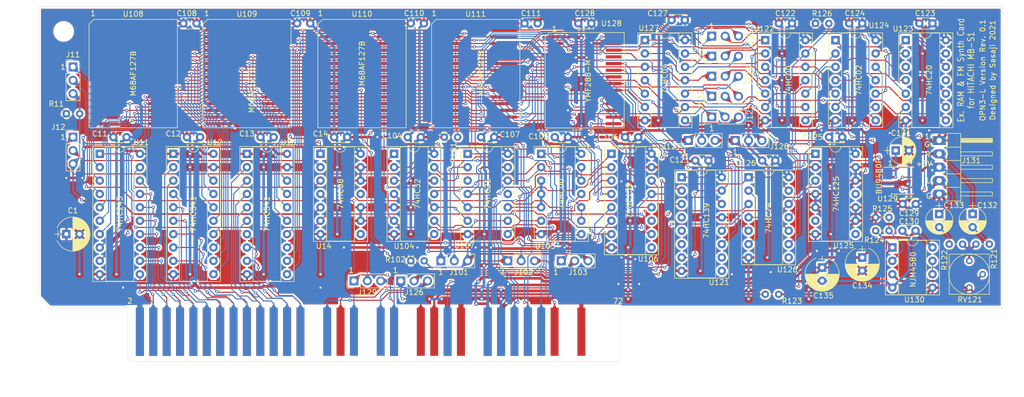
<source format=kicad_pcb>
(kicad_pcb (version 20171130) (host pcbnew "(5.1.8)-1")
  (title_block (title "Ex RAM & FM Synth Card for HITACHI MB-S1") (date 2021-03-21) (rev 0.1) (comment 1 "Designed by Sasaji 2021") (comment 2 "OPN3-L Version"))
  (layers (0 F.Cu signal) (31 B.Cu signal) (34 B.Paste user) (35 F.Paste user) (36 B.SilkS user) (37 F.SilkS user) (38 B.Mask user) (39 F.Mask user) (44 Edge.Cuts user))
  (net 0 "")
  (net 1 GND)
  (net 2 +5V)
  (net 3 ~RAM0)
  (net 4 A18)
  (net 5 A16)
  (net 6 ~IRQ)
  (net 7 ~RES)
  (net 8 R_~W~_OUT)
  (net 9 ~ROMKIL)
  (net 10 A14)
  (net 11 A12)
  (net 12 A10)
  (net 13 A8)
  (net 14 A6)
  (net 15 A4)
  (net 16 A2)
  (net 17 A0)
  (net 18 D6)
  (net 19 D4)
  (net 20 D2)
  (net 21 D0)
  (net 22 ~CAS)
  (net 23 A19)
  (net 24 A17)
  (net 25 SOUND_IN)
  (net 26 ~FIRQ)
  (net 27 A15)
  (net 28 A13)
  (net 29 A11)
  (net 30 A9)
  (net 31 A7)
  (net 32 A5)
  (net 33 A3)
  (net 34 A1)
  (net 35 D7)
  (net 36 D5)
  (net 37 D3)
  (net 38 D1)
  (net 39 ~RAME1)
  (net 40 "Net-(J101-Pad2)")
  (net 41 PUR102)
  (net 42 ~RAME0)
  (net 43 "Net-(J102-Pad2)")
  (net 44 "Net-(J102-Pad3)")
  (net 45 "Net-(J103-Pad1)")
  (net 46 ~FM_EN)
  (net 47 PUR11)
  (net 48 RAM_CE)
  (net 49 BR_~W)
  (net 50 BD7)
  (net 51 BD6)
  (net 52 BD5)
  (net 53 BD4)
  (net 54 BD3)
  (net 55 BD2)
  (net 56 BD1)
  (net 57 BD0)
  (net 58 "Net-(U11-Pad19)")
  (net 59 BA7)
  (net 60 BA6)
  (net 61 BA5)
  (net 62 BA4)
  (net 63 BA3)
  (net 64 BA2)
  (net 65 BA1)
  (net 66 BA0)
  (net 67 BA15)
  (net 68 BA14)
  (net 69 BA13)
  (net 70 BA12)
  (net 71 BA11)
  (net 72 BA10)
  (net 73 BA9)
  (net 74 BA8)
  (net 75 "Net-(J11-Pad2)")
  (net 76 "Net-(J12-Pad2)")
  (net 77 "Net-(U104-Pad3)")
  (net 78 BA16)
  (net 79 RAME0)
  (net 80 ~RAME00)
  (net 81 "Net-(U105-Pad12)")
  (net 82 ~RAM_RE)
  (net 83 ~RAM_WE)
  (net 84 ~RAME2)
  (net 85 ~RAME3)
  (net 86 ~RAM_EN)
  (net 87 ~FM_INTR)
  (net 88 BRAM0)
  (net 89 ~BRAM0)
  (net 90 /~RAM_CAS)
  (net 91 16M_CLK)
  (net 92 FM_A1)
  (net 93 ~FFxx)
  (net 94 ~FM_RD)
  (net 95 ~FM_WR)
  (net 96 "Net-(U122-Pad11)")
  (net 97 LRO)
  (net 98 BA3_4_S)
  (net 99 BA5_8_S)
  (net 100 BA9_14_S)
  (net 101 ~BA0)
  (net 102 ~FM_IC)
  (net 103 8M_CLK)
  (net 104 /Rout)
  (net 105 /Lout)
  (net 106 /~BA3)
  (net 107 /~BA4)
  (net 108 /~BA5)
  (net 109 /~BA6)
  (net 110 /~BA7)
  (net 111 /BA3SEL)
  (net 112 /BA4SEL)
  (net 113 /BA5SEL)
  (net 114 /BA6SEL)
  (net 115 /BA7SEL)
  (net 116 /BA3_G_S)
  (net 117 /BA5_6_S)
  (net 118 /BA7_8_S)
  (net 119 /BA9_10_S)
  (net 120 /BA11_14_S)
  (net 121 /PUR123)
  (net 122 /BCO)
  (net 123 /DO)
  (net 124 /Rout2)
  (net 125 /Lout2)
  (net 126 /Snd1)
  (net 127 /REF)
  (net 128 /Snd2)
  (net 129 "Net-(U126-Pad2)")
  (net 130 +12V)
  (net 131 -12V)
  (net 132 "Net-(R124-Pad2)")
  (net 133 /Snd3)
  (net 134 ~TMG2)
  (net 135 /EXIO_TMG2_S)
  (net 136 ~EX_IO)
  (net 137 BA7_TMG_S)
  (net 138 "Net-(U130-Pad6)")
  (module Triangle:T (layer F.Cu) (at 188.468 97.79 90)
    (fp_text reference "" hide)
    (fp_text value "" hide)
    (pad "" smd trapezoid (at 0 0 90) (size 0.63 1) (rect_delta 0 0.62) (layers F.Cu) (net 104 /Rout))
  )
  (module Triangle:T (layer F.Cu) (at 190.754 98.552 225)
    (fp_text reference "" hide)
    (fp_text value "" hide)
    (pad "" smd trapezoid (at 0 0 225) (size 0.63 1) (rect_delta 0 0.62) (layers B.Cu) (net 104 /Rout))
  )
  (module Triangle:T (layer F.Cu) (at 190.754 103.632 225)
    (fp_text reference "" hide)
    (fp_text value "" hide)
    (pad "" smd trapezoid (at 0 0 225) (size 0.63 1) (rect_delta 0 0.62) (layers B.Cu) (net 105 /Lout))
  )
  (module Triangle:T (layer F.Cu) (at 188.976 103.632 135)
    (fp_text reference "" hide)
    (fp_text value "" hide)
    (pad "" smd trapezoid (at 0 0 135) (size 0.63 1) (rect_delta 0 0.62) (layers F.Cu) (net 105 /Lout))
  )
  (module Triangle:T (layer F.Cu) (at 188.849 106.172 135)
    (fp_text reference "" hide)
    (fp_text value "" hide)
    (pad "" smd trapezoid (at 0 0 135) (size 0.63 1) (rect_delta 0 0.62) (layers F.Cu) (net 1 GND))
  )
  (module Triangle:T (layer F.Cu) (at 188.214 95.25 90)
    (fp_text reference "" hide)
    (fp_text value "" hide)
    (pad "" smd trapezoid (at 0 0 90) (size 0.63 1) (rect_delta 0 0.62) (layers F.Cu) (net 1 GND))
  )
  (module Triangle:T (layer F.Cu) (at 140.97 95.25 90)
    (fp_text reference "" hide)
    (fp_text value "" hide)
    (pad "" smd trapezoid (at 0 0 90) (size 0.63 1) (rect_delta 0 0.62) (layers F.Cu) (net 92 FM_A1))
  )
  (module Triangle:T (layer F.Cu) (at 151.892 96.012 225)
    (fp_text reference "" hide)
    (fp_text value "" hide)
    (pad "" smd trapezoid (at 0 0 225) (size 0.63 1) (rect_delta 0 0.62) (layers F.Cu) (net 116 /BA3_G_S))
  )
  (module Triangle:T (layer F.Cu) (at 153.67 96.266 180)
    (fp_text reference "" hide)
    (fp_text value "" hide)
    (pad "" smd trapezoid (at 0 0 180) (size 0.63 1) (rect_delta 0 0.62) (layers B.Cu) (net 1 GND))
  )
  (module Triangle:T (layer F.Cu) (at 153.67 94.234)
    (fp_text reference "" hide)
    (fp_text value "" hide)
    (pad "" smd trapezoid (at 0 0) (size 0.63 1) (rect_delta 0 0.62) (layers B.Cu) (net 1 GND))
  )
  (module Triangle:T (layer F.Cu) (at 144.78 94.234)
    (fp_text reference "" hide)
    (fp_text value "" hide)
    (pad "" smd trapezoid (at 0 0) (size 0.63 1) (rect_delta 0 0.62) (layers B.Cu) (net 111 /BA3SEL))
  )
  (module Triangle:T (layer F.Cu) (at 148.463 90.043 45)
    (fp_text reference "" hide)
    (fp_text value "" hide)
    (pad "" smd trapezoid (at 0 0 45) (size 0.63 1) (rect_delta 0 0.62) (layers B.Cu) (net 111 /BA3SEL))
  )
  (module Triangle:T (layer F.Cu) (at 145.923 86.106 45)
    (fp_text reference "" hide)
    (fp_text value "" hide)
    (pad "" smd trapezoid (at 0 0 45) (size 0.63 1) (rect_delta 0 0.62) (layers B.Cu) (net 62 BA4))
  )
  (module Triangle:T (layer F.Cu) (at 151.003 83.82 135)
    (fp_text reference "" hide)
    (fp_text value "" hide)
    (pad "" smd trapezoid (at 0 0 135) (size 0.63 1) (rect_delta 0 0.62) (layers B.Cu) (net 108 /~BA5))
  )
  (module Triangle:T (layer F.Cu) (at 151.003 80.01 135)
    (fp_text reference "" hide)
    (fp_text value "" hide)
    (pad "" smd trapezoid (at 0 0 135) (size 0.63 1) (rect_delta 0 0.62) (layers B.Cu) (net 109 /~BA6))
  )
  (module Triangle:T (layer F.Cu) (at 145.923 76.2 135)
    (fp_text reference "" hide)
    (fp_text value "" hide)
    (pad "" smd trapezoid (at 0 0 135) (size 0.63 1) (rect_delta 0 0.62) (layers B.Cu) (net 110 /~BA7))
  )
  (module Triangle:T (layer F.Cu) (at 145.415 79.248 90)
    (fp_text reference "" hide)
    (fp_text value "" hide)
    (pad "" smd trapezoid (at 0 0 90) (size 0.63 1) (rect_delta 0 0.62) (layers F.Cu) (net 60 BA6))
  )
  (module Triangle:T (layer F.Cu) (at 145.923 90.043 45)
    (fp_text reference "" hide)
    (fp_text value "" hide)
    (pad "" smd trapezoid (at 0 0 45) (size 0.63 1) (rect_delta 0 0.62) (layers F.Cu) (net 63 BA3))
  )
  (module Triangle:T (layer F.Cu) (at 148.336 95.25 270)
    (fp_text reference "" hide)
    (fp_text value "" hide)
    (pad "" smd trapezoid (at 0 0 270) (size 0.63 1) (rect_delta 0 0.62) (layers F.Cu) (net 116 /BA3_G_S))
  )
  (module Triangle:T (layer F.Cu) (at 149.86 95.25 90)
    (fp_text reference "" hide)
    (fp_text value "" hide)
    (pad "" smd trapezoid (at 0 0 90) (size 0.63 1) (rect_delta 0 0.62) (layers F.Cu) (net 116 /BA3_G_S))
  )
  (module Triangle:T (layer F.Cu) (at 155.448 94.488 45)
    (fp_text reference "" hide)
    (fp_text value "" hide)
    (pad "" smd trapezoid (at 0 0 45) (size 0.63 1) (rect_delta 0 0.62) (layers F.Cu) (net 92 FM_A1))
  )
  (module Triangle:T (layer F.Cu) (at 149.987 87.63 225)
    (fp_text reference "" hide)
    (fp_text value "" hide)
    (pad "" smd trapezoid (at 0 0 225) (size 0.63 1) (rect_delta 0 0.62) (layers F.Cu) (net 112 /BA4SEL))
  )
  (module Triangle:T (layer F.Cu) (at 143.002 94.488 315)
    (fp_text reference "" hide)
    (fp_text value "" hide)
    (pad "" smd trapezoid (at 0 0 315) (size 0.63 1) (rect_delta 0 0.62) (layers F.Cu) (net 92 FM_A1))
  )
  (module Triangle:T (layer F.Cu) (at 151.003 91.567 135)
    (fp_text reference "" hide)
    (fp_text value "" hide)
    (pad "" smd trapezoid (at 0 0 135) (size 0.63 1) (rect_delta 0 0.62) (layers F.Cu) (net 106 /~BA3))
  )
  (module Triangle:T (layer F.Cu) (at 149.987 82.296 315)
    (fp_text reference "" hide)
    (fp_text value "" hide)
    (pad "" smd trapezoid (at 0 0 315) (size 0.63 1) (rect_delta 0 0.62) (layers F.Cu) (net 113 /BA5SEL))
  )
  (module Triangle:T (layer F.Cu) (at 149.987 78.486 315)
    (fp_text reference "" hide)
    (fp_text value "" hide)
    (pad "" smd trapezoid (at 0 0 315) (size 0.63 1) (rect_delta 0 0.62) (layers F.Cu) (net 114 /BA6SEL))
  )
  (module Triangle:T (layer F.Cu) (at 149.987 76.2 225)
    (fp_text reference "" hide)
    (fp_text value "" hide)
    (pad "" smd trapezoid (at 0 0 225) (size 0.63 1) (rect_delta 0 0.62) (layers F.Cu) (net 115 /BA7SEL))
  )
  (module Triangle:T (layer F.Cu) (at 151.003 74.676 45)
    (fp_text reference "" hide)
    (fp_text value "" hide)
    (pad "" smd trapezoid (at 0 0 45) (size 0.63 1) (rect_delta 0 0.62) (layers F.Cu) (net 59 BA7))
  )
  (module Triangle:T (layer F.Cu) (at 151.003 86.106 45)
    (fp_text reference "" hide)
    (fp_text value "" hide)
    (pad "" smd trapezoid (at 0 0 45) (size 0.63 1) (rect_delta 0 0.62) (layers F.Cu) (net 107 /~BA4))
  )
  (module Triangle:T (layer F.Cu) (at 145.415 83.058 90)
    (fp_text reference "" hide)
    (fp_text value "" hide)
    (pad "" smd trapezoid (at 0 0 90) (size 0.63 1) (rect_delta 0 0.62) (layers F.Cu) (net 61 BA5))
  )
  (module Triangle:T (layer F.Cu) (at 104.14 126.746)
    (fp_text reference "" hide)
    (fp_text value "" hide)
    (pad "" smd trapezoid (at 0 0) (size 0.63 1) (rect_delta 0 0.62) (layers B.Cu) (net 131 -12V))
  )
  (module Triangle:T (layer F.Cu) (at 106.68 126.746)
    (fp_text reference "" hide)
    (fp_text value "" hide)
    (pad "" smd trapezoid (at 0 0) (size 0.63 1) (rect_delta 0 0.62) (layers B.Cu) (net 1 GND))
  )
  (module Triangle:T (layer F.Cu) (at 104.14 126.746)
    (fp_text reference "" hide)
    (fp_text value "" hide)
    (pad "" smd trapezoid (at 0 0) (size 0.63 1) (rect_delta 0 0.62) (layers F.Cu) (net 130 +12V))
  )
  (module Triangle:T (layer F.Cu) (at 76.2 126.746)
    (fp_text reference "" hide)
    (fp_text value "" hide)
    (pad "" smd trapezoid (at 0 0) (size 0.63 1) (rect_delta 0 0.62) (layers F.Cu) (net 136 ~EX_IO))
  )
  (module Triangle:T (layer F.Cu) (at 91.44 126.746)
    (fp_text reference "" hide)
    (fp_text value "" hide)
    (pad "" smd trapezoid (at 0 0) (size 0.63 1) (rect_delta 0 0.62) (layers F.Cu) (net 134 ~TMG2))
  )
  (module Triangle:T (layer F.Cu) (at 122.428 117.348 45)
    (fp_text reference "" hide)
    (fp_text value "" hide)
    (pad "" smd trapezoid (at 0 0 45) (size 0.63 1) (rect_delta 0 0.62) (layers F.Cu) (net 41 PUR102))
  )
  (module Triangle:T (layer F.Cu) (at 118.872 117.348 315)
    (fp_text reference "" hide)
    (fp_text value "" hide)
    (pad "" smd trapezoid (at 0 0 315) (size 0.63 1) (rect_delta 0 0.62) (layers B.Cu) (net 45 "Net-(J103-Pad1)"))
  )
  (module Triangle:T (layer F.Cu) (at 119.888 118.872 135)
    (fp_text reference "" hide)
    (fp_text value "" hide)
    (pad "" smd trapezoid (at 0 0 135) (size 0.63 1) (rect_delta 0 0.62) (layers F.Cu) (net 44 "Net-(J102-Pad3)"))
  )
  (module Triangle:T (layer F.Cu) (at 114.046 118.11 270)
    (fp_text reference "" hide)
    (fp_text value "" hide)
    (pad "" smd trapezoid (at 0 0 270) (size 0.63 1) (rect_delta 0 0.62) (layers F.Cu) (net 44 "Net-(J102-Pad3)"))
  )
  (module Triangle:T (layer F.Cu) (at 91.948 122.682 135)
    (fp_text reference "" hide)
    (fp_text value "" hide)
    (pad "" smd trapezoid (at 0 0 135) (size 0.63 1) (rect_delta 0 0.62) (layers F.Cu) (net 136 ~EX_IO))
  )
  (module Triangle:T (layer F.Cu) (at 90.932 121.158 315)
    (fp_text reference "" hide)
    (fp_text value "" hide)
    (pad "" smd trapezoid (at 0 0 315) (size 0.63 1) (rect_delta 0 0.62) (layers F.Cu) (net 135 /EXIO_TMG2_S))
  )
  (module Triangle:T (layer F.Cu) (at 87.63 123.19 180)
    (fp_text reference "" hide)
    (fp_text value "" hide)
    (pad "" smd trapezoid (at 0 0 180) (size 0.63 1) (rect_delta 0 0.62) (layers B.Cu) (net 134 ~TMG2))
  )
  (module CardEdge:CardEdge72 (layer F.Cu) (at 83.82 127)
    (fp_text reference Edge1)
    (fp_text value Conn_02x36_Odd_Even)
    (fp_text user 2 (at -47.625 -1.27) (layer F.SilkS))
    (fp_text user 72 (at 45.085 -1.27) (layer F.SilkS))
    (pad 32 connect rect (at -7.62 4.572) (size 1.524 9.144) (layers F.Cu) (net 136 ~EX_IO))
    (pad 44 connect rect (at 7.62 4.572) (size 1.524 9.144) (layers F.Cu) (net 134 ~TMG2))
    (pad 53 connect rect (at 20.32 4.572) (size 1.524 9.144) (layers B.Cu) (net 131 -12V))
    (pad 54 connect rect (at 20.32 4.572) (size 1.524 9.144) (layers F.Cu) (net 130 +12V))
    (pad 47 connect rect (at 12.7 4.572) (size 1.524 9.144) (layers B.Cu) (net 91 16M_CLK))
    (pad 61 connect rect (at 30.48 4.572) (size 1.524 9.144) (layers B.Cu) (net 3 ~RAM0))
    (pad 59 connect rect (at 27.94 4.572) (size 1.524 9.144) (layers B.Cu) (net 4 A18))
    (pad 57 connect rect (at 25.4 4.572) (size 1.524 9.144) (layers B.Cu) (net 5 A16))
    (pad 55 connect rect (at 22.86 4.572) (size 1.524 9.144) (layers B.Cu) (net 1 GND))
    (pad 39 connect rect (at 2.54 4.572) (size 1.524 9.144) (layers B.Cu) (net 6 ~IRQ))
    (pad 37 connect rect (at 0 4.572) (size 1.524 9.144) (layers B.Cu) (net 7 ~RES))
    (pad 33 connect rect (at -5.08 4.572) (size 1.524 9.144) (layers B.Cu) (net 8 R_~W~_OUT))
    (pad 29 connect rect (at -10.16 4.572) (size 1.524 9.144) (layers B.Cu) (net 9 ~ROMKIL))
    (pad 25 connect rect (at -15.24 4.572) (size 1.524 9.144) (layers B.Cu) (net 10 A14))
    (pad 23 connect rect (at -17.78 4.572) (size 1.524 9.144) (layers B.Cu) (net 11 A12))
    (pad 21 connect rect (at -20.32 4.572) (size 1.524 9.144) (layers B.Cu) (net 12 A10))
    (pad 19 connect rect (at -22.86 4.572) (size 1.524 9.144) (layers B.Cu) (net 13 A8))
    (pad 17 connect rect (at -25.4 4.572) (size 1.524 9.144) (layers B.Cu) (net 14 A6))
    (pad 15 connect rect (at -27.94 4.572) (size 1.524 9.144) (layers B.Cu) (net 15 A4))
    (pad 13 connect rect (at -30.48 4.572) (size 1.524 9.144) (layers B.Cu) (net 16 A2))
    (pad 11 connect rect (at -33.02 4.572) (size 1.524 9.144) (layers B.Cu) (net 17 A0))
    (pad 9 connect rect (at -35.56 4.572) (size 1.524 9.144) (layers B.Cu) (net 18 D6))
    (pad 7 connect rect (at -38.1 4.572) (size 1.524 9.144) (layers B.Cu) (net 19 D4))
    (pad 5 connect rect (at -40.64 4.572) (size 1.524 9.144) (layers B.Cu) (net 20 D2))
    (pad 3 connect rect (at -43.18 4.572) (size 1.524 9.144) (layers B.Cu) (net 21 D0))
    (pad 1 connect rect (at -45.72 4.572) (size 1.524 9.144) (layers B.Cu) (net 2 +5V))
    (pad 68 connect rect (at 38.1 4.572) (size 1.524 9.144) (layers F.Cu) (net 1 GND))
    (pad 64 connect rect (at 33.02 4.572) (size 1.524 9.144) (layers F.Cu) (net 22 ~CAS))
    (pad 60 connect rect (at 27.94 4.572) (size 1.524 9.144) (layers F.Cu) (net 23 A19))
    (pad 58 connect rect (at 25.4 4.572) (size 1.524 9.144) (layers F.Cu) (net 24 A17))
    (pad 56 connect rect (at 22.86 4.572) (size 1.524 9.144) (layers F.Cu) (net 2 +5V))
    (pad 50 connect rect (at 15.24 4.572) (size 1.524 9.144) (layers F.Cu) (net 1 GND))
    (pad 48 connect rect (at 12.7 4.572) (size 1.524 9.144) (layers F.Cu) (net 1 GND))
    (pad 46 connect rect (at 10.16 4.572) (size 1.524 9.144) (layers F.Cu) (net 25 SOUND_IN))
    (pad 40 connect rect (at 2.54 4.572) (size 1.524 9.144) (layers F.Cu) (net 26 ~FIRQ))
    (pad 26 connect rect (at -15.24 4.572) (size 1.524 9.144) (layers F.Cu) (net 27 A15))
    (pad 24 connect rect (at -17.78 4.572) (size 1.524 9.144) (layers F.Cu) (net 28 A13))
    (pad 22 connect rect (at -20.32 4.572) (size 1.524 9.144) (layers F.Cu) (net 29 A11))
    (pad 20 connect rect (at -22.86 4.572) (size 1.524 9.144) (layers F.Cu) (net 30 A9))
    (pad 18 connect rect (at -25.4 4.572) (size 1.524 9.144) (layers F.Cu) (net 31 A7))
    (pad 16 connect rect (at -27.94 4.572) (size 1.524 9.144) (layers F.Cu) (net 32 A5))
    (pad 14 connect rect (at -30.48 4.572) (size 1.524 9.144) (layers F.Cu) (net 33 A3))
    (pad 12 connect rect (at -33.02 4.572) (size 1.524 9.144) (layers F.Cu) (net 34 A1))
    (pad 10 connect rect (at -35.56 4.572) (size 1.524 9.144) (layers F.Cu) (net 35 D7))
    (pad 8 connect rect (at -38.1 4.572) (size 1.524 9.144) (layers F.Cu) (net 36 D5))
    (pad 6 connect rect (at -40.64 4.572) (size 1.524 9.144) (layers F.Cu) (net 37 D3))
    (pad 4 connect rect (at -43.18 4.572) (size 1.524 9.144) (layers F.Cu) (net 38 D1))
    (pad 2 connect rect (at -45.72 4.572) (size 1.524 9.144) (layers F.Cu) (net 1 GND))
  )
  (module Pin_Headers:Pin_Header_Straight_1x03_Pitch2.54mm (layer F.Cu) (at 87.63 121.92 90)
    (fp_text reference J126 (at -2.159 2.54 180) (layer F.SilkS))
    (fp_text value Jmp)
    (fp_text user 1 (at 2.032 -1.016 180) (layer F.SilkS))
    (pad 1 thru_hole rect (at 0 0 90) (size 1.7 1.7) (drill 1) (layers *.Cu *.Mask) (net 134 ~TMG2))
    (pad 2 thru_hole oval (at 0 2.54 90) (size 1.7 1.7) (drill 1) (layers *.Cu *.Mask) (net 135 /EXIO_TMG2_S))
    (pad 3 thru_hole oval (at 0 5.08 90) (size 1.7 1.7) (drill 1) (layers *.Cu *.Mask) (net 136 ~EX_IO))
  )
  (module Capacitors_ThroughHole:CP_Radial_D6.3mm_P2.50mm (layer F.Cu) (at 167.64 119.38 270)
    (fp_text reference C135 (at 5.334 -0.254 180) (layer F.SilkS))
    (fp_text value 47u)
    (pad 1 thru_hole rect (at 0 0 270) (size 1.6 1.6) (drill 0.8) (layers *.Cu *.Mask) (net 1 GND))
    (pad 2 thru_hole circle (at 2.5 0 270) (size 1.6 1.6) (drill 0.8) (layers *.Cu *.Mask) (net 131 -12V))
  )
  (module Capacitors_ThroughHole:CP_Radial_D6.3mm_P2.50mm (layer F.Cu) (at 175.26 117.475 270)
    (fp_text reference C134 (at 5.334 0 180) (layer F.SilkS))
    (fp_text value 47u)
    (pad 1 thru_hole rect (at 0 0 270) (size 1.6 1.6) (drill 0.8) (layers *.Cu *.Mask) (net 130 +12V))
    (pad 2 thru_hole circle (at 2.5 0 270) (size 1.6 1.6) (drill 0.8) (layers *.Cu *.Mask) (net 1 GND))
  )
  (module Capacitors_ThroughHole:CP_Radial_D5.0mm_P2.50mm (layer F.Cu) (at 189.865 109.22 270)
    (fp_text reference C133 (at -1.651 -2.794 180) (layer F.SilkS))
    (fp_text value 22u)
    (pad 1 thru_hole rect (at 0 0 270) (size 1.6 1.6) (drill 0.8) (layers *.Cu *.Mask) (net 105 /Lout))
    (pad 2 thru_hole circle (at 2.5 0 270) (size 1.6 1.6) (drill 0.8) (layers *.Cu *.Mask) (net 125 /Lout2))
  )
  (module Capacitors_ThroughHole:CP_Radial_D5.0mm_P2.50mm (layer F.Cu) (at 196.215 109.22 270)
    (fp_text reference C132 (at -1.651 -2.794 180) (layer F.SilkS))
    (fp_text value 22u)
    (pad 1 thru_hole rect (at 0 0 270) (size 1.6 1.6) (drill 0.8) (layers *.Cu *.Mask) (net 104 /Rout))
    (pad 2 thru_hole circle (at 2.5 0 270) (size 1.6 1.6) (drill 0.8) (layers *.Cu *.Mask) (net 124 /Rout2))
  )
  (module Housings_DIP:DIP-8_W7.62mm_Socket (layer F.Cu) (at 180.975 115.57)
    (fp_text reference U130 (at 4.191 9.906) (layer F.SilkS))
    (fp_text value NJM4580 (at 3.937 4.191 90) (layer F.SilkS))
    (pad 1 thru_hole rect (at 0 0) (size 1.6 1.6) (drill 0.8) (layers *.Cu *.Mask) (net 133 /Snd3))
    (pad 5 thru_hole oval (at 7.62 7.62) (size 1.6 1.6) (drill 0.8) (layers *.Cu *.Mask) (net 1 GND))
    (pad 2 thru_hole oval (at 0 2.54) (size 1.6 1.6) (drill 0.8) (layers *.Cu *.Mask) (net 132 "Net-(R124-Pad2)"))
    (pad 6 thru_hole oval (at 7.62 5.08) (size 1.6 1.6) (drill 0.8) (layers *.Cu *.Mask) (net 138 "Net-(U130-Pad6)"))
    (pad 3 thru_hole oval (at 0 5.08) (size 1.6 1.6) (drill 0.8) (layers *.Cu *.Mask) (net 128 /Snd2))
    (pad 7 thru_hole oval (at 7.62 2.54) (size 1.6 1.6) (drill 0.8) (layers *.Cu *.Mask) (net 138 "Net-(U130-Pad6)"))
    (pad 4 thru_hole oval (at 0 7.62) (size 1.6 1.6) (drill 0.8) (layers *.Cu *.Mask) (net 131 -12V))
    (pad 8 thru_hole oval (at 7.62 0) (size 1.6 1.6) (drill 0.8) (layers *.Cu *.Mask) (net 130 +12V))
  )
  (module Capacitors_ThroughHole:CP_Radial_D5.0mm_P2.50mm (layer F.Cu) (at 181.61 97.155)
    (fp_text reference C131 (at 1.016 -3.302) (layer F.SilkS))
    (fp_text value 10u)
    (pad 1 thru_hole rect (at 0 0) (size 1.6 1.6) (drill 0.8) (layers *.Cu *.Mask) (net 127 /REF))
    (pad 2 thru_hole circle (at 2.5 0) (size 1.6 1.6) (drill 0.8) (layers *.Cu *.Mask) (net 1 GND))
  )
  (module Capacitors_ThroughHole:C_Disc_D3.0mm_W2.0mm_P2.50mm (layer F.Cu) (at 182.88 112.395)
    (fp_text reference C130 (at 1.27 -1.778) (layer F.SilkS))
    (fp_text value 0.1u)
    (pad 1 thru_hole circle (at 0 0) (size 1.6 1.6) (drill 0.8) (layers *.Cu *.Mask) (net 131 -12V))
    (pad 2 thru_hole circle (at 2.5 0) (size 1.6 1.6) (drill 0.8) (layers *.Cu *.Mask) (net 130 +12V))
  )
  (module Housings_DIP:DIP-14_W7.62mm_Socket (layer F.Cu) (at 114.3 97.79)
    (fp_text reference U105 (at 0.762 17.526) (layer F.SilkS))
    (fp_text value 74HC00 (at 3.81 7.62 90) (layer F.SilkS))
    (pad 1 thru_hole rect (at 0 0) (size 1.6 1.6) (drill 0.8) (layers *.Cu *.Mask) (net 80 ~RAME00))
    (pad 8 thru_hole oval (at 7.62 15.24) (size 1.6 1.6) (drill 0.8) (layers *.Cu *.Mask) (net 88 BRAM0))
    (pad 2 thru_hole oval (at 0 2.54) (size 1.6 1.6) (drill 0.8) (layers *.Cu *.Mask) (net 89 ~BRAM0))
    (pad 9 thru_hole oval (at 7.62 12.7) (size 1.6 1.6) (drill 0.8) (layers *.Cu *.Mask) (net 89 ~BRAM0))
    (pad 3 thru_hole oval (at 0 5.08) (size 1.6 1.6) (drill 0.8) (layers *.Cu *.Mask) (net 79 RAME0))
    (pad 10 thru_hole oval (at 7.62 10.16) (size 1.6 1.6) (drill 0.8) (layers *.Cu *.Mask) (net 89 ~BRAM0))
    (pad 4 thru_hole oval (at 0 7.62) (size 1.6 1.6) (drill 0.8) (layers *.Cu *.Mask) (net 79 RAME0))
    (pad 11 thru_hole oval (at 7.62 7.62) (size 1.6 1.6) (drill 0.8) (layers *.Cu *.Mask) (net 45 "Net-(J103-Pad1)"))
    (pad 5 thru_hole oval (at 0 10.16) (size 1.6 1.6) (drill 0.8) (layers *.Cu *.Mask) (net 79 RAME0))
    (pad 12 thru_hole oval (at 7.62 5.08) (size 1.6 1.6) (drill 0.8) (layers *.Cu *.Mask) (net 81 "Net-(U105-Pad12)"))
    (pad 6 thru_hole oval (at 0 12.7) (size 1.6 1.6) (drill 0.8) (layers *.Cu *.Mask) (net 42 ~RAME0))
    (pad 13 thru_hole oval (at 7.62 2.54) (size 1.6 1.6) (drill 0.8) (layers *.Cu *.Mask) (net 81 "Net-(U105-Pad12)"))
    (pad 7 thru_hole oval (at 0 15.24) (size 1.6 1.6) (drill 0.8) (layers *.Cu *.Mask) (net 1 GND))
    (pad 14 thru_hole oval (at 7.62 0) (size 1.6 1.6) (drill 0.8) (layers *.Cu *.Mask) (net 2 +5V))
  )
  (module Resistors_ThroughHole:R_Axial_DIN0204_L3.6mm_D1.6mm_P2.54mm_Vertical (layer F.Cu) (at 180.34 109.855 180)
    (fp_text reference R125 (at 1.27 1.651) (layer F.SilkS))
    (fp_text value 47k)
    (pad 1 thru_hole circle (at 0 0 180) (size 1.4 1.4) (drill 0.7) (layers *.Cu *.Mask) (net 132 "Net-(R124-Pad2)"))
    (pad 2 thru_hole oval (at 2.54 0 180) (size 1.4 1.4) (drill 0.7) (layers *.Cu *.Mask) (net 1 GND))
  )
  (module Resistors_ThroughHole:R_Axial_DIN0204_L3.6mm_D1.6mm_P2.54mm_Vertical (layer F.Cu) (at 177.8 112.395)
    (fp_text reference R124 (at -0.254 1.778) (layer F.SilkS))
    (fp_text value 470k)
    (pad 1 thru_hole circle (at 0 0) (size 1.4 1.4) (drill 0.7) (layers *.Cu *.Mask) (net 133 /Snd3))
    (pad 2 thru_hole oval (at 2.54 0) (size 1.4 1.4) (drill 0.7) (layers *.Cu *.Mask) (net 132 "Net-(R124-Pad2)"))
  )
  (module Housings_DIP:DIP-14_W7.62mm_Socket (layer F.Cu) (at 153.67 102.235)
    (fp_text reference U126 (at 7.366 17.526) (layer F.SilkS))
    (fp_text value 74HC74 (at 3.81 7.747 90) (layer F.SilkS))
    (pad 1 thru_hole rect (at 0 0) (size 1.6 1.6) (drill 0.8) (layers *.Cu *.Mask) (net 7 ~RES))
    (pad 8 thru_hole oval (at 7.62 15.24) (size 1.6 1.6) (drill 0.8) (layers *.Cu *.Mask))
    (pad 2 thru_hole oval (at 0 2.54) (size 1.6 1.6) (drill 0.8) (layers *.Cu *.Mask) (net 129 "Net-(U126-Pad2)"))
    (pad 9 thru_hole oval (at 7.62 12.7) (size 1.6 1.6) (drill 0.8) (layers *.Cu *.Mask) (net 102 ~FM_IC))
    (pad 3 thru_hole oval (at 0 5.08) (size 1.6 1.6) (drill 0.8) (layers *.Cu *.Mask) (net 91 16M_CLK))
    (pad 10 thru_hole oval (at 7.62 10.16) (size 1.6 1.6) (drill 0.8) (layers *.Cu *.Mask) (net 121 /PUR123))
    (pad 4 thru_hole oval (at 0 7.62) (size 1.6 1.6) (drill 0.8) (layers *.Cu *.Mask) (net 121 /PUR123))
    (pad 11 thru_hole oval (at 7.62 7.62) (size 1.6 1.6) (drill 0.8) (layers *.Cu *.Mask) (net 96 "Net-(U122-Pad11)"))
    (pad 5 thru_hole oval (at 0 10.16) (size 1.6 1.6) (drill 0.8) (layers *.Cu *.Mask) (net 103 8M_CLK))
    (pad 12 thru_hole oval (at 7.62 5.08) (size 1.6 1.6) (drill 0.8) (layers *.Cu *.Mask) (net 121 /PUR123))
    (pad 6 thru_hole oval (at 0 12.7) (size 1.6 1.6) (drill 0.8) (layers *.Cu *.Mask) (net 129 "Net-(U126-Pad2)"))
    (pad 13 thru_hole oval (at 7.62 2.54) (size 1.6 1.6) (drill 0.8) (layers *.Cu *.Mask) (net 7 ~RES))
    (pad 7 thru_hole oval (at 0 15.24) (size 1.6 1.6) (drill 0.8) (layers *.Cu *.Mask) (net 1 GND))
    (pad 14 thru_hole oval (at 7.62 0) (size 1.6 1.6) (drill 0.8) (layers *.Cu *.Mask) (net 2 +5V))
  )
  (module Resistors_ThroughHole:R_Axial_DIN0204_L3.6mm_D1.6mm_P2.54mm_Vertical (layer F.Cu) (at 156.845 124.46)
    (fp_text reference R123 (at 5.08 1.27) (layer F.SilkS))
    (fp_text value 1k)
    (pad 1 thru_hole circle (at 0 0) (size 1.4 1.4) (drill 0.7) (layers *.Cu *.Mask) (net 25 SOUND_IN))
    (pad 2 thru_hole oval (at 2.54 0) (size 1.4 1.4) (drill 0.7) (layers *.Cu *.Mask) (net 133 /Snd3))
  )
  (module Triangle:T (layer F.Cu) (at 99.568 118.872 135)
    (fp_text reference "" hide)
    (fp_text value "" hide)
    (pad "" smd trapezoid (at 0 0 135) (size 0.63 1) (rect_delta 0 0.62) (layers B.Cu) (net 41 PUR102))
  )
  (module Housings_DIP:DIP-14_W7.62mm_Socket (layer F.Cu) (at 133.985 76.2)
    (fp_text reference U127 (at 0.762 -2.286) (layer F.SilkS))
    (fp_text value 74HC04 (at 3.81 7.366 90) (layer F.SilkS))
    (pad 1 thru_hole rect (at 0 0) (size 1.6 1.6) (drill 0.8) (layers *.Cu *.Mask) (net 60 BA6))
    (pad 8 thru_hole oval (at 7.62 15.24) (size 1.6 1.6) (drill 0.8) (layers *.Cu *.Mask) (net 106 /~BA3))
    (pad 2 thru_hole oval (at 0 2.54) (size 1.6 1.6) (drill 0.8) (layers *.Cu *.Mask) (net 109 /~BA6))
    (pad 9 thru_hole oval (at 7.62 12.7) (size 1.6 1.6) (drill 0.8) (layers *.Cu *.Mask) (net 63 BA3))
    (pad 3 thru_hole oval (at 0 5.08) (size 1.6 1.6) (drill 0.8) (layers *.Cu *.Mask) (net 62 BA4))
    (pad 10 thru_hole oval (at 7.62 10.16) (size 1.6 1.6) (drill 0.8) (layers *.Cu *.Mask) (net 108 /~BA5))
    (pad 4 thru_hole oval (at 0 7.62) (size 1.6 1.6) (drill 0.8) (layers *.Cu *.Mask) (net 107 /~BA4))
    (pad 11 thru_hole oval (at 7.62 7.62) (size 1.6 1.6) (drill 0.8) (layers *.Cu *.Mask) (net 61 BA5))
    (pad 5 thru_hole oval (at 0 10.16) (size 1.6 1.6) (drill 0.8) (layers *.Cu *.Mask) (net 66 BA0))
    (pad 12 thru_hole oval (at 7.62 5.08) (size 1.6 1.6) (drill 0.8) (layers *.Cu *.Mask) (net 110 /~BA7))
    (pad 6 thru_hole oval (at 0 12.7) (size 1.6 1.6) (drill 0.8) (layers *.Cu *.Mask) (net 101 ~BA0))
    (pad 13 thru_hole oval (at 7.62 2.54) (size 1.6 1.6) (drill 0.8) (layers *.Cu *.Mask) (net 59 BA7))
    (pad 7 thru_hole oval (at 0 15.24) (size 1.6 1.6) (drill 0.8) (layers *.Cu *.Mask) (net 1 GND))
    (pad 14 thru_hole oval (at 7.62 0) (size 1.6 1.6) (drill 0.8) (layers *.Cu *.Mask) (net 2 +5V))
  )
  (module Pin_Headers:Pin_Header_Straight_1x03_Pitch2.54mm (layer F.Cu) (at 146.685 90.805 90)
    (fp_text reference J121 (at 0.508 7.239 90) (layer F.SilkS))
    (fp_text value Jmp)
    (fp_text user 1 (at -2.159 0 180) (layer F.SilkS))
    (pad 1 thru_hole rect (at 0 0 90) (size 1.7 1.7) (drill 1) (layers *.Cu *.Mask) (net 63 BA3))
    (pad 2 thru_hole oval (at 0 2.54 90) (size 1.7 1.7) (drill 1) (layers *.Cu *.Mask) (net 111 /BA3SEL))
    (pad 3 thru_hole oval (at 0 5.08 90) (size 1.7 1.7) (drill 1) (layers *.Cu *.Mask) (net 106 /~BA3))
  )
  (module Pin_Headers:Pin_Header_Angled_1x05_Pitch2.54mm (layer F.Cu) (at 189.865 95.25)
    (fp_text reference J131 (at 6.096 3.81 180) (layer F.SilkS))
    (fp_text value Conn_01x05_Male)
    (fp_text user 1 (at -2.286 -0.762) (layer F.SilkS))
    (fp_text user R (at -2.159 2.667) (layer F.SilkS))
    (fp_text user L (at -2.032 7.62) (layer F.SilkS))
    (fp_text user +5V (at -2.921 4.445) (layer F.SilkS))
    (fp_text user G (at -2.286 0.762) (layer F.SilkS))
    (fp_text user G (at -2.032 10.541) (layer F.SilkS))
    (pad 1 thru_hole rect (at 0 0) (size 2.54 1.7) (drill 1) (layers *.Cu *.Mask) (net 1 GND))
    (pad 2 thru_hole oval (at 0 2.54) (size 2.54 1.7) (drill 1) (layers *.Cu *.Mask) (net 104 /Rout))
    (pad 3 thru_hole oval (at 0 5.08) (size 2.54 1.7) (drill 1) (layers *.Cu *.Mask) (net 2 +5V))
    (pad 4 thru_hole oval (at 0 7.62) (size 2.54 1.7) (drill 1) (layers *.Cu *.Mask) (net 105 /Lout))
    (pad 5 thru_hole oval (at 0 10.16) (size 2.54 1.7) (drill 1) (layers *.Cu *.Mask) (net 1 GND))
  )
  (module Housings_SOIC:SOIC-8_3.9x4.9mm_Pitch1.27mm (layer F.Cu) (at 182.88 102.87)
    (fp_text reference U129 (at -2.794 3.429) (layer F.SilkS))
    (fp_text value BU9480F (at -4.445 -0.762 90) (layer F.SilkS))
    (fp_text user 1 (at -2.286 -3.302) (layer F.SilkS))
    (pad 1 smd rect (at -2.7 -1.905) (size 1.55 0.6) (layers F.Cu F.Paste F.Mask) (net 104 /Rout))
    (pad 2 smd rect (at -2.7 -0.635) (size 1.55 0.6) (layers F.Cu F.Paste F.Mask) (net 127 /REF))
    (pad 3 smd rect (at -2.7 0.635) (size 1.55 0.6) (layers F.Cu F.Paste F.Mask) (net 1 GND))
    (pad 4 smd rect (at -2.7 1.905) (size 1.55 0.6) (layers F.Cu F.Paste F.Mask) (net 105 /Lout))
    (pad 5 smd rect (at 2.7 1.905) (size 1.55 0.6) (layers F.Cu F.Paste F.Mask) (net 97 LRO))
    (pad 6 smd rect (at 2.7 0.635) (size 1.55 0.6) (layers F.Cu F.Paste F.Mask) (net 123 /DO))
    (pad 7 smd rect (at 2.7 -0.635) (size 1.55 0.6) (layers F.Cu F.Paste F.Mask) (net 122 /BCO))
    (pad 8 smd rect (at 2.7 -1.905) (size 1.55 0.6) (layers F.Cu F.Paste F.Mask) (net 2 +5V))
  )
  (module SOIC28:SOIC-28 (layer F.Cu) (at 122.555 83.82 270)
    (fp_text reference U128 (at -10.795 -5.08) (layer F.SilkS))
    (fp_text value YMF288-M (at 0.127 -0.635 90) (layer F.SilkS))
    (fp_text user 1 (at -9.779 5.715) (layer F.SilkS))
    (pad 14 smd rect (at 8.255 5.5 270) (size 0.6 3) (layers F.Cu F.Paste F.Mask) (net 1 GND))
    (pad 15 smd rect (at 8.255 -5.5 270) (size 0.6 3) (layers F.Cu F.Paste F.Mask) (net 87 ~FM_INTR))
    (pad 13 smd rect (at 6.985 5.5 270) (size 0.6 3) (layers F.Cu F.Paste F.Mask))
    (pad 16 smd rect (at 6.985 -5.5 270) (size 0.6 3) (layers F.Cu F.Paste F.Mask) (net 1 GND))
    (pad 12 smd rect (at 5.715 5.5 270) (size 0.6 3) (layers F.Cu F.Paste F.Mask) (net 2 +5V))
    (pad 17 smd rect (at 5.715 -5.5 270) (size 0.6 3) (layers F.Cu F.Paste F.Mask) (net 46 ~FM_EN))
    (pad 11 smd rect (at 4.445 5.5 270) (size 0.6 3) (layers F.Cu F.Paste F.Mask) (net 102 ~FM_IC))
    (pad 18 smd rect (at 4.445 -5.5 270) (size 0.6 3) (layers F.Cu F.Paste F.Mask) (net 95 ~FM_WR))
    (pad 10 smd rect (at 3.175 5.5 270) (size 0.6 3) (layers F.Cu F.Paste F.Mask))
    (pad 19 smd rect (at 3.175 -5.5 270) (size 0.6 3) (layers F.Cu F.Paste F.Mask) (net 94 ~FM_RD))
    (pad 9 smd rect (at 1.905 5.5 270) (size 0.6 3) (layers F.Cu F.Paste F.Mask) (net 50 BD7))
    (pad 20 smd rect (at 1.905 -5.5 270) (size 0.6 3) (layers F.Cu F.Paste F.Mask) (net 101 ~BA0))
    (pad 8 smd rect (at 0.635 5.5 270) (size 0.6 3) (layers F.Cu F.Paste F.Mask) (net 51 BD6))
    (pad 21 smd rect (at 0.635 -5.5 270) (size 0.6 3) (layers F.Cu F.Paste F.Mask) (net 92 FM_A1))
    (pad 7 smd rect (at -0.635 5.5 270) (size 0.6 3) (layers F.Cu F.Paste F.Mask) (net 52 BD5))
    (pad 22 smd rect (at -0.635 -5.5 270) (size 0.6 3) (layers F.Cu F.Paste F.Mask))
    (pad 6 smd rect (at -1.905 5.5 270) (size 0.6 3) (layers F.Cu F.Paste F.Mask) (net 53 BD4))
    (pad 23 smd rect (at -1.905 -5.5 270) (size 0.6 3) (layers F.Cu F.Paste F.Mask) (net 122 /BCO))
    (pad 5 smd rect (at -3.175 5.5 270) (size 0.6 3) (layers F.Cu F.Paste F.Mask) (net 54 BD3))
    (pad 24 smd rect (at -3.175 -5.5 270) (size 0.6 3) (layers F.Cu F.Paste F.Mask) (net 123 /DO))
    (pad 4 smd rect (at -4.445 5.5 270) (size 0.6 3) (layers F.Cu F.Paste F.Mask) (net 55 BD2))
    (pad 25 smd rect (at -4.445 -5.5 270) (size 0.6 3) (layers F.Cu F.Paste F.Mask))
    (pad 3 smd rect (at -5.715 5.5 270) (size 0.6 3) (layers F.Cu F.Paste F.Mask) (net 56 BD1))
    (pad 26 smd rect (at -5.715 -5.5 270) (size 0.6 3) (layers F.Cu F.Paste F.Mask) (net 97 LRO))
    (pad 2 smd rect (at -6.985 5.5 270) (size 0.6 3) (layers F.Cu F.Paste F.Mask) (net 57 BD0))
    (pad 27 smd rect (at -6.985 -5.5 270) (size 0.6 3) (layers F.Cu F.Paste F.Mask) (net 2 +5V))
    (pad 1 smd rect (at -8.255 5.5 270) (size 0.6 3) (layers F.Cu F.Paste F.Mask) (net 1 GND))
    (pad 28 smd rect (at -8.255 -5.5 270) (size 0.6 3) (layers F.Cu F.Paste F.Mask) (net 103 8M_CLK))
  )
  (module Housings_DIP:DIP-14_W7.62mm_Socket (layer F.Cu) (at 166.37 97.79)
    (fp_text reference U125 (at 5.334 17.399) (layer F.SilkS))
    (fp_text value 74HC125 (at 3.937 7.62 90) (layer F.SilkS))
    (pad 1 thru_hole rect (at 0 0) (size 1.6 1.6) (drill 0.8) (layers *.Cu *.Mask) (net 46 ~FM_EN))
    (pad 8 thru_hole oval (at 7.62 15.24) (size 1.6 1.6) (drill 0.8) (layers *.Cu *.Mask))
    (pad 2 thru_hole oval (at 0 2.54) (size 1.6 1.6) (drill 0.8) (layers *.Cu *.Mask) (net 1 GND))
    (pad 9 thru_hole oval (at 7.62 12.7) (size 1.6 1.6) (drill 0.8) (layers *.Cu *.Mask) (net 1 GND))
    (pad 3 thru_hole oval (at 0 5.08) (size 1.6 1.6) (drill 0.8) (layers *.Cu *.Mask) (net 9 ~ROMKIL))
    (pad 10 thru_hole oval (at 7.62 10.16) (size 1.6 1.6) (drill 0.8) (layers *.Cu *.Mask) (net 1 GND))
    (pad 4 thru_hole oval (at 0 7.62) (size 1.6 1.6) (drill 0.8) (layers *.Cu *.Mask) (net 1 GND))
    (pad 11 thru_hole oval (at 7.62 7.62) (size 1.6 1.6) (drill 0.8) (layers *.Cu *.Mask))
    (pad 5 thru_hole oval (at 0 10.16) (size 1.6 1.6) (drill 0.8) (layers *.Cu *.Mask) (net 1 GND))
    (pad 12 thru_hole oval (at 7.62 5.08) (size 1.6 1.6) (drill 0.8) (layers *.Cu *.Mask) (net 1 GND))
    (pad 6 thru_hole oval (at 0 12.7) (size 1.6 1.6) (drill 0.8) (layers *.Cu *.Mask))
    (pad 13 thru_hole oval (at 7.62 2.54) (size 1.6 1.6) (drill 0.8) (layers *.Cu *.Mask) (net 1 GND))
    (pad 7 thru_hole oval (at 0 15.24) (size 1.6 1.6) (drill 0.8) (layers *.Cu *.Mask) (net 1 GND))
    (pad 14 thru_hole oval (at 7.62 0) (size 1.6 1.6) (drill 0.8) (layers *.Cu *.Mask) (net 2 +5V))
  )
  (module Housings_DIP:DIP-14_W7.62mm_Socket (layer F.Cu) (at 170.18 76.2)
    (fp_text reference U124 (at 8.255 -2.794) (layer F.SilkS))
    (fp_text value 74HC02 (at 4.445 7.62 90) (layer F.SilkS))
    (pad 1 thru_hole rect (at 0 0) (size 1.6 1.6) (drill 0.8) (layers *.Cu *.Mask) (net 98 BA3_4_S))
    (pad 8 thru_hole oval (at 7.62 15.24) (size 1.6 1.6) (drill 0.8) (layers *.Cu *.Mask) (net 117 /BA5_6_S))
    (pad 2 thru_hole oval (at 0 2.54) (size 1.6 1.6) (drill 0.8) (layers *.Cu *.Mask) (net 116 /BA3_G_S))
    (pad 9 thru_hole oval (at 7.62 12.7) (size 1.6 1.6) (drill 0.8) (layers *.Cu *.Mask) (net 118 /BA7_8_S))
    (pad 3 thru_hole oval (at 0 5.08) (size 1.6 1.6) (drill 0.8) (layers *.Cu *.Mask) (net 112 /BA4SEL))
    (pad 10 thru_hole oval (at 7.62 10.16) (size 1.6 1.6) (drill 0.8) (layers *.Cu *.Mask) (net 99 BA5_8_S))
    (pad 4 thru_hole oval (at 0 7.62) (size 1.6 1.6) (drill 0.8) (layers *.Cu *.Mask) (net 100 BA9_14_S))
    (pad 11 thru_hole oval (at 7.62 7.62) (size 1.6 1.6) (drill 0.8) (layers *.Cu *.Mask) (net 115 /BA7SEL))
    (pad 5 thru_hole oval (at 0 10.16) (size 1.6 1.6) (drill 0.8) (layers *.Cu *.Mask) (net 119 /BA9_10_S))
    (pad 12 thru_hole oval (at 7.62 5.08) (size 1.6 1.6) (drill 0.8) (layers *.Cu *.Mask) (net 135 /EXIO_TMG2_S))
    (pad 6 thru_hole oval (at 0 12.7) (size 1.6 1.6) (drill 0.8) (layers *.Cu *.Mask) (net 120 /BA11_14_S))
    (pad 13 thru_hole oval (at 7.62 2.54) (size 1.6 1.6) (drill 0.8) (layers *.Cu *.Mask) (net 137 BA7_TMG_S))
    (pad 7 thru_hole oval (at 0 15.24) (size 1.6 1.6) (drill 0.8) (layers *.Cu *.Mask) (net 1 GND))
    (pad 14 thru_hole oval (at 7.62 0) (size 1.6 1.6) (drill 0.8) (layers *.Cu *.Mask) (net 2 +5V))
  )
  (module Housings_DIP:DIP-14_W7.62mm_Socket (layer F.Cu) (at 183.515 76.2)
    (fp_text reference U123 (at -0.508 -2.159) (layer F.SilkS))
    (fp_text value 74HC20 (at 4.445 7.62 90) (layer F.SilkS))
    (pad 1 thru_hole rect (at 0 0) (size 1.6 1.6) (drill 0.8) (layers *.Cu *.Mask) (net 98 BA3_4_S))
    (pad 8 thru_hole oval (at 7.62 15.24) (size 1.6 1.6) (drill 0.8) (layers *.Cu *.Mask) (net 120 /BA11_14_S))
    (pad 2 thru_hole oval (at 0 2.54) (size 1.6 1.6) (drill 0.8) (layers *.Cu *.Mask) (net 99 BA5_8_S))
    (pad 9 thru_hole oval (at 7.62 12.7) (size 1.6 1.6) (drill 0.8) (layers *.Cu *.Mask) (net 71 BA11))
    (pad 3 thru_hole oval (at 0 5.08) (size 1.6 1.6) (drill 0.8) (layers *.Cu *.Mask))
    (pad 10 thru_hole oval (at 7.62 10.16) (size 1.6 1.6) (drill 0.8) (layers *.Cu *.Mask) (net 70 BA12))
    (pad 4 thru_hole oval (at 0 7.62) (size 1.6 1.6) (drill 0.8) (layers *.Cu *.Mask) (net 100 BA9_14_S))
    (pad 11 thru_hole oval (at 7.62 7.62) (size 1.6 1.6) (drill 0.8) (layers *.Cu *.Mask))
    (pad 5 thru_hole oval (at 0 10.16) (size 1.6 1.6) (drill 0.8) (layers *.Cu *.Mask) (net 137 BA7_TMG_S))
    (pad 12 thru_hole oval (at 7.62 5.08) (size 1.6 1.6) (drill 0.8) (layers *.Cu *.Mask) (net 69 BA13))
    (pad 6 thru_hole oval (at 0 12.7) (size 1.6 1.6) (drill 0.8) (layers *.Cu *.Mask) (net 93 ~FFxx))
    (pad 13 thru_hole oval (at 7.62 2.54) (size 1.6 1.6) (drill 0.8) (layers *.Cu *.Mask) (net 68 BA14))
    (pad 7 thru_hole oval (at 0 15.24) (size 1.6 1.6) (drill 0.8) (layers *.Cu *.Mask) (net 1 GND))
    (pad 14 thru_hole oval (at 7.62 0) (size 1.6 1.6) (drill 0.8) (layers *.Cu *.Mask) (net 2 +5V))
  )
  (module Housings_DIP:DIP-14_W7.62mm_Socket (layer F.Cu) (at 156.845 76.2)
    (fp_text reference U122 (at -0.254 -2.159) (layer F.SilkS))
    (fp_text value 74HC00 (at 4.445 7.747 90) (layer F.SilkS))
    (pad 1 thru_hole rect (at 0 0) (size 1.6 1.6) (drill 0.8) (layers *.Cu *.Mask) (net 73 BA9))
    (pad 8 thru_hole oval (at 7.62 15.24) (size 1.6 1.6) (drill 0.8) (layers *.Cu *.Mask) (net 117 /BA5_6_S))
    (pad 2 thru_hole oval (at 0 2.54) (size 1.6 1.6) (drill 0.8) (layers *.Cu *.Mask) (net 72 BA10))
    (pad 9 thru_hole oval (at 7.62 12.7) (size 1.6 1.6) (drill 0.8) (layers *.Cu *.Mask) (net 113 /BA5SEL))
    (pad 3 thru_hole oval (at 0 5.08) (size 1.6 1.6) (drill 0.8) (layers *.Cu *.Mask) (net 119 /BA9_10_S))
    (pad 10 thru_hole oval (at 7.62 10.16) (size 1.6 1.6) (drill 0.8) (layers *.Cu *.Mask) (net 114 /BA6SEL))
    (pad 4 thru_hole oval (at 0 7.62) (size 1.6 1.6) (drill 0.8) (layers *.Cu *.Mask) (net 74 BA8))
    (pad 11 thru_hole oval (at 7.62 7.62) (size 1.6 1.6) (drill 0.8) (layers *.Cu *.Mask) (net 96 "Net-(U122-Pad11)"))
    (pad 5 thru_hole oval (at 0 10.16) (size 1.6 1.6) (drill 0.8) (layers *.Cu *.Mask) (net 67 BA15))
    (pad 12 thru_hole oval (at 7.62 5.08) (size 1.6 1.6) (drill 0.8) (layers *.Cu *.Mask) (net 97 LRO))
    (pad 6 thru_hole oval (at 0 12.7) (size 1.6 1.6) (drill 0.8) (layers *.Cu *.Mask) (net 118 /BA7_8_S))
    (pad 13 thru_hole oval (at 7.62 2.54) (size 1.6 1.6) (drill 0.8) (layers *.Cu *.Mask) (net 121 /PUR123))
    (pad 7 thru_hole oval (at 0 15.24) (size 1.6 1.6) (drill 0.8) (layers *.Cu *.Mask) (net 1 GND))
    (pad 14 thru_hole oval (at 7.62 0) (size 1.6 1.6) (drill 0.8) (layers *.Cu *.Mask) (net 2 +5V))
  )
  (module Housings_DIP:DIP-16_W7.62mm_Socket (layer F.Cu) (at 140.97 102.235)
    (fp_text reference U121 (at 7.112 19.939) (layer F.SilkS))
    (fp_text value 74HC139 (at 4.699 8.255 90) (layer F.SilkS))
    (pad 1 thru_hole rect (at 0 0) (size 1.6 1.6) (drill 0.8) (layers *.Cu *.Mask) (net 93 ~FFxx))
    (pad 9 thru_hole oval (at 7.62 17.78) (size 1.6 1.6) (drill 0.8) (layers *.Cu *.Mask))
    (pad 2 thru_hole oval (at 0 2.54) (size 1.6 1.6) (drill 0.8) (layers *.Cu *.Mask) (net 65 BA1))
    (pad 10 thru_hole oval (at 7.62 15.24) (size 1.6 1.6) (drill 0.8) (layers *.Cu *.Mask))
    (pad 3 thru_hole oval (at 0 5.08) (size 1.6 1.6) (drill 0.8) (layers *.Cu *.Mask) (net 64 BA2))
    (pad 11 thru_hole oval (at 7.62 12.7) (size 1.6 1.6) (drill 0.8) (layers *.Cu *.Mask) (net 94 ~FM_RD))
    (pad 4 thru_hole oval (at 0 7.62) (size 1.6 1.6) (drill 0.8) (layers *.Cu *.Mask))
    (pad 12 thru_hole oval (at 7.62 10.16) (size 1.6 1.6) (drill 0.8) (layers *.Cu *.Mask) (net 95 ~FM_WR))
    (pad 5 thru_hole oval (at 0 10.16) (size 1.6 1.6) (drill 0.8) (layers *.Cu *.Mask))
    (pad 13 thru_hole oval (at 7.62 7.62) (size 1.6 1.6) (drill 0.8) (layers *.Cu *.Mask) (net 1 GND))
    (pad 6 thru_hole oval (at 0 12.7) (size 1.6 1.6) (drill 0.8) (layers *.Cu *.Mask))
    (pad 14 thru_hole oval (at 7.62 5.08) (size 1.6 1.6) (drill 0.8) (layers *.Cu *.Mask) (net 49 BR_~W))
    (pad 7 thru_hole oval (at 0 15.24) (size 1.6 1.6) (drill 0.8) (layers *.Cu *.Mask) (net 46 ~FM_EN))
    (pad 15 thru_hole oval (at 7.62 2.54) (size 1.6 1.6) (drill 0.8) (layers *.Cu *.Mask) (net 46 ~FM_EN))
    (pad 8 thru_hole oval (at 0 17.78) (size 1.6 1.6) (drill 0.8) (layers *.Cu *.Mask) (net 1 GND))
    (pad 16 thru_hole oval (at 7.62 0) (size 1.6 1.6) (drill 0.8) (layers *.Cu *.Mask) (net 2 +5V))
  )
  (module Potentiometers:Potentiometer_Trimmer_Bourns_3339P_Horizontal (layer F.Cu) (at 195.58 118.11 180)
    (fp_text reference RV121 (at -0.127 -7.366) (layer F.SilkS))
    (fp_text value 10K)
    (pad 3 thru_hole circle (at 0 -5.08 180) (size 1.26 1.26) (drill 0.7) (layers *.Cu *.Mask) (net 1 GND))
    (pad 2 thru_hole circle (at -2.54 -2.54 180) (size 1.26 1.26) (drill 0.7) (layers *.Cu *.Mask) (net 128 /Snd2))
    (pad 1 thru_hole circle (at 0 0 180) (size 1.26 1.26) (drill 0.7) (layers *.Cu *.Mask) (net 126 /Snd1))
  )
  (module Resistors_ThroughHole:R_Axial_DIN0204_L3.6mm_D1.6mm_P2.54mm_Vertical (layer F.Cu) (at 166.37 73.025)
    (fp_text reference R126 (at 1.27 -1.86) (layer F.SilkS))
    (fp_text value 4.7k)
    (pad 1 thru_hole circle (at 0 0) (size 1.4 1.4) (drill 0.7) (layers *.Cu *.Mask) (net 2 +5V))
    (pad 2 thru_hole oval (at 2.54 0) (size 1.4 1.4) (drill 0.7) (layers *.Cu *.Mask) (net 121 /PUR123))
  )
  (module Resistors_ThroughHole:R_Axial_DIN0204_L3.6mm_D1.6mm_P2.54mm_Vertical (layer F.Cu) (at 191.77 114.935)
    (fp_text reference R122 (at -0.889 3.048 270) (layer F.SilkS))
    (fp_text value 4.7k)
    (pad 1 thru_hole circle (at 0 0) (size 1.4 1.4) (drill 0.7) (layers *.Cu *.Mask) (net 125 /Lout2))
    (pad 2 thru_hole oval (at 2.54 0) (size 1.4 1.4) (drill 0.7) (layers *.Cu *.Mask) (net 126 /Snd1))
  )
  (module Resistors_ThroughHole:R_Axial_DIN0204_L3.6mm_D1.6mm_P2.54mm_Vertical (layer F.Cu) (at 199.39 114.935 180)
    (fp_text reference R121 (at -0.889 -2.794 270) (layer F.SilkS))
    (fp_text value 4.7k)
    (pad 1 thru_hole circle (at 0 0 180) (size 1.4 1.4) (drill 0.7) (layers *.Cu *.Mask) (net 124 /Rout2))
    (pad 2 thru_hole oval (at 2.54 0 180) (size 1.4 1.4) (drill 0.7) (layers *.Cu *.Mask) (net 126 /Snd1))
  )
  (module Pin_Headers:Pin_Header_Straight_1x03_Pitch2.54mm (layer F.Cu) (at 78.74 121.92 90)
    (fp_text reference J129 (at -2.159 2.54 180) (layer F.SilkS))
    (fp_text value Jmp)
    (fp_text user 1 (at 2.032 -0.508 180) (layer F.SilkS))
    (pad 1 thru_hole rect (at 0 0 90) (size 1.7 1.7) (drill 1) (layers *.Cu *.Mask) (net 6 ~IRQ))
    (pad 2 thru_hole oval (at 0 2.54 90) (size 1.7 1.7) (drill 1) (layers *.Cu *.Mask) (net 87 ~FM_INTR))
    (pad 3 thru_hole oval (at 0 5.08 90) (size 1.7 1.7) (drill 1) (layers *.Cu *.Mask) (net 26 ~FIRQ))
  )
  (module Pin_Headers:Pin_Header_Straight_1x03_Pitch2.54mm (layer F.Cu) (at 151.13 95.25 90)
    (fp_text reference J128 (at -1.143 8.382 180) (layer F.SilkS))
    (fp_text value Jmp)
    (fp_text user 1 (at -2.159 0 180) (layer F.SilkS))
    (pad 1 thru_hole rect (at 0 0 90) (size 1.7 1.7) (drill 1) (layers *.Cu *.Mask) (net 116 /BA3_G_S))
    (pad 2 thru_hole oval (at 0 2.54 90) (size 1.7 1.7) (drill 1) (layers *.Cu *.Mask) (net 1 GND))
    (pad 3 thru_hole oval (at 0 5.08 90) (size 1.7 1.7) (drill 1) (layers *.Cu *.Mask) (net 92 FM_A1))
  )
  (module Pin_Headers:Pin_Header_Straight_1x03_Pitch2.54mm (layer F.Cu) (at 142.24 95.25 90)
    (fp_text reference J127 (at -1.143 -3.175 180) (layer F.SilkS))
    (fp_text value Jmp)
    (fp_text user 1 (at -2.159 -0.635 180) (layer F.SilkS))
    (pad 1 thru_hole rect (at 0 0 90) (size 1.7 1.7) (drill 1) (layers *.Cu *.Mask) (net 92 FM_A1))
    (pad 2 thru_hole oval (at 0 2.54 90) (size 1.7 1.7) (drill 1) (layers *.Cu *.Mask) (net 111 /BA3SEL))
    (pad 3 thru_hole oval (at 0 5.08 90) (size 1.7 1.7) (drill 1) (layers *.Cu *.Mask) (net 116 /BA3_G_S))
  )
  (module Pin_Headers:Pin_Header_Straight_1x03_Pitch2.54mm (layer F.Cu) (at 146.685 75.438 90)
    (fp_text reference J125 (at -0.635 7.366 90) (layer F.SilkS))
    (fp_text value Jmp)
    (fp_text user 1 (at 1.905 0 180) (layer F.SilkS))
    (pad 1 thru_hole rect (at 0 0 90) (size 1.7 1.7) (drill 1) (layers *.Cu *.Mask) (net 110 /~BA7))
    (pad 2 thru_hole oval (at 0 2.54 90) (size 1.7 1.7) (drill 1) (layers *.Cu *.Mask) (net 115 /BA7SEL))
    (pad 3 thru_hole oval (at 0 5.08 90) (size 1.7 1.7) (drill 1) (layers *.Cu *.Mask) (net 59 BA7))
  )
  (module Pin_Headers:Pin_Header_Straight_1x03_Pitch2.54mm (layer F.Cu) (at 146.685 79.248 90)
    (fp_text reference J124 (at 0.762 -2.032 90) (layer F.SilkS))
    (fp_text value Jmp)
    (pad 1 thru_hole rect (at 0 0 90) (size 1.7 1.7) (drill 1) (layers *.Cu *.Mask) (net 60 BA6))
    (pad 2 thru_hole oval (at 0 2.54 90) (size 1.7 1.7) (drill 1) (layers *.Cu *.Mask) (net 114 /BA6SEL))
    (pad 3 thru_hole oval (at 0 5.08 90) (size 1.7 1.7) (drill 1) (layers *.Cu *.Mask) (net 109 /~BA6))
  )
  (module Pin_Headers:Pin_Header_Straight_1x03_Pitch2.54mm (layer F.Cu) (at 146.685 83.058 90)
    (fp_text reference J123 (at 0.127 7.239 90) (layer F.SilkS))
    (fp_text value Jmp)
    (pad 1 thru_hole rect (at 0 0 90) (size 1.7 1.7) (drill 1) (layers *.Cu *.Mask) (net 61 BA5))
    (pad 2 thru_hole oval (at 0 2.54 90) (size 1.7 1.7) (drill 1) (layers *.Cu *.Mask) (net 113 /BA5SEL))
    (pad 3 thru_hole oval (at 0 5.08 90) (size 1.7 1.7) (drill 1) (layers *.Cu *.Mask) (net 108 /~BA5))
  )
  (module Pin_Headers:Pin_Header_Straight_1x03_Pitch2.54mm (layer F.Cu) (at 146.685 86.868 90)
    (fp_text reference J122 (at -0.635 -2.032 90) (layer F.SilkS))
    (fp_text value Jmp)
    (pad 1 thru_hole rect (at 0 0 90) (size 1.7 1.7) (drill 1) (layers *.Cu *.Mask) (net 62 BA4))
    (pad 2 thru_hole oval (at 0 2.54 90) (size 1.7 1.7) (drill 1) (layers *.Cu *.Mask) (net 112 /BA4SEL))
    (pad 3 thru_hole oval (at 0 5.08 90) (size 1.7 1.7) (drill 1) (layers *.Cu *.Mask) (net 107 /~BA4))
  )
  (module Capacitors_ThroughHole:C_Disc_D3.0mm_W2.0mm_P2.50mm (layer F.Cu) (at 185.42 107.315 180)
    (fp_text reference C129 (at 1.27 -1.778) (layer F.SilkS))
    (fp_text value 0.1u)
    (pad 1 thru_hole circle (at 0 0 180) (size 1.6 1.6) (drill 0.8) (layers *.Cu *.Mask) (net 2 +5V))
    (pad 2 thru_hole circle (at 2.5 0 180) (size 1.6 1.6) (drill 0.8) (layers *.Cu *.Mask) (net 1 GND))
  )
  (module Capacitors_ThroughHole:C_Disc_D3.0mm_W2.0mm_P2.50mm (layer F.Cu) (at 123.825 73.025 180)
    (fp_text reference C128 (at 1.25 1.905) (layer F.SilkS))
    (fp_text value 0.1u)
    (pad 1 thru_hole circle (at 0 0 180) (size 1.6 1.6) (drill 0.8) (layers *.Cu *.Mask) (net 2 +5V))
    (pad 2 thru_hole circle (at 2.5 0 180) (size 1.6 1.6) (drill 0.8) (layers *.Cu *.Mask) (net 1 GND))
  )
  (module Capacitors_ThroughHole:C_Disc_D3.0mm_W2.0mm_P2.50mm (layer F.Cu) (at 141.565 72.39 180)
    (fp_text reference C127 (at 5.167 1.27) (layer F.SilkS))
    (fp_text value 0.1u)
    (pad 1 thru_hole circle (at 0 0 180) (size 1.6 1.6) (drill 0.8) (layers *.Cu *.Mask) (net 2 +5V))
    (pad 2 thru_hole circle (at 2.5 0 180) (size 1.6 1.6) (drill 0.8) (layers *.Cu *.Mask) (net 1 GND))
  )
  (module Capacitors_ThroughHole:C_Disc_D3.0mm_W2.0mm_P2.50mm (layer F.Cu) (at 158.75 99.06 180)
    (fp_text reference C126 (at 5.588 -0.508) (layer F.SilkS))
    (fp_text value 0.1u)
    (pad 1 thru_hole circle (at 0 0 180) (size 1.6 1.6) (drill 0.8) (layers *.Cu *.Mask) (net 2 +5V))
    (pad 2 thru_hole circle (at 2.5 0 180) (size 1.6 1.6) (drill 0.8) (layers *.Cu *.Mask) (net 1 GND))
  )
  (module Capacitors_ThroughHole:C_Disc_D3.0mm_W2.0mm_P2.50mm (layer F.Cu) (at 171.45 94.615 180)
    (fp_text reference C125 (at 5.588 0) (layer F.SilkS))
    (fp_text value 0.1u)
    (pad 1 thru_hole circle (at 0 0 180) (size 1.6 1.6) (drill 0.8) (layers *.Cu *.Mask) (net 2 +5V))
    (pad 2 thru_hole circle (at 2.5 0 180) (size 1.6 1.6) (drill 0.8) (layers *.Cu *.Mask) (net 1 GND))
  )
  (module Capacitors_ThroughHole:C_Disc_D3.0mm_W2.0mm_P2.50mm (layer F.Cu) (at 175.26 73.025 180)
    (fp_text reference C124 (at 1.397 1.905) (layer F.SilkS))
    (fp_text value 0.1u)
    (pad 1 thru_hole circle (at 0 0 180) (size 1.6 1.6) (drill 0.8) (layers *.Cu *.Mask) (net 2 +5V))
    (pad 2 thru_hole circle (at 2.5 0 180) (size 1.6 1.6) (drill 0.8) (layers *.Cu *.Mask) (net 1 GND))
  )
  (module Capacitors_ThroughHole:C_Disc_D3.0mm_W2.0mm_P2.50mm (layer F.Cu) (at 188.595 73.025 180)
    (fp_text reference C123 (at 1.397 1.905) (layer F.SilkS))
    (fp_text value 0.1u)
    (pad 1 thru_hole circle (at 0 0 180) (size 1.6 1.6) (drill 0.8) (layers *.Cu *.Mask) (net 2 +5V))
    (pad 2 thru_hole circle (at 2.5 0 180) (size 1.6 1.6) (drill 0.8) (layers *.Cu *.Mask) (net 1 GND))
  )
  (module Capacitors_ThroughHole:C_Disc_D3.0mm_W2.0mm_P2.50mm (layer F.Cu) (at 161.925 73.025 180)
    (fp_text reference C122 (at 1.27 1.905) (layer F.SilkS))
    (fp_text value 0.1u)
    (pad 1 thru_hole circle (at 0 0 180) (size 1.6 1.6) (drill 0.8) (layers *.Cu *.Mask) (net 2 +5V))
    (pad 2 thru_hole circle (at 2.5 0 180) (size 1.6 1.6) (drill 0.8) (layers *.Cu *.Mask) (net 1 GND))
  )
  (module Capacitors_ThroughHole:C_Disc_D3.0mm_W2.0mm_P2.50mm (layer F.Cu) (at 146.05 99.06 180)
    (fp_text reference C121 (at 5.461 0.127) (layer F.SilkS))
    (fp_text value 0.1u)
    (pad 1 thru_hole circle (at 0 0 180) (size 1.6 1.6) (drill 0.8) (layers *.Cu *.Mask) (net 2 +5V))
    (pad 2 thru_hole circle (at 2.5 0 180) (size 1.6 1.6) (drill 0.8) (layers *.Cu *.Mask) (net 1 GND))
  )
  (module Housings_DIP:DIP-16_W7.62mm_Socket (layer F.Cu) (at 127.635 97.79)
    (fp_text reference U106 (at 6.985 19.939) (layer F.SilkS))
    (fp_text value 74HC139 (at 3.302 8.89 90) (layer F.SilkS))
    (pad 1 thru_hole rect (at 0 0) (size 1.6 1.6) (drill 0.8) (layers *.Cu *.Mask) (net 77 "Net-(U104-Pad3)"))
    (pad 9 thru_hole oval (at 7.62 17.78) (size 1.6 1.6) (drill 0.8) (layers *.Cu *.Mask))
    (pad 2 thru_hole oval (at 0 2.54) (size 1.6 1.6) (drill 0.8) (layers *.Cu *.Mask) (net 24 A17))
    (pad 10 thru_hole oval (at 7.62 15.24) (size 1.6 1.6) (drill 0.8) (layers *.Cu *.Mask) (net 82 ~RAM_RE))
    (pad 3 thru_hole oval (at 0 5.08) (size 1.6 1.6) (drill 0.8) (layers *.Cu *.Mask) (net 4 A18))
    (pad 11 thru_hole oval (at 7.62 12.7) (size 1.6 1.6) (drill 0.8) (layers *.Cu *.Mask))
    (pad 4 thru_hole oval (at 0 7.62) (size 1.6 1.6) (drill 0.8) (layers *.Cu *.Mask) (net 80 ~RAME00))
    (pad 12 thru_hole oval (at 7.62 10.16) (size 1.6 1.6) (drill 0.8) (layers *.Cu *.Mask) (net 83 ~RAM_WE))
    (pad 5 thru_hole oval (at 0 10.16) (size 1.6 1.6) (drill 0.8) (layers *.Cu *.Mask) (net 39 ~RAME1))
    (pad 13 thru_hole oval (at 7.62 7.62) (size 1.6 1.6) (drill 0.8) (layers *.Cu *.Mask) (net 49 BR_~W))
    (pad 6 thru_hole oval (at 0 12.7) (size 1.6 1.6) (drill 0.8) (layers *.Cu *.Mask) (net 84 ~RAME2))
    (pad 14 thru_hole oval (at 7.62 5.08) (size 1.6 1.6) (drill 0.8) (layers *.Cu *.Mask) (net 90 /~RAM_CAS))
    (pad 7 thru_hole oval (at 0 15.24) (size 1.6 1.6) (drill 0.8) (layers *.Cu *.Mask) (net 85 ~RAME3))
    (pad 15 thru_hole oval (at 7.62 2.54) (size 1.6 1.6) (drill 0.8) (layers *.Cu *.Mask) (net 1 GND))
    (pad 8 thru_hole oval (at 0 17.78) (size 1.6 1.6) (drill 0.8) (layers *.Cu *.Mask) (net 1 GND))
    (pad 16 thru_hole oval (at 7.62 0) (size 1.6 1.6) (drill 0.8) (layers *.Cu *.Mask) (net 2 +5V))
  )
  (module Housings_DIP:DIP-14_W7.62mm_Socket (layer F.Cu) (at 100.33 97.79)
    (fp_text reference U107 (at -0.635 17.399) (layer F.SilkS))
    (fp_text value 74HC21 (at 3.81 7.62 90) (layer F.SilkS))
    (pad 1 thru_hole rect (at 0 0) (size 1.6 1.6) (drill 0.8) (layers *.Cu *.Mask) (net 43 "Net-(J102-Pad2)"))
    (pad 8 thru_hole oval (at 7.62 15.24) (size 1.6 1.6) (drill 0.8) (layers *.Cu *.Mask) (net 81 "Net-(U105-Pad12)"))
    (pad 2 thru_hole oval (at 0 2.54) (size 1.6 1.6) (drill 0.8) (layers *.Cu *.Mask) (net 40 "Net-(J101-Pad2)"))
    (pad 9 thru_hole oval (at 7.62 12.7) (size 1.6 1.6) (drill 0.8) (layers *.Cu *.Mask) (net 78 BA16))
    (pad 3 thru_hole oval (at 0 5.08) (size 1.6 1.6) (drill 0.8) (layers *.Cu *.Mask))
    (pad 10 thru_hole oval (at 7.62 10.16) (size 1.6 1.6) (drill 0.8) (layers *.Cu *.Mask) (net 79 RAME0))
    (pad 4 thru_hole oval (at 0 7.62) (size 1.6 1.6) (drill 0.8) (layers *.Cu *.Mask) (net 84 ~RAME2))
    (pad 11 thru_hole oval (at 7.62 7.62) (size 1.6 1.6) (drill 0.8) (layers *.Cu *.Mask))
    (pad 5 thru_hole oval (at 0 10.16) (size 1.6 1.6) (drill 0.8) (layers *.Cu *.Mask) (net 85 ~RAME3))
    (pad 12 thru_hole oval (at 7.62 5.08) (size 1.6 1.6) (drill 0.8) (layers *.Cu *.Mask) (net 89 ~BRAM0))
    (pad 6 thru_hole oval (at 0 12.7) (size 1.6 1.6) (drill 0.8) (layers *.Cu *.Mask) (net 86 ~RAM_EN))
    (pad 13 thru_hole oval (at 7.62 2.54) (size 1.6 1.6) (drill 0.8) (layers *.Cu *.Mask) (net 41 PUR102))
    (pad 7 thru_hole oval (at 0 15.24) (size 1.6 1.6) (drill 0.8) (layers *.Cu *.Mask) (net 1 GND))
    (pad 14 thru_hole oval (at 7.62 0) (size 1.6 1.6) (drill 0.8) (layers *.Cu *.Mask) (net 2 +5V))
  )
  (module Housings_DIP:DIP-14_W7.62mm_Socket (layer F.Cu) (at 86.36 97.79)
    (fp_text reference U104 (at 1.905 17.526) (layer F.SilkS))
    (fp_text value 74HC32 (at 4.445 7.62 90) (layer F.SilkS))
    (pad 1 thru_hole rect (at 0 0) (size 1.6 1.6) (drill 0.8) (layers *.Cu *.Mask) (net 23 A19))
    (pad 8 thru_hole oval (at 7.62 15.24) (size 1.6 1.6) (drill 0.8) (layers *.Cu *.Mask) (net 90 /~RAM_CAS))
    (pad 2 thru_hole oval (at 0 2.54) (size 1.6 1.6) (drill 0.8) (layers *.Cu *.Mask) (net 88 BRAM0))
    (pad 9 thru_hole oval (at 7.62 12.7) (size 1.6 1.6) (drill 0.8) (layers *.Cu *.Mask) (net 22 ~CAS))
    (pad 3 thru_hole oval (at 0 5.08) (size 1.6 1.6) (drill 0.8) (layers *.Cu *.Mask) (net 77 "Net-(U104-Pad3)"))
    (pad 10 thru_hole oval (at 7.62 10.16) (size 1.6 1.6) (drill 0.8) (layers *.Cu *.Mask) (net 86 ~RAM_EN))
    (pad 4 thru_hole oval (at 0 7.62) (size 1.6 1.6) (drill 0.8) (layers *.Cu *.Mask) (net 5 A16))
    (pad 11 thru_hole oval (at 7.62 7.62) (size 1.6 1.6) (drill 0.8) (layers *.Cu *.Mask) (net 89 ~BRAM0))
    (pad 5 thru_hole oval (at 0 10.16) (size 1.6 1.6) (drill 0.8) (layers *.Cu *.Mask) (net 1 GND))
    (pad 12 thru_hole oval (at 7.62 5.08) (size 1.6 1.6) (drill 0.8) (layers *.Cu *.Mask) (net 1 GND))
    (pad 6 thru_hole oval (at 0 12.7) (size 1.6 1.6) (drill 0.8) (layers *.Cu *.Mask) (net 78 BA16))
    (pad 13 thru_hole oval (at 7.62 2.54) (size 1.6 1.6) (drill 0.8) (layers *.Cu *.Mask) (net 3 ~RAM0))
    (pad 7 thru_hole oval (at 0 15.24) (size 1.6 1.6) (drill 0.8) (layers *.Cu *.Mask) (net 1 GND))
    (pad 14 thru_hole oval (at 7.62 0) (size 1.6 1.6) (drill 0.8) (layers *.Cu *.Mask) (net 2 +5V))
  )
  (module Housings_DIP:DIP-14_W7.62mm_Socket (layer F.Cu) (at 72.39 97.79)
    (fp_text reference U14 (at 0.635 17.526) (layer F.SilkS))
    (fp_text value 74HC08 (at 3.81 7.62 90) (layer F.SilkS))
    (pad 1 thru_hole rect (at 0 0) (size 1.6 1.6) (drill 0.8) (layers *.Cu *.Mask) (net 75 "Net-(J11-Pad2)"))
    (pad 8 thru_hole oval (at 7.62 15.24) (size 1.6 1.6) (drill 0.8) (layers *.Cu *.Mask))
    (pad 2 thru_hole oval (at 0 2.54) (size 1.6 1.6) (drill 0.8) (layers *.Cu *.Mask) (net 76 "Net-(J12-Pad2)"))
    (pad 9 thru_hole oval (at 7.62 12.7) (size 1.6 1.6) (drill 0.8) (layers *.Cu *.Mask) (net 1 GND))
    (pad 3 thru_hole oval (at 0 5.08) (size 1.6 1.6) (drill 0.8) (layers *.Cu *.Mask) (net 58 "Net-(U11-Pad19)"))
    (pad 10 thru_hole oval (at 7.62 10.16) (size 1.6 1.6) (drill 0.8) (layers *.Cu *.Mask) (net 1 GND))
    (pad 4 thru_hole oval (at 0 7.62) (size 1.6 1.6) (drill 0.8) (layers *.Cu *.Mask) (net 8 R_~W~_OUT))
    (pad 11 thru_hole oval (at 7.62 7.62) (size 1.6 1.6) (drill 0.8) (layers *.Cu *.Mask))
    (pad 5 thru_hole oval (at 0 10.16) (size 1.6 1.6) (drill 0.8) (layers *.Cu *.Mask) (net 47 PUR11))
    (pad 12 thru_hole oval (at 7.62 5.08) (size 1.6 1.6) (drill 0.8) (layers *.Cu *.Mask) (net 1 GND))
    (pad 6 thru_hole oval (at 0 12.7) (size 1.6 1.6) (drill 0.8) (layers *.Cu *.Mask) (net 49 BR_~W))
    (pad 13 thru_hole oval (at 7.62 2.54) (size 1.6 1.6) (drill 0.8) (layers *.Cu *.Mask) (net 1 GND))
    (pad 7 thru_hole oval (at 0 15.24) (size 1.6 1.6) (drill 0.8) (layers *.Cu *.Mask) (net 1 GND))
    (pad 14 thru_hole oval (at 7.62 0) (size 1.6 1.6) (drill 0.8) (layers *.Cu *.Mask) (net 2 +5V))
  )
  (module Housings_DIP:DIP-20_W7.62mm_Socket (layer F.Cu) (at 58.42 97.79)
    (fp_text reference U13 (at 7.874 -2.159) (layer F.SilkS))
    (fp_text value 74HC541 (at 3.81 11.43 90) (layer F.SilkS))
    (pad 1 thru_hole rect (at 0 0) (size 1.6 1.6) (drill 0.8) (layers *.Cu *.Mask) (net 1 GND))
    (pad 11 thru_hole oval (at 7.62 22.86) (size 1.6 1.6) (drill 0.8) (layers *.Cu *.Mask) (net 67 BA15))
    (pad 2 thru_hole oval (at 0 2.54) (size 1.6 1.6) (drill 0.8) (layers *.Cu *.Mask) (net 13 A8))
    (pad 12 thru_hole oval (at 7.62 20.32) (size 1.6 1.6) (drill 0.8) (layers *.Cu *.Mask) (net 68 BA14))
    (pad 3 thru_hole oval (at 0 5.08) (size 1.6 1.6) (drill 0.8) (layers *.Cu *.Mask) (net 30 A9))
    (pad 13 thru_hole oval (at 7.62 17.78) (size 1.6 1.6) (drill 0.8) (layers *.Cu *.Mask) (net 69 BA13))
    (pad 4 thru_hole oval (at 0 7.62) (size 1.6 1.6) (drill 0.8) (layers *.Cu *.Mask) (net 12 A10))
    (pad 14 thru_hole oval (at 7.62 15.24) (size 1.6 1.6) (drill 0.8) (layers *.Cu *.Mask) (net 70 BA12))
    (pad 5 thru_hole oval (at 0 10.16) (size 1.6 1.6) (drill 0.8) (layers *.Cu *.Mask) (net 29 A11))
    (pad 15 thru_hole oval (at 7.62 12.7) (size 1.6 1.6) (drill 0.8) (layers *.Cu *.Mask) (net 71 BA11))
    (pad 6 thru_hole oval (at 0 12.7) (size 1.6 1.6) (drill 0.8) (layers *.Cu *.Mask) (net 11 A12))
    (pad 16 thru_hole oval (at 7.62 10.16) (size 1.6 1.6) (drill 0.8) (layers *.Cu *.Mask) (net 72 BA10))
    (pad 7 thru_hole oval (at 0 15.24) (size 1.6 1.6) (drill 0.8) (layers *.Cu *.Mask) (net 28 A13))
    (pad 17 thru_hole oval (at 7.62 7.62) (size 1.6 1.6) (drill 0.8) (layers *.Cu *.Mask) (net 73 BA9))
    (pad 8 thru_hole oval (at 0 17.78) (size 1.6 1.6) (drill 0.8) (layers *.Cu *.Mask) (net 10 A14))
    (pad 18 thru_hole oval (at 7.62 5.08) (size 1.6 1.6) (drill 0.8) (layers *.Cu *.Mask) (net 74 BA8))
    (pad 9 thru_hole oval (at 0 20.32) (size 1.6 1.6) (drill 0.8) (layers *.Cu *.Mask) (net 27 A15))
    (pad 19 thru_hole oval (at 7.62 2.54) (size 1.6 1.6) (drill 0.8) (layers *.Cu *.Mask) (net 1 GND))
    (pad 10 thru_hole oval (at 0 22.86) (size 1.6 1.6) (drill 0.8) (layers *.Cu *.Mask) (net 1 GND))
    (pad 20 thru_hole oval (at 7.62 0) (size 1.6 1.6) (drill 0.8) (layers *.Cu *.Mask) (net 2 +5V))
  )
  (module Housings_DIP:DIP-20_W7.62mm_Socket (layer F.Cu) (at 44.45 97.79)
    (fp_text reference U12 (at 7.874 -2.159) (layer F.SilkS))
    (fp_text value 74HC541 (at 3.81 11.43 90) (layer F.SilkS))
    (pad 1 thru_hole rect (at 0 0) (size 1.6 1.6) (drill 0.8) (layers *.Cu *.Mask) (net 1 GND))
    (pad 11 thru_hole oval (at 7.62 22.86) (size 1.6 1.6) (drill 0.8) (layers *.Cu *.Mask) (net 59 BA7))
    (pad 2 thru_hole oval (at 0 2.54) (size 1.6 1.6) (drill 0.8) (layers *.Cu *.Mask) (net 17 A0))
    (pad 12 thru_hole oval (at 7.62 20.32) (size 1.6 1.6) (drill 0.8) (layers *.Cu *.Mask) (net 60 BA6))
    (pad 3 thru_hole oval (at 0 5.08) (size 1.6 1.6) (drill 0.8) (layers *.Cu *.Mask) (net 34 A1))
    (pad 13 thru_hole oval (at 7.62 17.78) (size 1.6 1.6) (drill 0.8) (layers *.Cu *.Mask) (net 61 BA5))
    (pad 4 thru_hole oval (at 0 7.62) (size 1.6 1.6) (drill 0.8) (layers *.Cu *.Mask) (net 16 A2))
    (pad 14 thru_hole oval (at 7.62 15.24) (size 1.6 1.6) (drill 0.8) (layers *.Cu *.Mask) (net 62 BA4))
    (pad 5 thru_hole oval (at 0 10.16) (size 1.6 1.6) (drill 0.8) (layers *.Cu *.Mask) (net 33 A3))
    (pad 15 thru_hole oval (at 7.62 12.7) (size 1.6 1.6) (drill 0.8) (layers *.Cu *.Mask) (net 63 BA3))
    (pad 6 thru_hole oval (at 0 12.7) (size 1.6 1.6) (drill 0.8) (layers *.Cu *.Mask) (net 15 A4))
    (pad 16 thru_hole oval (at 7.62 10.16) (size 1.6 1.6) (drill 0.8) (layers *.Cu *.Mask) (net 64 BA2))
    (pad 7 thru_hole oval (at 0 15.24) (size 1.6 1.6) (drill 0.8) (layers *.Cu *.Mask) (net 32 A5))
    (pad 17 thru_hole oval (at 7.62 7.62) (size 1.6 1.6) (drill 0.8) (layers *.Cu *.Mask) (net 65 BA1))
    (pad 8 thru_hole oval (at 0 17.78) (size 1.6 1.6) (drill 0.8) (layers *.Cu *.Mask) (net 14 A6))
    (pad 18 thru_hole oval (at 7.62 5.08) (size 1.6 1.6) (drill 0.8) (layers *.Cu *.Mask) (net 66 BA0))
    (pad 9 thru_hole oval (at 0 20.32) (size 1.6 1.6) (drill 0.8) (layers *.Cu *.Mask) (net 31 A7))
    (pad 19 thru_hole oval (at 7.62 2.54) (size 1.6 1.6) (drill 0.8) (layers *.Cu *.Mask) (net 1 GND))
    (pad 10 thru_hole oval (at 0 22.86) (size 1.6 1.6) (drill 0.8) (layers *.Cu *.Mask) (net 1 GND))
    (pad 20 thru_hole oval (at 7.62 0) (size 1.6 1.6) (drill 0.8) (layers *.Cu *.Mask) (net 2 +5V))
  )
  (module Housings_DIP:DIP-20_W7.62mm_Socket (layer F.Cu) (at 30.48 97.79)
    (fp_text reference U11 (at 7.874 -2.159) (layer F.SilkS))
    (fp_text value 74HC245 (at 3.81 11.43 90) (layer F.SilkS))
    (pad 1 thru_hole rect (at 0 0) (size 1.6 1.6) (drill 0.8) (layers *.Cu *.Mask) (net 49 BR_~W))
    (pad 11 thru_hole oval (at 7.62 22.86) (size 1.6 1.6) (drill 0.8) (layers *.Cu *.Mask) (net 35 D7))
    (pad 2 thru_hole oval (at 0 2.54) (size 1.6 1.6) (drill 0.8) (layers *.Cu *.Mask) (net 57 BD0))
    (pad 12 thru_hole oval (at 7.62 20.32) (size 1.6 1.6) (drill 0.8) (layers *.Cu *.Mask) (net 18 D6))
    (pad 3 thru_hole oval (at 0 5.08) (size 1.6 1.6) (drill 0.8) (layers *.Cu *.Mask) (net 56 BD1))
    (pad 13 thru_hole oval (at 7.62 17.78) (size 1.6 1.6) (drill 0.8) (layers *.Cu *.Mask) (net 36 D5))
    (pad 4 thru_hole oval (at 0 7.62) (size 1.6 1.6) (drill 0.8) (layers *.Cu *.Mask) (net 55 BD2))
    (pad 14 thru_hole oval (at 7.62 15.24) (size 1.6 1.6) (drill 0.8) (layers *.Cu *.Mask) (net 19 D4))
    (pad 5 thru_hole oval (at 0 10.16) (size 1.6 1.6) (drill 0.8) (layers *.Cu *.Mask) (net 54 BD3))
    (pad 15 thru_hole oval (at 7.62 12.7) (size 1.6 1.6) (drill 0.8) (layers *.Cu *.Mask) (net 37 D3))
    (pad 6 thru_hole oval (at 0 12.7) (size 1.6 1.6) (drill 0.8) (layers *.Cu *.Mask) (net 53 BD4))
    (pad 16 thru_hole oval (at 7.62 10.16) (size 1.6 1.6) (drill 0.8) (layers *.Cu *.Mask) (net 20 D2))
    (pad 7 thru_hole oval (at 0 15.24) (size 1.6 1.6) (drill 0.8) (layers *.Cu *.Mask) (net 52 BD5))
    (pad 17 thru_hole oval (at 7.62 7.62) (size 1.6 1.6) (drill 0.8) (layers *.Cu *.Mask) (net 38 D1))
    (pad 8 thru_hole oval (at 0 17.78) (size 1.6 1.6) (drill 0.8) (layers *.Cu *.Mask) (net 51 BD6))
    (pad 18 thru_hole oval (at 7.62 5.08) (size 1.6 1.6) (drill 0.8) (layers *.Cu *.Mask) (net 21 D0))
    (pad 9 thru_hole oval (at 0 20.32) (size 1.6 1.6) (drill 0.8) (layers *.Cu *.Mask) (net 50 BD7))
    (pad 19 thru_hole oval (at 7.62 2.54) (size 1.6 1.6) (drill 0.8) (layers *.Cu *.Mask) (net 58 "Net-(U11-Pad19)"))
    (pad 10 thru_hole oval (at 0 22.86) (size 1.6 1.6) (drill 0.8) (layers *.Cu *.Mask) (net 1 GND))
    (pad 20 thru_hole oval (at 7.62 0) (size 1.6 1.6) (drill 0.8) (layers *.Cu *.Mask) (net 2 +5V))
  )
  (module Triangle:T (layer F.Cu) (at 116.84 126.873)
    (fp_text reference "" hide)
    (fp_text value "" hide)
    (pad "" smd trapezoid (at 0 0) (size 0.63 1) (rect_delta 0 0.62) (layers F.Cu) (net 22 ~CAS))
  )
  (module Triangle:T (layer F.Cu) (at 111.76 126.746)
    (fp_text reference "" hide)
    (fp_text value "" hide)
    (pad "" smd trapezoid (at 0 0) (size 0.63 1) (rect_delta 0 0.62) (layers F.Cu) (net 23 A19))
  )
  (module Triangle:T (layer F.Cu) (at 109.22 126.746)
    (fp_text reference "" hide)
    (fp_text value "" hide)
    (pad "" smd trapezoid (at 0 0) (size 0.63 1) (rect_delta 0 0.62) (layers F.Cu) (net 24 A17))
  )
  (module Triangle:T (layer F.Cu) (at 93.98 126.746)
    (fp_text reference "" hide)
    (fp_text value "" hide)
    (pad "" smd trapezoid (at 0 0) (size 0.63 1) (rect_delta 0 0.62) (layers F.Cu) (net 25 SOUND_IN))
  )
  (module Triangle:T (layer F.Cu) (at 86.36 126.746)
    (fp_text reference "" hide)
    (fp_text value "" hide)
    (pad "" smd trapezoid (at 0 0) (size 0.63 1) (rect_delta 0 0.62) (layers F.Cu) (net 26 ~FIRQ))
  )
  (module Triangle:T (layer F.Cu) (at 68.58 126.746)
    (fp_text reference "" hide)
    (fp_text value "" hide)
    (pad "" smd trapezoid (at 0 0) (size 0.63 1) (rect_delta 0 0.62) (layers F.Cu) (net 27 A15))
  )
  (module Triangle:T (layer F.Cu) (at 66.04 126.746)
    (fp_text reference "" hide)
    (fp_text value "" hide)
    (pad "" smd trapezoid (at 0 0) (size 0.63 1) (rect_delta 0 0.62) (layers F.Cu) (net 28 A13))
  )
  (module Triangle:T (layer F.Cu) (at 63.5 126.746)
    (fp_text reference "" hide)
    (fp_text value "" hide)
    (pad "" smd trapezoid (at 0 0) (size 0.63 1) (rect_delta 0 0.62) (layers F.Cu) (net 29 A11))
  )
  (module Triangle:T (layer F.Cu) (at 60.96 126.746)
    (fp_text reference "" hide)
    (fp_text value "" hide)
    (pad "" smd trapezoid (at 0 0) (size 0.63 1) (rect_delta 0 0.62) (layers F.Cu) (net 30 A9))
  )
  (module Triangle:T (layer F.Cu) (at 58.42 126.746)
    (fp_text reference "" hide)
    (fp_text value "" hide)
    (pad "" smd trapezoid (at 0 0) (size 0.63 1) (rect_delta 0 0.62) (layers F.Cu) (net 31 A7))
  )
  (module Triangle:T (layer F.Cu) (at 55.88 126.746)
    (fp_text reference "" hide)
    (fp_text value "" hide)
    (pad "" smd trapezoid (at 0 0) (size 0.63 1) (rect_delta 0 0.62) (layers F.Cu) (net 32 A5))
  )
  (module Triangle:T (layer F.Cu) (at 53.34 126.746)
    (fp_text reference "" hide)
    (fp_text value "" hide)
    (pad "" smd trapezoid (at 0 0) (size 0.63 1) (rect_delta 0 0.62) (layers F.Cu) (net 33 A3))
  )
  (module Triangle:T (layer F.Cu) (at 50.8 126.746)
    (fp_text reference "" hide)
    (fp_text value "" hide)
    (pad "" smd trapezoid (at 0 0) (size 0.63 1) (rect_delta 0 0.62) (layers F.Cu) (net 34 A1))
  )
  (module Triangle:T (layer F.Cu) (at 48.26 126.746)
    (fp_text reference "" hide)
    (fp_text value "" hide)
    (pad "" smd trapezoid (at 0 0) (size 0.63 1) (rect_delta 0 0.62) (layers F.Cu) (net 35 D7))
  )
  (module Triangle:T (layer F.Cu) (at 45.72 126.746)
    (fp_text reference "" hide)
    (fp_text value "" hide)
    (pad "" smd trapezoid (at 0 0) (size 0.63 1) (rect_delta 0 0.62) (layers F.Cu) (net 36 D5))
  )
  (module Triangle:T (layer F.Cu) (at 43.18 126.746)
    (fp_text reference "" hide)
    (fp_text value "" hide)
    (pad "" smd trapezoid (at 0 0) (size 0.63 1) (rect_delta 0 0.62) (layers F.Cu) (net 37 D3))
  )
  (module Triangle:T (layer F.Cu) (at 40.64 126.746)
    (fp_text reference "" hide)
    (fp_text value "" hide)
    (pad "" smd trapezoid (at 0 0) (size 0.63 1) (rect_delta 0 0.62) (layers F.Cu) (net 38 D1))
  )
  (module Triangle:T (layer F.Cu) (at 114.3 126.746)
    (fp_text reference "" hide)
    (fp_text value "" hide)
    (pad "" smd trapezoid (at 0 0) (size 0.63 1) (rect_delta 0 0.62) (layers B.Cu) (net 3 ~RAM0))
  )
  (module Triangle:T (layer F.Cu) (at 111.76 126.746)
    (fp_text reference "" hide)
    (fp_text value "" hide)
    (pad "" smd trapezoid (at 0 0) (size 0.63 1) (rect_delta 0 0.62) (layers B.Cu) (net 4 A18))
  )
  (module Triangle:T (layer F.Cu) (at 109.22 126.746)
    (fp_text reference "" hide)
    (fp_text value "" hide)
    (pad "" smd trapezoid (at 0 0) (size 0.63 1) (rect_delta 0 0.62) (layers B.Cu) (net 5 A16))
  )
  (module Triangle:T (layer F.Cu) (at 96.52 126.746)
    (fp_text reference "" hide)
    (fp_text value "" hide)
    (pad "" smd trapezoid (at 0 0) (size 0.63 1) (rect_delta 0 0.62) (layers B.Cu) (net 91 16M_CLK))
  )
  (module Triangle:T (layer F.Cu) (at 86.36 126.746)
    (fp_text reference "" hide)
    (fp_text value "" hide)
    (pad "" smd trapezoid (at 0 0) (size 0.63 1) (rect_delta 0 0.62) (layers B.Cu) (net 6 ~IRQ))
  )
  (module Triangle:T (layer F.Cu) (at 83.82 126.746)
    (fp_text reference "" hide)
    (fp_text value "" hide)
    (pad "" smd trapezoid (at 0 0) (size 0.63 1) (rect_delta 0 0.62) (layers B.Cu) (net 7 ~RES))
  )
  (module Triangle:T (layer F.Cu) (at 78.74 126.746)
    (fp_text reference "" hide)
    (fp_text value "" hide)
    (pad "" smd trapezoid (at 0 0) (size 0.63 1) (rect_delta 0 0.62) (layers B.Cu) (net 8 R_~W~_OUT))
  )
  (module Triangle:T (layer F.Cu) (at 73.66 126.746)
    (fp_text reference "" hide)
    (fp_text value "" hide)
    (pad "" smd trapezoid (at 0 0) (size 0.63 1) (rect_delta 0 0.62) (layers B.Cu) (net 9 ~ROMKIL))
  )
  (module Triangle:T (layer F.Cu) (at 68.58 126.746)
    (fp_text reference "" hide)
    (fp_text value "" hide)
    (pad "" smd trapezoid (at 0 0) (size 0.63 1) (rect_delta 0 0.62) (layers B.Cu) (net 10 A14))
  )
  (module Triangle:T (layer F.Cu) (at 66.04 126.746)
    (fp_text reference "" hide)
    (fp_text value "" hide)
    (pad "" smd trapezoid (at 0 0) (size 0.63 1) (rect_delta 0 0.62) (layers B.Cu) (net 11 A12))
  )
  (module Triangle:T (layer F.Cu) (at 63.5 126.746)
    (fp_text reference "" hide)
    (fp_text value "" hide)
    (pad "" smd trapezoid (at 0 0) (size 0.63 1) (rect_delta 0 0.62) (layers B.Cu) (net 12 A10))
  )
  (module Triangle:T (layer F.Cu) (at 60.96 126.746)
    (fp_text reference "" hide)
    (fp_text value "" hide)
    (pad "" smd trapezoid (at 0 0) (size 0.63 1) (rect_delta 0 0.62) (layers B.Cu) (net 13 A8))
  )
  (module Triangle:T (layer F.Cu) (at 58.42 126.746)
    (fp_text reference "" hide)
    (fp_text value "" hide)
    (pad "" smd trapezoid (at 0 0) (size 0.63 1) (rect_delta 0 0.62) (layers B.Cu) (net 14 A6))
  )
  (module Triangle:T (layer F.Cu) (at 55.88 126.746)
    (fp_text reference "" hide)
    (fp_text value "" hide)
    (pad "" smd trapezoid (at 0 0) (size 0.63 1) (rect_delta 0 0.62) (layers B.Cu) (net 15 A4))
  )
  (module Triangle:T (layer F.Cu) (at 53.34 126.746)
    (fp_text reference "" hide)
    (fp_text value "" hide)
    (pad "" smd trapezoid (at 0 0) (size 0.63 1) (rect_delta 0 0.62) (layers B.Cu) (net 16 A2))
  )
  (module Triangle:T (layer F.Cu) (at 50.8 126.746)
    (fp_text reference "" hide)
    (fp_text value "" hide)
    (pad "" smd trapezoid (at 0 0) (size 0.63 1) (rect_delta 0 0.62) (layers B.Cu) (net 17 A0))
  )
  (module Triangle:T (layer F.Cu) (at 48.26 126.746)
    (fp_text reference "" hide)
    (fp_text value "" hide)
    (pad "" smd trapezoid (at 0 0) (size 0.63 1) (rect_delta 0 0.62) (layers B.Cu) (net 18 D6))
  )
  (module Triangle:T (layer F.Cu) (at 45.72 126.746)
    (fp_text reference "" hide)
    (fp_text value "" hide)
    (pad "" smd trapezoid (at 0 0) (size 0.63 1) (rect_delta 0 0.62) (layers B.Cu) (net 19 D4))
  )
  (module Triangle:T (layer F.Cu) (at 40.64 126.746)
    (fp_text reference "" hide)
    (fp_text value "" hide)
    (pad "" smd trapezoid (at 0 0) (size 0.63 1) (rect_delta 0 0.62) (layers B.Cu) (net 21 D0))
  )
  (module Triangle:T (layer F.Cu) (at 43.18 126.746)
    (fp_text reference "" hide)
    (fp_text value "" hide)
    (pad "" smd trapezoid (at 0 0) (size 0.63 1) (rect_delta 0 0.62) (layers B.Cu) (net 20 D2))
  )
  (module Triangle:T (layer F.Cu) (at 106.68 118.11 90)
    (fp_text reference "" hide)
    (fp_text value "" hide)
    (pad "" smd trapezoid (at 0 0 90) (size 0.63 1) (rect_delta 0 0.62) (layers F.Cu) (net 42 ~RAME0))
  )
  (module Triangle:T (layer F.Cu) (at 110.49 117.094)
    (fp_text reference "" hide)
    (fp_text value "" hide)
    (pad "" smd trapezoid (at 0 0) (size 0.63 1) (rect_delta 0 0.62) (layers B.Cu) (net 43 "Net-(J102-Pad2)"))
  )
  (module Triangle:T (layer F.Cu) (at 107.188 117.348 45)
    (fp_text reference "" hide)
    (fp_text value "" hide)
    (pad "" smd trapezoid (at 0 0 45) (size 0.63 1) (rect_delta 0 0.62) (layers B.Cu) (net 42 ~RAME0))
  )
  (module Triangle:T (layer F.Cu) (at 101.092 117.348 315)
    (fp_text reference "" hide)
    (fp_text value "" hide)
    (pad "" smd trapezoid (at 0 0 315) (size 0.63 1) (rect_delta 0 0.62) (layers F.Cu) (net 41 PUR102))
  )
  (module Triangle:T (layer F.Cu) (at 100.33 117.094)
    (fp_text reference "" hide)
    (fp_text value "" hide)
    (pad "" smd trapezoid (at 0 0) (size 0.63 1) (rect_delta 0 0.62) (layers B.Cu) (net 41 PUR102))
  )
  (module Triangle:T (layer F.Cu) (at 97.79 117.094)
    (fp_text reference "" hide)
    (fp_text value "" hide)
    (pad "" smd trapezoid (at 0 0) (size 0.63 1) (rect_delta 0 0.62) (layers B.Cu) (net 40 "Net-(J101-Pad2)"))
  )
  (module Triangle:T (layer F.Cu) (at 95.25 116.84)
    (fp_text reference "" hide)
    (fp_text value "" hide)
    (pad "" smd trapezoid (at 0 0) (size 0.63 1) (rect_delta 0 0.62) (layers B.Cu) (net 39 ~RAME1))
  )
  (module Triangle:T (layer F.Cu) (at 84.836 121.92 270)
    (fp_text reference "" hide)
    (fp_text value "" hide)
    (pad "" smd trapezoid (at 0 0 270) (size 0.63 1) (rect_delta 0 0.62) (layers B.Cu) (net 26 ~FIRQ))
  )
  (module Triangle:T (layer F.Cu) (at 79.502 121.158 315)
    (fp_text reference "" hide)
    (fp_text value "" hide)
    (pad "" smd trapezoid (at 0 0 315) (size 0.63 1) (rect_delta 0 0.62) (layers F.Cu) (net 6 ~IRQ))
  )
  (module Triangle:T (layer F.Cu) (at 81.28 120.904)
    (fp_text reference "" hide)
    (fp_text value "" hide)
    (pad "" smd trapezoid (at 0 0) (size 0.63 1) (rect_delta 0 0.62) (layers B.Cu) (net 87 ~FM_INTR))
  )
  (module Triangle:T (layer F.Cu) (at 25.4 100.711 180)
    (fp_text reference "" hide)
    (fp_text value "" hide)
    (pad "" smd trapezoid (at 0 0 180) (size 0.63 1) (rect_delta 0 0.62) (layers B.Cu) (net 47 PUR11))
  )
  (module Triangle:T (layer F.Cu) (at 24.638 95.377 135)
    (fp_text reference "" hide)
    (fp_text value "" hide)
    (pad "" smd trapezoid (at 0 0 135) (size 0.63 1) (rect_delta 0 0.62) (layers F.Cu) (net 46 ~FM_EN))
  )
  (module Triangle:T (layer F.Cu) (at 26.162 97.917 225)
    (fp_text reference "" hide)
    (fp_text value "" hide)
    (pad "" smd trapezoid (at 0 0 225) (size 0.63 1) (rect_delta 0 0.62) (layers F.Cu) (net 76 "Net-(J12-Pad2)"))
  )
  (module Triangle:T (layer F.Cu) (at 26.162 98.933 315)
    (fp_text reference "" hide)
    (fp_text value "" hide)
    (pad "" smd trapezoid (at 0 0 315) (size 0.63 1) (rect_delta 0 0.62) (layers B.Cu) (net 47 PUR11))
  )
  (module Triangle:T (layer F.Cu) (at 26.162 87.122 225)
    (fp_text reference "" hide)
    (fp_text value "" hide)
    (pad "" smd trapezoid (at 0 0 225) (size 0.63 1) (rect_delta 0 0.62) (layers B.Cu) (net 47 PUR11))
  )
  (module Triangle:T (layer F.Cu) (at 26.162 84.582 225)
    (fp_text reference "" hide)
    (fp_text value "" hide)
    (pad "" smd trapezoid (at 0 0 225) (size 0.63 1) (rect_delta 0 0.62) (layers B.Cu) (net 75 "Net-(J11-Pad2)"))
  )
  (module Triangle:T (layer F.Cu) (at 26.162 82.042 225)
    (fp_text reference "" hide)
    (fp_text value "" hide)
    (pad "" smd trapezoid (at 0 0 225) (size 0.63 1) (rect_delta 0 0.62) (layers B.Cu) (net 86 ~RAM_EN))
  )
  (module SOIC32:SOIC-32 (layer F.Cu) (at 101.865 82.55 270)
    (fp_text reference U111 (at -11.325 0) (layer F.SilkS))
    (fp_text value M68AF127B (at 0 -1.005 90) (layer F.SilkS))
    (fp_text user 1 (at -11.43 7.885) (layer F.SilkS))
    (pad 16 smd rect (at 9.525 5.345 270) (size 0.6 5.08) (layers F.Cu F.Paste F.Mask) (net 1 GND))
    (pad 17 smd rect (at 9.525 -5.345 270) (size 0.6 5.08) (layers F.Cu F.Paste F.Mask) (net 54 BD3))
    (pad 15 smd rect (at 8.255 5.345 270) (size 0.6 5.08) (layers F.Cu F.Paste F.Mask) (net 55 BD2))
    (pad 18 smd rect (at 8.255 -5.345 270) (size 0.6 5.08) (layers F.Cu F.Paste F.Mask) (net 53 BD4))
    (pad 14 smd rect (at 6.985 5.345 270) (size 0.6 5.08) (layers F.Cu F.Paste F.Mask) (net 56 BD1))
    (pad 19 smd rect (at 6.985 -5.345 270) (size 0.6 5.08) (layers F.Cu F.Paste F.Mask) (net 52 BD5))
    (pad 13 smd rect (at 5.715 5.345 270) (size 0.6 5.08) (layers F.Cu F.Paste F.Mask) (net 57 BD0))
    (pad 20 smd rect (at 5.715 -5.345 270) (size 0.6 5.08) (layers F.Cu F.Paste F.Mask) (net 51 BD6))
    (pad 12 smd rect (at 4.445 5.345 270) (size 0.6 5.08) (layers F.Cu F.Paste F.Mask) (net 66 BA0))
    (pad 21 smd rect (at 4.445 -5.345 270) (size 0.6 5.08) (layers F.Cu F.Paste F.Mask) (net 50 BD7))
    (pad 11 smd rect (at 3.175 5.345 270) (size 0.6 5.08) (layers F.Cu F.Paste F.Mask) (net 65 BA1))
    (pad 22 smd rect (at 3.175 -5.345 270) (size 0.6 5.08) (layers F.Cu F.Paste F.Mask) (net 85 ~RAME3))
    (pad 10 smd rect (at 1.905 5.345 270) (size 0.6 5.08) (layers F.Cu F.Paste F.Mask) (net 64 BA2))
    (pad 23 smd rect (at 1.905 -5.345 270) (size 0.6 5.08) (layers F.Cu F.Paste F.Mask) (net 72 BA10))
    (pad 9 smd rect (at 0.635 5.345 270) (size 0.6 5.08) (layers F.Cu F.Paste F.Mask) (net 63 BA3))
    (pad 24 smd rect (at 0.635 -5.345 270) (size 0.6 5.08) (layers F.Cu F.Paste F.Mask) (net 82 ~RAM_RE))
    (pad 8 smd rect (at -0.635 5.345 270) (size 0.6 5.08) (layers F.Cu F.Paste F.Mask) (net 62 BA4))
    (pad 25 smd rect (at -0.635 -5.345 270) (size 0.6 5.08) (layers F.Cu F.Paste F.Mask) (net 71 BA11))
    (pad 7 smd rect (at -1.905 5.345 270) (size 0.6 5.08) (layers F.Cu F.Paste F.Mask) (net 61 BA5))
    (pad 26 smd rect (at -1.905 -5.345 270) (size 0.6 5.08) (layers F.Cu F.Paste F.Mask) (net 73 BA9))
    (pad 6 smd rect (at -3.175 5.345 270) (size 0.6 5.08) (layers F.Cu F.Paste F.Mask) (net 60 BA6))
    (pad 27 smd rect (at -3.175 -5.345 270) (size 0.6 5.08) (layers F.Cu F.Paste F.Mask) (net 74 BA8))
    (pad 5 smd rect (at -4.445 5.345 270) (size 0.6 5.08) (layers F.Cu F.Paste F.Mask) (net 59 BA7))
    (pad 28 smd rect (at -4.445 -5.345 270) (size 0.6 5.08) (layers F.Cu F.Paste F.Mask) (net 69 BA13))
    (pad 4 smd rect (at -5.715 5.345 270) (size 0.6 5.08) (layers F.Cu F.Paste F.Mask) (net 70 BA12))
    (pad 29 smd rect (at -5.715 -5.345 270) (size 0.6 5.08) (layers F.Cu F.Paste F.Mask) (net 83 ~RAM_WE))
    (pad 3 smd rect (at -6.985 5.345 270) (size 0.6 5.08) (layers F.Cu F.Paste F.Mask) (net 68 BA14))
    (pad 30 smd rect (at -6.985 -5.345 270) (size 0.6 5.08) (layers F.Cu F.Paste F.Mask) (net 48 RAM_CE))
    (pad 2 smd rect (at -8.255 5.345 270) (size 0.6 5.08) (layers F.Cu F.Paste F.Mask) (net 78 BA16))
    (pad 31 smd rect (at -8.255 -5.345 270) (size 0.6 5.08) (layers F.Cu F.Paste F.Mask) (net 67 BA15))
    (pad 1 smd rect (at -9.525 5.345 270) (size 0.6 5.08) (layers F.Cu F.Paste F.Mask))
    (pad 32 smd rect (at -9.525 -5.345 270) (size 0.6 5.08) (layers F.Cu F.Paste F.Mask) (net 2 +5V))
  )
  (module SOIC32:SOIC-32 (layer F.Cu) (at 80.275 82.55 270)
    (fp_text reference U110 (at -11.325 0) (layer F.SilkS))
    (fp_text value M68AF127B (at -1.905 0 90) (layer F.SilkS))
    (fp_text user 1 (at -11.43 7.885) (layer F.SilkS))
    (pad 16 smd rect (at 9.525 5.345 270) (size 0.6 5.08) (layers F.Cu F.Paste F.Mask) (net 1 GND))
    (pad 17 smd rect (at 9.525 -5.345 270) (size 0.6 5.08) (layers F.Cu F.Paste F.Mask) (net 54 BD3))
    (pad 15 smd rect (at 8.255 5.345 270) (size 0.6 5.08) (layers F.Cu F.Paste F.Mask) (net 55 BD2))
    (pad 18 smd rect (at 8.255 -5.345 270) (size 0.6 5.08) (layers F.Cu F.Paste F.Mask) (net 53 BD4))
    (pad 14 smd rect (at 6.985 5.345 270) (size 0.6 5.08) (layers F.Cu F.Paste F.Mask) (net 56 BD1))
    (pad 19 smd rect (at 6.985 -5.345 270) (size 0.6 5.08) (layers F.Cu F.Paste F.Mask) (net 52 BD5))
    (pad 13 smd rect (at 5.715 5.345 270) (size 0.6 5.08) (layers F.Cu F.Paste F.Mask) (net 57 BD0))
    (pad 20 smd rect (at 5.715 -5.345 270) (size 0.6 5.08) (layers F.Cu F.Paste F.Mask) (net 51 BD6))
    (pad 12 smd rect (at 4.445 5.345 270) (size 0.6 5.08) (layers F.Cu F.Paste F.Mask) (net 66 BA0))
    (pad 21 smd rect (at 4.445 -5.345 270) (size 0.6 5.08) (layers F.Cu F.Paste F.Mask) (net 50 BD7))
    (pad 11 smd rect (at 3.175 5.345 270) (size 0.6 5.08) (layers F.Cu F.Paste F.Mask) (net 65 BA1))
    (pad 22 smd rect (at 3.175 -5.345 270) (size 0.6 5.08) (layers F.Cu F.Paste F.Mask) (net 84 ~RAME2))
    (pad 10 smd rect (at 1.905 5.345 270) (size 0.6 5.08) (layers F.Cu F.Paste F.Mask) (net 64 BA2))
    (pad 23 smd rect (at 1.905 -5.345 270) (size 0.6 5.08) (layers F.Cu F.Paste F.Mask) (net 72 BA10))
    (pad 9 smd rect (at 0.635 5.345 270) (size 0.6 5.08) (layers F.Cu F.Paste F.Mask) (net 63 BA3))
    (pad 24 smd rect (at 0.635 -5.345 270) (size 0.6 5.08) (layers F.Cu F.Paste F.Mask) (net 82 ~RAM_RE))
    (pad 8 smd rect (at -0.635 5.345 270) (size 0.6 5.08) (layers F.Cu F.Paste F.Mask) (net 62 BA4))
    (pad 25 smd rect (at -0.635 -5.345 270) (size 0.6 5.08) (layers F.Cu F.Paste F.Mask) (net 71 BA11))
    (pad 7 smd rect (at -1.905 5.345 270) (size 0.6 5.08) (layers F.Cu F.Paste F.Mask) (net 61 BA5))
    (pad 26 smd rect (at -1.905 -5.345 270) (size 0.6 5.08) (layers F.Cu F.Paste F.Mask) (net 73 BA9))
    (pad 6 smd rect (at -3.175 5.345 270) (size 0.6 5.08) (layers F.Cu F.Paste F.Mask) (net 60 BA6))
    (pad 27 smd rect (at -3.175 -5.345 270) (size 0.6 5.08) (layers F.Cu F.Paste F.Mask) (net 74 BA8))
    (pad 5 smd rect (at -4.445 5.345 270) (size 0.6 5.08) (layers F.Cu F.Paste F.Mask) (net 59 BA7))
    (pad 28 smd rect (at -4.445 -5.345 270) (size 0.6 5.08) (layers F.Cu F.Paste F.Mask) (net 69 BA13))
    (pad 4 smd rect (at -5.715 5.345 270) (size 0.6 5.08) (layers F.Cu F.Paste F.Mask) (net 70 BA12))
    (pad 29 smd rect (at -5.715 -5.345 270) (size 0.6 5.08) (layers F.Cu F.Paste F.Mask) (net 83 ~RAM_WE))
    (pad 3 smd rect (at -6.985 5.345 270) (size 0.6 5.08) (layers F.Cu F.Paste F.Mask) (net 68 BA14))
    (pad 30 smd rect (at -6.985 -5.345 270) (size 0.6 5.08) (layers F.Cu F.Paste F.Mask) (net 48 RAM_CE))
    (pad 2 smd rect (at -8.255 5.345 270) (size 0.6 5.08) (layers F.Cu F.Paste F.Mask) (net 78 BA16))
    (pad 31 smd rect (at -8.255 -5.345 270) (size 0.6 5.08) (layers F.Cu F.Paste F.Mask) (net 67 BA15))
    (pad 1 smd rect (at -9.525 5.345 270) (size 0.6 5.08) (layers F.Cu F.Paste F.Mask))
    (pad 32 smd rect (at -9.525 -5.345 270) (size 0.6 5.08) (layers F.Cu F.Paste F.Mask) (net 2 +5V))
  )
  (module SOIC32:SOIC-32 (layer F.Cu) (at 58.42 82.55 270)
    (fp_text reference U109 (at -11.325 0) (layer F.SilkS))
    (fp_text value M68AF127B (at 3.175 -0.889 90) (layer F.SilkS))
    (fp_text user 1 (at -11.43 7.62) (layer F.SilkS))
    (pad 16 smd rect (at 9.525 5.345 270) (size 0.6 5.08) (layers F.Cu F.Paste F.Mask) (net 1 GND))
    (pad 17 smd rect (at 9.525 -5.345 270) (size 0.6 5.08) (layers F.Cu F.Paste F.Mask) (net 54 BD3))
    (pad 15 smd rect (at 8.255 5.345 270) (size 0.6 5.08) (layers F.Cu F.Paste F.Mask) (net 55 BD2))
    (pad 18 smd rect (at 8.255 -5.345 270) (size 0.6 5.08) (layers F.Cu F.Paste F.Mask) (net 53 BD4))
    (pad 14 smd rect (at 6.985 5.345 270) (size 0.6 5.08) (layers F.Cu F.Paste F.Mask) (net 56 BD1))
    (pad 19 smd rect (at 6.985 -5.345 270) (size 0.6 5.08) (layers F.Cu F.Paste F.Mask) (net 52 BD5))
    (pad 13 smd rect (at 5.715 5.345 270) (size 0.6 5.08) (layers F.Cu F.Paste F.Mask) (net 57 BD0))
    (pad 20 smd rect (at 5.715 -5.345 270) (size 0.6 5.08) (layers F.Cu F.Paste F.Mask) (net 51 BD6))
    (pad 12 smd rect (at 4.445 5.345 270) (size 0.6 5.08) (layers F.Cu F.Paste F.Mask) (net 66 BA0))
    (pad 21 smd rect (at 4.445 -5.345 270) (size 0.6 5.08) (layers F.Cu F.Paste F.Mask) (net 50 BD7))
    (pad 11 smd rect (at 3.175 5.345 270) (size 0.6 5.08) (layers F.Cu F.Paste F.Mask) (net 65 BA1))
    (pad 22 smd rect (at 3.175 -5.345 270) (size 0.6 5.08) (layers F.Cu F.Paste F.Mask) (net 39 ~RAME1))
    (pad 10 smd rect (at 1.905 5.345 270) (size 0.6 5.08) (layers F.Cu F.Paste F.Mask) (net 64 BA2))
    (pad 23 smd rect (at 1.905 -5.345 270) (size 0.6 5.08) (layers F.Cu F.Paste F.Mask) (net 72 BA10))
    (pad 9 smd rect (at 0.635 5.345 270) (size 0.6 5.08) (layers F.Cu F.Paste F.Mask) (net 63 BA3))
    (pad 24 smd rect (at 0.635 -5.345 270) (size 0.6 5.08) (layers F.Cu F.Paste F.Mask) (net 82 ~RAM_RE))
    (pad 8 smd rect (at -0.635 5.345 270) (size 0.6 5.08) (layers F.Cu F.Paste F.Mask) (net 62 BA4))
    (pad 25 smd rect (at -0.635 -5.345 270) (size 0.6 5.08) (layers F.Cu F.Paste F.Mask) (net 71 BA11))
    (pad 7 smd rect (at -1.905 5.345 270) (size 0.6 5.08) (layers F.Cu F.Paste F.Mask) (net 61 BA5))
    (pad 26 smd rect (at -1.905 -5.345 270) (size 0.6 5.08) (layers F.Cu F.Paste F.Mask) (net 73 BA9))
    (pad 6 smd rect (at -3.175 5.345 270) (size 0.6 5.08) (layers F.Cu F.Paste F.Mask) (net 60 BA6))
    (pad 27 smd rect (at -3.175 -5.345 270) (size 0.6 5.08) (layers F.Cu F.Paste F.Mask) (net 74 BA8))
    (pad 5 smd rect (at -4.445 5.345 270) (size 0.6 5.08) (layers F.Cu F.Paste F.Mask) (net 59 BA7))
    (pad 28 smd rect (at -4.445 -5.345 270) (size 0.6 5.08) (layers F.Cu F.Paste F.Mask) (net 69 BA13))
    (pad 4 smd rect (at -5.715 5.345 270) (size 0.6 5.08) (layers F.Cu F.Paste F.Mask) (net 70 BA12))
    (pad 29 smd rect (at -5.715 -5.345 270) (size 0.6 5.08) (layers F.Cu F.Paste F.Mask) (net 83 ~RAM_WE))
    (pad 3 smd rect (at -6.985 5.345 270) (size 0.6 5.08) (layers F.Cu F.Paste F.Mask) (net 68 BA14))
    (pad 30 smd rect (at -6.985 -5.345 270) (size 0.6 5.08) (layers F.Cu F.Paste F.Mask) (net 48 RAM_CE))
    (pad 2 smd rect (at -8.255 5.345 270) (size 0.6 5.08) (layers F.Cu F.Paste F.Mask) (net 78 BA16))
    (pad 31 smd rect (at -8.255 -5.345 270) (size 0.6 5.08) (layers F.Cu F.Paste F.Mask) (net 67 BA15))
    (pad 1 smd rect (at -9.525 5.345 270) (size 0.6 5.08) (layers F.Cu F.Paste F.Mask))
    (pad 32 smd rect (at -9.525 -5.345 270) (size 0.6 5.08) (layers F.Cu F.Paste F.Mask) (net 2 +5V))
  )
  (module SOIC32:SOIC-32 (layer F.Cu) (at 36.83 82.55 270)
    (fp_text reference U108 (at -11.325 0) (layer F.SilkS))
    (fp_text value M68AF127B (at 0 0 90) (layer F.SilkS))
    (fp_text user 1 (at -11.43 7.62) (layer F.SilkS))
    (pad 16 smd rect (at 9.525 5.345 270) (size 0.6 5.08) (layers F.Cu F.Paste F.Mask) (net 1 GND))
    (pad 17 smd rect (at 9.525 -5.345 270) (size 0.6 5.08) (layers F.Cu F.Paste F.Mask) (net 54 BD3))
    (pad 15 smd rect (at 8.255 5.345 270) (size 0.6 5.08) (layers F.Cu F.Paste F.Mask) (net 55 BD2))
    (pad 18 smd rect (at 8.255 -5.345 270) (size 0.6 5.08) (layers F.Cu F.Paste F.Mask) (net 53 BD4))
    (pad 14 smd rect (at 6.985 5.345 270) (size 0.6 5.08) (layers F.Cu F.Paste F.Mask) (net 56 BD1))
    (pad 19 smd rect (at 6.985 -5.345 270) (size 0.6 5.08) (layers F.Cu F.Paste F.Mask) (net 52 BD5))
    (pad 13 smd rect (at 5.715 5.345 270) (size 0.6 5.08) (layers F.Cu F.Paste F.Mask) (net 57 BD0))
    (pad 20 smd rect (at 5.715 -5.345 270) (size 0.6 5.08) (layers F.Cu F.Paste F.Mask) (net 51 BD6))
    (pad 12 smd rect (at 4.445 5.345 270) (size 0.6 5.08) (layers F.Cu F.Paste F.Mask) (net 66 BA0))
    (pad 21 smd rect (at 4.445 -5.345 270) (size 0.6 5.08) (layers F.Cu F.Paste F.Mask) (net 50 BD7))
    (pad 11 smd rect (at 3.175 5.345 270) (size 0.6 5.08) (layers F.Cu F.Paste F.Mask) (net 65 BA1))
    (pad 22 smd rect (at 3.175 -5.345 270) (size 0.6 5.08) (layers F.Cu F.Paste F.Mask) (net 42 ~RAME0))
    (pad 10 smd rect (at 1.905 5.345 270) (size 0.6 5.08) (layers F.Cu F.Paste F.Mask) (net 64 BA2))
    (pad 23 smd rect (at 1.905 -5.345 270) (size 0.6 5.08) (layers F.Cu F.Paste F.Mask) (net 72 BA10))
    (pad 9 smd rect (at 0.635 5.345 270) (size 0.6 5.08) (layers F.Cu F.Paste F.Mask) (net 63 BA3))
    (pad 24 smd rect (at 0.635 -5.345 270) (size 0.6 5.08) (layers F.Cu F.Paste F.Mask) (net 82 ~RAM_RE))
    (pad 8 smd rect (at -0.635 5.345 270) (size 0.6 5.08) (layers F.Cu F.Paste F.Mask) (net 62 BA4))
    (pad 25 smd rect (at -0.635 -5.345 270) (size 0.6 5.08) (layers F.Cu F.Paste F.Mask) (net 71 BA11))
    (pad 7 smd rect (at -1.905 5.345 270) (size 0.6 5.08) (layers F.Cu F.Paste F.Mask) (net 61 BA5))
    (pad 26 smd rect (at -1.905 -5.345 270) (size 0.6 5.08) (layers F.Cu F.Paste F.Mask) (net 73 BA9))
    (pad 6 smd rect (at -3.175 5.345 270) (size 0.6 5.08) (layers F.Cu F.Paste F.Mask) (net 60 BA6))
    (pad 27 smd rect (at -3.175 -5.345 270) (size 0.6 5.08) (layers F.Cu F.Paste F.Mask) (net 74 BA8))
    (pad 5 smd rect (at -4.445 5.345 270) (size 0.6 5.08) (layers F.Cu F.Paste F.Mask) (net 59 BA7))
    (pad 28 smd rect (at -4.445 -5.345 270) (size 0.6 5.08) (layers F.Cu F.Paste F.Mask) (net 69 BA13))
    (pad 4 smd rect (at -5.715 5.345 270) (size 0.6 5.08) (layers F.Cu F.Paste F.Mask) (net 70 BA12))
    (pad 29 smd rect (at -5.715 -5.345 270) (size 0.6 5.08) (layers F.Cu F.Paste F.Mask) (net 83 ~RAM_WE))
    (pad 3 smd rect (at -6.985 5.345 270) (size 0.6 5.08) (layers F.Cu F.Paste F.Mask) (net 68 BA14))
    (pad 30 smd rect (at -6.985 -5.345 270) (size 0.6 5.08) (layers F.Cu F.Paste F.Mask) (net 48 RAM_CE))
    (pad 2 smd rect (at -8.255 5.345 270) (size 0.6 5.08) (layers F.Cu F.Paste F.Mask) (net 78 BA16))
    (pad 31 smd rect (at -8.255 -5.345 270) (size 0.6 5.08) (layers F.Cu F.Paste F.Mask) (net 67 BA15))
    (pad 1 smd rect (at -9.525 5.345 270) (size 0.6 5.08) (layers F.Cu F.Paste F.Mask))
    (pad 32 smd rect (at -9.525 -5.345 270) (size 0.6 5.08) (layers F.Cu F.Paste F.Mask) (net 2 +5V))
  )
  (module Resistors_ThroughHole:R_Axial_DIN0204_L3.6mm_D1.6mm_P2.54mm_Vertical (layer F.Cu) (at 89.535 118.11)
    (fp_text reference R102 (at -2.921 -0.254) (layer F.SilkS))
    (fp_text value 4.7k)
    (pad 1 thru_hole circle (at 0 0) (size 1.4 1.4) (drill 0.7) (layers *.Cu *.Mask) (net 2 +5V))
    (pad 2 thru_hole oval (at 2.54 0) (size 1.4 1.4) (drill 0.7) (layers *.Cu *.Mask) (net 41 PUR102))
  )
  (module Resistors_ThroughHole:R_Axial_DIN0204_L3.6mm_D1.6mm_P2.54mm_Vertical (layer F.Cu) (at 95.885 94.615)
    (fp_text reference R101 (at 1.778 2.921 90) (layer F.SilkS))
    (fp_text value 4.7k)
    (pad 1 thru_hole circle (at 0 0) (size 1.4 1.4) (drill 0.7) (layers *.Cu *.Mask) (net 2 +5V))
    (pad 2 thru_hole oval (at 2.54 0) (size 1.4 1.4) (drill 0.7) (layers *.Cu *.Mask) (net 48 RAM_CE))
  )
  (module Resistors_ThroughHole:R_Axial_DIN0204_L3.6mm_D1.6mm_P2.54mm_Vertical (layer F.Cu) (at 24.13 90.17)
    (fp_text reference R11 (at -1.905 -1.86) (layer F.SilkS))
    (fp_text value 4.7k)
    (pad 1 thru_hole circle (at 0 0) (size 1.4 1.4) (drill 0.7) (layers *.Cu *.Mask) (net 2 +5V))
    (pad 2 thru_hole oval (at 2.54 0) (size 1.4 1.4) (drill 0.7) (layers *.Cu *.Mask) (net 47 PUR11))
  )
  (module Pin_Headers:Pin_Header_Straight_1x03_Pitch2.54mm (layer F.Cu) (at 118.11 118.11 90)
    (fp_text reference J103 (at -2.159 3.175 180) (layer F.SilkS))
    (fp_text value Jumper_3_Open)
    (fp_text user 1 (at -2.159 -1.016 180) (layer F.SilkS))
    (pad 1 thru_hole rect (at 0 0 90) (size 1.7 1.7) (drill 1) (layers *.Cu *.Mask) (net 45 "Net-(J103-Pad1)"))
    (pad 2 thru_hole oval (at 0 2.54 90) (size 1.7 1.7) (drill 1) (layers *.Cu *.Mask) (net 44 "Net-(J102-Pad3)"))
    (pad 3 thru_hole oval (at 0 5.08 90) (size 1.7 1.7) (drill 1) (layers *.Cu *.Mask) (net 41 PUR102))
  )
  (module Pin_Headers:Pin_Header_Straight_1x03_Pitch2.54mm (layer F.Cu) (at 107.95 118.11 90)
    (fp_text reference J102 (at -2.159 3.048 180) (layer F.SilkS))
    (fp_text value Jumper_3_Open)
    (fp_text user 1 (at -2.159 -0.889 180) (layer F.SilkS))
    (pad 1 thru_hole rect (at 0 0 90) (size 1.7 1.7) (drill 1) (layers *.Cu *.Mask) (net 42 ~RAME0))
    (pad 2 thru_hole oval (at 0 2.54 90) (size 1.7 1.7) (drill 1) (layers *.Cu *.Mask) (net 43 "Net-(J102-Pad2)"))
    (pad 3 thru_hole oval (at 0 5.08 90) (size 1.7 1.7) (drill 1) (layers *.Cu *.Mask) (net 44 "Net-(J102-Pad3)"))
  )
  (module Pin_Headers:Pin_Header_Straight_1x03_Pitch2.54mm (layer F.Cu) (at 95.25 118.11 90)
    (fp_text reference J101 (at -2.159 3.429 180) (layer F.SilkS))
    (fp_text value Jumper_3_Open)
    (fp_text user 1 (at -2.159 0 180) (layer F.SilkS))
    (pad 1 thru_hole rect (at 0 0 90) (size 1.7 1.7) (drill 1) (layers *.Cu *.Mask) (net 39 ~RAME1))
    (pad 2 thru_hole oval (at 0 2.54 90) (size 1.7 1.7) (drill 1) (layers *.Cu *.Mask) (net 40 "Net-(J101-Pad2)"))
    (pad 3 thru_hole oval (at 0 5.08 90) (size 1.7 1.7) (drill 1) (layers *.Cu *.Mask) (net 41 PUR102))
  )
  (module Pin_Headers:Pin_Header_Straight_1x03_Pitch2.54mm (layer F.Cu) (at 25.4 94.615)
    (fp_text reference J12 (at -2.794 -1.905) (layer F.SilkS))
    (fp_text value Jumper_3_Open)
    (fp_text user 1 (at -1.905 0 180) (layer F.SilkS))
    (pad 1 thru_hole rect (at 0 0) (size 1.7 1.7) (drill 1) (layers *.Cu *.Mask) (net 46 ~FM_EN))
    (pad 2 thru_hole oval (at 0 2.54) (size 1.7 1.7) (drill 1) (layers *.Cu *.Mask) (net 76 "Net-(J12-Pad2)"))
    (pad 3 thru_hole oval (at 0 5.08) (size 1.7 1.7) (drill 1) (layers *.Cu *.Mask) (net 47 PUR11))
  )
  (module Pin_Headers:Pin_Header_Straight_1x03_Pitch2.54mm (layer F.Cu) (at 25.4 81.28)
    (fp_text reference J11 (at 0 -2.33) (layer F.SilkS))
    (fp_text value Jumper_3_Open)
    (fp_text user 1 (at -1.905 0) (layer F.SilkS))
    (pad 1 thru_hole rect (at 0 0) (size 1.7 1.7) (drill 1) (layers *.Cu *.Mask) (net 86 ~RAM_EN))
    (pad 2 thru_hole oval (at 0 2.54) (size 1.7 1.7) (drill 1) (layers *.Cu *.Mask) (net 75 "Net-(J11-Pad2)"))
    (pad 3 thru_hole oval (at 0 5.08) (size 1.7 1.7) (drill 1) (layers *.Cu *.Mask) (net 47 PUR11))
  )
  (module Capacitors_ThroughHole:C_Disc_D3.0mm_W2.0mm_P2.50mm (layer F.Cu) (at 111.125 73.025)
    (fp_text reference C111 (at 1.25 -1.905) (layer F.SilkS))
    (fp_text value 0.1u)
    (pad 1 thru_hole circle (at 0 0) (size 1.6 1.6) (drill 0.8) (layers *.Cu *.Mask) (net 2 +5V))
    (pad 2 thru_hole circle (at 2.5 0) (size 1.6 1.6) (drill 0.8) (layers *.Cu *.Mask) (net 1 GND))
  )
  (module Capacitors_ThroughHole:C_Disc_D3.0mm_W2.0mm_P2.50mm (layer F.Cu) (at 89.535 73.025)
    (fp_text reference C110 (at 0.635 -1.905) (layer F.SilkS))
    (fp_text value 0.1u)
    (pad 1 thru_hole circle (at 0 0) (size 1.6 1.6) (drill 0.8) (layers *.Cu *.Mask) (net 2 +5V))
    (pad 2 thru_hole circle (at 2.5 0) (size 1.6 1.6) (drill 0.8) (layers *.Cu *.Mask) (net 1 GND))
  )
  (module Capacitors_ThroughHole:C_Disc_D3.0mm_W2.0mm_P2.50mm (layer F.Cu) (at 67.945 73.025)
    (fp_text reference C109 (at 0.635 -1.905) (layer F.SilkS))
    (fp_text value 0.1u)
    (pad 1 thru_hole circle (at 0 0) (size 1.6 1.6) (drill 0.8) (layers *.Cu *.Mask) (net 2 +5V))
    (pad 2 thru_hole circle (at 2.5 0) (size 1.6 1.6) (drill 0.8) (layers *.Cu *.Mask) (net 1 GND))
  )
  (module Capacitors_ThroughHole:C_Disc_D3.0mm_W2.0mm_P2.50mm (layer F.Cu) (at 46.355 73.025)
    (fp_text reference C108 (at 0.635 -1.905) (layer F.SilkS))
    (fp_text value 0.1u)
    (pad 1 thru_hole circle (at 0 0) (size 1.6 1.6) (drill 0.8) (layers *.Cu *.Mask) (net 2 +5V))
    (pad 2 thru_hole circle (at 2.5 0) (size 1.6 1.6) (drill 0.8) (layers *.Cu *.Mask) (net 1 GND))
  )
  (module Capacitors_ThroughHole:C_Disc_D3.0mm_W2.0mm_P2.50mm (layer F.Cu) (at 105.37 94.615 180)
    (fp_text reference C107 (at -2.961 0.508) (layer F.SilkS))
    (fp_text value 0.1u)
    (pad 1 thru_hole circle (at 0 0 180) (size 1.6 1.6) (drill 0.8) (layers *.Cu *.Mask) (net 2 +5V))
    (pad 2 thru_hole circle (at 2.5 0 180) (size 1.6 1.6) (drill 0.8) (layers *.Cu *.Mask) (net 1 GND))
  )
  (module Capacitors_ThroughHole:C_Disc_D3.0mm_W2.0mm_P2.50mm (layer F.Cu) (at 132.715 94.615 180)
    (fp_text reference C106 (at 5.715 0) (layer F.SilkS))
    (fp_text value 0.1u)
    (pad 1 thru_hole circle (at 0 0 180) (size 1.6 1.6) (drill 0.8) (layers *.Cu *.Mask) (net 2 +5V))
    (pad 2 thru_hole circle (at 2.5 0 180) (size 1.6 1.6) (drill 0.8) (layers *.Cu *.Mask) (net 1 GND))
  )
  (module Capacitors_ThroughHole:C_Disc_D3.0mm_W2.0mm_P2.50mm (layer F.Cu) (at 119.38 94.615 180)
    (fp_text reference C105 (at 5.588 0.127) (layer F.SilkS))
    (fp_text value 0.1u)
    (pad 1 thru_hole circle (at 0 0 180) (size 1.6 1.6) (drill 0.8) (layers *.Cu *.Mask) (net 2 +5V))
    (pad 2 thru_hole circle (at 2.5 0 180) (size 1.6 1.6) (drill 0.8) (layers *.Cu *.Mask) (net 1 GND))
  )
  (module Capacitors_ThroughHole:C_Disc_D3.0mm_W2.0mm_P2.50mm (layer F.Cu) (at 91.44 94.615 180)
    (fp_text reference C104 (at 5.461 0.254) (layer F.SilkS))
    (fp_text value 0.1u)
    (pad 1 thru_hole circle (at 0 0 180) (size 1.6 1.6) (drill 0.8) (layers *.Cu *.Mask) (net 2 +5V))
    (pad 2 thru_hole circle (at 2.5 0 180) (size 1.6 1.6) (drill 0.8) (layers *.Cu *.Mask) (net 1 GND))
  )
  (module Capacitors_ThroughHole:C_Disc_D3.0mm_W2.0mm_P2.50mm (layer F.Cu) (at 77.47 94.615 180)
    (fp_text reference C14 (at 5.08 0.635) (layer F.SilkS))
    (fp_text value 0.1u)
    (pad 1 thru_hole circle (at 0 0 180) (size 1.6 1.6) (drill 0.8) (layers *.Cu *.Mask) (net 2 +5V))
    (pad 2 thru_hole circle (at 2.5 0 180) (size 1.6 1.6) (drill 0.8) (layers *.Cu *.Mask) (net 1 GND))
  )
  (module Capacitors_ThroughHole:C_Disc_D3.0mm_W2.0mm_P2.50mm (layer F.Cu) (at 63.5 94.615 180)
    (fp_text reference C13 (at 5.08 0.635) (layer F.SilkS))
    (fp_text value 0.1u)
    (pad 1 thru_hole circle (at 0 0 180) (size 1.6 1.6) (drill 0.8) (layers *.Cu *.Mask) (net 2 +5V))
    (pad 2 thru_hole circle (at 2.5 0 180) (size 1.6 1.6) (drill 0.8) (layers *.Cu *.Mask) (net 1 GND))
  )
  (module Capacitors_ThroughHole:C_Disc_D3.0mm_W2.0mm_P2.50mm (layer F.Cu) (at 49.53 94.615 180)
    (fp_text reference C12 (at 5.08 0.635) (layer F.SilkS))
    (fp_text value 0.1u)
    (pad 1 thru_hole circle (at 0 0 180) (size 1.6 1.6) (drill 0.8) (layers *.Cu *.Mask) (net 2 +5V))
    (pad 2 thru_hole circle (at 2.5 0 180) (size 1.6 1.6) (drill 0.8) (layers *.Cu *.Mask) (net 1 GND))
  )
  (module Capacitors_ThroughHole:C_Disc_D3.0mm_W2.0mm_P2.50mm (layer F.Cu) (at 35.56 94.615 180)
    (fp_text reference C11 (at 5.08 0.635) (layer F.SilkS))
    (fp_text value 0.1u)
    (pad 1 thru_hole circle (at 0 0 180) (size 1.6 1.6) (drill 0.8) (layers *.Cu *.Mask) (net 2 +5V))
    (pad 2 thru_hole circle (at 2.5 0 180) (size 1.6 1.6) (drill 0.8) (layers *.Cu *.Mask) (net 1 GND))
  )
  (module Capacitors_ThroughHole:CP_Radial_D6.3mm_P2.50mm (layer F.Cu) (at 24.13 113.03)
    (fp_text reference C1 (at 1.25 -4.46) (layer F.SilkS))
    (fp_text value 100u)
    (pad 1 thru_hole rect (at 0 0) (size 1.6 1.6) (drill 0.8) (layers *.Cu *.Mask) (net 2 +5V))
    (pad 2 thru_hole circle (at 2.5 0) (size 1.6 1.6) (drill 0.8) (layers *.Cu *.Mask) (net 1 GND))
  )
  (module Mounting_Holes:MountingHole_3.2mm_M3 (layer F.Cu) (at 23.622 74.549)
    (fp_text reference REF** hide)
    (fp_text value MountingHole_3.2mm_M3 hide)
    (pad "" np_thru_hole circle (at 0 0) (size 3.2 3.2) (drill 3.2) (layers *.Cu *.Mask))
  )
  (gr_line (start 199.39 116.84) (end 191.77 116.84) (layer F.SilkS) (width 0.12))
  (gr_line (start 199.39 124.46) (end 199.39 116.84) (layer F.SilkS) (width 0.12))
  (gr_line (start 191.77 124.46) (end 199.39 124.46) (layer F.SilkS) (width 0.12))
  (gr_line (start 191.77 116.84) (end 191.77 124.46) (layer F.SilkS) (width 0.12))
  (gr_text "OPN3-L Version Rev. 0.1" (at 198.12 81.915 90) (layer F.SilkS) (effects (font (size 1 1))))
  (gr_text "Designed by Sasaji 2021" (at 200.025 81.915 90) (layer F.SilkS) (effects (font (size 1 1))))
  (gr_text "Ex. RAM & FM Synth Card\nfor HITACHI MB-S1" (at 194.945 81.915 90) (layer F.SilkS) (effects (font (size 1.2 1))))
  (gr_line (start 18.923 124.968) (end 20.955 127) (layer Edge.Cuts) (width 0.05))
  (gr_line (start 35.814 136.779) (end 36.322 137.287) (layer Edge.Cuts) (width 0.05))
  (gr_line (start 18.923 124.968) (end 18.923 69.85) (layer Edge.Cuts) (width 0.05))
  (gr_line (start 35.814 127) (end 20.955 127) (layer Edge.Cuts) (width 0.05))
  (gr_line (start 201.93 69.85) (end 18.923 69.85) (layer Edge.Cuts) (width 0.05))
  (gr_line (start 201.93 127) (end 201.93 69.85) (layer Edge.Cuts) (width 0.05))
  (gr_line (start 129.286 127) (end 201.93 127) (layer Edge.Cuts) (width 0.05))
  (gr_line (start 129.286 136.779) (end 129.286 127) (layer Edge.Cuts) (width 0.05))
  (gr_line (start 128.778 137.287) (end 129.286 136.779) (layer Edge.Cuts) (width 0.05))
  (gr_line (start 36.322 137.287) (end 128.778 137.287) (layer Edge.Cuts) (width 0.05))
  (gr_line (start 35.814 127) (end 35.814 136.779) (layer Edge.Cuts) (width 0.05))
  (segment (start 33.06 94.615) (end 33.06 94.655) (width 0.5) (layer B.Cu) (net 1))
  (segment (start 33.06 94.655) (end 33.655 95.25) (width 0.5) (layer B.Cu) (net 1))
  (segment (start 33.655 95.25) (end 33.655 120.65) (width 0.5) (layer B.Cu) (net 1))
  (segment (start 33.655 120.65) (end 33.655 120.65) (width 0.5) (layer B.Cu) (net 1))
  (via (at 33.655 120.65) (size 0.8) (drill 0.4) (layers F.Cu B.Cu) (net 1))
  (segment (start 47.03 94.615) (end 47.03 94.655) (width 0.5) (layer B.Cu) (net 1))
  (segment (start 47.03 94.655) (end 47.625 95.25) (width 0.5) (layer B.Cu) (net 1))
  (segment (start 47.625 95.25) (end 47.625 97.79) (width 0.5) (layer B.Cu) (net 1))
  (segment (start 47.625 100.33) (end 47.625 120.65) (width 0.5) (layer B.Cu) (net 1))
  (via (at 47.625 100.33) (size 0.8) (drill 0.4) (layers F.Cu B.Cu) (net 1))
  (segment (start 47.625 100.33) (end 52.07 100.33) (width 0.5) (layer F.Cu) (net 1))
  (segment (start 33.655 120.65) (end 30.48 120.65) (width 0.5) (layer F.Cu) (net 1))
  (segment (start 47.625 120.65) (end 47.625 120.65) (width 0.5) (layer B.Cu) (net 1))
  (via (at 47.625 120.65) (size 0.8) (drill 0.4) (layers F.Cu B.Cu) (net 1))
  (segment (start 47.625 120.65) (end 44.45 120.65) (width 0.5) (layer F.Cu) (net 1))
  (segment (start 26.63 113.03) (end 26.63 120.61) (width 0.5) (layer B.Cu) (net 1))
  (segment (start 26.63 120.61) (end 26.63 120.61) (width 0.5) (layer B.Cu) (net 1))
  (via (at 26.63 120.61) (size 0.8) (drill 0.4) (layers F.Cu B.Cu) (net 1))
  (segment (start 30.44 120.61) (end 30.48 120.65) (width 0.5) (layer F.Cu) (net 1))
  (segment (start 26.63 120.61) (end 30.44 120.61) (width 0.5) (layer F.Cu) (net 1))
  (segment (start 33.06 93.65) (end 31.485 92.075) (width 0.5) (layer F.Cu) (net 1))
  (segment (start 33.06 94.615) (end 33.06 93.65) (width 0.5) (layer F.Cu) (net 1))
  (segment (start 61 94.615) (end 61 94.655) (width 0.5) (layer B.Cu) (net 1))
  (segment (start 61 94.655) (end 61.595 95.25) (width 0.5) (layer B.Cu) (net 1))
  (segment (start 61.595 95.25) (end 61.595 120.65) (width 0.5) (layer B.Cu) (net 1))
  (segment (start 47.625 97.79) (end 47.625 100.33) (width 0.5) (layer B.Cu) (net 1))
  (via (at 47.625 97.79) (size 0.8) (drill 0.4) (layers F.Cu B.Cu) (net 1))
  (segment (start 44.45 97.79) (end 47.625 97.79) (width 0.5) (layer F.Cu) (net 1))
  (segment (start 58.42 97.79) (end 61.595 97.79) (width 0.5) (layer F.Cu) (net 1))
  (segment (start 66.04 100.33) (end 61.595 100.33) (width 0.5) (layer F.Cu) (net 1))
  (segment (start 61.595 97.79) (end 61.595 97.79) (width 0.5) (layer F.Cu) (net 1))
  (via (at 61.595 97.79) (size 0.8) (drill 0.4) (layers F.Cu B.Cu) (net 1))
  (segment (start 61.595 100.33) (end 61.595 100.33) (width 0.5) (layer F.Cu) (net 1))
  (via (at 61.595 100.33) (size 0.8) (drill 0.4) (layers F.Cu B.Cu) (net 1))
  (segment (start 61.595 120.65) (end 61.595 120.65) (width 0.5) (layer B.Cu) (net 1))
  (via (at 61.595 120.65) (size 0.8) (drill 0.4) (layers F.Cu B.Cu) (net 1))
  (segment (start 58.42 120.65) (end 61.595 120.65) (width 0.5) (layer F.Cu) (net 1))
  (segment (start 40.098002 120.65) (end 44.45 120.65) (width 0.5) (layer F.Cu) (net 1))
  (segment (start 38.748001 122.000001) (end 40.098002 120.65) (width 0.5) (layer F.Cu) (net 1))
  (segment (start 37.451999 122.000001) (end 38.748001 122.000001) (width 0.5) (layer F.Cu) (net 1))
  (segment (start 36.101998 120.65) (end 37.451999 122.000001) (width 0.5) (layer F.Cu) (net 1))
  (segment (start 33.655 120.65) (end 36.101998 120.65) (width 0.5) (layer F.Cu) (net 1))
  (segment (start 54.068002 120.65) (end 58.42 120.65) (width 0.5) (layer F.Cu) (net 1))
  (segment (start 52.718001 122.000001) (end 54.068002 120.65) (width 0.5) (layer F.Cu) (net 1))
  (segment (start 50.071998 120.65) (end 51.421999 122.000001) (width 0.5) (layer F.Cu) (net 1))
  (segment (start 51.421999 122.000001) (end 52.718001 122.000001) (width 0.5) (layer F.Cu) (net 1))
  (segment (start 47.625 120.65) (end 50.071998 120.65) (width 0.5) (layer F.Cu) (net 1))
  (segment (start 74.97 94.615) (end 74.97 94.655) (width 0.5) (layer B.Cu) (net 1))
  (segment (start 74.97 94.655) (end 75.565 95.25) (width 0.5) (layer B.Cu) (net 1))
  (segment (start 75.565 95.25) (end 75.565 100.33) (width 0.5) (layer B.Cu) (net 1))
  (segment (start 75.565 113.03) (end 75.565 113.03) (width 0.5) (layer B.Cu) (net 1))
  (via (at 75.565 113.03) (size 0.8) (drill 0.4) (layers F.Cu B.Cu) (net 1))
  (segment (start 75.565 113.03) (end 72.39 113.03) (width 0.5) (layer F.Cu) (net 1))
  (segment (start 80.01 100.33) (end 80.01 102.87) (width 0.5) (layer B.Cu) (net 1))
  (segment (start 75.565 100.33) (end 75.565 113.03) (width 0.5) (layer B.Cu) (net 1))
  (via (at 75.565 100.33) (size 0.8) (drill 0.4) (layers F.Cu B.Cu) (net 1))
  (segment (start 80.01 100.33) (end 75.565 100.33) (width 0.5) (layer F.Cu) (net 1))
  (segment (start 66.688001 122.000001) (end 68.038002 120.65) (width 0.5) (layer F.Cu) (net 1))
  (segment (start 65.391999 122.000001) (end 66.688001 122.000001) (width 0.5) (layer F.Cu) (net 1))
  (segment (start 64.041998 120.65) (end 65.391999 122.000001) (width 0.5) (layer F.Cu) (net 1))
  (segment (start 68.038002 120.65) (end 72.39 120.65) (width 0.5) (layer F.Cu) (net 1))
  (segment (start 61.595 120.65) (end 64.041998 120.65) (width 0.5) (layer F.Cu) (net 1))
  (segment (start 72.39 120.65) (end 72.39 120.65) (width 0.5) (layer F.Cu) (net 1))
  (via (at 72.39 120.65) (size 0.8) (drill 0.4) (layers F.Cu B.Cu) (net 1))
  (segment (start 72.39 113.03) (end 72.39 120.65) (width 0.5) (layer B.Cu) (net 1))
  (segment (start 45.340001 92.925001) (end 44.869999 92.925001) (width 0.5) (layer F.Cu) (net 1))
  (segment (start 33.06 93.305) (end 33.06 94.615) (width 0.5) (layer F.Cu) (net 1))
  (segment (start 33.439999 92.925001) (end 33.06 93.305) (width 0.5) (layer F.Cu) (net 1))
  (segment (start 44.869999 92.925001) (end 33.439999 92.925001) (width 0.5) (layer F.Cu) (net 1))
  (segment (start 31.485 92.075) (end 22.225 92.075) (width 0.5) (layer F.Cu) (net 1))
  (segment (start 22.225 108.625) (end 26.63 113.03) (width 0.5) (layer F.Cu) (net 1))
  (segment (start 22.225 92.075) (end 22.225 108.625) (width 0.5) (layer F.Cu) (net 1))
  (segment (start 64.77 92.925001) (end 76.619999 92.925001) (width 0.5) (layer F.Cu) (net 1))
  (segment (start 76.619999 92.925001) (end 82.639999 92.925001) (width 0.5) (layer F.Cu) (net 1))
  (segment (start 88.94 94.615) (end 88.94 94.655) (width 0.5) (layer B.Cu) (net 1))
  (segment (start 88.94 94.655) (end 89.535 95.25) (width 0.5) (layer B.Cu) (net 1))
  (segment (start 89.535 95.25) (end 89.535 107.95) (width 0.5) (layer B.Cu) (net 1))
  (segment (start 89.535 113.03) (end 89.535 113.03) (width 0.5) (layer B.Cu) (net 1))
  (via (at 89.535 113.03) (size 0.8) (drill 0.4) (layers F.Cu B.Cu) (net 1))
  (segment (start 103.505 113.03) (end 103.505 113.03) (width 0.5) (layer B.Cu) (net 1))
  (via (at 103.505 113.03) (size 0.8) (drill 0.4) (layers F.Cu B.Cu) (net 1))
  (via (at 117.602 112.522) (size 0.8) (drill 0.4) (layers F.Cu B.Cu) (net 1))
  (segment (start 89.535 113.03) (end 86.36 113.03) (width 0.5) (layer F.Cu) (net 1))
  (segment (start 103.505 113.03) (end 100.33 113.03) (width 0.5) (layer F.Cu) (net 1))
  (segment (start 89.535 107.95) (end 89.535 113.03) (width 0.5) (layer B.Cu) (net 1))
  (via (at 89.535 107.95) (size 0.8) (drill 0.4) (layers F.Cu B.Cu) (net 1))
  (segment (start 89.535 107.95) (end 86.36 107.95) (width 0.5) (layer F.Cu) (net 1))
  (segment (start 93.98 102.87) (end 89.535 102.87) (width 0.5) (layer F.Cu) (net 1))
  (segment (start 89.535 102.87) (end 89.535 102.87) (width 0.5) (layer F.Cu) (net 1))
  (via (at 89.535 102.87) (size 0.8) (drill 0.4) (layers F.Cu B.Cu) (net 1))
  (segment (start 22.225 92.075) (end 22.225 78.105) (width 0.5) (layer F.Cu) (net 1))
  (segment (start 22.225 78.105) (end 27.305 78.105) (width 0.5) (layer F.Cu) (net 1))
  (segment (start 27.305 78.105) (end 27.305 71.755) (width 0.5) (layer F.Cu) (net 1))
  (segment (start 45.706999 71.674999) (end 46.909999 71.674999) (width 0.5) (layer F.Cu) (net 1))
  (segment (start 45.626998 71.755) (end 45.706999 71.674999) (width 0.5) (layer F.Cu) (net 1))
  (segment (start 27.305 71.755) (end 45.626998 71.755) (width 0.5) (layer F.Cu) (net 1))
  (segment (start 46.909999 71.674999) (end 46.99 71.755) (width 0.5) (layer F.Cu) (net 1))
  (segment (start 67.296999 71.674999) (end 68.499999 71.674999) (width 0.5) (layer F.Cu) (net 1))
  (segment (start 67.216998 71.755) (end 67.296999 71.674999) (width 0.5) (layer F.Cu) (net 1))
  (segment (start 68.499999 71.674999) (end 68.58 71.755) (width 0.5) (layer F.Cu) (net 1))
  (segment (start 88.806998 71.755) (end 88.886999 71.674999) (width 0.5) (layer F.Cu) (net 1))
  (segment (start 88.886999 71.674999) (end 90.089999 71.674999) (width 0.5) (layer F.Cu) (net 1))
  (segment (start 90.089999 71.674999) (end 90.17 71.755) (width 0.5) (layer F.Cu) (net 1))
  (segment (start 110.476999 71.674999) (end 111.679999 71.674999) (width 0.5) (layer F.Cu) (net 1))
  (segment (start 110.396998 71.755) (end 110.476999 71.674999) (width 0.5) (layer F.Cu) (net 1))
  (segment (start 109.855 71.755) (end 110.396998 71.755) (width 0.5) (layer F.Cu) (net 1))
  (segment (start 111.679999 71.674999) (end 111.76 71.755) (width 0.5) (layer F.Cu) (net 1))
  (segment (start 48.855 73.025) (end 48.855 71.795) (width 0.5) (layer F.Cu) (net 1))
  (segment (start 48.895 71.755) (end 67.216998 71.755) (width 0.5) (layer F.Cu) (net 1))
  (segment (start 48.855 71.795) (end 48.895 71.755) (width 0.5) (layer F.Cu) (net 1))
  (segment (start 46.99 71.755) (end 48.895 71.755) (width 0.5) (layer F.Cu) (net 1))
  (segment (start 70.445 71.795) (end 70.485 71.755) (width 0.5) (layer F.Cu) (net 1))
  (segment (start 70.445 73.025) (end 70.445 71.795) (width 0.5) (layer F.Cu) (net 1))
  (segment (start 70.485 71.755) (end 88.806998 71.755) (width 0.5) (layer F.Cu) (net 1))
  (segment (start 68.58 71.755) (end 70.485 71.755) (width 0.5) (layer F.Cu) (net 1))
  (segment (start 92.035 71.795) (end 92.075 71.755) (width 0.5) (layer F.Cu) (net 1))
  (segment (start 92.035 73.025) (end 92.035 71.795) (width 0.5) (layer F.Cu) (net 1))
  (segment (start 92.075 71.755) (end 109.855 71.755) (width 0.5) (layer F.Cu) (net 1))
  (segment (start 90.17 71.755) (end 92.075 71.755) (width 0.5) (layer F.Cu) (net 1))
  (segment (start 113.625 72.35) (end 113.03 71.755) (width 0.5) (layer F.Cu) (net 1))
  (segment (start 113.625 73.025) (end 113.625 72.35) (width 0.5) (layer F.Cu) (net 1))
  (segment (start 111.76 71.755) (end 113.03 71.755) (width 0.5) (layer F.Cu) (net 1))
  (segment (start 53.075 92.875002) (end 53.124999 92.925001) (width 0.5) (layer F.Cu) (net 1))
  (segment (start 53.075 92.075) (end 53.075 92.875002) (width 0.5) (layer F.Cu) (net 1))
  (segment (start 53.124999 92.925001) (end 56.172999 92.925001) (width 0.5) (layer F.Cu) (net 1))
  (segment (start 49.070001 92.925001) (end 53.124999 92.925001) (width 0.5) (layer F.Cu) (net 1))
  (segment (start 74.93 94.575) (end 74.97 94.615) (width 0.5) (layer F.Cu) (net 1))
  (segment (start 74.93 92.075) (end 74.93 94.575) (width 0.5) (layer F.Cu) (net 1))
  (segment (start 96.52 92.71) (end 96.735001 92.925001) (width 0.5) (layer F.Cu) (net 1))
  (segment (start 96.52 92.075) (end 96.52 92.71) (width 0.5) (layer F.Cu) (net 1))
  (segment (start 91.020001 92.925001) (end 96.735001 92.925001) (width 0.5) (layer F.Cu) (net 1))
  (segment (start 82.639999 92.925001) (end 89.115001 92.925001) (width 0.5) (layer F.Cu) (net 1))
  (segment (start 61 93.100002) (end 61.175001 92.925001) (width 0.5) (layer F.Cu) (net 1))
  (segment (start 61 94.615) (end 61 93.100002) (width 0.5) (layer F.Cu) (net 1))
  (segment (start 61.175001 92.925001) (end 64.77 92.925001) (width 0.5) (layer F.Cu) (net 1))
  (segment (start 60.784999 92.925001) (end 61.175001 92.925001) (width 0.5) (layer F.Cu) (net 1))
  (segment (start 47.03 93.385) (end 46.570001 92.925001) (width 0.5) (layer F.Cu) (net 1))
  (segment (start 47.03 94.615) (end 47.03 93.385) (width 0.5) (layer F.Cu) (net 1))
  (segment (start 46.570001 92.925001) (end 44.869999 92.925001) (width 0.5) (layer F.Cu) (net 1))
  (segment (start 49.070001 92.925001) (end 46.570001 92.925001) (width 0.5) (layer F.Cu) (net 1))
  (segment (start 74.97 77.55) (end 70.445 73.025) (width 0.5) (layer B.Cu) (net 1))
  (segment (start 74.97 94.615) (end 74.97 77.55) (width 0.5) (layer B.Cu) (net 1))
  (segment (start 82.008002 113.03) (end 86.36 113.03) (width 0.5) (layer F.Cu) (net 1))
  (segment (start 80.658001 114.380001) (end 82.008002 113.03) (width 0.5) (layer F.Cu) (net 1))
  (segment (start 79.361999 114.380001) (end 80.658001 114.380001) (width 0.5) (layer F.Cu) (net 1))
  (segment (start 78.011998 113.03) (end 79.361999 114.380001) (width 0.5) (layer F.Cu) (net 1))
  (segment (start 75.565 113.03) (end 78.011998 113.03) (width 0.5) (layer F.Cu) (net 1))
  (segment (start 96.52 113.03) (end 100.33 113.03) (width 0.5) (layer F.Cu) (net 1))
  (segment (start 95.169999 114.380001) (end 96.52 113.03) (width 0.5) (layer F.Cu) (net 1))
  (segment (start 91.981998 113.03) (end 93.331999 114.380001) (width 0.5) (layer F.Cu) (net 1))
  (segment (start 93.331999 114.380001) (end 95.169999 114.380001) (width 0.5) (layer F.Cu) (net 1))
  (segment (start 89.535 113.03) (end 91.981998 113.03) (width 0.5) (layer F.Cu) (net 1))
  (segment (start 109.948002 113.03) (end 114.3 113.03) (width 0.5) (layer F.Cu) (net 1))
  (segment (start 108.598001 114.380001) (end 109.948002 113.03) (width 0.5) (layer F.Cu) (net 1))
  (segment (start 107.301999 114.380001) (end 108.598001 114.380001) (width 0.5) (layer F.Cu) (net 1))
  (segment (start 105.951998 113.03) (end 107.301999 114.380001) (width 0.5) (layer F.Cu) (net 1))
  (segment (start 103.505 113.03) (end 105.951998 113.03) (width 0.5) (layer F.Cu) (net 1))
  (segment (start 38.1 125.984) (end 26.67 125.984) (width 1) (layer F.Cu) (net 1))
  (segment (start 26.67 120.65) (end 26.63 120.61) (width 0.5) (layer F.Cu) (net 1))
  (segment (start 26.67 125.73) (end 26.67 120.65) (width 0.5) (layer F.Cu) (net 1))
  (segment (start 105.029 125.11001) (end 105.04401 125.11001) (width 0.5) (layer F.Cu) (net 1))
  (segment (start 99.07501 125.11001) (end 99.45601 125.11001) (width 0.5) (layer F.Cu) (net 1))
  (segment (start 99.45601 125.11001) (end 105.029 125.11001) (width 0.5) (layer F.Cu) (net 1))
  (segment (start 96.53501 125.11001) (end 95.392242 125.11001) (width 0.5) (layer F.Cu) (net 1))
  (segment (start 99.45601 125.11001) (end 99.04499 125.11001) (width 0.5) (layer F.Cu) (net 1))
  (segment (start 99.04499 125.11001) (end 96.53501 125.11001) (width 0.5) (layer F.Cu) (net 1))
  (segment (start 96.53501 131.68399) (end 96.52 131.699) (width 0.5) (layer F.Cu) (net 1))
  (segment (start 99.04499 131.68399) (end 99.06 131.699) (width 0.5) (layer F.Cu) (net 1))
  (segment (start 121.92 125.222) (end 121.80801 125.11001) (width 0.5) (layer F.Cu) (net 1))
  (segment (start 117.36301 123.79498) (end 103.40802 123.79498) (width 0.5) (layer F.Cu) (net 1))
  (segment (start 118.46098 123.79498) (end 118.47599 123.80999) (width 0.5) (layer F.Cu) (net 1))
  (segment (start 117.36301 123.79498) (end 118.46098 123.79498) (width 0.5) (layer F.Cu) (net 1))
  (segment (start 118.47599 123.80999) (end 119.14101 123.80999) (width 0.5) (layer F.Cu) (net 1))
  (segment (start 99.67999 123.80999) (end 99.66498 123.79498) (width 0.5) (layer F.Cu) (net 1))
  (segment (start 99.66498 123.79498) (end 94.868768 123.79498) (width 0.5) (layer F.Cu) (net 1))
  (segment (start 103.40802 123.79498) (end 99.66498 123.79498) (width 0.5) (layer F.Cu) (net 1))
  (segment (start 99.598484 123.79498) (end 94.868768 123.79498) (width 0.5) (layer F.Cu) (net 1))
  (segment (start 99.613494 123.80999) (end 99.598484 123.79498) (width 0.5) (layer F.Cu) (net 1))
  (segment (start 100.06099 123.80999) (end 99.613494 123.80999) (width 0.5) (layer F.Cu) (net 1))
  (segment (start 119.14101 123.80999) (end 100.06099 123.80999) (width 0.5) (layer F.Cu) (net 1))
  (segment (start 100.06099 123.80999) (end 99.67999 123.80999) (width 0.5) (layer F.Cu) (net 1))
  (segment (start 89.115001 92.925001) (end 90.131001 92.925001) (width 0.5) (layer F.Cu) (net 1))
  (segment (start 90.131001 92.925001) (end 91.020001 92.925001) (width 0.5) (layer F.Cu) (net 1))
  (segment (start 122.03199 125.11001) (end 121.92 125.222) (width 0.5) (layer F.Cu) (net 1))
  (segment (start 121.26999 125.11001) (end 121.80801 125.11001) (width 0.5) (layer F.Cu) (net 1))
  (segment (start 118.745 125.11001) (end 121.26999 125.11001) (width 0.5) (layer F.Cu) (net 1))
  (segment (start 122.57001 125.11001) (end 121.26999 125.11001) (width 0.5) (layer F.Cu) (net 1))
  (segment (start 122.57001 125.11001) (end 122.03199 125.11001) (width 0.5) (layer F.Cu) (net 1))
  (segment (start 94.868768 123.79498) (end 94.64502 123.79498) (width 0.5) (layer F.Cu) (net 1))
  (segment (start 94.64502 123.79498) (end 93.345 125.095) (width 0.5) (layer F.Cu) (net 1))
  (segment (start 93.345 125.095) (end 93.091 125.349) (width 0.5) (layer F.Cu) (net 1))
  (segment (start 95.392242 125.333758) (end 95.392242 125.333758) (width 0.5) (layer F.Cu) (net 1))
  (segment (start 95.392242 125.333758) (end 95.392242 125.11001) (width 0.5) (layer F.Cu) (net 1))
  (via (at 95.392242 125.333758) (size 0.8) (drill 0.4) (layers F.Cu B.Cu) (net 1))
  (segment (start 93.091 125.349) (end 93.091 125.349) (width 0.5) (layer F.Cu) (net 1))
  (via (at 93.091 125.349) (size 0.8) (drill 0.4) (layers F.Cu B.Cu) (net 1))
  (segment (start 95.377 125.349) (end 95.392242 125.333758) (width 0.5) (layer B.Cu) (net 1))
  (segment (start 93.091 125.349) (end 95.377 125.349) (width 0.5) (layer B.Cu) (net 1))
  (segment (start 56.172999 92.925001) (end 60.784999 92.925001) (width 0.5) (layer F.Cu) (net 1))
  (via (at 56.172999 92.925001) (size 0.8) (drill 0.4) (layers F.Cu B.Cu) (net 1))
  (segment (start 56.172999 92.925001) (end 55.460001 92.925001) (width 0.5) (layer B.Cu) (net 1))
  (segment (start 55.460001 92.925001) (end 50.292 87.757) (width 0.5) (layer B.Cu) (net 1))
  (segment (start 50.292 74.462) (end 48.855 73.025) (width 0.5) (layer B.Cu) (net 1))
  (segment (start 50.292 87.757) (end 50.292 74.462) (width 0.5) (layer B.Cu) (net 1))
  (segment (start 91.186 73.874) (end 92.035 73.025) (width 0.5) (layer B.Cu) (net 1))
  (segment (start 91.186 86.487) (end 91.186 73.874) (width 0.5) (layer B.Cu) (net 1))
  (segment (start 72.39 120.65) (end 73.025 120.015) (width 0.5) (layer F.Cu) (net 1))
  (segment (start 103.759 104.267) (end 103.505 104.521) (width 0.5) (layer B.Cu) (net 1))
  (segment (start 103.759 101.092) (end 103.759 104.267) (width 0.5) (layer B.Cu) (net 1))
  (segment (start 103.505 100.838) (end 103.759 101.092) (width 0.5) (layer B.Cu) (net 1))
  (segment (start 103.505 104.521) (end 103.505 113.03) (width 0.5) (layer B.Cu) (net 1))
  (segment (start 103.505 95.25) (end 103.505 100.838) (width 0.5) (layer B.Cu) (net 1))
  (segment (start 102.87 94.615) (end 103.505 95.25) (width 0.5) (layer B.Cu) (net 1))
  (segment (start 38.1 125.984) (end 38.1 131.699) (width 1) (layer F.Cu) (net 1))
  (segment (start 96.52 131.699) (end 96.52 125.476) (width 1) (layer F.Cu) (net 1))
  (segment (start 96.52 125.476) (end 99.06 125.476) (width 0.5) (layer F.Cu) (net 1))
  (segment (start 99.06 125.476) (end 99.06 131.699) (width 1) (layer F.Cu) (net 1))
  (segment (start 113.625 73.025) (end 113.625 72.43) (width 0.5) (layer F.Cu) (net 1))
  (segment (start 113.625 72.43) (end 114.3 71.755) (width 0.5) (layer F.Cu) (net 1))
  (segment (start 120.055 71.755) (end 121.325 73.025) (width 0.5) (layer F.Cu) (net 1))
  (segment (start 114.3 71.755) (end 120.055 71.755) (width 0.5) (layer F.Cu) (net 1))
  (segment (start 121.92 73.62) (end 121.325 73.025) (width 0.5) (layer B.Cu) (net 1))
  (segment (start 121.92 91.44) (end 121.92 84.455) (width 0.5) (layer B.Cu) (net 1))
  (segment (start 117.055001 92.875001) (end 117.055001 92.925001) (width 0.5) (layer F.Cu) (net 1))
  (segment (start 117.055 92.075) (end 117.055001 92.875001) (width 0.5) (layer F.Cu) (net 1))
  (segment (start 128.055 90.805) (end 130.175 90.805) (width 0.5) (layer F.Cu) (net 1))
  (segment (start 130.81 91.44) (end 130.81 92.71) (width 0.5) (layer F.Cu) (net 1))
  (segment (start 130.81 92.71) (end 130.81 92.71) (width 0.5) (layer F.Cu) (net 1))
  (segment (start 101.053001 92.925001) (end 96.735001 92.925001) (width 0.5) (layer F.Cu) (net 1))
  (segment (start 117.055001 92.925001) (end 104.051999 92.925001) (width 0.5) (layer F.Cu) (net 1))
  (segment (start 104.051999 92.925001) (end 101.053001 92.925001) (width 0.5) (layer F.Cu) (net 1))
  (via (at 104.051999 92.925001) (size 0.8) (drill 0.4) (layers F.Cu B.Cu) (net 1))
  (segment (start 104.051999 93.433001) (end 102.87 94.615) (width 0.5) (layer B.Cu) (net 1))
  (segment (start 104.051999 92.925001) (end 104.051999 93.433001) (width 0.5) (layer B.Cu) (net 1))
  (via (at 121.92 92.456) (size 0.6) (drill 0.3) (layers F.Cu B.Cu) (net 1))
  (segment (start 121.92 91.44) (end 121.92 92.456) (width 0.5) (layer B.Cu) (net 1))
  (segment (start 121.450999 92.925001) (end 121.92 92.456) (width 0.5) (layer F.Cu) (net 1))
  (segment (start 117.055001 92.925001) (end 121.450999 92.925001) (width 0.5) (layer F.Cu) (net 1))
  (segment (start 122.389001 92.925001) (end 121.92 92.456) (width 0.5) (layer F.Cu) (net 1))
  (segment (start 130.594999 92.925001) (end 122.389001 92.925001) (width 0.5) (layer F.Cu) (net 1))
  (segment (start 130.81 92.71) (end 130.594999 92.925001) (width 0.5) (layer F.Cu) (net 1))
  (segment (start 117.055 75.565) (end 119.38 75.565) (width 0.5) (layer F.Cu) (net 1))
  (segment (start 121.92 75.819) (end 121.92 75.819) (width 0.5) (layer F.Cu) (net 1))
  (segment (start 121.92 75.946) (end 121.92 75.819) (width 0.5) (layer F.Cu) (net 1))
  (segment (start 119.38 75.565) (end 121.666 75.565) (width 0.5) (layer F.Cu) (net 1))
  (segment (start 121.92 75.819) (end 121.666 75.565) (width 0.5) (layer F.Cu) (net 1))
  (via (at 121.92 75.819) (size 0.8) (drill 0.4) (layers F.Cu B.Cu) (net 1))
  (segment (start 159.258 91.44) (end 158.877 91.44) (width 0.5) (layer F.Cu) (net 1))
  (segment (start 156.845 91.44) (end 159.258 91.44) (width 0.5) (layer F.Cu) (net 1))
  (segment (start 159.258 91.44) (end 160.02 91.44) (width 0.5) (layer F.Cu) (net 1))
  (segment (start 160.02 91.44) (end 160.02 91.44) (width 0.5) (layer F.Cu) (net 1))
  (via (at 160.02 91.44) (size 0.8) (drill 0.4) (layers F.Cu B.Cu) (net 1))
  (segment (start 173.355 91.44) (end 173.355 91.44) (width 0.5) (layer B.Cu) (net 1))
  (via (at 173.355 91.44) (size 0.8) (drill 0.4) (layers F.Cu B.Cu) (net 1))
  (segment (start 186.69 91.44) (end 186.69 91.44) (width 0.5) (layer B.Cu) (net 1))
  (via (at 186.69 91.44) (size 0.8) (drill 0.4) (layers F.Cu B.Cu) (net 1))
  (segment (start 183.515 91.44) (end 186.69 91.44) (width 0.5) (layer F.Cu) (net 1))
  (segment (start 170.18 91.44) (end 173.355 91.44) (width 0.5) (layer F.Cu) (net 1))
  (segment (start 175.895 91.44) (end 177.145001 92.690001) (width 0.5) (layer F.Cu) (net 1))
  (segment (start 173.355 91.44) (end 175.895 91.44) (width 0.5) (layer F.Cu) (net 1))
  (segment (start 177.145001 92.690001) (end 177.819999 92.690001) (width 0.5) (layer F.Cu) (net 1))
  (segment (start 177.819999 92.690001) (end 178.454999 92.690001) (width 0.5) (layer F.Cu) (net 1))
  (segment (start 162.959999 91.839999) (end 163.810001 92.690001) (width 0.5) (layer F.Cu) (net 1))
  (segment (start 160.419999 91.839999) (end 162.959999 91.839999) (width 0.5) (layer F.Cu) (net 1))
  (segment (start 160.02 91.44) (end 160.419999 91.839999) (width 0.5) (layer F.Cu) (net 1))
  (segment (start 182.264999 92.690001) (end 183.515 91.44) (width 0.5) (layer F.Cu) (net 1))
  (segment (start 177.819999 92.690001) (end 182.264999 92.690001) (width 0.5) (layer F.Cu) (net 1))
  (segment (start 183.87498 70.80498) (end 186.095 73.025) (width 0.5) (layer F.Cu) (net 1))
  (segment (start 131.37147 71.755) (end 131.68649 71.43998) (width 0.5) (layer F.Cu) (net 1))
  (segment (start 122.595 71.755) (end 131.37147 71.755) (width 0.5) (layer F.Cu) (net 1))
  (segment (start 121.325 73.025) (end 122.595 71.755) (width 0.5) (layer F.Cu) (net 1))
  (segment (start 159.425 71.16496) (end 159.06502 70.80498) (width 0.5) (layer F.Cu) (net 1))
  (segment (start 159.425 73.025) (end 159.425 71.16496) (width 0.5) (layer F.Cu) (net 1))
  (segment (start 172.76 71.16) (end 172.40498 70.80498) (width 0.5) (layer F.Cu) (net 1))
  (segment (start 172.76 73.025) (end 172.76 71.16) (width 0.5) (layer F.Cu) (net 1))
  (segment (start 172.40498 70.80498) (end 183.87498 70.80498) (width 0.5) (layer F.Cu) (net 1))
  (segment (start 159.06502 70.80498) (end 172.40498 70.80498) (width 0.5) (layer F.Cu) (net 1))
  (segment (start 159.425 73.065) (end 159.425 73.025) (width 0.5) (layer B.Cu) (net 1))
  (segment (start 160.02 73.66) (end 159.425 73.065) (width 0.5) (layer B.Cu) (net 1))
  (segment (start 167.914999 91.555001) (end 167.799998 91.44) (width 0.5) (layer F.Cu) (net 1))
  (segment (start 170.064999 91.555001) (end 167.914999 91.555001) (width 0.5) (layer F.Cu) (net 1))
  (segment (start 170.18 91.44) (end 170.064999 91.555001) (width 0.5) (layer F.Cu) (net 1))
  (segment (start 166.497 91.44) (end 165.246999 92.690001) (width 0.5) (layer F.Cu) (net 1))
  (segment (start 167.799998 91.44) (end 166.497 91.44) (width 0.5) (layer F.Cu) (net 1))
  (segment (start 163.810001 92.690001) (end 165.246999 92.690001) (width 0.5) (layer F.Cu) (net 1))
  (segment (start 80.01 107.95) (end 80.01 110.49) (width 0.5) (layer B.Cu) (net 1))
  (segment (start 78.105 110.49) (end 75.565 113.03) (width 0.5) (layer F.Cu) (net 1))
  (segment (start 80.01 110.49) (end 78.105 110.49) (width 0.5) (layer F.Cu) (net 1))
  (segment (start 186.69 83.947) (end 186.69 91.44) (width 0.5) (layer B.Cu) (net 1))
  (segment (start 130.81 91.44) (end 133.985 91.44) (width 0.5) (layer F.Cu) (net 1))
  (segment (start 130.175 90.805) (end 130.81 91.44) (width 0.5) (layer F.Cu) (net 1))
  (segment (start 138.11498 71.43998) (end 139.065 72.39) (width 0.5) (layer F.Cu) (net 1))
  (segment (start 131.68649 71.43998) (end 138.11498 71.43998) (width 0.5) (layer F.Cu) (net 1))
  (segment (start 159.38004 71.12) (end 159.425 71.16496) (width 0.5) (layer F.Cu) (net 1))
  (segment (start 140.335 71.12) (end 159.38004 71.12) (width 0.5) (layer F.Cu) (net 1))
  (segment (start 139.065 72.39) (end 140.335 71.12) (width 0.5) (layer F.Cu) (net 1))
  (segment (start 137.2235 74.2315) (end 139.065 72.39) (width 0.5) (layer B.Cu) (net 1))
  (segment (start 136.652 88.773) (end 136.652 74.803) (width 0.5) (layer B.Cu) (net 1))
  (segment (start 136.652 74.803) (end 137.2235 74.2315) (width 0.5) (layer B.Cu) (net 1))
  (segment (start 121.92 84.455) (end 121.92 73.62) (width 0.5) (layer B.Cu) (net 1))
  (via (at 121.92 84.455) (size 0.8) (drill 0.4) (layers F.Cu B.Cu) (net 1))
  (segment (start 186.69 73.62) (end 186.095 73.025) (width 0.5) (layer B.Cu) (net 1))
  (segment (start 186.69 83.947) (end 186.69 83.82) (width 0.5) (layer B.Cu) (net 1))
  (segment (start 186.69 78.74) (end 186.69 73.62) (width 0.5) (layer B.Cu) (net 1))
  (via (at 186.69 78.74) (size 0.8) (drill 0.4) (layers F.Cu B.Cu) (net 1))
  (segment (start 186.69 83.82) (end 186.69 78.74) (width 0.5) (layer B.Cu) (net 1))
  (via (at 186.69 83.82) (size 0.8) (drill 0.4) (layers F.Cu B.Cu) (net 1))
  (segment (start 160.02 83.82) (end 160.02 78.74) (width 0.5) (layer B.Cu) (net 1))
  (via (at 160.02 83.82) (size 0.8) (drill 0.4) (layers F.Cu B.Cu) (net 1))
  (segment (start 160.02 78.74) (end 160.02 73.66) (width 0.5) (layer B.Cu) (net 1))
  (via (at 160.02 78.74) (size 0.8) (drill 0.4) (layers F.Cu B.Cu) (net 1))
  (segment (start 106.02999 125.11001) (end 108.60001 125.11001) (width 0.5) (layer F.Cu) (net 1))
  (segment (start 105.029 125.11001) (end 106.02999 125.11001) (width 0.5) (layer F.Cu) (net 1))
  (segment (start 108.60001 125.11001) (end 118.745 125.11001) (width 0.5) (layer F.Cu) (net 1))
  (segment (start 108.18899 125.11001) (end 108.60001 125.11001) (width 0.5) (layer F.Cu) (net 1))
  (segment (start 106.68 131.572) (end 106.68 125.349) (width 0.5) (layer B.Cu) (net 1))
  (segment (start 106.68 125.349) (end 106.68 125.222) (width 0.5) (layer B.Cu) (net 1))
  (via (at 106.68 125.349) (size 0.8) (drill 0.4) (layers F.Cu B.Cu) (net 1))
  (segment (start 103.505 113.03) (end 103.505 118.93701) (width 0.5) (layer B.Cu) (net 1))
  (segment (start 103.505 118.93701) (end 103.43999 119.00202) (width 0.5) (layer B.Cu) (net 1))
  (via (at 102.997 125.349) (size 0.8) (drill 0.4) (layers F.Cu B.Cu) (net 1))
  (segment (start 130.81 94.02) (end 130.215 94.615) (width 0.5) (layer F.Cu) (net 1))
  (segment (start 130.81 92.71) (end 130.81 94.02) (width 0.5) (layer F.Cu) (net 1))
  (segment (start 130.81 115.57) (end 130.81 115.57) (width 0.5) (layer B.Cu) (net 1))
  (via (at 130.81 115.57) (size 0.8) (drill 0.4) (layers F.Cu B.Cu) (net 1))
  (segment (start 127.635 115.57) (end 130.81 115.57) (width 0.5) (layer F.Cu) (net 1))
  (segment (start 117.475 114.808) (end 117.475 114.935) (width 0.5) (layer B.Cu) (net 1))
  (via (at 117.475 114.808) (size 0.8) (drill 0.4) (layers F.Cu B.Cu) (net 1))
  (segment (start 119.164999 114.719999) (end 119.52698 115.08198) (width 0.5) (layer F.Cu) (net 1))
  (segment (start 119.52698 115.08198) (end 125.596943 115.08198) (width 0.5) (layer F.Cu) (net 1))
  (segment (start 126.084963 115.57) (end 127.635 115.57) (width 0.5) (layer F.Cu) (net 1))
  (segment (start 125.596943 115.08198) (end 126.084963 115.57) (width 0.5) (layer F.Cu) (net 1))
  (segment (start 117.563001 114.719999) (end 117.475 114.808) (width 0.5) (layer F.Cu) (net 1))
  (segment (start 119.164999 114.719999) (end 117.563001 114.719999) (width 0.5) (layer F.Cu) (net 1))
  (segment (start 118.04499 95.77999) (end 116.88 94.615) (width 0.5) (layer B.Cu) (net 1))
  (segment (start 118.04499 112.20601) (end 118.04499 95.77999) (width 0.5) (layer B.Cu) (net 1))
  (segment (start 114.554 112.776) (end 114.3 113.03) (width 0.5) (layer F.Cu) (net 1))
  (segment (start 114.808 112.522) (end 117.602 112.522) (width 0.5) (layer F.Cu) (net 1))
  (segment (start 114.3 113.03) (end 114.808 112.522) (width 0.5) (layer F.Cu) (net 1))
  (segment (start 117.729 112.522) (end 118.04499 112.20601) (width 0.5) (layer B.Cu) (net 1))
  (segment (start 117.602 112.522) (end 117.729 112.522) (width 0.5) (layer B.Cu) (net 1))
  (segment (start 117.475 112.649) (end 117.602 112.522) (width 0.5) (layer B.Cu) (net 1))
  (segment (start 117.475 114.808) (end 117.475 112.649) (width 0.5) (layer B.Cu) (net 1))
  (via (at 131.191 100.33) (size 0.8) (drill 0.4) (layers F.Cu B.Cu) (net 1))
  (segment (start 131.191 100.33) (end 135.255 100.33) (width 0.5) (layer F.Cu) (net 1))
  (segment (start 180.18 103.505) (end 182.88 103.505) (width 0.5) (layer F.Cu) (net 1))
  (segment (start 182.88 103.505) (end 182.88 103.505) (width 0.5) (layer F.Cu) (net 1))
  (via (at 183.896 103.505) (size 0.8) (drill 0.4) (layers F.Cu B.Cu) (net 1))
  (segment (start 195.58 123.19) (end 193.675 125.095) (width 0.5) (layer F.Cu) (net 1))
  (segment (start 156.21 125.73) (end 160.02 125.73) (width 0.5) (layer F.Cu) (net 1))
  (segment (start 155.59001 125.11001) (end 156.21 125.73) (width 0.5) (layer F.Cu) (net 1))
  (segment (start 134.096756 125.110008) (end 134.096758 125.11001) (width 0.5) (layer F.Cu) (net 1))
  (segment (start 122.920992 125.110008) (end 134.096756 125.110008) (width 0.5) (layer F.Cu) (net 1))
  (segment (start 122.92099 125.11001) (end 122.920992 125.110008) (width 0.5) (layer F.Cu) (net 1))
  (segment (start 122.57001 125.11001) (end 122.92099 125.11001) (width 0.5) (layer F.Cu) (net 1))
  (segment (start 160.02 125.73) (end 160.63999 125.11001) (width 0.5) (layer F.Cu) (net 1))
  (segment (start 193.65999 125.11001) (end 195.58 123.19) (width 0.5) (layer F.Cu) (net 1))
  (segment (start 119.14101 123.80999) (end 121.650754 123.80999) (width 0.5) (layer F.Cu) (net 1))
  (segment (start 121.650754 123.80999) (end 121.650756 123.809988) (width 0.5) (layer F.Cu) (net 1))
  (segment (start 134.73199 123.80999) (end 155.59001 123.80999) (width 0.5) (layer F.Cu) (net 1))
  (segment (start 134.731988 123.809988) (end 134.73199 123.80999) (width 0.5) (layer F.Cu) (net 1))
  (segment (start 155.59001 123.80999) (end 156.21 123.19) (width 0.5) (layer F.Cu) (net 1))
  (segment (start 178.41999 117.205758) (end 179.705 115.920748) (width 0.5) (layer F.Cu) (net 1))
  (segment (start 156.21 123.19) (end 160.02 123.19) (width 0.5) (layer F.Cu) (net 1))
  (segment (start 160.02 123.19) (end 160.63999 123.80999) (width 0.5) (layer F.Cu) (net 1))
  (segment (start 160.63999 123.80999) (end 176.895758 123.80999) (width 0.5) (layer F.Cu) (net 1))
  (segment (start 179.705 115.920748) (end 179.705 114.935) (width 0.5) (layer F.Cu) (net 1))
  (segment (start 176.895758 123.80999) (end 178.41999 122.285758) (width 0.5) (layer F.Cu) (net 1))
  (segment (start 121.650756 123.809988) (end 134.731988 123.809988) (width 0.5) (layer F.Cu) (net 1))
  (segment (start 177.434242 125.11001) (end 177.434244 125.110008) (width 0.5) (layer F.Cu) (net 1))
  (segment (start 177.18001 125.11001) (end 177.434242 125.11001) (width 0.5) (layer F.Cu) (net 1))
  (segment (start 160.63999 125.11001) (end 177.18001 125.11001) (width 0.5) (layer F.Cu) (net 1))
  (segment (start 177.434244 125.110008) (end 179.72001 122.824242) (width 0.5) (layer F.Cu) (net 1))
  (segment (start 179.72001 122.824242) (end 179.72001 118.11) (width 0.5) (layer F.Cu) (net 1))
  (segment (start 178.395 119.975) (end 178.41999 119.99999) (width 0.5) (layer F.Cu) (net 1))
  (segment (start 175.26 119.975) (end 178.395 119.975) (width 0.5) (layer F.Cu) (net 1))
  (segment (start 178.41999 119.99999) (end 178.41999 117.205758) (width 0.5) (layer F.Cu) (net 1))
  (segment (start 178.41999 122.285758) (end 178.41999 119.99999) (width 0.5) (layer F.Cu) (net 1))
  (segment (start 182.92 107.315) (end 177.8 107.315) (width 0.5) (layer F.Cu) (net 1))
  (segment (start 177.8 107.315) (end 177.8 109.855) (width 0.5) (layer F.Cu) (net 1))
  (segment (start 173.99 110.49) (end 173.99 107.95) (width 0.5) (layer B.Cu) (net 1))
  (segment (start 177.165 110.49) (end 177.8 109.855) (width 0.5) (layer F.Cu) (net 1))
  (segment (start 173.99 110.49) (end 177.165 110.49) (width 0.5) (layer F.Cu) (net 1))
  (segment (start 182.92 107.315) (end 184.19 108.585) (width 0.5) (layer F.Cu) (net 1))
  (segment (start 186.69 108.585) (end 189.865 105.41) (width 0.5) (layer F.Cu) (net 1))
  (segment (start 184.19 108.585) (end 186.69 108.585) (width 0.5) (layer F.Cu) (net 1))
  (segment (start 183.515 96.56) (end 184.11 97.155) (width 0.5) (layer B.Cu) (net 1))
  (segment (start 183.515 91.44) (end 183.515 96.56) (width 0.5) (layer B.Cu) (net 1))
  (segment (start 184.11 106.125) (end 182.92 107.315) (width 0.5) (layer B.Cu) (net 1))
  (segment (start 184.11 97.155) (end 184.11 106.125) (width 0.5) (layer B.Cu) (net 1))
  (segment (start 182.88 103.505) (end 183.896 103.505) (width 0.5) (layer F.Cu) (net 1))
  (segment (start 173.99 100.33) (end 173.99 102.87) (width 0.5) (layer B.Cu) (net 1))
  (segment (start 166.37 105.41) (end 166.37 107.95) (width 0.5) (layer B.Cu) (net 1))
  (segment (start 156.25 99.06) (end 157.48 100.29) (width 0.5) (layer B.Cu) (net 1))
  (segment (start 157.48 100.29) (end 157.48 117.475) (width 0.5) (layer B.Cu) (net 1))
  (segment (start 143.55 99.06) (end 144.78 100.29) (width 0.5) (layer B.Cu) (net 1))
  (segment (start 130.81 115.57) (end 130.81 123.571) (width 0.5) (layer B.Cu) (net 1))
  (segment (start 139.989953 120.015) (end 140.97 120.015) (width 0.5) (layer F.Cu) (net 1))
  (segment (start 132.08 116.84) (end 136.814953 116.84) (width 0.5) (layer F.Cu) (net 1))
  (segment (start 136.814953 116.84) (end 139.989953 120.015) (width 0.5) (layer F.Cu) (net 1))
  (segment (start 130.81 115.57) (end 132.08 116.84) (width 0.5) (layer F.Cu) (net 1))
  (segment (start 153.67 117.475) (end 153.67 123.571) (width 0.5) (layer B.Cu) (net 1))
  (segment (start 169.291 113.03) (end 169.291 113.03) (width 0.5) (layer F.Cu) (net 1))
  (via (at 169.291 113.03) (size 0.8) (drill 0.4) (layers F.Cu B.Cu) (net 1))
  (segment (start 153.67 117.475) (end 157.226 117.475) (width 0.5) (layer F.Cu) (net 1))
  (segment (start 140.97 120.015) (end 144.399 120.015) (width 0.5) (layer F.Cu) (net 1))
  (segment (start 144.399 120.015) (end 144.526 120.015) (width 0.5) (layer F.Cu) (net 1))
  (segment (start 157.226 117.475) (end 157.226 117.475) (width 0.5) (layer F.Cu) (net 1))
  (via (at 157.226 117.475) (size 0.8) (drill 0.4) (layers F.Cu B.Cu) (net 1))
  (segment (start 144.526 120.015) (end 144.653 120.015) (width 0.5) (layer F.Cu) (net 1))
  (via (at 144.526 120.015) (size 0.8) (drill 0.4) (layers F.Cu B.Cu) (net 1))
  (via (at 153.67 125.349) (size 0.8) (drill 0.4) (layers F.Cu B.Cu) (net 1))
  (segment (start 154.79799 125.11001) (end 154.813 125.11001) (width 0.5) (layer F.Cu) (net 1))
  (segment (start 134.096758 125.11001) (end 154.79799 125.11001) (width 0.5) (layer F.Cu) (net 1))
  (segment (start 154.79799 125.11001) (end 155.59001 125.11001) (width 0.5) (layer F.Cu) (net 1))
  (segment (start 153.67 123.571) (end 153.67 125.349) (width 0.5) (layer B.Cu) (net 1))
  (via (at 153.67 123.571) (size 0.8) (drill 0.4) (layers F.Cu B.Cu) (net 1))
  (via (at 130.81 125.349) (size 0.8) (drill 0.4) (layers F.Cu B.Cu) (net 1))
  (segment (start 130.81 123.571) (end 130.81 125.349) (width 0.5) (layer B.Cu) (net 1))
  (via (at 130.81 123.571) (size 0.8) (drill 0.4) (layers F.Cu B.Cu) (net 1))
  (segment (start 165.1 121.92) (end 167.64 119.38) (width 0.5) (layer B.Cu) (net 1))
  (segment (start 168.95 94.655) (end 168.95 94.615) (width 0.5) (layer B.Cu) (net 1))
  (segment (start 169.545 95.25) (end 168.95 94.655) (width 0.5) (layer B.Cu) (net 1))
  (segment (start 167.64 119.38) (end 169.545 117.475) (width 0.5) (layer B.Cu) (net 1))
  (segment (start 169.418 113.03) (end 169.291 113.03) (width 0.5) (layer F.Cu) (net 1))
  (segment (start 169.545 113.284) (end 169.291 113.03) (width 0.5) (layer B.Cu) (net 1))
  (segment (start 169.545 117.475) (end 169.545 113.284) (width 0.5) (layer B.Cu) (net 1))
  (segment (start 169.291 113.03) (end 171.45 113.03) (width 0.5) (layer F.Cu) (net 1))
  (segment (start 168.275 109.855) (end 166.37 107.95) (width 0.5) (layer F.Cu) (net 1))
  (segment (start 166.37 113.03) (end 168.275 113.03) (width 0.5) (layer F.Cu) (net 1))
  (segment (start 168.275 113.03) (end 168.275 109.855) (width 0.5) (layer F.Cu) (net 1))
  (segment (start 168.275 113.03) (end 169.291 113.03) (width 0.5) (layer F.Cu) (net 1))
  (segment (start 172.085 104.775) (end 173.99 102.87) (width 0.5) (layer F.Cu) (net 1))
  (segment (start 172.085 112.395) (end 172.085 104.775) (width 0.5) (layer F.Cu) (net 1))
  (segment (start 171.45 113.03) (end 172.085 112.395) (width 0.5) (layer F.Cu) (net 1))
  (segment (start 172.085 112.395) (end 173.99 110.49) (width 0.5) (layer F.Cu) (net 1))
  (segment (start 173.99 102.87) (end 175.895 102.87) (width 0.5) (layer F.Cu) (net 1))
  (segment (start 175.895 102.87) (end 176.53 103.505) (width 0.5) (layer F.Cu) (net 1))
  (segment (start 176.53 103.505) (end 180.18 103.505) (width 0.5) (layer F.Cu) (net 1))
  (segment (start 155.64001 92.64499) (end 156.845 91.44) (width 0.5) (layer F.Cu) (net 1))
  (segment (start 140.959988 92.64499) (end 141.024998 92.71) (width 0.5) (layer F.Cu) (net 1))
  (segment (start 141.024998 92.71) (end 142.200002 92.71) (width 0.5) (layer F.Cu) (net 1))
  (segment (start 140.26999 92.64499) (end 140.959988 92.64499) (width 0.5) (layer F.Cu) (net 1))
  (segment (start 139.065 91.44) (end 140.26999 92.64499) (width 0.5) (layer F.Cu) (net 1))
  (segment (start 142.200002 92.71) (end 142.265012 92.64499) (width 0.5) (layer F.Cu) (net 1))
  (segment (start 133.985 91.44) (end 136.525 91.44) (width 0.5) (layer F.Cu) (net 1))
  (segment (start 136.652 88.773) (end 136.652 91.313) (width 0.5) (layer B.Cu) (net 1))
  (segment (start 136.525 91.44) (end 139.065 91.44) (width 0.5) (layer F.Cu) (net 1))
  (via (at 136.525 91.44) (size 0.8) (drill 0.4) (layers F.Cu B.Cu) (net 1))
  (segment (start 153.67 96.48) (end 156.25 99.06) (width 0.5) (layer B.Cu) (net 1))
  (segment (start 153.67 95.25) (end 153.67 96.48) (width 0.5) (layer B.Cu) (net 1))
  (segment (start 153.67 95.25) (end 153.67 92.329) (width 0.5) (layer B.Cu) (net 1))
  (segment (start 142.265012 92.64499) (end 155.64001 92.64499) (width 0.5) (layer F.Cu) (net 1))
  (segment (start 153.67 92.329) (end 153.67 92.329) (width 0.5) (layer B.Cu) (net 1))
  (via (at 153.67 92.329) (size 0.8) (drill 0.4) (layers F.Cu B.Cu) (net 1))
  (segment (start 131.191 95.591) (end 131.191 100.33) (width 0.5) (layer B.Cu) (net 1))
  (segment (start 130.215 94.615) (end 131.191 95.591) (width 0.5) (layer B.Cu) (net 1))
  (segment (start 131.191 115.189) (end 130.81 115.57) (width 0.5) (layer B.Cu) (net 1))
  (segment (start 131.191 100.33) (end 131.191 110.49) (width 0.5) (layer B.Cu) (net 1))
  (segment (start 165.1 125.349) (end 165.1 123.571) (width 0.5) (layer B.Cu) (net 1))
  (via (at 165.1 125.349) (size 0.8) (drill 0.4) (layers F.Cu B.Cu) (net 1))
  (segment (start 165.1 123.571) (end 165.1 121.92) (width 0.5) (layer B.Cu) (net 1))
  (via (at 165.1 123.571) (size 0.8) (drill 0.4) (layers F.Cu B.Cu) (net 1))
  (segment (start 106.68 125.349) (end 106.68 123.571) (width 0.5) (layer B.Cu) (net 1))
  (segment (start 106.68 123.571) (end 106.68 123.571) (width 0.5) (layer B.Cu) (net 1))
  (via (at 106.68 123.571) (size 0.8) (drill 0.4) (layers F.Cu B.Cu) (net 1))
  (segment (start 102.997 123.317) (end 103.43999 122.87401) (width 0.5) (layer B.Cu) (net 1))
  (segment (start 102.997 125.349) (end 102.997 123.571) (width 0.5) (layer B.Cu) (net 1))
  (segment (start 103.43999 119.00202) (end 103.43999 119.00202) (width 0.5) (layer B.Cu) (net 1))
  (segment (start 102.997 123.571) (end 102.997 123.317) (width 0.5) (layer B.Cu) (net 1))
  (via (at 102.997 123.571) (size 0.8) (drill 0.4) (layers F.Cu B.Cu) (net 1))
  (segment (start 172.76 73.065) (end 172.76 73.025) (width 0.5) (layer B.Cu) (net 1))
  (segment (start 173.355 73.66) (end 172.76 73.065) (width 0.5) (layer B.Cu) (net 1))
  (segment (start 173.355 91.44) (end 173.355 73.66) (width 0.5) (layer B.Cu) (net 1))
  (segment (start 148.59 109.855) (end 144.526 109.855) (width 0.5) (layer F.Cu) (net 1))
  (segment (start 144.526 109.855) (end 144.526 109.855) (width 0.5) (layer F.Cu) (net 1))
  (via (at 144.526 109.855) (size 0.8) (drill 0.4) (layers F.Cu B.Cu) (net 1))
  (segment (start 144.78 110.744) (end 144.78 110.109) (width 0.5) (layer B.Cu) (net 1))
  (segment (start 144.78 110.109) (end 144.526 109.855) (width 0.5) (layer B.Cu) (net 1))
  (segment (start 144.78 100.29) (end 144.78 110.744) (width 0.5) (layer B.Cu) (net 1))
  (segment (start 144.78 110.744) (end 144.78 120.015) (width 0.5) (layer B.Cu) (net 1))
  (via (at 169.291 100.33) (size 0.8) (drill 0.4) (layers F.Cu B.Cu) (net 1))
  (segment (start 169.545 100.584) (end 169.291 100.33) (width 0.5) (layer B.Cu) (net 1))
  (segment (start 169.545 101.092) (end 169.545 100.584) (width 0.5) (layer B.Cu) (net 1))
  (segment (start 169.545 117.475) (end 169.545 101.092) (width 0.5) (layer B.Cu) (net 1))
  (segment (start 169.545 101.092) (end 169.545 95.25) (width 0.5) (layer B.Cu) (net 1))
  (segment (start 169.291 100.33) (end 168.402 100.33) (width 0.5) (layer F.Cu) (net 1))
  (segment (start 166.37 100.33) (end 168.402 100.33) (width 0.5) (layer F.Cu) (net 1))
  (segment (start 188.595 123.19) (end 195.58 123.19) (width 0.5) (layer F.Cu) (net 1))
  (segment (start 103.43999 119.00202) (end 103.43999 122.87401) (width 0.5) (layer B.Cu) (net 1))
  (via (at 103.43999 119.00202) (size 0.8) (drill 0.4) (layers F.Cu B.Cu) (net 1))
  (segment (start 186.015 95.25) (end 184.11 97.155) (width 0.5) (layer F.Cu) (net 1))
  (segment (start 189.865 95.25) (end 188.976 95.25) (width 0.5) (layer F.Cu) (net 1))
  (segment (start 189.865 95.25) (end 186.015 95.25) (width 0.5) (layer F.Cu) (net 1))
  (segment (start 189.865 105.41) (end 189.865 107.188) (width 0.5) (layer F.Cu) (net 1))
  (segment (start 189.865 105.41) (end 191.262 106.807) (width 0.5) (layer F.Cu) (net 1))
  (segment (start 189.865 105.41) (end 191.897 105.41) (width 0.5) (layer F.Cu) (net 1))
  (segment (start 189.865 95.25) (end 189.865 93.853) (width 0.5) (layer F.Cu) (net 1))
  (segment (start 189.865 95.25) (end 192.151 95.25) (width 0.5) (layer F.Cu) (net 1))
  (segment (start 189.865 95.25) (end 190.119 95.25) (width 0.5) (layer F.Cu) (net 1))
  (segment (start 190.119 95.25) (end 191.516 93.853) (width 0.5) (layer F.Cu) (net 1))
  (segment (start 160.02 83.82) (end 160.02 91.44) (width 0.5) (layer B.Cu) (net 1))
  (segment (start 188.595 123.19) (end 186.67499 125.11001) (width 0.5) (layer F.Cu) (net 1))
  (segment (start 186.67499 125.11001) (end 186.45101 125.11001) (width 0.5) (layer F.Cu) (net 1))
  (segment (start 186.45101 125.11001) (end 193.65999 125.11001) (width 0.5) (layer F.Cu) (net 1))
  (segment (start 177.18001 125.11001) (end 186.45101 125.11001) (width 0.5) (layer F.Cu) (net 1))
  (segment (start 91.186 92.369) (end 90.19 93.365) (width 0.5) (layer B.Cu) (net 1))
  (segment (start 91.186 86.487) (end 91.186 92.369) (width 0.5) (layer B.Cu) (net 1))
  (segment (start 90.19 93.365) (end 90.678 92.877) (width 0.5) (layer B.Cu) (net 1))
  (segment (start 88.94 94.615) (end 90.19 93.365) (width 0.5) (layer B.Cu) (net 1))
  (segment (start 91.186 92.369) (end 93.004 92.369) (width 0.5) (layer B.Cu) (net 1))
  (segment (start 93.004 92.369) (end 93.218 92.583) (width 0.5) (layer B.Cu) (net 1))
  (segment (start 93.218 92.837) (end 93.218 92.71) (width 0.5) (layer B.Cu) (net 1))
  (segment (start 93.218 92.71) (end 93.218 92.583) (width 0.5) (layer B.Cu) (net 1))
  (via (at 93.218 92.71) (size 0.8) (drill 0.4) (layers F.Cu B.Cu) (net 1))
  (segment (start 131.191 110.49) (end 131.191 115.189) (width 0.5) (layer B.Cu) (net 1))
  (via (at 131.191 110.49) (size 0.8) (drill 0.4) (layers F.Cu B.Cu) (net 1))
  (segment (start 143.55 99.06) (end 142.875 99.06) (width 0.5) (layer F.Cu) (net 1))
  (segment (start 142.875 99.06) (end 142.748 99.187) (width 0.5) (layer F.Cu) (net 1))
  (segment (start 142.748 99.187) (end 139.573 99.187) (width 0.5) (layer F.Cu) (net 1))
  (segment (start 138.43 100.33) (end 135.255 100.33) (width 0.5) (layer F.Cu) (net 1))
  (segment (start 139.573 99.187) (end 138.43 100.33) (width 0.5) (layer F.Cu) (net 1))
  (segment (start 168.95 94.615) (end 168.95 94.575) (width 0.5) (layer B.Cu) (net 1))
  (segment (start 168.95 94.575) (end 169.545 93.98) (width 0.5) (layer B.Cu) (net 1))
  (segment (start 169.545 92.075) (end 170.18 91.44) (width 0.5) (layer B.Cu) (net 1))
  (segment (start 169.545 93.98) (end 169.545 92.075) (width 0.5) (layer B.Cu) (net 1))
  (segment (start 122.03199 125.11001) (end 122.03199 125.61801) (width 0.5) (layer F.Cu) (net 1))
  (segment (start 121.92 125.73) (end 122.03199 125.61801) (width 0.5) (layer F.Cu) (net 1))
  (segment (start 121.92 131.572) (end 121.92 125.73) (width 0.8) (layer F.Cu) (net 1))
  (segment (start 168.529 83.058) (end 169.037 82.55) (width 0.2) (layer B.Cu) (net 2))
  (segment (start 169.037 82.55) (end 170.942 82.55) (width 0.2) (layer B.Cu) (net 2))
  (segment (start 169.418 85.09) (end 171.196 85.09) (width 0.2) (layer B.Cu) (net 2))
  (segment (start 168.529 83.058) (end 167.894 83.693) (width 0.2) (layer B.Cu) (net 2))
  (segment (start 167.894 83.693) (end 167.894 84.201) (width 0.2) (layer B.Cu) (net 2))
  (segment (start 169.418 85.09) (end 168.44401 85.09) (width 0.2) (layer B.Cu) (net 2))
  (segment (start 34.925 95.25) (end 35.56 94.615) (width 0.5) (layer B.Cu) (net 2))
  (segment (start 34.925 125.73) (end 34.925 123.19) (width 0.5) (layer B.Cu) (net 2))
  (segment (start 38.1 125.984) (end 34.925 125.984) (width 1) (layer B.Cu) (net 2))
  (segment (start 34.925 125.73) (end 24.13 125.73) (width 0.5) (layer B.Cu) (net 2))
  (segment (start 24.13 125.73) (end 24.13 113.03) (width 0.5) (layer B.Cu) (net 2))
  (segment (start 49.53 94.615) (end 48.895 95.25) (width 0.5) (layer B.Cu) (net 2))
  (segment (start 48.895 95.25) (end 48.895 96.393) (width 0.5) (layer B.Cu) (net 2))
  (segment (start 46.355 71.755) (end 46.355 73.025) (width 0.5) (layer B.Cu) (net 2))
  (segment (start 48.206999 71.674999) (end 49.449999 71.674999) (width 0.5) (layer B.Cu) (net 2))
  (segment (start 48.126998 71.755) (end 48.206999 71.674999) (width 0.5) (layer B.Cu) (net 2))
  (segment (start 46.355 71.755) (end 48.126998 71.755) (width 0.5) (layer B.Cu) (net 2))
  (segment (start 49.449999 71.674999) (end 49.53 71.755) (width 0.5) (layer B.Cu) (net 2))
  (segment (start 49.53 71.755) (end 67.945 71.755) (width 0.5) (layer B.Cu) (net 2))
  (segment (start 67.945 71.755) (end 67.945 73.025) (width 0.5) (layer B.Cu) (net 2))
  (segment (start 42.175 73.025) (end 46.355 73.025) (width 0.5) (layer F.Cu) (net 2))
  (segment (start 63.765 73.025) (end 67.945 73.025) (width 0.5) (layer F.Cu) (net 2))
  (segment (start 85.62 73.025) (end 89.535 73.025) (width 0.5) (layer F.Cu) (net 2))
  (segment (start 107.21 73.025) (end 111.125 73.025) (width 0.5) (layer F.Cu) (net 2))
  (segment (start 69.796999 71.674999) (end 71.039999 71.674999) (width 0.5) (layer B.Cu) (net 2))
  (segment (start 69.716998 71.755) (end 69.796999 71.674999) (width 0.5) (layer B.Cu) (net 2))
  (segment (start 67.945 71.755) (end 69.716998 71.755) (width 0.5) (layer B.Cu) (net 2))
  (segment (start 71.039999 71.674999) (end 71.12 71.755) (width 0.5) (layer B.Cu) (net 2))
  (segment (start 91.386999 71.674999) (end 92.629999 71.674999) (width 0.5) (layer B.Cu) (net 2))
  (segment (start 91.306998 71.755) (end 91.386999 71.674999) (width 0.5) (layer B.Cu) (net 2))
  (segment (start 92.629999 71.674999) (end 92.71 71.755) (width 0.5) (layer B.Cu) (net 2))
  (segment (start 92.71 71.755) (end 111.125 71.755) (width 0.5) (layer B.Cu) (net 2))
  (segment (start 89.535 73.025) (end 89.535 71.755) (width 0.5) (layer B.Cu) (net 2))
  (segment (start 89.535 71.755) (end 91.306998 71.755) (width 0.5) (layer B.Cu) (net 2))
  (segment (start 77.47 71.755) (end 89.535 71.755) (width 0.5) (layer B.Cu) (net 2))
  (segment (start 77.47 94.615) (end 77.47 71.755) (width 0.5) (layer B.Cu) (net 2))
  (segment (start 71.12 71.755) (end 77.47 71.755) (width 0.5) (layer B.Cu) (net 2))
  (segment (start 63.5 94.615) (end 62.865 95.25) (width 0.5) (layer B.Cu) (net 2))
  (segment (start 62.865 95.25) (end 62.865 96.393) (width 0.5) (layer B.Cu) (net 2))
  (segment (start 63.5 94.615) (end 63.5 95.25) (width 0.5) (layer B.Cu) (net 2))
  (segment (start 24.13 113.03) (end 24.13 102.362) (width 0.5) (layer B.Cu) (net 2))
  (segment (start 24.13 101.6) (end 23.495 100.965) (width 0.5) (layer B.Cu) (net 2))
  (segment (start 23.495 90.805) (end 24.13 90.17) (width 0.5) (layer B.Cu) (net 2))
  (segment (start 23.495 100.965) (end 23.495 90.805) (width 0.5) (layer B.Cu) (net 2))
  (segment (start 53.259999 96.439999) (end 59.660001 96.439999) (width 0.5) (layer F.Cu) (net 2))
  (segment (start 35.640001 96.439999) (end 29.129999 96.439999) (width 0.5) (layer F.Cu) (net 2))
  (segment (start 43.815 96.439999) (end 49.449999 96.439999) (width 0.5) (layer F.Cu) (net 2))
  (segment (start 59.660001 96.439999) (end 63.580001 96.439999) (width 0.5) (layer F.Cu) (net 2))
  (segment (start 105.37 94.615) (end 105.37 94.655) (width 0.5) (layer B.Cu) (net 2))
  (segment (start 105.37 94.655) (end 104.775 95.25) (width 0.5) (layer B.Cu) (net 2))
  (segment (start 104.775 95.25) (end 104.775 96.393) (width 0.5) (layer B.Cu) (net 2))
  (segment (start 119.38 94.615) (end 118.745 95.25) (width 0.5) (layer B.Cu) (net 2))
  (segment (start 118.745 95.25) (end 118.745 95.885) (width 0.5) (layer B.Cu) (net 2))
  (segment (start 34.925 123.19) (end 34.925 96.52) (width 0.5) (layer B.Cu) (net 2))
  (via (at 34.925 123.19) (size 0.8) (drill 0.4) (layers F.Cu B.Cu) (net 2))
  (via (at 72.39 123.19) (size 0.8) (drill 0.4) (layers F.Cu B.Cu) (net 2))
  (segment (start 76.835 95.25) (end 77.47 94.615) (width 0.5) (layer B.Cu) (net 2))
  (via (at 48.387 121.92) (size 0.8) (drill 0.4) (layers F.Cu B.Cu) (net 2))
  (via (at 62.865 121.92) (size 0.8) (drill 0.4) (layers F.Cu B.Cu) (net 2))
  (segment (start 76.835 115.57) (end 76.835 96.52) (width 0.5) (layer B.Cu) (net 2))
  (via (at 76.835 115.57) (size 0.8) (drill 0.4) (layers F.Cu B.Cu) (net 2))
  (segment (start 118.745 113.03) (end 118.745 115.57) (width 0.5) (layer B.Cu) (net 2))
  (segment (start 104.775 113.03) (end 104.775 115.57) (width 0.5) (layer B.Cu) (net 2))
  (segment (start 90.805 115.57) (end 90.805 115.57) (width 0.5) (layer B.Cu) (net 2))
  (via (at 90.805 115.57) (size 0.8) (drill 0.4) (layers F.Cu B.Cu) (net 2))
  (segment (start 104.775 115.57) (end 104.775 115.57) (width 0.5) (layer B.Cu) (net 2))
  (via (at 104.775 115.57) (size 0.8) (drill 0.4) (layers F.Cu B.Cu) (net 2))
  (via (at 118.745 115.57) (size 0.8) (drill 0.4) (layers F.Cu B.Cu) (net 2))
  (segment (start 51.896001 96.439999) (end 53.259999 96.439999) (width 0.5) (layer F.Cu) (net 2))
  (segment (start 49.449999 96.439999) (end 51.896001 96.439999) (width 0.5) (layer F.Cu) (net 2))
  (segment (start 63.580001 96.439999) (end 65.832999 96.439999) (width 0.5) (layer F.Cu) (net 2))
  (segment (start 37.926001 96.439999) (end 35.640001 96.439999) (width 0.5) (layer F.Cu) (net 2))
  (segment (start 43.815 96.439999) (end 37.926001 96.439999) (width 0.5) (layer F.Cu) (net 2))
  (via (at 48.895 96.393) (size 0.8) (drill 0.4) (layers F.Cu B.Cu) (net 2))
  (via (at 62.865 96.393) (size 0.8) (drill 0.4) (layers F.Cu B.Cu) (net 2))
  (segment (start 76.835 96.52) (end 76.835 95.25) (width 0.5) (layer B.Cu) (net 2))
  (via (at 76.835 96.52) (size 0.8) (drill 0.4) (layers F.Cu B.Cu) (net 2))
  (segment (start 104.775 96.393) (end 104.775 113.03) (width 0.5) (layer B.Cu) (net 2))
  (segment (start 118.745 95.885) (end 118.745 113.03) (width 0.5) (layer B.Cu) (net 2))
  (segment (start 105.37 94.615) (end 104.1 95.885) (width 0.5) (layer F.Cu) (net 2))
  (segment (start 95.758 94.742) (end 95.885 94.615) (width 0.5) (layer F.Cu) (net 2))
  (segment (start 118.53301 115.78199) (end 118.745 115.57) (width 0.5) (layer F.Cu) (net 2))
  (segment (start 105.11399 115.78199) (end 118.53301 115.78199) (width 0.5) (layer F.Cu) (net 2))
  (segment (start 104.902 115.57) (end 105.11399 115.78199) (width 0.5) (layer F.Cu) (net 2))
  (segment (start 104.775 115.57) (end 104.902 115.57) (width 0.5) (layer F.Cu) (net 2))
  (segment (start 104.775 115.57) (end 101.854 115.57) (width 0.5) (layer F.Cu) (net 2))
  (segment (start 104.1 95.885) (end 97.155 95.885) (width 0.5) (layer F.Cu) (net 2))
  (segment (start 91.44 94.615) (end 95.885 94.615) (width 0.5) (layer F.Cu) (net 2))
  (segment (start 90.805 95.25) (end 91.44 94.615) (width 0.5) (layer B.Cu) (net 2))
  (segment (start 90.805 115.57) (end 90.805 95.25) (width 0.5) (layer B.Cu) (net 2))
  (segment (start 76.754999 96.439999) (end 76.835 96.52) (width 0.5) (layer F.Cu) (net 2))
  (segment (start 65.832999 96.439999) (end 76.754999 96.439999) (width 0.5) (layer F.Cu) (net 2))
  (segment (start 90.17 95.885) (end 91.44 94.615) (width 0.5) (layer F.Cu) (net 2))
  (segment (start 88.265 95.885) (end 90.17 95.885) (width 0.5) (layer F.Cu) (net 2))
  (segment (start 86.995 94.615) (end 88.265 95.885) (width 0.5) (layer F.Cu) (net 2))
  (segment (start 77.47 94.615) (end 83.185 94.615) (width 0.5) (layer F.Cu) (net 2))
  (segment (start 24.13 102.362) (end 24.13 101.6) (width 0.5) (layer B.Cu) (net 2))
  (via (at 24.13 102.362) (size 0.8) (drill 0.4) (layers F.Cu B.Cu) (net 2))
  (segment (start 24.13 102.362) (end 27.178 102.362) (width 0.5) (layer F.Cu) (net 2))
  (segment (start 27.178 102.362) (end 27.178 102.362) (width 0.5) (layer F.Cu) (net 2))
  (via (at 27.178 102.362) (size 0.8) (drill 0.4) (layers F.Cu B.Cu) (net 2))
  (segment (start 29.129999 96.439999) (end 27.893001 96.439999) (width 0.5) (layer F.Cu) (net 2))
  (segment (start 27.893001 96.439999) (end 27.432 96.901) (width 0.5) (layer F.Cu) (net 2))
  (segment (start 27.432 96.901) (end 27.432 96.901) (width 0.5) (layer F.Cu) (net 2))
  (via (at 27.432 96.901) (size 0.8) (drill 0.4) (layers F.Cu B.Cu) (net 2))
  (segment (start 27.432 102.108) (end 27.178 102.362) (width 0.5) (layer B.Cu) (net 2))
  (segment (start 27.432 96.901) (end 27.432 102.108) (width 0.5) (layer B.Cu) (net 2))
  (segment (start 119.38 94.615) (end 120.65 95.885) (width 0.5) (layer B.Cu) (net 2))
  (segment (start 120.65 95.885) (end 120.65 96.52) (width 0.5) (layer B.Cu) (net 2))
  (segment (start 120.65 96.52) (end 121.92 97.79) (width 0.5) (layer B.Cu) (net 2))
  (segment (start 105.37 94.615) (end 106.64 95.885) (width 0.5) (layer B.Cu) (net 2))
  (segment (start 106.64 96.48) (end 106.68 96.52) (width 0.5) (layer B.Cu) (net 2))
  (segment (start 106.64 95.885) (end 106.64 96.48) (width 0.5) (layer B.Cu) (net 2))
  (segment (start 106.68 96.52) (end 107.95 97.79) (width 0.5) (layer B.Cu) (net 2))
  (segment (start 91.44 94.615) (end 92.71 95.885) (width 0.5) (layer B.Cu) (net 2))
  (segment (start 92.71 95.885) (end 92.71 96.52) (width 0.5) (layer B.Cu) (net 2))
  (segment (start 92.71 96.52) (end 93.98 97.79) (width 0.5) (layer B.Cu) (net 2))
  (segment (start 77.47 94.615) (end 78.74 95.885) (width 0.5) (layer B.Cu) (net 2))
  (segment (start 78.74 95.885) (end 78.74 96.52) (width 0.5) (layer B.Cu) (net 2))
  (segment (start 78.74 96.52) (end 80.01 97.79) (width 0.5) (layer B.Cu) (net 2))
  (segment (start 76.835 115.57) (end 90.805 115.57) (width 0.5) (layer F.Cu) (net 2))
  (segment (start 34.925 96.52) (end 34.925 95.25) (width 0.5) (layer B.Cu) (net 2))
  (via (at 34.925 96.52) (size 0.8) (drill 0.4) (layers F.Cu B.Cu) (net 2))
  (segment (start 50.292 97.79) (end 52.07 97.79) (width 0.5) (layer F.Cu) (net 2))
  (segment (start 48.895 96.393) (end 50.292 97.79) (width 0.5) (layer F.Cu) (net 2))
  (segment (start 64.262 97.79) (end 66.04 97.79) (width 0.5) (layer F.Cu) (net 2))
  (segment (start 62.865 96.393) (end 64.262 97.79) (width 0.5) (layer F.Cu) (net 2))
  (segment (start 38.1 125.984) (end 38.1 131.699) (width 1) (layer B.Cu) (net 2))
  (segment (start 48.895 121.412) (end 48.895 121.285) (width 0.5) (layer B.Cu) (net 2))
  (segment (start 48.387 121.92) (end 48.895 121.412) (width 0.5) (layer B.Cu) (net 2))
  (segment (start 48.895 96.393) (end 48.895 121.285) (width 0.5) (layer B.Cu) (net 2))
  (segment (start 62.865 121.92) (end 62.865 121.285) (width 0.5) (layer B.Cu) (net 2))
  (segment (start 62.865 96.393) (end 62.865 121.285) (width 0.5) (layer B.Cu) (net 2))
  (segment (start 48.26 122.809) (end 48.895 122.809) (width 0.5) (layer F.Cu) (net 2))
  (segment (start 48.387 122.682) (end 48.26 122.809) (width 0.5) (layer F.Cu) (net 2))
  (segment (start 48.387 121.92) (end 48.387 122.682) (width 0.5) (layer F.Cu) (net 2))
  (segment (start 48.387 122.301) (end 48.387 121.92) (width 0.5) (layer F.Cu) (net 2))
  (segment (start 48.895 122.809) (end 48.387 122.301) (width 0.5) (layer F.Cu) (net 2))
  (segment (start 61.214 123.19) (end 49.276 123.19) (width 0.5) (layer F.Cu) (net 2))
  (segment (start 49.276 123.19) (end 48.895 122.809) (width 0.5) (layer F.Cu) (net 2))
  (segment (start 61.456001 122.947999) (end 61.214 123.19) (width 0.5) (layer F.Cu) (net 2))
  (segment (start 62.865 122.936) (end 62.853001 122.947999) (width 0.5) (layer F.Cu) (net 2))
  (segment (start 62.865 121.92) (end 62.865 122.936) (width 0.5) (layer F.Cu) (net 2))
  (segment (start 62.853001 122.947999) (end 61.456001 122.947999) (width 0.5) (layer F.Cu) (net 2))
  (segment (start 64.146999 122.947999) (end 62.853001 122.947999) (width 0.5) (layer F.Cu) (net 2))
  (segment (start 64.389 123.19) (end 64.146999 122.947999) (width 0.5) (layer F.Cu) (net 2))
  (segment (start 72.39 123.19) (end 64.389 123.19) (width 0.5) (layer F.Cu) (net 2))
  (segment (start 104.394 115.951) (end 104.775 115.57) (width 0.5) (layer B.Cu) (net 2))
  (segment (start 101.854 115.57) (end 96.901 115.57) (width 0.5) (layer F.Cu) (net 2))
  (via (at 101.854 115.57) (size 0.8) (drill 0.4) (layers F.Cu B.Cu) (net 2))
  (segment (start 34.925 96.52) (end 35.64499 97.23999) (width 0.5) (layer F.Cu) (net 2))
  (segment (start 37.54999 97.23999) (end 38.1 97.79) (width 0.5) (layer F.Cu) (net 2))
  (segment (start 35.64499 97.23999) (end 37.54999 97.23999) (width 0.5) (layer F.Cu) (net 2))
  (segment (start 38.380021 88.672021) (end 38.380021 93.064979) (width 0.5) (layer B.Cu) (net 2))
  (segment (start 36.924002 87.216002) (end 38.380021 88.672021) (width 0.5) (layer B.Cu) (net 2))
  (segment (start 36.924002 72.295998) (end 36.924002 87.216002) (width 0.5) (layer B.Cu) (net 2))
  (segment (start 37.465 71.755) (end 36.924002 72.295998) (width 0.5) (layer B.Cu) (net 2))
  (segment (start 36.83 94.615) (end 35.56 94.615) (width 0.5) (layer B.Cu) (net 2))
  (segment (start 38.380021 93.064979) (end 36.83 94.615) (width 0.5) (layer B.Cu) (net 2))
  (segment (start 46.355 71.755) (end 37.465 71.755) (width 0.5) (layer B.Cu) (net 2))
  (segment (start 47.879 123.19) (end 48.26 122.809) (width 0.5) (layer F.Cu) (net 2))
  (segment (start 34.925 123.19) (end 47.879 123.19) (width 0.5) (layer F.Cu) (net 2))
  (segment (start 111.125 73.025) (end 111.125 71.755) (width 0.5) (layer B.Cu) (net 2))
  (segment (start 111.125 73.025) (end 111.125 72.39) (width 0.5) (layer B.Cu) (net 2))
  (segment (start 111.125 72.39) (end 111.76 71.755) (width 0.5) (layer B.Cu) (net 2))
  (segment (start 111.76 71.755) (end 123.825 71.755) (width 0.5) (layer B.Cu) (net 2))
  (via (at 123.825 76.708) (size 0.8) (drill 0.4) (layers F.Cu B.Cu) (net 2))
  (segment (start 119.38 94.615) (end 119.38 89.535) (width 0.5) (layer B.Cu) (net 2))
  (segment (start 119.38 89.535) (end 119.38 89.535) (width 0.5) (layer B.Cu) (net 2))
  (via (at 119.38 89.535) (size 0.8) (drill 0.4) (layers F.Cu B.Cu) (net 2))
  (segment (start 117.055 89.535) (end 119.38 89.535) (width 0.5) (layer F.Cu) (net 2))
  (segment (start 118.129999 95.865001) (end 119.38 94.615) (width 0.5) (layer F.Cu) (net 2))
  (segment (start 115.589999 95.865001) (end 118.129999 95.865001) (width 0.5) (layer F.Cu) (net 2))
  (segment (start 114.339998 94.615) (end 115.589999 95.865001) (width 0.5) (layer F.Cu) (net 2))
  (segment (start 105.37 94.615) (end 114.339998 94.615) (width 0.5) (layer F.Cu) (net 2))
  (segment (start 95.885 94.615) (end 97.155 95.885) (width 0.5) (layer F.Cu) (net 2))
  (segment (start 123.825 73.025) (end 123.825 74.93) (width 0.5) (layer B.Cu) (net 2))
  (segment (start 123.825 75.311) (end 123.825 74.93) (width 0.5) (layer B.Cu) (net 2))
  (segment (start 161.925 73.025) (end 163.195 74.295) (width 0.5) (layer B.Cu) (net 2))
  (segment (start 163.195 74.295) (end 163.195 74.93) (width 0.5) (layer B.Cu) (net 2))
  (segment (start 163.195 74.93) (end 164.465 76.2) (width 0.5) (layer B.Cu) (net 2))
  (segment (start 161.925 73.025) (end 161.29 73.66) (width 0.5) (layer B.Cu) (net 2))
  (segment (start 161.29 73.66) (end 161.29 92.71) (width 0.5) (layer B.Cu) (net 2))
  (segment (start 161.29 92.71) (end 161.29 92.71) (width 0.5) (layer B.Cu) (net 2))
  (via (at 161.29 92.71) (size 0.8) (drill 0.4) (layers F.Cu B.Cu) (net 2))
  (segment (start 175.26 73.025) (end 176.53 74.295) (width 0.5) (layer B.Cu) (net 2))
  (segment (start 176.53 74.295) (end 176.53 74.93) (width 0.5) (layer B.Cu) (net 2))
  (segment (start 176.53 74.93) (end 177.8 76.2) (width 0.5) (layer B.Cu) (net 2))
  (segment (start 175.26 73.025) (end 174.625 73.66) (width 0.5) (layer B.Cu) (net 2))
  (segment (start 174.625 73.66) (end 174.625 91.44) (width 0.5) (layer B.Cu) (net 2))
  (segment (start 188.595 73.025) (end 189.865 74.295) (width 0.5) (layer B.Cu) (net 2))
  (segment (start 189.865 74.295) (end 189.865 74.93) (width 0.5) (layer B.Cu) (net 2))
  (segment (start 189.865 74.93) (end 191.135 76.2) (width 0.5) (layer B.Cu) (net 2))
  (segment (start 187.96 93.345) (end 187.96 93.345) (width 0.5) (layer B.Cu) (net 2))
  (segment (start 187.96 73.66) (end 187.96 93.345) (width 0.5) (layer B.Cu) (net 2))
  (segment (start 188.595 73.025) (end 187.96 73.66) (width 0.5) (layer B.Cu) (net 2))
  (via (at 187.96 93.345) (size 0.8) (drill 0.4) (layers F.Cu B.Cu) (net 2))
  (segment (start 174.625 91.44) (end 174.625 92.71) (width 0.5) (layer B.Cu) (net 2))
  (segment (start 174.625 92.71) (end 174.625 92.71) (width 0.5) (layer B.Cu) (net 2))
  (via (at 174.625 92.71) (size 0.8) (drill 0.4) (layers F.Cu B.Cu) (net 2))
  (segment (start 123.825 73.025) (end 123.825 71.755) (width 0.5) (layer B.Cu) (net 2))
  (segment (start 182.633916 71.366084) (end 182.88 71.61217) (width 0.5) (layer B.Cu) (net 2))
  (segment (start 182.387832 71.12) (end 182.633916 71.366084) (width 0.5) (layer B.Cu) (net 2))
  (segment (start 182.633916 71.366084) (end 182.951415 71.683585) (width 0.5) (layer B.Cu) (net 2))
  (segment (start 187.253585 71.683585) (end 188.595 73.025) (width 0.5) (layer B.Cu) (net 2))
  (segment (start 182.951415 71.683585) (end 187.253585 71.683585) (width 0.5) (layer B.Cu) (net 2))
  (segment (start 161.925 73.025) (end 161.925 71.12) (width 0.5) (layer B.Cu) (net 2))
  (segment (start 166.37 73.025) (end 166.37 71.12) (width 0.5) (layer B.Cu) (net 2))
  (segment (start 161.925 71.12) (end 166.37 71.12) (width 0.5) (layer B.Cu) (net 2))
  (segment (start 175.26 73.025) (end 175.26 71.12) (width 0.5) (layer B.Cu) (net 2))
  (segment (start 175.26 71.12) (end 182.387832 71.12) (width 0.5) (layer B.Cu) (net 2))
  (segment (start 166.37 71.12) (end 175.26 71.12) (width 0.5) (layer B.Cu) (net 2))
  (segment (start 154.305 71.12) (end 161.925 71.12) (width 0.5) (layer B.Cu) (net 2))
  (segment (start 123.952 76.835) (end 123.825 76.708) (width 0.5) (layer F.Cu) (net 2))
  (segment (start 128.055 76.835) (end 123.952 76.835) (width 0.5) (layer F.Cu) (net 2))
  (segment (start 123.825 75.311) (end 123.825 76.708) (width 0.5) (layer B.Cu) (net 2))
  (segment (start 123.825 76.708) (end 122.936 77.597) (width 0.5) (layer B.Cu) (net 2))
  (segment (start 105.37 89.575) (end 105.37 94.615) (width 0.5) (layer B.Cu) (net 2))
  (segment (start 105.323 89.575) (end 105.37 89.575) (width 0.5) (layer B.Cu) (net 2))
  (segment (start 104.7115 88.9635) (end 105.323 89.575) (width 0.5) (layer B.Cu) (net 2))
  (segment (start 89.535 118.11) (end 89.535 116.84) (width 0.5) (layer B.Cu) (net 2))
  (segment (start 89.535 116.84) (end 90.805 115.57) (width 0.5) (layer B.Cu) (net 2))
  (segment (start 122.936 79.502) (end 122.936 79.502) (width 0.5) (layer B.Cu) (net 2))
  (segment (start 122.936 77.597) (end 122.936 79.502) (width 0.5) (layer B.Cu) (net 2))
  (segment (start 122.936 79.502) (end 122.936 91.186) (width 0.5) (layer B.Cu) (net 2))
  (via (at 122.936 79.502) (size 0.8) (drill 0.4) (layers F.Cu B.Cu) (net 2))
  (segment (start 122.936 79.502) (end 120.904 79.502) (width 0.5) (layer F.Cu) (net 2))
  (segment (start 120.904 79.502) (end 120.904 79.502) (width 0.5) (layer F.Cu) (net 2))
  (via (at 120.904 79.502) (size 0.8) (drill 0.4) (layers F.Cu B.Cu) (net 2))
  (segment (start 141.605 73.025) (end 141.605 76.2) (width 0.5) (layer B.Cu) (net 2))
  (segment (start 142.554965 93.345) (end 160.655 93.345) (width 0.5) (layer F.Cu) (net 2))
  (segment (start 140.735045 93.41001) (end 142.489955 93.41001) (width 0.5) (layer F.Cu) (net 2))
  (segment (start 142.489955 93.41001) (end 142.554965 93.345) (width 0.5) (layer F.Cu) (net 2))
  (segment (start 140.670035 93.345) (end 140.735045 93.41001) (width 0.5) (layer F.Cu) (net 2))
  (segment (start 160.655 93.345) (end 161.29 92.71) (width 0.5) (layer F.Cu) (net 2))
  (segment (start 140.314999 71.139999) (end 141.565 72.39) (width 0.5) (layer B.Cu) (net 2))
  (segment (start 131.91717 71.139999) (end 140.314999 71.139999) (width 0.5) (layer B.Cu) (net 2))
  (segment (start 131.302169 71.755) (end 131.91717 71.139999) (width 0.5) (layer B.Cu) (net 2))
  (segment (start 125.095 71.755) (end 131.302169 71.755) (width 0.5) (layer B.Cu) (net 2))
  (segment (start 123.825 73.025) (end 125.095 71.755) (width 0.5) (layer B.Cu) (net 2))
  (segment (start 141.565 72.39) (end 142.835 71.12) (width 0.5) (layer B.Cu) (net 2))
  (segment (start 142.835 71.12) (end 154.305 71.12) (width 0.5) (layer B.Cu) (net 2))
  (via (at 137.795 93.091) (size 0.8) (drill 0.4) (layers F.Cu B.Cu) (net 2))
  (segment (start 104.2035 88.9635) (end 104.7115 88.9635) (width 0.5) (layer B.Cu) (net 2))
  (segment (start 103.296031 88.056031) (end 104.2035 88.9635) (width 0.4) (layer B.Cu) (net 2))
  (segment (start 103.296031 84.536969) (end 103.296031 88.056031) (width 0.4) (layer B.Cu) (net 2))
  (segment (start 120.904 79.502) (end 116.713 79.502) (width 0.5) (layer B.Cu) (net 2))
  (segment (start 83.185 94.615) (end 86.868 94.615) (width 0.5) (layer F.Cu) (net 2))
  (via (at 83.185 94.615) (size 0.8) (drill 0.4) (layers F.Cu B.Cu) (net 2))
  (segment (start 86.868 94.615) (end 86.995 94.615) (width 0.5) (layer F.Cu) (net 2))
  (via (at 86.868 94.615) (size 0.8) (drill 0.4) (layers F.Cu B.Cu) (net 2))
  (segment (start 96.901 115.57) (end 90.805 115.57) (width 0.5) (layer F.Cu) (net 2))
  (via (at 96.901 115.57) (size 0.8) (drill 0.4) (layers F.Cu B.Cu) (net 2))
  (segment (start 107.696 126.111) (end 107.696 126.111) (width 0.5) (layer F.Cu) (net 2))
  (via (at 107.696 126.111) (size 0.8) (drill 0.4) (layers F.Cu B.Cu) (net 2))
  (segment (start 107.696 123.074998) (end 107.696 126.111) (width 0.5) (layer B.Cu) (net 2))
  (segment (start 104.394 115.951) (end 104.394 119.772998) (width 0.5) (layer B.Cu) (net 2))
  (segment (start 131.464999 95.865001) (end 132.715 94.615) (width 0.5) (layer F.Cu) (net 2))
  (segment (start 128.885001 95.865001) (end 131.464999 95.865001) (width 0.5) (layer F.Cu) (net 2))
  (segment (start 132.715 94.615) (end 133.985 93.345) (width 0.5) (layer F.Cu) (net 2))
  (segment (start 133.985 93.345) (end 140.670035 93.345) (width 0.5) (layer F.Cu) (net 2))
  (segment (start 132.715 94.615) (end 133.985 95.885) (width 0.5) (layer B.Cu) (net 2))
  (segment (start 135.255 97.79) (end 133.985 96.52) (width 0.5) (layer B.Cu) (net 2))
  (segment (start 133.985 95.885) (end 133.985 96.52) (width 0.5) (layer B.Cu) (net 2))
  (segment (start 125.30699 115.78199) (end 127 117.475) (width 0.5) (layer F.Cu) (net 2))
  (segment (start 118.95699 115.78199) (end 125.30699 115.78199) (width 0.5) (layer F.Cu) (net 2))
  (segment (start 127 117.475) (end 127.635 117.475) (width 0.5) (layer F.Cu) (net 2))
  (segment (start 118.745 115.57) (end 118.95699 115.78199) (width 0.5) (layer F.Cu) (net 2))
  (segment (start 130.455037 117.475) (end 130.520047 117.54001) (width 0.5) (layer F.Cu) (net 2))
  (segment (start 127.635 117.475) (end 129.54 117.475) (width 0.5) (layer F.Cu) (net 2))
  (segment (start 119.38 94.615) (end 127.635 94.615) (width 0.5) (layer F.Cu) (net 2))
  (segment (start 127.635 94.615) (end 128.885001 95.865001) (width 0.5) (layer F.Cu) (net 2))
  (segment (start 122.936 91.186) (end 122.936 94.234) (width 0.5) (layer B.Cu) (net 2))
  (segment (start 122.936 94.234) (end 122.555 94.615) (width 0.5) (layer B.Cu) (net 2))
  (segment (start 122.555 94.615) (end 122.555 94.615) (width 0.5) (layer B.Cu) (net 2))
  (via (at 122.555 94.615) (size 0.8) (drill 0.4) (layers F.Cu B.Cu) (net 2))
  (segment (start 185.58 100.965) (end 186.69 100.965) (width 0.5) (layer F.Cu) (net 2))
  (segment (start 187.325 100.33) (end 189.865 100.33) (width 0.5) (layer F.Cu) (net 2))
  (segment (start 186.69 100.965) (end 187.325 100.33) (width 0.5) (layer F.Cu) (net 2))
  (segment (start 171.45 94.615) (end 172.72 95.885) (width 0.5) (layer B.Cu) (net 2))
  (segment (start 172.72 95.885) (end 172.72 96.52) (width 0.5) (layer B.Cu) (net 2))
  (segment (start 172.72 96.52) (end 173.99 97.79) (width 0.5) (layer B.Cu) (net 2))
  (segment (start 187.96 100.33) (end 189.865 100.33) (width 0.8) (layer B.Cu) (net 2))
  (segment (start 186.69 107.315) (end 187.96 106.045) (width 0.5) (layer B.Cu) (net 2))
  (segment (start 185.42 107.315) (end 186.69 107.315) (width 0.5) (layer B.Cu) (net 2))
  (segment (start 158.75 99.06) (end 159.385 99.695) (width 0.5) (layer B.Cu) (net 2))
  (segment (start 158.75 99.06) (end 160.02 100.33) (width 0.5) (layer B.Cu) (net 2))
  (segment (start 160.02 100.965) (end 161.29 102.235) (width 0.5) (layer B.Cu) (net 2))
  (segment (start 160.02 100.33) (end 160.02 100.965) (width 0.5) (layer B.Cu) (net 2))
  (segment (start 146.05 99.06) (end 147.32 100.33) (width 0.5) (layer B.Cu) (net 2))
  (segment (start 147.32 100.33) (end 147.32 100.965) (width 0.5) (layer B.Cu) (net 2))
  (segment (start 147.32 100.965) (end 148.59 102.235) (width 0.5) (layer B.Cu) (net 2))
  (segment (start 132.14501 95.18499) (end 132.715 94.615) (width 0.5) (layer B.Cu) (net 2))
  (segment (start 132.14501 117.79401) (end 132.14501 117.79401) (width 0.5) (layer B.Cu) (net 2))
  (segment (start 132.14501 117.79401) (end 132.14501 103.94799) (width 0.5) (layer B.Cu) (net 2))
  (via (at 132.14501 117.79401) (size 0.8) (drill 0.4) (layers F.Cu B.Cu) (net 2))
  (segment (start 130.774047 117.79401) (end 130.455037 117.475) (width 0.5) (layer F.Cu) (net 2))
  (segment (start 132.14501 117.79401) (end 130.774047 117.79401) (width 0.5) (layer F.Cu) (net 2))
  (segment (start 146.05 100.39501) (end 146.05 99.06) (width 0.5) (layer B.Cu) (net 2))
  (segment (start 145.415 120.369963) (end 145.48001 120.304953) (width 0.5) (layer B.Cu) (net 2))
  (segment (start 145.48001 120.304953) (end 145.48001 100.965) (width 0.5) (layer B.Cu) (net 2))
  (segment (start 145.415 121.92) (end 145.415 120.369963) (width 0.5) (layer B.Cu) (net 2))
  (segment (start 133.35 121.92) (end 145.415 121.92) (width 0.5) (layer B.Cu) (net 2))
  (segment (start 145.48001 100.965) (end 146.05 100.39501) (width 0.5) (layer B.Cu) (net 2))
  (segment (start 132.14501 120.71501) (end 133.35 121.92) (width 0.5) (layer B.Cu) (net 2))
  (segment (start 132.14501 117.79401) (end 132.14501 120.71501) (width 0.5) (layer B.Cu) (net 2))
  (segment (start 145.415 121.92) (end 149.225 121.92) (width 0.5) (layer B.Cu) (net 2))
  (segment (start 149.225 121.92) (end 150.495 120.65) (width 0.5) (layer B.Cu) (net 2))
  (segment (start 150.495 120.65) (end 150.495 120.65) (width 0.5) (layer B.Cu) (net 2))
  (via (at 150.495 120.65) (size 0.8) (drill 0.4) (layers F.Cu B.Cu) (net 2))
  (segment (start 150.894999 120.250001) (end 157.879999 120.250001) (width 0.5) (layer F.Cu) (net 2))
  (segment (start 150.495 120.65) (end 150.894999 120.250001) (width 0.5) (layer F.Cu) (net 2))
  (via (at 157.879999 120.250001) (size 0.8) (drill 0.4) (layers F.Cu B.Cu) (net 2))
  (segment (start 170.815 116.205) (end 170.815 116.205) (width 0.5) (layer F.Cu) (net 2))
  (via (at 170.815 116.205) (size 0.8) (drill 0.4) (layers F.Cu B.Cu) (net 2))
  (segment (start 158.18001 100.000047) (end 158.18001 119.94999) (width 0.5) (layer B.Cu) (net 2))
  (segment (start 158.18001 119.94999) (end 157.879999 120.250001) (width 0.5) (layer B.Cu) (net 2))
  (segment (start 158.115 99.935037) (end 158.18001 100.000047) (width 0.5) (layer B.Cu) (net 2))
  (segment (start 158.115 99.695) (end 158.115 99.935037) (width 0.5) (layer B.Cu) (net 2))
  (segment (start 158.75 99.06) (end 158.115 99.695) (width 0.5) (layer B.Cu) (net 2))
  (segment (start 170.24501 115.63501) (end 170.815 116.205) (width 0.5) (layer B.Cu) (net 2))
  (segment (start 170.24501 95.81999) (end 170.24501 115.63501) (width 0.5) (layer B.Cu) (net 2))
  (segment (start 171.45 94.615) (end 170.24501 95.81999) (width 0.5) (layer B.Cu) (net 2))
  (segment (start 137.5845 92.8805) (end 137.795 93.091) (width 0.5) (layer B.Cu) (net 2))
  (segment (start 137.5845 76.3705) (end 137.5845 92.8805) (width 0.5) (layer B.Cu) (net 2))
  (segment (start 141.565 72.39) (end 137.5845 76.3705) (width 0.5) (layer B.Cu) (net 2))
  (segment (start 158.75 99.06) (end 158.75 97.663) (width 0.5) (layer B.Cu) (net 2))
  (segment (start 161.29 95.123) (end 161.29 92.71) (width 0.5) (layer B.Cu) (net 2))
  (segment (start 158.75 97.663) (end 161.29 95.123) (width 0.5) (layer B.Cu) (net 2))
  (segment (start 135.255 97.79) (end 137.541 100.076) (width 0.5) (layer B.Cu) (net 2))
  (segment (start 105.11399 115.78199) (end 105.32501 115.78199) (width 0.5) (layer F.Cu) (net 2))
  (segment (start 174.028991 93.306009) (end 174.625 92.71) (width 0.5) (layer F.Cu) (net 2))
  (segment (start 165.536952 93.390011) (end 165.620954 93.306009) (width 0.5) (layer F.Cu) (net 2))
  (segment (start 163.520048 93.390011) (end 165.536952 93.390011) (width 0.5) (layer F.Cu) (net 2))
  (segment (start 163.475037 93.345) (end 163.520048 93.390011) (width 0.5) (layer F.Cu) (net 2))
  (segment (start 161.925 93.345) (end 163.475037 93.345) (width 0.5) (layer F.Cu) (net 2))
  (segment (start 161.29 92.71) (end 161.925 93.345) (width 0.5) (layer F.Cu) (net 2))
  (segment (start 187.914989 93.390011) (end 187.96 93.345) (width 0.5) (layer F.Cu) (net 2))
  (segment (start 182.925011 93.390011) (end 187.914989 93.390011) (width 0.5) (layer F.Cu) (net 2))
  (segment (start 182.462022 93.853) (end 182.925011 93.390011) (width 0.5) (layer F.Cu) (net 2))
  (segment (start 175.768 93.853) (end 180.467 93.853) (width 0.5) (layer F.Cu) (net 2))
  (segment (start 174.625 92.71) (end 175.768 93.853) (width 0.5) (layer F.Cu) (net 2))
  (segment (start 74.93 123.19) (end 72.39 123.19) (width 0.5) (layer B.Cu) (net 2))
  (segment (start 75.946 122.174) (end 74.93 123.19) (width 0.5) (layer B.Cu) (net 2))
  (segment (start 75.946 116.459) (end 75.946 122.174) (width 0.5) (layer B.Cu) (net 2))
  (segment (start 76.835 115.57) (end 75.946 116.459) (width 0.5) (layer B.Cu) (net 2))
  (segment (start 129.54 117.475) (end 130.455037 117.475) (width 0.5) (layer F.Cu) (net 2))
  (via (at 129.54 117.475) (size 0.8) (drill 0.4) (layers F.Cu B.Cu) (net 2))
  (segment (start 129.54 117.475) (end 129.54 110.109) (width 0.5) (layer B.Cu) (net 2))
  (segment (start 129.54 110.109) (end 129.54 102.997) (width 0.5) (layer B.Cu) (net 2))
  (segment (start 129.54 102.997) (end 129.54 102.997) (width 0.5) (layer B.Cu) (net 2))
  (via (at 129.54 102.997) (size 0.8) (drill 0.4) (layers F.Cu B.Cu) (net 2))
  (segment (start 132.14501 103.94799) (end 132.14501 95.18499) (width 0.5) (layer B.Cu) (net 2))
  (via (at 132.14501 103.94799) (size 0.8) (drill 0.4) (layers F.Cu B.Cu) (net 2))
  (segment (start 131.19402 102.997) (end 129.54 102.997) (width 0.5) (layer F.Cu) (net 2))
  (segment (start 132.14501 103.94799) (end 131.19402 102.997) (width 0.5) (layer F.Cu) (net 2))
  (segment (start 107.118501 122.497499) (end 108.007501 122.497499) (width 0.5) (layer B.Cu) (net 2))
  (segment (start 104.394 119.772998) (end 107.118501 122.497499) (width 0.5) (layer B.Cu) (net 2))
  (segment (start 107.118501 122.497499) (end 107.696 123.074998) (width 0.5) (layer B.Cu) (net 2))
  (segment (start 108.007501 122.497499) (end 108.007501 122.497499) (width 0.5) (layer B.Cu) (net 2))
  (via (at 108.007501 122.497499) (size 0.8) (drill 0.4) (layers F.Cu B.Cu) (net 2))
  (segment (start 128.962501 122.497499) (end 128.962501 122.497499) (width 0.5) (layer F.Cu) (net 2))
  (via (at 128.962501 122.497499) (size 0.8) (drill 0.4) (layers F.Cu B.Cu) (net 2))
  (segment (start 129.54 121.92) (end 128.962501 122.497499) (width 0.5) (layer B.Cu) (net 2))
  (segment (start 129.54 117.475) (end 129.54 121.92) (width 0.5) (layer B.Cu) (net 2))
  (segment (start 128.76504 122.69496) (end 128.962501 122.497499) (width 0.5) (layer F.Cu) (net 2))
  (segment (start 108.08996 122.69496) (end 128.76504 122.69496) (width 0.5) (layer F.Cu) (net 2))
  (segment (start 108.007501 122.612501) (end 108.08996 122.69496) (width 0.5) (layer F.Cu) (net 2))
  (segment (start 108.007501 122.497499) (end 108.007501 122.612501) (width 0.5) (layer F.Cu) (net 2))
  (segment (start 106.68 127.127) (end 107.696 126.111) (width 0.8) (layer F.Cu) (net 2))
  (segment (start 106.68 131.572) (end 106.68 127.127) (width 0.8) (layer F.Cu) (net 2))
  (segment (start 189.865 100.33) (end 190.5 100.33) (width 0.5) (layer B.Cu) (net 2))
  (segment (start 190.5 100.33) (end 191.77 101.6) (width 0.5) (layer B.Cu) (net 2))
  (segment (start 189.611 100.33) (end 187.96 98.679) (width 0.5) (layer B.Cu) (net 2))
  (segment (start 189.865 100.33) (end 189.611 100.33) (width 0.5) (layer B.Cu) (net 2))
  (segment (start 187.96 98.679) (end 187.96 100.33) (width 0.5) (layer B.Cu) (net 2))
  (segment (start 187.96 93.345) (end 187.96 98.679) (width 0.5) (layer B.Cu) (net 2))
  (segment (start 189.738 100.33) (end 187.96 102.108) (width 0.5) (layer B.Cu) (net 2))
  (segment (start 189.865 100.33) (end 189.738 100.33) (width 0.5) (layer B.Cu) (net 2))
  (segment (start 187.96 102.108) (end 187.96 100.33) (width 0.5) (layer B.Cu) (net 2))
  (segment (start 187.96 106.045) (end 187.96 102.108) (width 0.5) (layer B.Cu) (net 2))
  (segment (start 171.45 93.345) (end 171.411009 93.306009) (width 0.5) (layer F.Cu) (net 2))
  (segment (start 171.45 94.615) (end 171.45 93.345) (width 0.5) (layer F.Cu) (net 2))
  (segment (start 171.411009 93.306009) (end 174.028991 93.306009) (width 0.5) (layer F.Cu) (net 2))
  (segment (start 165.620954 93.306009) (end 167.551991 93.306009) (width 0.5) (layer F.Cu) (net 2))
  (segment (start 167.551991 93.306009) (end 171.411009 93.306009) (width 0.5) (layer F.Cu) (net 2))
  (via (at 167.551991 93.306009) (size 0.8) (drill 0.4) (layers F.Cu B.Cu) (net 2))
  (segment (start 167.894 85.09) (end 167.894 84.201) (width 0.5) (layer B.Cu) (net 2))
  (segment (start 167.894 85.598) (end 167.894 85.09) (width 0.5) (layer B.Cu) (net 2))
  (segment (start 167.005 86.487) (end 167.894 85.598) (width 0.5) (layer B.Cu) (net 2))
  (segment (start 167.005 89.662) (end 167.005 86.487) (width 0.5) (layer B.Cu) (net 2))
  (segment (start 168.447011 91.104011) (end 167.005 89.662) (width 0.5) (layer B.Cu) (net 2))
  (segment (start 168.447011 92.664989) (end 168.447011 91.104011) (width 0.5) (layer B.Cu) (net 2))
  (segment (start 167.894 93.218) (end 168.447011 92.664989) (width 0.5) (layer B.Cu) (net 2))
  (segment (start 167.894 85.09) (end 168.275 85.09) (width 0.5) (layer B.Cu) (net 2))
  (segment (start 162.605035 120.250001) (end 157.879999 120.250001) (width 0.5) (layer F.Cu) (net 2))
  (segment (start 166.650036 116.205) (end 166.637018 116.218018) (width 0.5) (layer F.Cu) (net 2))
  (segment (start 170.815 116.205) (end 166.650036 116.205) (width 0.5) (layer F.Cu) (net 2))
  (segment (start 166.637018 116.218018) (end 162.605035 120.250001) (width 0.5) (layer F.Cu) (net 2))
  (via (at 166.637018 116.218018) (size 0.8) (drill 0.4) (layers F.Cu B.Cu) (net 2))
  (segment (start 180.467 93.853) (end 182.462022 93.853) (width 0.5) (layer F.Cu) (net 2))
  (via (at 180.467 93.853) (size 0.8) (drill 0.4) (layers F.Cu B.Cu) (net 2))
  (segment (start 128.962501 122.497499) (end 129.343501 122.497499) (width 0.5) (layer F.Cu) (net 2))
  (segment (start 129.343501 122.497499) (end 129.71095 122.13005) (width 0.5) (layer F.Cu) (net 2))
  (segment (start 129.71095 122.13005) (end 131.699 122.13005) (width 0.5) (layer F.Cu) (net 2))
  (segment (start 131.699 122.13005) (end 131.78205 122.13005) (width 0.5) (layer F.Cu) (net 2))
  (segment (start 131.78205 122.13005) (end 132.207 122.555) (width 0.5) (layer F.Cu) (net 2))
  (segment (start 132.207 122.555) (end 132.715 122.555) (width 0.5) (layer F.Cu) (net 2))
  (segment (start 132.715 122.555) (end 132.842 122.555) (width 0.5) (layer F.Cu) (net 2))
  (segment (start 132.842 122.555) (end 132.9055 122.4915) (width 0.5) (layer F.Cu) (net 2))
  (via (at 132.9055 122.4915) (size 0.8) (drill 0.4) (layers F.Cu B.Cu) (net 2))
  (segment (start 116.078 100.457) (end 116.078 100.457) (width 0.2) (layer B.Cu) (net 3))
  (via (at 116.078 100.457) (size 0.6) (drill 0.3) (layers F.Cu B.Cu) (net 3))
  (segment (start 116.078 100.33) (end 116.078 100.457) (width 0.2) (layer F.Cu) (net 3))
  (segment (start 116.043001 100.295001) (end 116.078 100.33) (width 0.2) (layer F.Cu) (net 3))
  (segment (start 115.789999 100.295001) (end 116.043001 100.295001) (width 0.2) (layer F.Cu) (net 3))
  (segment (start 115.2525 99.757502) (end 115.789999 100.295001) (width 0.2) (layer F.Cu) (net 3))
  (segment (start 115.2525 99.5045) (end 115.2525 99.757502) (width 0.2) (layer F.Cu) (net 3))
  (segment (start 114.808 99.06) (end 115.2525 99.5045) (width 0.2) (layer F.Cu) (net 3))
  (segment (start 113.941998 99.06) (end 114.808 99.06) (width 0.2) (layer F.Cu) (net 3))
  (segment (start 111.401998 101.6) (end 113.941998 99.06) (width 0.2) (layer F.Cu) (net 3))
  (segment (start 95.25 101.6) (end 111.401998 101.6) (width 0.2) (layer F.Cu) (net 3))
  (segment (start 93.98 100.33) (end 95.25 101.6) (width 0.2) (layer F.Cu) (net 3))
  (segment (start 116.078 104.013) (end 116.078 100.457) (width 0.2) (layer B.Cu) (net 3))
  (segment (start 116.424001 104.359001) (end 116.078 104.013) (width 0.2) (layer B.Cu) (net 3))
  (segment (start 116.424001 110.016999) (end 116.424001 104.359001) (width 0.2) (layer B.Cu) (net 3))
  (segment (start 115.800011 110.640989) (end 116.424001 110.016999) (width 0.2) (layer B.Cu) (net 3))
  (segment (start 114.82701 115.481688) (end 115.800011 114.508687) (width 0.2) (layer B.Cu) (net 3))
  (segment (start 115.800011 114.508687) (end 115.800011 110.640989) (width 0.2) (layer B.Cu) (net 3))
  (segment (start 114.3 119.437698) (end 114.82701 118.910689) (width 0.2) (layer B.Cu) (net 3))
  (segment (start 114.82701 118.910689) (end 114.82701 115.481688) (width 0.2) (layer B.Cu) (net 3))
  (segment (start 114.3 131.699) (end 114.3 119.437698) (width 0.2) (layer B.Cu) (net 3))
  (via (at 115.824 109.347) (size 0.6) (drill 0.3) (layers F.Cu B.Cu) (net 4))
  (segment (start 115.400001 109.770999) (end 115.824 109.347) (width 0.2) (layer B.Cu) (net 4))
  (segment (start 115.400001 110.151999) (end 115.400001 109.770999) (width 0.2) (layer B.Cu) (net 4))
  (segment (start 115.400001 110.151999) (end 115.400001 109.961999) (width 0.2) (layer B.Cu) (net 4))
  (segment (start 125.73 102.87) (end 127.635 102.87) (width 0.2) (layer F.Cu) (net 4))
  (segment (start 123.19 106.68) (end 123.5075 106.3625) (width 0.2) (layer F.Cu) (net 4))
  (segment (start 123.5075 106.3625) (end 123.5075 105.0925) (width 0.2) (layer F.Cu) (net 4))
  (segment (start 121.561998 106.68) (end 123.19 106.68) (width 0.2) (layer F.Cu) (net 4))
  (segment (start 120.65 107.591998) (end 121.561998 106.68) (width 0.2) (layer F.Cu) (net 4))
  (segment (start 123.5075 105.0925) (end 125.73 102.87) (width 0.2) (layer F.Cu) (net 4))
  (segment (start 120.65 108.585) (end 120.65 107.591998) (width 0.2) (layer F.Cu) (net 4))
  (segment (start 116.586 108.585) (end 120.65 108.585) (width 0.2) (layer F.Cu) (net 4))
  (segment (start 115.824 109.347) (end 116.586 108.585) (width 0.2) (layer F.Cu) (net 4))
  (segment (start 115.400001 112.606001) (end 115.400001 110.151999) (width 0.2) (layer B.Cu) (net 4))
  (segment (start 115.400001 114.342999) (end 115.400001 112.606001) (width 0.2) (layer B.Cu) (net 4))
  (segment (start 114.427 115.316) (end 115.400001 114.342999) (width 0.2) (layer B.Cu) (net 4))
  (segment (start 114.427 118.745) (end 114.427 115.316) (width 0.2) (layer B.Cu) (net 4))
  (segment (start 111.76 121.412) (end 114.427 118.745) (width 0.2) (layer B.Cu) (net 4))
  (segment (start 111.76 131.699) (end 111.76 121.412) (width 0.2) (layer B.Cu) (net 4))
  (segment (start 105.664 106.68) (end 105.664 106.68) (width 0.2) (layer B.Cu) (net 5))
  (via (at 105.664 106.68) (size 0.6) (drill 0.3) (layers F.Cu B.Cu) (net 5))
  (segment (start 87.63 106.68) (end 86.36 105.41) (width 0.2) (layer F.Cu) (net 5))
  (segment (start 105.664 106.68) (end 87.63 106.68) (width 0.2) (layer F.Cu) (net 5))
  (segment (start 105.664 107.188) (end 105.664 106.68) (width 0.2) (layer B.Cu) (net 5))
  (segment (start 105.32501 107.52699) (end 105.664 107.188) (width 0.2) (layer B.Cu) (net 5))
  (segment (start 105.475001 118.683001) (end 105.475001 115.254001) (width 0.2) (layer B.Cu) (net 5))
  (segment (start 105.475001 115.254001) (end 105.32501 115.10401) (width 0.2) (layer B.Cu) (net 5))
  (segment (start 109.22 122.428) (end 105.475001 118.683001) (width 0.2) (layer B.Cu) (net 5))
  (segment (start 105.32501 115.10401) (end 105.32501 107.52699) (width 0.2) (layer B.Cu) (net 5))
  (segment (start 109.22 131.699) (end 109.22 122.428) (width 0.2) (layer B.Cu) (net 5))
  (segment (start 85.09 120.777) (end 85.09 120.777) (width 0.2) (layer B.Cu) (net 6))
  (segment (start 85.082999 120.769999) (end 85.09 120.777) (width 0.2) (layer B.Cu) (net 6))
  (via (at 85.09 120.777) (size 0.6) (drill 0.3) (layers F.Cu B.Cu) (net 6))
  (segment (start 79.890001 120.769999) (end 78.74 121.92) (width 0.2) (layer F.Cu) (net 6))
  (segment (start 84.372001 120.769999) (end 79.890001 120.769999) (width 0.2) (layer F.Cu) (net 6))
  (segment (start 84.379002 120.777) (end 84.372001 120.769999) (width 0.2) (layer F.Cu) (net 6))
  (segment (start 85.09 120.777) (end 84.379002 120.777) (width 0.2) (layer F.Cu) (net 6))
  (segment (start 86.36 122.047) (end 85.09 120.777) (width 0.2) (layer B.Cu) (net 6))
  (segment (start 86.36 131.699) (end 86.36 122.047) (width 0.2) (layer B.Cu) (net 6))
  (via (at 84.963 123.698) (size 0.6) (drill 0.3) (layers F.Cu B.Cu) (net 7))
  (segment (start 158.75 102.235) (end 161.29 104.775) (width 0.2) (layer F.Cu) (net 7))
  (segment (start 153.67 102.235) (end 158.75 102.235) (width 0.2) (layer F.Cu) (net 7))
  (segment (start 153.67 102.235) (end 152.4 103.505) (width 0.2) (layer F.Cu) (net 7))
  (segment (start 152.4 103.505) (end 137.795 103.505) (width 0.2) (layer F.Cu) (net 7))
  (segment (start 137.795 103.505) (end 137.16 102.87) (width 0.2) (layer F.Cu) (net 7))
  (segment (start 137.16 102.87) (end 137.16 102.87) (width 0.2) (layer F.Cu) (net 7))
  (via (at 137.16 102.87) (size 0.6) (drill 0.3) (layers F.Cu B.Cu) (net 7))
  (via (at 136.017 119.888) (size 0.6) (drill 0.3) (layers F.Cu B.Cu) (net 7))
  (segment (start 84.963 123.698) (end 83.82 124.841) (width 0.2) (layer B.Cu) (net 7))
  (segment (start 83.82 131.572) (end 83.82 124.841) (width 0.2) (layer B.Cu) (net 7))
  (segment (start 136.525 119.38) (end 136.525 117.475) (width 0.2) (layer B.Cu) (net 7))
  (segment (start 136.525 119.38) (end 136.017 119.888) (width 0.2) (layer B.Cu) (net 7))
  (segment (start 136.525 117.475) (end 137.16 116.84) (width 0.2) (layer B.Cu) (net 7))
  (segment (start 137.16 102.87) (end 137.16 116.84) (width 0.2) (layer B.Cu) (net 7))
  (segment (start 135.592736 119.888) (end 136.017 119.888) (width 0.2) (layer F.Cu) (net 7))
  (segment (start 135.484746 119.78001) (end 135.592736 119.888) (width 0.2) (layer F.Cu) (net 7))
  (segment (start 123.80599 119.78001) (end 135.484746 119.78001) (width 0.2) (layer F.Cu) (net 7))
  (segment (start 104.432688 119.78001) (end 114.874501 119.78001) (width 0.2) (layer F.Cu) (net 7))
  (segment (start 114.874501 119.78001) (end 115.439411 120.34492) (width 0.2) (layer F.Cu) (net 7))
  (segment (start 95.377 121.412) (end 101.219 121.412) (width 0.2) (layer F.Cu) (net 7))
  (segment (start 123.805988 119.780012) (end 123.80599 119.78001) (width 0.2) (layer F.Cu) (net 7))
  (segment (start 101.219 121.412) (end 102.40098 120.23002) (width 0.2) (layer F.Cu) (net 7))
  (segment (start 102.40098 120.23002) (end 103.79798 120.23002) (width 0.2) (layer F.Cu) (net 7))
  (segment (start 84.963 123.698) (end 93.091 123.698) (width 0.2) (layer F.Cu) (net 7))
  (segment (start 103.79798 120.23002) (end 103.797982 120.230018) (width 0.2) (layer F.Cu) (net 7))
  (segment (start 93.091 123.698) (end 95.377 121.412) (width 0.2) (layer F.Cu) (net 7))
  (segment (start 103.797982 120.230018) (end 103.98268 120.230018) (width 0.2) (layer F.Cu) (net 7))
  (segment (start 103.98268 120.230018) (end 104.432688 119.78001) (width 0.2) (layer F.Cu) (net 7))
  (segment (start 115.439411 120.34492) (end 123.10267 120.34492) (width 0.2) (layer F.Cu) (net 7))
  (segment (start 123.10267 120.34492) (end 123.667578 119.780012) (width 0.2) (layer F.Cu) (net 7))
  (segment (start 123.667578 119.780012) (end 123.805988 119.780012) (width 0.2) (layer F.Cu) (net 7))
  (segment (start 78.74 106.68) (end 78.74 106.68) (width 0.2) (layer B.Cu) (net 8))
  (via (at 78.74 106.68) (size 0.6) (drill 0.3) (layers F.Cu B.Cu) (net 8))
  (segment (start 73.66 106.68) (end 72.39 105.41) (width 0.2) (layer F.Cu) (net 8))
  (segment (start 78.74 106.68) (end 73.66 106.68) (width 0.2) (layer F.Cu) (net 8))
  (segment (start 78.74 124.587) (end 78.74 131.572) (width 0.2) (layer B.Cu) (net 8))
  (segment (start 77.47 123.317) (end 78.74 124.587) (width 0.2) (layer B.Cu) (net 8))
  (segment (start 77.47 120.65) (end 77.47 123.317) (width 0.2) (layer B.Cu) (net 8))
  (segment (start 78.74 119.38) (end 77.47 120.65) (width 0.2) (layer B.Cu) (net 8))
  (segment (start 78.74 106.68) (end 78.74 119.38) (width 0.2) (layer B.Cu) (net 8))
  (via (at 77.978 125.603) (size 0.6) (drill 0.3) (layers F.Cu B.Cu) (net 9))
  (segment (start 118.68798 123.25998) (end 118.67297 123.24497) (width 0.2) (layer F.Cu) (net 9))
  (segment (start 163.195 122.936) (end 163.195 122.936) (width 0.2) (layer F.Cu) (net 9))
  (via (at 163.195 122.936) (size 0.6) (drill 0.3) (layers F.Cu B.Cu) (net 9))
  (segment (start 161.036 122.936) (end 163.195 122.936) (width 0.2) (layer F.Cu) (net 9))
  (segment (start 160.655 122.555) (end 161.036 122.936) (width 0.2) (layer F.Cu) (net 9))
  (segment (start 155.575 122.555) (end 160.655 122.555) (width 0.2) (layer F.Cu) (net 9))
  (segment (start 155.259001 122.870999) (end 155.575 122.555) (width 0.2) (layer F.Cu) (net 9))
  (segment (start 145.77894 123.19) (end 152.781 123.19) (width 0.2) (layer F.Cu) (net 9))
  (segment (start 152.781 123.19) (end 153.100001 122.870999) (width 0.2) (layer F.Cu) (net 9))
  (segment (start 145.72397 123.24497) (end 145.77894 123.19) (width 0.2) (layer F.Cu) (net 9))
  (segment (start 153.100001 122.870999) (end 155.259001 122.870999) (width 0.2) (layer F.Cu) (net 9))
  (segment (start 131.88097 123.24497) (end 145.72397 123.24497) (width 0.2) (layer F.Cu) (net 9))
  (segment (start 131.506999 122.870999) (end 131.88097 123.24497) (width 0.2) (layer F.Cu) (net 9))
  (segment (start 129.982999 122.870999) (end 131.506999 122.870999) (width 0.2) (layer F.Cu) (net 9))
  (segment (start 129.609028 123.24497) (end 129.982999 122.870999) (width 0.2) (layer F.Cu) (net 9))
  (segment (start 118.67297 123.24497) (end 129.609028 123.24497) (width 0.2) (layer F.Cu) (net 9))
  (segment (start 165.1 104.14) (end 166.37 102.87) (width 0.2) (layer B.Cu) (net 9))
  (segment (start 165.1 117.221) (end 165.1 104.14) (width 0.2) (layer B.Cu) (net 9))
  (segment (start 163.195 119.126) (end 165.1 117.221) (width 0.2) (layer B.Cu) (net 9))
  (segment (start 163.195 122.936) (end 163.195 119.126) (width 0.2) (layer B.Cu) (net 9))
  (segment (start 74.041 125.603) (end 77.978 125.603) (width 0.2) (layer B.Cu) (net 9))
  (segment (start 73.66 125.984) (end 74.041 125.603) (width 0.2) (layer B.Cu) (net 9))
  (segment (start 73.66 131.699) (end 73.66 125.984) (width 0.2) (layer B.Cu) (net 9))
  (segment (start 107.62397 123.24497) (end 118.67297 123.24497) (width 0.2) (layer F.Cu) (net 9))
  (segment (start 105.711941 122.870999) (end 107.249999 122.870999) (width 0.2) (layer F.Cu) (net 9))
  (segment (start 103.68697 123.24497) (end 105.33797 123.24497) (width 0.2) (layer F.Cu) (net 9))
  (segment (start 94.54297 122.86397) (end 103.30597 122.86397) (width 0.2) (layer F.Cu) (net 9))
  (segment (start 93.30893 124.09801) (end 94.54297 122.86397) (width 0.2) (layer F.Cu) (net 9))
  (segment (start 105.33797 123.24497) (end 105.711941 122.870999) (width 0.2) (layer F.Cu) (net 9))
  (segment (start 85.45199 124.09801) (end 93.30893 124.09801) (width 0.2) (layer F.Cu) (net 9))
  (segment (start 83.947 125.603) (end 85.45199 124.09801) (width 0.2) (layer F.Cu) (net 9))
  (segment (start 107.249999 122.870999) (end 107.62397 123.24497) (width 0.2) (layer F.Cu) (net 9))
  (segment (start 103.30597 122.86397) (end 103.68697 123.24497) (width 0.2) (layer F.Cu) (net 9))
  (segment (start 77.978 125.603) (end 83.947 125.603) (width 0.2) (layer F.Cu) (net 9))
  (segment (start 60.198 116.84) (end 60.198 116.84) (width 0.2) (layer B.Cu) (net 10))
  (via (at 60.198 116.84) (size 0.6) (drill 0.3) (layers F.Cu B.Cu) (net 10))
  (segment (start 58.42 115.57) (end 59.563 115.57) (width 0.2) (layer F.Cu) (net 10))
  (segment (start 60.198 116.205) (end 60.198 116.84) (width 0.2) (layer F.Cu) (net 10))
  (segment (start 59.563 115.57) (end 60.198 116.205) (width 0.2) (layer F.Cu) (net 10))
  (segment (start 60.198 117.221) (end 60.198 116.84) (width 0.2) (layer B.Cu) (net 10))
  (segment (start 59.920011 117.498989) (end 60.198 117.221) (width 0.2) (layer B.Cu) (net 10))
  (segment (start 59.920011 120.880011) (end 59.920011 117.498989) (width 0.2) (layer B.Cu) (net 10))
  (segment (start 62.992 123.952) (end 59.920011 120.880011) (width 0.2) (layer B.Cu) (net 10))
  (segment (start 63.862988 124.82199) (end 62.992998 123.952) (width 0.2) (layer B.Cu) (net 10))
  (segment (start 67.16399 124.82199) (end 63.862988 124.82199) (width 0.2) (layer B.Cu) (net 10))
  (segment (start 62.992998 123.952) (end 62.992 123.952) (width 0.2) (layer B.Cu) (net 10))
  (segment (start 68.58 126.238) (end 67.16399 124.82199) (width 0.2) (layer B.Cu) (net 10))
  (segment (start 68.58 131.699) (end 68.58 126.238) (width 0.2) (layer B.Cu) (net 10))
  (segment (start 57.09904 121.10704) (end 57.09904 111.81096) (width 0.2) (layer B.Cu) (net 11))
  (segment (start 62.23 125.222) (end 59.4995 122.4915) (width 0.2) (layer B.Cu) (net 11))
  (segment (start 65.024 125.222) (end 62.23 125.222) (width 0.2) (layer B.Cu) (net 11))
  (segment (start 57.09904 111.81096) (end 58.42 110.49) (width 0.2) (layer B.Cu) (net 11))
  (segment (start 58.4835 122.4915) (end 57.09904 121.10704) (width 0.2) (layer B.Cu) (net 11))
  (segment (start 66.04 126.238) (end 65.024 125.222) (width 0.2) (layer B.Cu) (net 11))
  (segment (start 59.4995 122.4915) (end 58.4835 122.4915) (width 0.2) (layer B.Cu) (net 11))
  (segment (start 66.04 131.699) (end 66.04 126.238) (width 0.2) (layer B.Cu) (net 11))
  (segment (start 63.5 126.238) (end 63.5 131.699) (width 0.2) (layer B.Cu) (net 12))
  (segment (start 62.992 125.73) (end 63.5 126.238) (width 0.2) (layer B.Cu) (net 12))
  (segment (start 61.595 125.73) (end 62.992 125.73) (width 0.2) (layer B.Cu) (net 12))
  (segment (start 60.833 124.968) (end 61.595 125.73) (width 0.2) (layer B.Cu) (net 12))
  (segment (start 59.944 124.968) (end 60.833 124.968) (width 0.2) (layer B.Cu) (net 12))
  (segment (start 56.29902 121.83102) (end 58.039 123.571) (width 0.2) (layer B.Cu) (net 12))
  (segment (start 56.29902 107.53098) (end 56.29902 121.83102) (width 0.2) (layer B.Cu) (net 12))
  (segment (start 58.547 123.571) (end 59.944 124.968) (width 0.2) (layer B.Cu) (net 12))
  (segment (start 58.039 123.571) (end 58.547 123.571) (width 0.2) (layer B.Cu) (net 12))
  (segment (start 58.42 105.41) (end 56.29902 107.53098) (width 0.2) (layer B.Cu) (net 12))
  (segment (start 60.96 126.238) (end 60.96 131.699) (width 0.2) (layer B.Cu) (net 13))
  (segment (start 60.452 125.73) (end 60.96 126.238) (width 0.2) (layer B.Cu) (net 13))
  (segment (start 58.481651 124.775651) (end 59.436 125.73) (width 0.2) (layer B.Cu) (net 13))
  (segment (start 56.834349 124.775651) (end 58.481651 124.775651) (width 0.2) (layer B.Cu) (net 13))
  (segment (start 59.436 125.73) (end 60.452 125.73) (width 0.2) (layer B.Cu) (net 13))
  (segment (start 55.499 123.440302) (end 56.834349 124.775651) (width 0.2) (layer B.Cu) (net 13))
  (segment (start 55.499 103.251) (end 55.499 123.440302) (width 0.2) (layer B.Cu) (net 13))
  (segment (start 58.42 100.33) (end 55.499 103.251) (width 0.2) (layer B.Cu) (net 13))
  (segment (start 50.165 116.84) (end 50.165 116.84) (width 0.2) (layer B.Cu) (net 14))
  (via (at 50.165 116.84) (size 0.6) (drill 0.3) (layers F.Cu B.Cu) (net 14))
  (segment (start 48.895 115.57) (end 50.165 116.84) (width 0.2) (layer F.Cu) (net 14))
  (segment (start 44.45 115.57) (end 48.895 115.57) (width 0.2) (layer F.Cu) (net 14))
  (segment (start 50.165 117.475) (end 50.165 116.84) (width 0.2) (layer B.Cu) (net 14))
  (segment (start 49.84502 117.79498) (end 50.165 117.475) (width 0.2) (layer B.Cu) (net 14))
  (segment (start 49.84502 122.109018) (end 49.84502 117.79498) (width 0.2) (layer B.Cu) (net 14))
  (segment (start 51.816499 124.079499) (end 51.815501 124.079499) (width 0.2) (layer B.Cu) (net 14))
  (segment (start 52.324 124.587) (end 51.816499 124.079499) (width 0.2) (layer B.Cu) (net 14))
  (segment (start 51.815501 124.079499) (end 49.84502 122.109018) (width 0.2) (layer B.Cu) (net 14))
  (segment (start 55.626 124.587) (end 52.324 124.587) (width 0.2) (layer B.Cu) (net 14))
  (segment (start 56.388 125.349) (end 55.626 124.587) (width 0.2) (layer B.Cu) (net 14))
  (segment (start 57.785 125.349) (end 56.388 125.349) (width 0.2) (layer B.Cu) (net 14))
  (segment (start 58.42 125.984) (end 57.785 125.349) (width 0.2) (layer B.Cu) (net 14))
  (segment (start 58.42 131.699) (end 58.42 125.984) (width 0.2) (layer B.Cu) (net 14))
  (segment (start 46.609 110.49) (end 46.609 110.49) (width 0.2) (layer B.Cu) (net 15))
  (via (at 46.609 110.49) (size 0.6) (drill 0.3) (layers F.Cu B.Cu) (net 15))
  (segment (start 44.45 110.49) (end 46.609 110.49) (width 0.2) (layer F.Cu) (net 15))
  (segment (start 46.924999 121.858001) (end 46.924999 110.805999) (width 0.2) (layer B.Cu) (net 15))
  (segment (start 46.924999 110.805999) (end 46.609 110.49) (width 0.2) (layer B.Cu) (net 15))
  (segment (start 47.812498 122.7455) (end 46.924999 121.858001) (width 0.2) (layer B.Cu) (net 15))
  (segment (start 48.4505 122.7455) (end 47.812498 122.7455) (width 0.2) (layer B.Cu) (net 15))
  (segment (start 49.617982 123.912982) (end 48.4505 122.7455) (width 0.2) (layer B.Cu) (net 15))
  (segment (start 49.617982 123.91398) (end 49.617982 123.912982) (width 0.2) (layer B.Cu) (net 15))
  (segment (start 50.799002 125.095) (end 49.617982 123.91398) (width 0.2) (layer B.Cu) (net 15))
  (segment (start 54.864 125.095) (end 50.799002 125.095) (width 0.2) (layer B.Cu) (net 15))
  (segment (start 55.88 126.111) (end 54.864 125.095) (width 0.2) (layer B.Cu) (net 15))
  (segment (start 55.88 131.699) (end 55.88 126.111) (width 0.2) (layer B.Cu) (net 15))
  (segment (start 45.593 106.553) (end 44.45 105.41) (width 0.2) (layer B.Cu) (net 16))
  (segment (start 45.593 121.793) (end 45.593 106.553) (width 0.2) (layer B.Cu) (net 16))
  (segment (start 49.303 125.503) (end 45.593 121.793) (width 0.2) (layer B.Cu) (net 16))
  (segment (start 52.859 125.503) (end 49.303 125.503) (width 0.2) (layer B.Cu) (net 16))
  (segment (start 53.34 125.984) (end 52.859 125.503) (width 0.2) (layer B.Cu) (net 16))
  (segment (start 53.34 131.699) (end 53.34 125.984) (width 0.2) (layer B.Cu) (net 16))
  (segment (start 50.8 131.699) (end 50.8 126.492) (width 0.2) (layer B.Cu) (net 17))
  (segment (start 42.799 101.981) (end 44.45 100.33) (width 0.2) (layer B.Cu) (net 17))
  (segment (start 42.799 121.227302) (end 42.799 101.981) (width 0.2) (layer B.Cu) (net 17))
  (segment (start 47.623151 124.712151) (end 46.283851 124.712151) (width 0.2) (layer B.Cu) (net 17))
  (segment (start 48.81401 125.90301) (end 47.623151 124.712151) (width 0.2) (layer B.Cu) (net 17))
  (segment (start 46.283851 124.712151) (end 42.799 121.227302) (width 0.2) (layer B.Cu) (net 17))
  (segment (start 50.46501 125.90301) (end 48.81401 125.90301) (width 0.2) (layer B.Cu) (net 17))
  (segment (start 50.8 126.238) (end 50.46501 125.90301) (width 0.2) (layer B.Cu) (net 17))
  (segment (start 50.8 127) (end 50.8 126.238) (width 0.2) (layer B.Cu) (net 17))
  (segment (start 42.164 118.11) (end 42.164 118.11) (width 0.2) (layer B.Cu) (net 18))
  (via (at 42.164 118.11) (size 0.6) (drill 0.3) (layers F.Cu B.Cu) (net 18))
  (segment (start 38.1 118.11) (end 42.164 118.11) (width 0.2) (layer F.Cu) (net 18))
  (segment (start 46.609 125.602999) (end 47.498 125.603) (width 0.2) (layer B.Cu) (net 18))
  (segment (start 48.26 126.365) (end 48.26 131.699) (width 0.2) (layer B.Cu) (net 18))
  (segment (start 46.101002 125.095001) (end 46.609 125.602999) (width 0.2) (layer B.Cu) (net 18))
  (segment (start 47.498 125.603) (end 48.26 126.365) (width 0.2) (layer B.Cu) (net 18))
  (segment (start 46.100999 125.095001) (end 46.101002 125.095001) (width 0.2) (layer B.Cu) (net 18))
  (segment (start 42.164 121.158002) (end 46.100999 125.095001) (width 0.2) (layer B.Cu) (net 18))
  (segment (start 42.164 118.11) (end 42.164 121.158002) (width 0.2) (layer B.Cu) (net 18))
  (segment (start 41.275 113.03) (end 41.275 113.03) (width 0.2) (layer B.Cu) (net 19))
  (via (at 41.275 113.03) (size 0.6) (drill 0.3) (layers F.Cu B.Cu) (net 19))
  (segment (start 38.1 113.03) (end 41.275 113.03) (width 0.2) (layer F.Cu) (net 19))
  (segment (start 45.72 126.619) (end 45.72 131.699) (width 0.2) (layer B.Cu) (net 19))
  (segment (start 44.831 125.73) (end 45.339 125.73) (width 0.2) (layer B.Cu) (net 19))
  (segment (start 45.339 125.73) (end 45.6565 126.0475) (width 0.2) (layer B.Cu) (net 19))
  (segment (start 40.97004 121.86904) (end 44.831 125.73) (width 0.2) (layer B.Cu) (net 19))
  (segment (start 40.97004 114.35096) (end 40.97004 121.86904) (width 0.2) (layer B.Cu) (net 19))
  (segment (start 41.275 114.046) (end 40.97004 114.35096) (width 0.2) (layer B.Cu) (net 19))
  (segment (start 41.275 113.03) (end 41.275 114.046) (width 0.2) (layer B.Cu) (net 19))
  (segment (start 45.72 126.111) (end 45.6565 126.0475) (width 0.2) (layer B.Cu) (net 19))
  (segment (start 45.72 127) (end 45.72 126.111) (width 0.2) (layer B.Cu) (net 19))
  (segment (start 40.64 107.95) (end 40.64 107.95) (width 0.2) (layer B.Cu) (net 20))
  (via (at 40.64 107.95) (size 0.6) (drill 0.3) (layers F.Cu B.Cu) (net 20))
  (segment (start 38.1 107.95) (end 40.64 107.95) (width 0.2) (layer F.Cu) (net 20))
  (segment (start 40.64 108.839) (end 40.64 107.95) (width 0.2) (layer B.Cu) (net 20))
  (segment (start 40.17002 109.30898) (end 40.64 108.839) (width 0.2) (layer B.Cu) (net 20))
  (segment (start 40.17002 123.10102) (end 40.17002 109.30898) (width 0.2) (layer B.Cu) (net 20))
  (segment (start 43.18 126.111) (end 40.17002 123.10102) (width 0.2) (layer B.Cu) (net 20))
  (segment (start 43.18 131.699) (end 43.18 126.111) (width 0.2) (layer B.Cu) (net 20))
  (segment (start 39.35099 124.82199) (end 40.64 126.111) (width 0.2) (layer B.Cu) (net 21))
  (segment (start 40.64 126.111) (end 40.64 131.699) (width 0.2) (layer B.Cu) (net 21))
  (segment (start 39.35099 121.93901) (end 39.35099 124.82199) (width 0.2) (layer B.Cu) (net 21))
  (segment (start 39.37 121.92) (end 39.35099 121.93901) (width 0.2) (layer B.Cu) (net 21))
  (segment (start 39.37 104.14) (end 39.37 121.92) (width 0.2) (layer B.Cu) (net 21))
  (segment (start 38.1 102.87) (end 39.37 104.14) (width 0.2) (layer B.Cu) (net 21))
  (segment (start 116.84 131.699) (end 116.84 125.984) (width 0.2) (layer F.Cu) (net 22))
  (segment (start 116.84 125.984) (end 116.84 125.984) (width 0.2) (layer F.Cu) (net 22))
  (via (at 116.84 125.984) (size 0.6) (drill 0.3) (layers F.Cu B.Cu) (net 22))
  (segment (start 116.459 111.76) (end 116.459 111.76) (width 0.2) (layer B.Cu) (net 22))
  (via (at 116.459 111.76) (size 0.6) (drill 0.3) (layers F.Cu B.Cu) (net 22))
  (segment (start 98.044 111.379) (end 97.663 111.76) (width 0.2) (layer F.Cu) (net 22))
  (segment (start 99.314 111.379) (end 98.044 111.379) (width 0.2) (layer F.Cu) (net 22))
  (segment (start 108.712 111.76) (end 99.695 111.76) (width 0.2) (layer F.Cu) (net 22))
  (segment (start 109.22 111.252) (end 108.712 111.76) (width 0.2) (layer F.Cu) (net 22))
  (segment (start 99.695 111.76) (end 99.314 111.379) (width 0.2) (layer F.Cu) (net 22))
  (segment (start 113.284 111.252) (end 109.22 111.252) (width 0.2) (layer F.Cu) (net 22))
  (segment (start 95.25 111.76) (end 93.98 110.49) (width 0.2) (layer F.Cu) (net 22))
  (segment (start 113.792 111.76) (end 113.284 111.252) (width 0.2) (layer F.Cu) (net 22))
  (segment (start 97.663 111.76) (end 95.25 111.76) (width 0.2) (layer F.Cu) (net 22))
  (segment (start 116.459 111.76) (end 113.792 111.76) (width 0.2) (layer F.Cu) (net 22))
  (segment (start 115.443 124.587) (end 116.84 125.984) (width 0.2) (layer B.Cu) (net 22))
  (segment (start 115.22702 124.37102) (end 115.443 124.587) (width 0.2) (layer B.Cu) (net 22))
  (segment (start 116.205 114.669396) (end 115.22702 115.647376) (width 0.2) (layer B.Cu) (net 22))
  (segment (start 116.205 112.395) (end 116.205 114.669396) (width 0.2) (layer B.Cu) (net 22))
  (segment (start 115.22702 115.647376) (end 115.22702 124.37102) (width 0.2) (layer B.Cu) (net 22))
  (segment (start 116.459 112.141) (end 116.205 112.395) (width 0.2) (layer B.Cu) (net 22))
  (segment (start 116.459 111.76) (end 116.459 112.141) (width 0.2) (layer B.Cu) (net 22))
  (segment (start 111.76 131.699) (end 111.76 126.746) (width 0.2) (layer F.Cu) (net 23))
  (segment (start 111.125 125.984) (end 111.125 125.984) (width 0.2) (layer F.Cu) (net 23))
  (via (at 111.125 125.984) (size 0.6) (drill 0.3) (layers F.Cu B.Cu) (net 23))
  (via (at 112.268 104.14) (size 0.6) (drill 0.3) (layers F.Cu B.Cu) (net 23))
  (segment (start 85.09 104.14) (end 85.09 104.14) (width 0.2) (layer F.Cu) (net 23))
  (via (at 85.09 104.14) (size 0.6) (drill 0.3) (layers F.Cu B.Cu) (net 23))
  (segment (start 85.09 99.06) (end 86.36 97.79) (width 0.2) (layer B.Cu) (net 23))
  (segment (start 85.09 104.14) (end 85.09 99.06) (width 0.2) (layer B.Cu) (net 23))
  (segment (start 108.966 104.14) (end 112.268 104.14) (width 0.2) (layer F.Cu) (net 23))
  (segment (start 85.09 104.14) (end 108.966 104.14) (width 0.2) (layer F.Cu) (net 23))
  (segment (start 111.506 125.984) (end 111.125 125.984) (width 0.2) (layer F.Cu) (net 23))
  (segment (start 111.76 126.238) (end 111.506 125.984) (width 0.2) (layer F.Cu) (net 23))
  (segment (start 111.76 126.746) (end 111.76 126.238) (width 0.2) (layer F.Cu) (net 23))
  (segment (start 111.125 121.539) (end 111.125 125.984) (width 0.2) (layer B.Cu) (net 23))
  (segment (start 111.125 121.412) (end 111.125 121.539) (width 0.2) (layer B.Cu) (net 23))
  (segment (start 111.767001 120.769999) (end 111.125 121.412) (width 0.2) (layer B.Cu) (net 23))
  (segment (start 112.487001 116.635001) (end 111.767001 117.355001) (width 0.2) (layer B.Cu) (net 23))
  (segment (start 111.767001 117.355001) (end 111.767001 120.769999) (width 0.2) (layer B.Cu) (net 23))
  (segment (start 112.487001 104.359001) (end 112.487001 116.635001) (width 0.2) (layer B.Cu) (net 23))
  (segment (start 112.268 104.14) (end 112.487001 104.359001) (width 0.2) (layer B.Cu) (net 23))
  (segment (start 109.855 125.984) (end 109.855 125.984) (width 0.2) (layer F.Cu) (net 24))
  (via (at 109.855 125.984) (size 0.6) (drill 0.3) (layers F.Cu B.Cu) (net 24))
  (via (at 109.474 106.68) (size 0.6) (drill 0.3) (layers F.Cu B.Cu) (net 24))
  (segment (start 109.22 131.699) (end 109.22 126.238) (width 0.2) (layer F.Cu) (net 24))
  (segment (start 109.22 126.238) (end 109.474 125.984) (width 0.2) (layer F.Cu) (net 24))
  (segment (start 109.474 125.984) (end 109.855 125.984) (width 0.2) (layer F.Cu) (net 24))
  (segment (start 105.77199 107.645708) (end 106.737698 106.68) (width 0.2) (layer B.Cu) (net 24))
  (segment (start 110.617 106.68) (end 110.624001 106.687001) (width 0.2) (layer F.Cu) (net 24))
  (segment (start 110.116001 106.687001) (end 110.624001 106.687001) (width 0.2) (layer F.Cu) (net 24))
  (segment (start 109.967998 106.68) (end 109.974999 106.687001) (width 0.2) (layer F.Cu) (net 24))
  (segment (start 109.974999 106.687001) (end 110.116001 106.687001) (width 0.2) (layer F.Cu) (net 24))
  (segment (start 109.481001 106.687001) (end 109.474 106.68) (width 0.2) (layer F.Cu) (net 24))
  (segment (start 109.974999 106.687001) (end 109.481001 106.687001) (width 0.2) (layer F.Cu) (net 24))
  (segment (start 106.737698 106.68) (end 109.474 106.68) (width 0.2) (layer B.Cu) (net 24))
  (segment (start 111.174699 106.687001) (end 110.624001 106.687001) (width 0.2) (layer F.Cu) (net 24))
  (segment (start 114.935 104.14) (end 113.721701 104.14) (width 0.2) (layer F.Cu) (net 24))
  (segment (start 115.562999 104.767999) (end 114.935 104.14) (width 0.2) (layer F.Cu) (net 24))
  (segment (start 120.007999 104.767999) (end 115.562999 104.767999) (width 0.2) (layer F.Cu) (net 24))
  (segment (start 113.721701 104.14) (end 111.174699 106.687001) (width 0.2) (layer F.Cu) (net 24))
  (segment (start 122.555 104.14) (end 120.635998 104.14) (width 0.2) (layer F.Cu) (net 24))
  (segment (start 123.19 102.87) (end 123.19 103.505) (width 0.2) (layer F.Cu) (net 24))
  (segment (start 123.19 103.505) (end 122.555 104.14) (width 0.2) (layer F.Cu) (net 24))
  (segment (start 125.73 100.33) (end 123.19 102.87) (width 0.2) (layer F.Cu) (net 24))
  (segment (start 120.635998 104.14) (end 120.007999 104.767999) (width 0.2) (layer F.Cu) (net 24))
  (segment (start 127.635 100.33) (end 125.73 100.33) (width 0.2) (layer F.Cu) (net 24))
  (segment (start 106.172 118.745) (end 109.855 122.428) (width 0.2) (layer B.Cu) (net 24))
  (segment (start 109.855 122.428) (end 109.855 123.19) (width 0.2) (layer B.Cu) (net 24))
  (segment (start 109.855 123.19) (end 109.855 125.984) (width 0.2) (layer B.Cu) (net 24))
  (segment (start 106.172 115.10002) (end 105.77199 114.70001) (width 0.2) (layer B.Cu) (net 24))
  (segment (start 106.172 115.697) (end 106.172 115.10002) (width 0.2) (layer B.Cu) (net 24))
  (segment (start 106.172 115.443) (end 106.172 115.697) (width 0.2) (layer B.Cu) (net 24))
  (segment (start 105.77199 114.70001) (end 105.77199 107.645708) (width 0.2) (layer B.Cu) (net 24))
  (segment (start 106.172 115.697) (end 106.172 118.745) (width 0.2) (layer B.Cu) (net 24))
  (segment (start 99.329242 124.44499) (end 99.344252 124.46) (width 0.4) (layer F.Cu) (net 25))
  (segment (start 95.13801 124.44499) (end 99.329242 124.44499) (width 0.4) (layer F.Cu) (net 25))
  (segment (start 93.98 125.603) (end 95.13801 124.44499) (width 0.4) (layer F.Cu) (net 25))
  (segment (start 93.98 131.699) (end 93.98 125.603) (width 0.4) (layer F.Cu) (net 25))
  (segment (start 134.366 124.46) (end 154.94 124.46) (width 0.4) (layer F.Cu) (net 25))
  (segment (start 154.94 124.46) (end 156.845 124.46) (width 0.4) (layer F.Cu) (net 25))
  (segment (start 134.365998 124.459998) (end 134.366 124.46) (width 0.4) (layer F.Cu) (net 25))
  (segment (start 99.34425 124.459998) (end 134.365998 124.459998) (width 0.4) (layer F.Cu) (net 25))
  (segment (start 99.329242 124.44499) (end 99.34425 124.459998) (width 0.4) (layer F.Cu) (net 25))
  (segment (start 86.36 131.699) (end 86.36 126.111) (width 0.2) (layer F.Cu) (net 26))
  (segment (start 85.598 125.349) (end 85.598 125.349) (width 0.2) (layer F.Cu) (net 26))
  (via (at 85.598 125.222) (size 0.6) (drill 0.3) (layers F.Cu B.Cu) (net 26))
  (segment (start 86.36 125.984) (end 86.36 126.111) (width 0.2) (layer F.Cu) (net 26))
  (segment (start 85.598 125.222) (end 86.36 125.984) (width 0.2) (layer F.Cu) (net 26))
  (segment (start 85.690001 124.367999) (end 85.598 124.46) (width 0.2) (layer B.Cu) (net 26))
  (segment (start 85.598 124.46) (end 85.598 125.222) (width 0.2) (layer B.Cu) (net 26))
  (segment (start 85.690001 122.266001) (end 85.690001 124.367999) (width 0.2) (layer B.Cu) (net 26))
  (segment (start 85.344 121.92) (end 85.690001 122.266001) (width 0.2) (layer B.Cu) (net 26))
  (segment (start 83.82 121.92) (end 85.344 121.92) (width 0.2) (layer B.Cu) (net 26))
  (via (at 63.627 123.698) (size 0.6) (drill 0.3) (layers F.Cu B.Cu) (net 27))
  (segment (start 60.579 119.38) (end 60.579 119.38) (width 0.2) (layer B.Cu) (net 27))
  (via (at 60.579 119.38) (size 0.6) (drill 0.3) (layers F.Cu B.Cu) (net 27))
  (segment (start 60.579 119.38) (end 60.579 118.872) (width 0.2) (layer F.Cu) (net 27))
  (segment (start 59.817 118.11) (end 58.42 118.11) (width 0.2) (layer F.Cu) (net 27))
  (segment (start 60.579 118.872) (end 59.817 118.11) (width 0.2) (layer F.Cu) (net 27))
  (segment (start 63.583736 123.698) (end 60.579 120.693264) (width 0.2) (layer B.Cu) (net 27))
  (segment (start 60.579 120.693264) (end 60.579 119.38) (width 0.2) (layer B.Cu) (net 27))
  (segment (start 63.627 123.698) (end 63.583736 123.698) (width 0.2) (layer B.Cu) (net 27))
  (segment (start 64.643 124.714) (end 63.627 123.698) (width 0.2) (layer F.Cu) (net 27))
  (segment (start 67.056 124.714) (end 64.643 124.714) (width 0.2) (layer F.Cu) (net 27))
  (segment (start 68.58 126.238) (end 67.056 124.714) (width 0.2) (layer F.Cu) (net 27))
  (segment (start 68.58 131.699) (end 68.58 126.238) (width 0.2) (layer F.Cu) (net 27))
  (via (at 61.849 123.825) (size 0.6) (drill 0.3) (layers F.Cu B.Cu) (net 28))
  (segment (start 59.520001 114.130001) (end 58.42 113.03) (width 0.2) (layer B.Cu) (net 28))
  (segment (start 59.520001 121.496001) (end 59.520001 114.130001) (width 0.2) (layer B.Cu) (net 28))
  (segment (start 61.849 123.825) (end 59.520001 121.496001) (width 0.2) (layer B.Cu) (net 28))
  (segment (start 63.246 125.222) (end 61.849 123.825) (width 0.2) (layer F.Cu) (net 28))
  (segment (start 65.024 125.222) (end 63.246 125.222) (width 0.2) (layer F.Cu) (net 28))
  (segment (start 66.04 126.238) (end 65.024 125.222) (width 0.2) (layer F.Cu) (net 28))
  (segment (start 66.04 131.699) (end 66.04 126.238) (width 0.2) (layer F.Cu) (net 28))
  (via (at 60.071 124.206) (size 0.6) (drill 0.3) (layers F.Cu B.Cu) (net 29))
  (segment (start 56.69903 109.67097) (end 58.42 107.95) (width 0.2) (layer B.Cu) (net 29))
  (segment (start 56.69903 121.48197) (end 56.69903 109.67097) (width 0.2) (layer B.Cu) (net 29))
  (segment (start 58.8645 122.9995) (end 58.21656 122.9995) (width 0.2) (layer B.Cu) (net 29))
  (segment (start 58.21656 122.9995) (end 56.69903 121.48197) (width 0.2) (layer B.Cu) (net 29))
  (segment (start 60.071 124.206) (end 58.8645 122.9995) (width 0.2) (layer B.Cu) (net 29))
  (segment (start 63.5 126.238) (end 63.5 127) (width 0.2) (layer F.Cu) (net 29))
  (segment (start 63.5 127) (end 63.5 131.699) (width 0.2) (layer F.Cu) (net 29))
  (segment (start 62.992 125.73) (end 63.5 126.238) (width 0.2) (layer F.Cu) (net 29))
  (segment (start 61.595 125.73) (end 62.992 125.73) (width 0.2) (layer F.Cu) (net 29))
  (segment (start 60.071 124.206) (end 61.595 125.73) (width 0.2) (layer F.Cu) (net 29))
  (via (at 57.531 124.079) (size 0.6) (drill 0.3) (layers F.Cu B.Cu) (net 30))
  (segment (start 55.89901 105.39099) (end 58.42 102.87) (width 0.2) (layer B.Cu) (net 30))
  (segment (start 55.89901 122.44701) (end 55.89901 105.39099) (width 0.2) (layer B.Cu) (net 30))
  (segment (start 57.531 124.079) (end 55.89901 122.44701) (width 0.2) (layer B.Cu) (net 30))
  (segment (start 58.801 124.079) (end 57.531 124.079) (width 0.2) (layer F.Cu) (net 30))
  (segment (start 60.96 126.238) (end 58.801 124.079) (width 0.2) (layer F.Cu) (net 30))
  (segment (start 60.96 131.699) (end 60.96 126.238) (width 0.2) (layer F.Cu) (net 30))
  (segment (start 52.705 123.952) (end 52.705 123.952) (width 0.2) (layer F.Cu) (net 31))
  (via (at 52.705 123.952) (size 0.6) (drill 0.3) (layers F.Cu B.Cu) (net 31))
  (segment (start 50.546 119.888) (end 50.546 119.38) (width 0.2) (layer B.Cu) (net 31))
  (segment (start 50.24503 120.18897) (end 50.546 119.888) (width 0.2) (layer B.Cu) (net 31))
  (segment (start 50.24503 121.49203) (end 50.24503 120.18897) (width 0.2) (layer B.Cu) (net 31))
  (segment (start 52.705 123.952) (end 50.24503 121.49203) (width 0.2) (layer B.Cu) (net 31))
  (segment (start 50.546 119.38) (end 50.546 119.38) (width 0.2) (layer B.Cu) (net 31))
  (via (at 50.546 119.38) (size 0.6) (drill 0.3) (layers F.Cu B.Cu) (net 31))
  (segment (start 49.276 118.11) (end 50.546 119.38) (width 0.2) (layer F.Cu) (net 31))
  (segment (start 44.45 118.11) (end 49.276 118.11) (width 0.2) (layer F.Cu) (net 31))
  (segment (start 52.705 124.079) (end 52.705 123.952) (width 0.2) (layer F.Cu) (net 31))
  (segment (start 56.261 124.079) (end 52.705 124.079) (width 0.2) (layer F.Cu) (net 31))
  (segment (start 58.42 126.238) (end 56.261 124.079) (width 0.2) (layer F.Cu) (net 31))
  (segment (start 58.42 131.699) (end 58.42 126.238) (width 0.2) (layer F.Cu) (net 31))
  (segment (start 51.308 124.46) (end 51.308 124.46) (width 0.2) (layer F.Cu) (net 32))
  (via (at 50.927 124.079) (size 0.6) (drill 0.3) (layers F.Cu B.Cu) (net 32))
  (segment (start 49.784 114.3) (end 49.784 114.3) (width 0.2) (layer B.Cu) (net 32))
  (via (at 49.784 114.3) (size 0.6) (drill 0.3) (layers F.Cu B.Cu) (net 32))
  (segment (start 48.514 113.03) (end 49.784 114.3) (width 0.2) (layer F.Cu) (net 32))
  (segment (start 44.45 113.03) (end 48.514 113.03) (width 0.2) (layer F.Cu) (net 32))
  (segment (start 49.784 114.808) (end 49.784 114.3) (width 0.2) (layer B.Cu) (net 32))
  (segment (start 49.44501 115.14699) (end 49.784 114.808) (width 0.2) (layer B.Cu) (net 32))
  (segment (start 49.44501 122.59701) (end 49.44501 115.14699) (width 0.2) (layer B.Cu) (net 32))
  (segment (start 50.927 124.079) (end 49.44501 122.59701) (width 0.2) (layer B.Cu) (net 32))
  (segment (start 55.88 126.238) (end 55.88 131.699) (width 0.2) (layer F.Cu) (net 32))
  (segment (start 54.483 124.841) (end 55.88 126.238) (width 0.2) (layer F.Cu) (net 32))
  (segment (start 51.689 124.841) (end 54.483 124.841) (width 0.2) (layer F.Cu) (net 32))
  (segment (start 50.927 124.079) (end 51.689 124.841) (width 0.2) (layer F.Cu) (net 32))
  (via (at 48.641 123.825) (size 0.6) (drill 0.3) (layers F.Cu B.Cu) (net 33))
  (via (at 46.228 108.331) (size 0.6) (drill 0.3) (layers F.Cu B.Cu) (net 33))
  (segment (start 45.847 107.95) (end 46.228 108.331) (width 0.2) (layer F.Cu) (net 33))
  (segment (start 44.45 107.95) (end 45.847 107.95) (width 0.2) (layer F.Cu) (net 33))
  (segment (start 46.228 109.093) (end 46.228 108.331) (width 0.2) (layer B.Cu) (net 33))
  (segment (start 45.99301 109.32799) (end 46.228 109.093) (width 0.2) (layer B.Cu) (net 33))
  (segment (start 45.99301 121.49171) (end 45.99301 109.32799) (width 0.2) (layer B.Cu) (net 33))
  (segment (start 48.000198 123.195802) (end 47.697102 123.195802) (width 0.2) (layer B.Cu) (net 33))
  (segment (start 47.697102 123.195802) (end 45.99301 121.49171) (width 0.2) (layer B.Cu) (net 33))
  (segment (start 48.006 123.19) (end 48.000198 123.195802) (width 0.2) (layer B.Cu) (net 33))
  (segment (start 48.641 123.825) (end 48.006 123.19) (width 0.2) (layer B.Cu) (net 33))
  (segment (start 49.53 123.825) (end 48.641 123.825) (width 0.2) (layer F.Cu) (net 33))
  (segment (start 51.181 125.476) (end 49.53 123.825) (width 0.2) (layer F.Cu) (net 33))
  (segment (start 52.578 125.476) (end 51.181 125.476) (width 0.2) (layer F.Cu) (net 33))
  (segment (start 53.34 126.238) (end 52.578 125.476) (width 0.2) (layer F.Cu) (net 33))
  (segment (start 53.34 131.699) (end 53.34 126.238) (width 0.2) (layer F.Cu) (net 33))
  (via (at 46.863 123.952) (size 0.6) (drill 0.3) (layers F.Cu B.Cu) (net 34))
  (segment (start 43.307 104.013) (end 44.45 102.87) (width 0.2) (layer B.Cu) (net 34))
  (segment (start 44.317199 122.179801) (end 43.307 121.169602) (width 0.2) (layer B.Cu) (net 34))
  (segment (start 45.090801 122.179801) (end 44.317199 122.179801) (width 0.2) (layer B.Cu) (net 34))
  (segment (start 43.307 121.169602) (end 43.307 104.013) (width 0.2) (layer B.Cu) (net 34))
  (segment (start 46.863 123.952) (end 45.090801 122.179801) (width 0.2) (layer B.Cu) (net 34))
  (segment (start 48.26 125.349) (end 46.863 123.952) (width 0.2) (layer F.Cu) (net 34))
  (segment (start 50.8 131.699) (end 50.8 126.746) (width 0.2) (layer F.Cu) (net 34))
  (segment (start 50.4825 125.9205) (end 48.8315 125.9205) (width 0.2) (layer F.Cu) (net 34))
  (segment (start 50.8 126.238) (end 50.4825 125.9205) (width 0.2) (layer F.Cu) (net 34))
  (segment (start 50.8 131.699) (end 50.8 126.238) (width 0.2) (layer F.Cu) (net 34))
  (segment (start 48.8315 125.9205) (end 48.26 125.349) (width 0.2) (layer F.Cu) (net 34))
  (segment (start 48.26 126.238) (end 48.26 131.699) (width 0.2) (layer F.Cu) (net 35))
  (segment (start 45.76201 123.74001) (end 48.26 126.238) (width 0.2) (layer F.Cu) (net 35))
  (segment (start 42.545 123.74001) (end 45.76201 123.74001) (width 0.2) (layer F.Cu) (net 35))
  (segment (start 42.545 123.74001) (end 38.989 123.74001) (width 0.2) (layer F.Cu) (net 35))
  (segment (start 38.989 123.74001) (end 38.94699 123.74001) (width 0.2) (layer F.Cu) (net 35))
  (segment (start 38.94699 123.74001) (end 38.608 124.079) (width 0.2) (layer F.Cu) (net 35))
  (segment (start 38.608 124.079) (end 38.1 124.079) (width 0.2) (layer F.Cu) (net 35))
  (segment (start 38.1 124.079) (end 38.1 124.079) (width 0.2) (layer F.Cu) (net 35))
  (via (at 38.1 124.079) (size 0.6) (drill 0.3) (layers F.Cu B.Cu) (net 35))
  (segment (start 38.1 120.65) (end 38.1 124.079) (width 0.2) (layer B.Cu) (net 35))
  (via (at 44.45 124.46) (size 0.6) (drill 0.3) (layers F.Cu B.Cu) (net 36))
  (segment (start 41.656 115.57) (end 41.656 115.57) (width 0.2) (layer B.Cu) (net 36))
  (via (at 41.656 115.57) (size 0.6) (drill 0.3) (layers F.Cu B.Cu) (net 36))
  (segment (start 38.1 115.57) (end 41.656 115.57) (width 0.2) (layer F.Cu) (net 36))
  (segment (start 41.656 116.713) (end 41.656 115.57) (width 0.2) (layer B.Cu) (net 36))
  (segment (start 41.529 116.84) (end 41.656 116.713) (width 0.2) (layer B.Cu) (net 36))
  (segment (start 41.529 121.539) (end 41.529 116.84) (width 0.2) (layer B.Cu) (net 36))
  (segment (start 44.45 124.46) (end 41.529 121.539) (width 0.2) (layer B.Cu) (net 36))
  (segment (start 45.72 126.238) (end 45.72 131.699) (width 0.2) (layer F.Cu) (net 36))
  (segment (start 45.72 125.73) (end 45.72 126.238) (width 0.2) (layer F.Cu) (net 36))
  (segment (start 44.45 124.46) (end 45.72 125.73) (width 0.2) (layer F.Cu) (net 36))
  (via (at 42.545 124.46) (size 0.6) (drill 0.3) (layers F.Cu B.Cu) (net 37))
  (segment (start 41.021 110.49) (end 41.021 110.49) (width 0.2) (layer B.Cu) (net 37))
  (via (at 41.021 110.49) (size 0.6) (drill 0.3) (layers F.Cu B.Cu) (net 37))
  (segment (start 38.1 110.49) (end 41.021 110.49) (width 0.2) (layer F.Cu) (net 37))
  (segment (start 41.021 111.252) (end 41.021 110.49) (width 0.2) (layer B.Cu) (net 37))
  (segment (start 40.57003 111.70297) (end 41.021 111.252) (width 0.2) (layer B.Cu) (net 37))
  (segment (start 40.57003 122.48503) (end 40.57003 111.70297) (width 0.2) (layer B.Cu) (net 37))
  (segment (start 42.545 124.46) (end 40.57003 122.48503) (width 0.2) (layer B.Cu) (net 37))
  (segment (start 43.18 126.111) (end 43.18 131.699) (width 0.2) (layer F.Cu) (net 37))
  (segment (start 43.18 125.095) (end 43.18 126.111) (width 0.2) (layer F.Cu) (net 37))
  (segment (start 42.545 124.46) (end 43.18 125.095) (width 0.2) (layer F.Cu) (net 37))
  (via (at 40.513 124.46) (size 0.6) (drill 0.3) (layers F.Cu B.Cu) (net 38))
  (segment (start 40.132 105.41) (end 40.132 105.41) (width 0.2) (layer B.Cu) (net 38))
  (via (at 40.132 105.41) (size 0.6) (drill 0.3) (layers F.Cu B.Cu) (net 38))
  (segment (start 38.1 105.41) (end 40.132 105.41) (width 0.2) (layer F.Cu) (net 38))
  (segment (start 40.132 106.299) (end 40.132 105.41) (width 0.2) (layer B.Cu) (net 38))
  (segment (start 39.77001 106.66099) (end 40.132 106.299) (width 0.2) (layer B.Cu) (net 38))
  (segment (start 39.77001 122.085689) (end 39.77001 106.66099) (width 0.2) (layer B.Cu) (net 38))
  (segment (start 39.751 122.104699) (end 39.77001 122.085689) (width 0.2) (layer B.Cu) (net 38))
  (segment (start 39.751 123.698) (end 39.751 122.104699) (width 0.2) (layer B.Cu) (net 38))
  (segment (start 40.513 124.46) (end 39.751 123.698) (width 0.2) (layer B.Cu) (net 38))
  (segment (start 40.64 131.699) (end 40.64 125.476) (width 0.2) (layer F.Cu) (net 38))
  (segment (start 40.513 124.46) (end 40.64 124.587) (width 0.2) (layer F.Cu) (net 38))
  (segment (start 40.64 124.587) (end 40.64 125.476) (width 0.2) (layer F.Cu) (net 38))
  (segment (start 95.25 114.681) (end 96.139 114.681) (width 0.2) (layer B.Cu) (net 39))
  (segment (start 96.139 114.681) (end 96.139 114.681) (width 0.2) (layer B.Cu) (net 39))
  (via (at 96.139 114.681) (size 0.6) (drill 0.3) (layers F.Cu B.Cu) (net 39))
  (segment (start 63.765 85.725) (end 63.5 85.725) (width 0.2) (layer F.Cu) (net 39))
  (via (at 80.645 95.377) (size 0.6) (drill 0.3) (layers F.Cu B.Cu) (net 39))
  (segment (start 80.137 85.725) (end 80.137 85.725) (width 0.2) (layer B.Cu) (net 39))
  (via (at 80.137 85.725) (size 0.6) (drill 0.3) (layers F.Cu B.Cu) (net 39))
  (segment (start 79.375 85.725) (end 80.137 85.725) (width 0.2) (layer F.Cu) (net 39))
  (segment (start 78.74 85.09) (end 79.375 85.725) (width 0.2) (layer F.Cu) (net 39))
  (segment (start 71.685698 85.09) (end 78.74 85.09) (width 0.2) (layer F.Cu) (net 39))
  (segment (start 71.050698 85.725) (end 71.685698 85.09) (width 0.2) (layer F.Cu) (net 39))
  (segment (start 63.765 85.725) (end 71.050698 85.725) (width 0.2) (layer F.Cu) (net 39))
  (segment (start 95.25 118.11) (end 95.25 114.681) (width 0.2) (layer B.Cu) (net 39))
  (segment (start 80.137 94.869) (end 80.645 95.377) (width 0.2) (layer B.Cu) (net 39))
  (segment (start 80.137 85.725) (end 80.137 94.869) (width 0.2) (layer B.Cu) (net 39))
  (segment (start 94.742 95.885) (end 94.742 95.885) (width 0.2) (layer F.Cu) (net 39))
  (via (at 94.742 95.885) (size 0.6) (drill 0.3) (layers F.Cu B.Cu) (net 39))
  (segment (start 95.25 96.393) (end 94.742 95.885) (width 0.2) (layer B.Cu) (net 39))
  (segment (start 95.25 114.681) (end 95.25 96.393) (width 0.2) (layer B.Cu) (net 39))
  (segment (start 81.534 96.266) (end 80.645 95.377) (width 0.2) (layer F.Cu) (net 39))
  (segment (start 81.788 96.52) (end 81.534 96.266) (width 0.2) (layer F.Cu) (net 39))
  (segment (start 92.398302 96.52) (end 81.788 96.52) (width 0.2) (layer F.Cu) (net 39))
  (segment (start 93.033302 95.885) (end 92.398302 96.52) (width 0.2) (layer F.Cu) (net 39))
  (segment (start 94.742 95.885) (end 93.033302 95.885) (width 0.2) (layer F.Cu) (net 39))
  (segment (start 120.015 113.665) (end 120.48196 114.13196) (width 0.2) (layer F.Cu) (net 39))
  (segment (start 116.967 113.665) (end 120.015 113.665) (width 0.2) (layer F.Cu) (net 39))
  (segment (start 115.80003 114.83197) (end 116.967 113.665) (width 0.2) (layer F.Cu) (net 39))
  (segment (start 120.48196 114.13196) (end 123.063 114.13196) (width 0.2) (layer F.Cu) (net 39))
  (segment (start 111.27597 114.83197) (end 115.80003 114.83197) (width 0.2) (layer F.Cu) (net 39))
  (segment (start 110.363 113.919) (end 111.27597 114.83197) (width 0.2) (layer F.Cu) (net 39))
  (segment (start 109.836832 113.919) (end 110.363 113.919) (width 0.2) (layer F.Cu) (net 39))
  (segment (start 108.825821 114.930011) (end 109.836832 113.919) (width 0.2) (layer F.Cu) (net 39))
  (segment (start 107.074178 114.930011) (end 108.825821 114.930011) (width 0.2) (layer F.Cu) (net 39))
  (segment (start 106.825167 114.681) (end 107.074178 114.930011) (width 0.2) (layer F.Cu) (net 39))
  (segment (start 96.139 114.681) (end 106.825167 114.681) (width 0.2) (layer F.Cu) (net 39))
  (segment (start 123.063 114.13196) (end 123.300341 114.13196) (width 0.2) (layer F.Cu) (net 39))
  (segment (start 123.300341 114.13196) (end 123.99304 114.13196) (width 0.2) (layer F.Cu) (net 39))
  (segment (start 123.99304 114.13196) (end 124.46 113.665) (width 0.2) (layer F.Cu) (net 39))
  (segment (start 124.46 113.665) (end 124.46 113.665) (width 0.2) (layer F.Cu) (net 39))
  (via (at 124.46 113.665) (size 0.6) (drill 0.3) (layers F.Cu B.Cu) (net 39))
  (segment (start 124.46 111.125) (end 124.46 111.76) (width 0.2) (layer B.Cu) (net 39))
  (segment (start 127.635 107.95) (end 124.46 111.125) (width 0.2) (layer B.Cu) (net 39))
  (segment (start 124.46 113.665) (end 124.46 111.76) (width 0.2) (layer B.Cu) (net 39))
  (via (at 97.028 100.838) (size 0.6) (drill 0.3) (layers F.Cu B.Cu) (net 40))
  (segment (start 97.536 100.33) (end 97.663 100.33) (width 0.2) (layer F.Cu) (net 40))
  (segment (start 97.028 100.838) (end 97.536 100.33) (width 0.2) (layer F.Cu) (net 40))
  (segment (start 100.33 100.33) (end 97.663 100.33) (width 0.2) (layer F.Cu) (net 40))
  (segment (start 97.79 113.03) (end 97.79 118.11) (width 0.2) (layer B.Cu) (net 40))
  (segment (start 97.028 112.268) (end 97.79 113.03) (width 0.2) (layer B.Cu) (net 40))
  (segment (start 97.028 100.838) (end 97.028 112.268) (width 0.2) (layer B.Cu) (net 40))
  (via (at 102.616 100.838) (size 0.6) (drill 0.3) (layers F.Cu B.Cu) (net 41))
  (segment (start 103.124 100.33) (end 103.251 100.33) (width 0.3) (layer F.Cu) (net 41))
  (segment (start 102.616 100.838) (end 103.124 100.33) (width 0.3) (layer F.Cu) (net 41))
  (segment (start 103.251 100.33) (end 107.95 100.33) (width 0.3) (layer F.Cu) (net 41))
  (segment (start 102.616 112.522) (end 100.33 114.808) (width 0.3) (layer B.Cu) (net 41))
  (segment (start 102.616 104.394) (end 102.616 112.522) (width 0.3) (layer B.Cu) (net 41))
  (segment (start 102.997 104.013) (end 102.616 104.394) (width 0.3) (layer B.Cu) (net 41))
  (segment (start 102.997 101.473) (end 102.997 104.013) (width 0.3) (layer B.Cu) (net 41))
  (segment (start 102.616 101.092) (end 102.997 101.473) (width 0.3) (layer B.Cu) (net 41))
  (segment (start 100.33 114.808) (end 100.33 118.11) (width 0.3) (layer B.Cu) (net 41))
  (segment (start 102.616 100.838) (end 102.616 101.092) (width 0.3) (layer B.Cu) (net 41))
  (segment (start 92.075 118.11) (end 92.329 118.11) (width 0.3) (layer B.Cu) (net 41))
  (segment (start 92.075 118.11) (end 93.345 119.38) (width 0.3) (layer B.Cu) (net 41))
  (segment (start 93.345 119.38) (end 99.06 119.38) (width 0.3) (layer B.Cu) (net 41))
  (segment (start 99.06 119.38) (end 100.33 118.11) (width 0.3) (layer B.Cu) (net 41))
  (segment (start 101.65799 116.78201) (end 100.33 118.11) (width 0.3) (layer F.Cu) (net 41))
  (segment (start 121.98901 116.78201) (end 101.65799 116.78201) (width 0.3) (layer F.Cu) (net 41))
  (segment (start 123.19 117.983) (end 121.98901 116.78201) (width 0.3) (layer F.Cu) (net 41))
  (segment (start 123.19 118.11) (end 123.19 117.983) (width 0.3) (layer F.Cu) (net 41))
  (segment (start 106.934 109.22) (end 106.934 109.22) (width 0.2) (layer B.Cu) (net 42))
  (via (at 109.22 109.22) (size 0.6) (drill 0.3) (layers F.Cu B.Cu) (net 42))
  (segment (start 42.175 85.725) (end 49.53 85.725) (width 0.2) (layer F.Cu) (net 42))
  (segment (start 49.53 85.725) (end 50.165 85.09) (width 0.2) (layer F.Cu) (net 42))
  (segment (start 50.165 85.09) (end 56.515 85.09) (width 0.2) (layer F.Cu) (net 42))
  (segment (start 56.515 85.09) (end 57.15 85.725) (width 0.2) (layer F.Cu) (net 42))
  (segment (start 57.15 85.725) (end 60.325 85.725) (width 0.2) (layer F.Cu) (net 42))
  (segment (start 60.325 85.725) (end 60.325 85.725) (width 0.2) (layer F.Cu) (net 42))
  (via (at 60.325 85.725) (size 0.6) (drill 0.3) (layers F.Cu B.Cu) (net 42))
  (segment (start 66.548 91.948) (end 60.325 85.725) (width 0.2) (layer B.Cu) (net 42))
  (segment (start 66.675 92.075) (end 66.548 91.948) (width 0.2) (layer B.Cu) (net 42))
  (segment (start 66.675 94.488) (end 66.675 94.488) (width 0.2) (layer B.Cu) (net 42))
  (segment (start 66.675 94.488) (end 66.675 92.075) (width 0.2) (layer B.Cu) (net 42))
  (via (at 66.675 94.488) (size 0.6) (drill 0.3) (layers F.Cu B.Cu) (net 42))
  (segment (start 106.934 109.22) (end 109.22 109.22) (width 0.2) (layer B.Cu) (net 42))
  (segment (start 106.57201 109.58199) (end 106.934 109.22) (width 0.2) (layer B.Cu) (net 42))
  (segment (start 106.57201 114.653913) (end 106.57201 109.58199) (width 0.2) (layer B.Cu) (net 42))
  (segment (start 106.675031 114.756934) (end 106.57201 114.653913) (width 0.2) (layer B.Cu) (net 42))
  (segment (start 106.675031 116.835031) (end 106.675031 114.756934) (width 0.2) (layer B.Cu) (net 42))
  (segment (start 107.95 118.11) (end 106.675031 116.835031) (width 0.2) (layer B.Cu) (net 42))
  (via (at 82.042 97.663) (size 0.6) (drill 0.3) (layers F.Cu B.Cu) (net 42))
  (segment (start 107.95 118.11) (end 107.315 117.475) (width 0.2) (layer F.Cu) (net 42))
  (segment (start 110.49 110.49) (end 109.22 109.22) (width 0.2) (layer F.Cu) (net 42))
  (segment (start 114.3 110.49) (end 110.49 110.49) (width 0.2) (layer F.Cu) (net 42))
  (segment (start 85.09 116.713) (end 85.09 116.713) (width 0.2) (layer F.Cu) (net 42))
  (via (at 85.09 116.713) (size 0.6) (drill 0.3) (layers F.Cu B.Cu) (net 42))
  (segment (start 82.042 113.665) (end 83.566 115.189) (width 0.2) (layer B.Cu) (net 42))
  (segment (start 82.042 97.663) (end 82.042 113.665) (width 0.2) (layer B.Cu) (net 42))
  (segment (start 83.566 115.189) (end 85.09 116.713) (width 0.2) (layer B.Cu) (net 42))
  (segment (start 77.216 95.885) (end 80.264 95.885) (width 0.2) (layer F.Cu) (net 42))
  (segment (start 77.150999 95.819999) (end 77.216 95.885) (width 0.2) (layer F.Cu) (net 42))
  (segment (start 74.483999 95.819999) (end 77.150999 95.819999) (width 0.2) (layer F.Cu) (net 42))
  (segment (start 80.391 96.012) (end 82.042 97.663) (width 0.2) (layer F.Cu) (net 42))
  (segment (start 73.533 94.869) (end 74.483999 95.819999) (width 0.2) (layer F.Cu) (net 42))
  (segment (start 80.264 95.885) (end 80.391 96.012) (width 0.2) (layer F.Cu) (net 42))
  (segment (start 66.929 94.869) (end 73.533 94.869) (width 0.2) (layer F.Cu) (net 42))
  (segment (start 66.675 94.615) (end 66.929 94.869) (width 0.2) (layer F.Cu) (net 42))
  (segment (start 66.675 94.488) (end 66.675 94.615) (width 0.2) (layer F.Cu) (net 42))
  (segment (start 85.09 116.713) (end 85.309001 116.932001) (width 0.2) (layer F.Cu) (net 42))
  (segment (start 87.757 119.38) (end 85.09 116.713) (width 0.2) (layer F.Cu) (net 42))
  (segment (start 101.00528 119.38) (end 87.757 119.38) (width 0.2) (layer F.Cu) (net 42))
  (segment (start 102.27528 118.11) (end 101.00528 119.38) (width 0.2) (layer F.Cu) (net 42))
  (segment (start 107.95 118.11) (end 102.27528 118.11) (width 0.2) (layer F.Cu) (net 42))
  (via (at 109.728 96.266) (size 0.6) (drill 0.3) (layers F.Cu B.Cu) (net 43))
  (segment (start 109.528009 96.066009) (end 109.728 96.266) (width 0.2) (layer F.Cu) (net 43))
  (segment (start 106.244991 96.066009) (end 109.528009 96.066009) (width 0.2) (layer F.Cu) (net 43))
  (segment (start 104.521 97.79) (end 106.244991 96.066009) (width 0.2) (layer F.Cu) (net 43))
  (segment (start 100.33 97.79) (end 104.521 97.79) (width 0.2) (layer F.Cu) (net 43))
  (segment (start 110.49 104.14) (end 110.49 97.028) (width 0.2) (layer B.Cu) (net 43))
  (segment (start 110.49 97.028) (end 109.728 96.266) (width 0.2) (layer B.Cu) (net 43))
  (segment (start 111.48699 105.13699) (end 110.49 104.14) (width 0.2) (layer B.Cu) (net 43))
  (segment (start 111.125 112.579698) (end 111.48699 112.217708) (width 0.2) (layer B.Cu) (net 43))
  (segment (start 111.48699 112.217708) (end 111.48699 105.13699) (width 0.2) (layer B.Cu) (net 43))
  (segment (start 111.125 115.062) (end 111.125 112.579698) (width 0.2) (layer B.Cu) (net 43))
  (segment (start 110.49 115.697) (end 111.125 115.062) (width 0.2) (layer B.Cu) (net 43))
  (segment (start 110.49 118.11) (end 110.49 115.697) (width 0.2) (layer B.Cu) (net 43))
  (segment (start 120.015 118.11) (end 120.015 118.11) (width 0.2) (layer B.Cu) (net 44))
  (segment (start 119.2151 119.5449) (end 120.65 118.11) (width 0.2) (layer F.Cu) (net 44))
  (segment (start 116.8021 119.5449) (end 119.2151 119.5449) (width 0.2) (layer F.Cu) (net 44))
  (segment (start 115.3672 118.11) (end 116.8021 119.5449) (width 0.2) (layer F.Cu) (net 44))
  (segment (start 113.03 118.11) (end 115.3672 118.11) (width 0.2) (layer F.Cu) (net 44))
  (segment (start 121.92 105.41) (end 120.523 106.807) (width 0.2) (layer F.Cu) (net 45))
  (segment (start 120.523 106.807) (end 119.761 106.807) (width 0.2) (layer F.Cu) (net 45))
  (segment (start 119.761 106.807) (end 119.761 106.807) (width 0.2) (layer F.Cu) (net 45))
  (via (at 119.761 106.807) (size 0.6) (drill 0.3) (layers F.Cu B.Cu) (net 45))
  (segment (start 119.414999 107.153001) (end 119.761 106.807) (width 0.2) (layer B.Cu) (net 45))
  (segment (start 119.445001 116.774999) (end 119.445001 108.580003) (width 0.2) (layer B.Cu) (net 45))
  (segment (start 119.414999 108.550001) (end 119.414999 107.153001) (width 0.2) (layer B.Cu) (net 45))
  (segment (start 119.445001 108.580003) (end 119.414999 108.550001) (width 0.2) (layer B.Cu) (net 45))
  (segment (start 118.11 118.11) (end 119.445001 116.774999) (width 0.2) (layer B.Cu) (net 45))
  (segment (start 128.055 89.535) (end 125.73 89.535) (width 0.2) (layer F.Cu) (net 46))
  (segment (start 125.73 89.535) (end 125.73 89.535) (width 0.2) (layer F.Cu) (net 46))
  (via (at 125.73 89.535) (size 0.6) (drill 0.3) (layers F.Cu B.Cu) (net 46))
  (segment (start 125.095 90.17) (end 125.73 89.535) (width 0.2) (layer B.Cu) (net 46))
  (segment (start 148.59 104.775) (end 149.86 103.505) (width 0.2) (layer B.Cu) (net 46))
  (segment (start 149.86 103.505) (end 149.86 100.965) (width 0.2) (layer B.Cu) (net 46))
  (segment (start 149.86 97.79) (end 166.37 97.79) (width 0.2) (layer F.Cu) (net 46))
  (segment (start 149.86 97.79) (end 149.86 97.79) (width 0.2) (layer F.Cu) (net 46))
  (via (at 149.86 97.79) (size 0.6) (drill 0.3) (layers F.Cu B.Cu) (net 46))
  (segment (start 149.86 100.965) (end 149.86 97.79) (width 0.2) (layer B.Cu) (net 46))
  (segment (start 148.59 104.775) (end 144.145 104.775) (width 0.2) (layer F.Cu) (net 46))
  (segment (start 144.145 104.775) (end 143.51 105.41) (width 0.2) (layer F.Cu) (net 46))
  (segment (start 140.97 117.475) (end 142.875 117.475) (width 0.2) (layer F.Cu) (net 46))
  (segment (start 142.875 117.475) (end 143.51 116.84) (width 0.2) (layer F.Cu) (net 46))
  (segment (start 143.51 105.41) (end 143.51 105.41) (width 0.2) (layer F.Cu) (net 46))
  (via (at 143.51 105.41) (size 0.6) (drill 0.3) (layers F.Cu B.Cu) (net 46))
  (segment (start 143.51 116.84) (end 143.51 116.84) (width 0.2) (layer F.Cu) (net 46))
  (via (at 143.51 116.84) (size 0.6) (drill 0.3) (layers F.Cu B.Cu) (net 46))
  (segment (start 143.51 105.41) (end 143.51 116.84) (width 0.2) (layer B.Cu) (net 46))
  (segment (start 149.225 97.155) (end 149.86 97.79) (width 0.2) (layer F.Cu) (net 46))
  (segment (start 137.795 97.155) (end 149.225 97.155) (width 0.2) (layer F.Cu) (net 46))
  (segment (start 137.16 96.52) (end 137.795 97.155) (width 0.2) (layer F.Cu) (net 46))
  (segment (start 132.715 97.79) (end 133.985 96.52) (width 0.2) (layer F.Cu) (net 46))
  (segment (start 129.775002 97.79) (end 132.715 97.79) (width 0.2) (layer F.Cu) (net 46))
  (segment (start 121.51282 95.41901) (end 124.92599 95.41901) (width 0.2) (layer F.Cu) (net 46))
  (segment (start 120.41183 96.52) (end 121.51282 95.41901) (width 0.2) (layer F.Cu) (net 46))
  (segment (start 111.633 96.901) (end 112.014 96.52) (width 0.2) (layer F.Cu) (net 46))
  (segment (start 109.474998 96.901) (end 111.633 96.901) (width 0.2) (layer F.Cu) (net 46))
  (segment (start 25.4 94.615) (end 24.249999 95.765001) (width 0.2) (layer F.Cu) (net 46))
  (segment (start 24.249999 95.765001) (end 24.249999 100.247001) (width 0.2) (layer F.Cu) (net 46))
  (segment (start 24.249999 100.247001) (end 25.602998 101.6) (width 0.2) (layer F.Cu) (net 46))
  (segment (start 127.404012 95.41901) (end 129.775002 97.79) (width 0.2) (layer F.Cu) (net 46))
  (segment (start 25.602998 101.6) (end 88.9 101.6) (width 0.2) (layer F.Cu) (net 46))
  (segment (start 88.9 101.6) (end 91.44 99.06) (width 0.2) (layer F.Cu) (net 46))
  (segment (start 91.44 99.06) (end 101.200002 99.06) (width 0.2) (layer F.Cu) (net 46))
  (segment (start 106.426 96.52) (end 109.093 96.52) (width 0.2) (layer F.Cu) (net 46))
  (segment (start 101.200002 99.06) (end 101.908001 98.352001) (width 0.2) (layer F.Cu) (net 46))
  (segment (start 101.908001 98.352001) (end 104.593999 98.352001) (width 0.2) (layer F.Cu) (net 46))
  (segment (start 104.593999 98.352001) (end 106.426 96.52) (width 0.2) (layer F.Cu) (net 46))
  (segment (start 133.985 96.52) (end 137.16 96.52) (width 0.2) (layer F.Cu) (net 46))
  (segment (start 112.014 96.52) (end 120.41183 96.52) (width 0.2) (layer F.Cu) (net 46))
  (segment (start 109.093 96.52) (end 109.23901 96.66601) (width 0.2) (layer F.Cu) (net 46))
  (segment (start 109.23901 96.66601) (end 109.240008 96.66601) (width 0.2) (layer F.Cu) (net 46))
  (segment (start 109.240008 96.66601) (end 109.474998 96.901) (width 0.2) (layer F.Cu) (net 46))
  (segment (start 124.92599 95.41901) (end 127.404012 95.41901) (width 0.2) (layer F.Cu) (net 46))
  (segment (start 124.92599 95.41901) (end 124.92599 95.41901) (width 0.2) (layer F.Cu) (net 46))
  (via (at 124.92599 95.41901) (size 0.6) (drill 0.3) (layers F.Cu B.Cu) (net 46))
  (segment (start 125.095 95.25) (end 124.92599 95.41901) (width 0.2) (layer B.Cu) (net 46))
  (segment (start 125.095 90.17) (end 125.095 95.25) (width 0.2) (layer B.Cu) (net 46))
  (segment (start 26.67 87.63) (end 25.4 86.36) (width 0.3) (layer B.Cu) (net 47))
  (segment (start 26.67 90.17) (end 26.67 87.63) (width 0.3) (layer B.Cu) (net 47))
  (segment (start 27.051 106.553) (end 27.051 106.553) (width 0.3) (layer F.Cu) (net 47))
  (via (at 27.051 106.553) (size 0.6) (drill 0.3) (layers F.Cu B.Cu) (net 47))
  (segment (start 25.4 104.902) (end 27.051 106.553) (width 0.3) (layer B.Cu) (net 47))
  (segment (start 25.4 99.695) (end 25.4 104.902) (width 0.3) (layer B.Cu) (net 47))
  (segment (start 26.67 98.425) (end 26.67 95.069002) (width 0.3) (layer B.Cu) (net 47))
  (segment (start 25.4 99.695) (end 26.67 98.425) (width 0.3) (layer B.Cu) (net 47))
  (segment (start 26.654999 90.185001) (end 26.67 90.17) (width 0.3) (layer B.Cu) (net 47))
  (segment (start 26.654999 95.054001) (end 26.654999 90.185001) (width 0.3) (layer B.Cu) (net 47))
  (segment (start 26.67 95.069002) (end 26.654999 95.054001) (width 0.3) (layer B.Cu) (net 47))
  (segment (start 27.178 106.68) (end 27.051 106.553) (width 0.3) (layer F.Cu) (net 47))
  (segment (start 36.83 109.22) (end 34.29 106.68) (width 0.3) (layer F.Cu) (net 47))
  (segment (start 34.29 106.68) (end 27.178 106.68) (width 0.3) (layer F.Cu) (net 47))
  (segment (start 71.12 109.22) (end 36.83 109.22) (width 0.3) (layer F.Cu) (net 47))
  (segment (start 72.39 107.95) (end 71.12 109.22) (width 0.3) (layer F.Cu) (net 47))
  (segment (start 42.175 75.565) (end 49.53 75.565) (width 0.2) (layer F.Cu) (net 48))
  (segment (start 49.53 75.565) (end 50.165 74.93) (width 0.2) (layer F.Cu) (net 48))
  (segment (start 50.165 74.93) (end 56.515 74.93) (width 0.2) (layer F.Cu) (net 48))
  (segment (start 56.515 74.93) (end 57.15 75.565) (width 0.2) (layer F.Cu) (net 48))
  (segment (start 57.15 75.565) (end 63.765 75.565) (width 0.2) (layer F.Cu) (net 48))
  (segment (start 63.765 75.565) (end 71.12 75.565) (width 0.2) (layer F.Cu) (net 48))
  (segment (start 71.12 75.565) (end 71.755 74.93) (width 0.2) (layer F.Cu) (net 48))
  (segment (start 71.755 74.93) (end 78.74 74.93) (width 0.2) (layer F.Cu) (net 48))
  (segment (start 78.74 74.93) (end 79.375 75.565) (width 0.2) (layer F.Cu) (net 48))
  (segment (start 79.375 75.565) (end 85.62 75.565) (width 0.2) (layer F.Cu) (net 48))
  (segment (start 85.62 75.565) (end 92.71 75.565) (width 0.2) (layer F.Cu) (net 48))
  (segment (start 92.71 75.565) (end 93.345 74.93) (width 0.2) (layer F.Cu) (net 48))
  (segment (start 93.345 74.93) (end 100.33 74.93) (width 0.2) (layer F.Cu) (net 48))
  (segment (start 100.33 74.93) (end 100.965 75.565) (width 0.2) (layer F.Cu) (net 48))
  (segment (start 100.965 75.565) (end 107.21 75.565) (width 0.2) (layer F.Cu) (net 48))
  (segment (start 99.695 74.93) (end 99.695 74.93) (width 0.2) (layer B.Cu) (net 48))
  (via (at 99.695 74.93) (size 0.6) (drill 0.3) (layers F.Cu B.Cu) (net 48))
  (segment (start 98.425 93.472) (end 98.425 94.615) (width 0.2) (layer B.Cu) (net 48))
  (segment (start 98.044 93.091) (end 98.425 93.472) (width 0.2) (layer B.Cu) (net 48))
  (segment (start 98.044 76.581) (end 98.044 93.091) (width 0.2) (layer B.Cu) (net 48))
  (segment (start 99.695 74.93) (end 98.044 76.581) (width 0.2) (layer B.Cu) (net 48))
  (segment (start 72.39 110.49) (end 73.66 109.22) (width 0.2) (layer F.Cu) (net 49))
  (segment (start 115.385003 109.947001) (end 119.472001 109.947001) (width 0.2) (layer F.Cu) (net 49))
  (segment (start 108.331998 109.22) (end 108.931999 108.619999) (width 0.2) (layer F.Cu) (net 49))
  (segment (start 112.937999 108.619999) (end 113.538 109.22) (width 0.2) (layer F.Cu) (net 49))
  (segment (start 73.66 109.22) (end 108.331998 109.22) (width 0.2) (layer F.Cu) (net 49))
  (segment (start 113.538 109.22) (end 114.658002 109.22) (width 0.2) (layer F.Cu) (net 49))
  (segment (start 114.658002 109.22) (end 115.385003 109.947001) (width 0.2) (layer F.Cu) (net 49))
  (segment (start 119.472001 109.947001) (end 121.285 111.76) (width 0.2) (layer F.Cu) (net 49))
  (segment (start 108.931999 108.619999) (end 112.937999 108.619999) (width 0.2) (layer F.Cu) (net 49))
  (segment (start 121.285 111.76) (end 122.555 111.76) (width 0.2) (layer F.Cu) (net 49))
  (via (at 36.576 98.425) (size 0.6) (drill 0.3) (layers F.Cu B.Cu) (net 49))
  (via (at 37.338 111.76) (size 0.6) (drill 0.3) (layers F.Cu B.Cu) (net 49))
  (segment (start 71.12 111.76) (end 72.39 110.49) (width 0.2) (layer F.Cu) (net 49))
  (segment (start 37.338 111.76) (end 71.12 111.76) (width 0.2) (layer F.Cu) (net 49))
  (segment (start 35.052 97.79) (end 30.48 97.79) (width 0.2) (layer F.Cu) (net 49))
  (segment (start 35.941 97.79) (end 35.052 97.79) (width 0.2) (layer F.Cu) (net 49))
  (segment (start 36.576 98.425) (end 35.941 97.79) (width 0.2) (layer F.Cu) (net 49))
  (segment (start 36.576 99.06) (end 36.576 98.425) (width 0.2) (layer B.Cu) (net 49))
  (segment (start 36.483999 99.152001) (end 36.576 99.06) (width 0.2) (layer B.Cu) (net 49))
  (segment (start 36.483999 104.555999) (end 36.483999 99.152001) (width 0.2) (layer B.Cu) (net 49))
  (segment (start 36.957 105.029) (end 36.483999 104.555999) (width 0.2) (layer B.Cu) (net 49))
  (segment (start 36.957 111.379) (end 36.957 105.029) (width 0.2) (layer B.Cu) (net 49))
  (segment (start 37.338 111.76) (end 36.957 111.379) (width 0.2) (layer B.Cu) (net 49))
  (segment (start 122.555 111.76) (end 133.35 111.76) (width 0.2) (layer F.Cu) (net 49))
  (segment (start 133.35 111.76) (end 133.35 111.76) (width 0.2) (layer F.Cu) (net 49))
  (via (at 133.35 111.76) (size 0.6) (drill 0.3) (layers F.Cu B.Cu) (net 49))
  (segment (start 133.35 111.76) (end 133.35 111.125) (width 0.2) (layer B.Cu) (net 49))
  (segment (start 133.35 111.125) (end 132.715 110.49) (width 0.2) (layer B.Cu) (net 49))
  (segment (start 132.715 107.95) (end 135.255 105.41) (width 0.2) (layer B.Cu) (net 49))
  (segment (start 132.715 110.49) (end 132.715 107.95) (width 0.2) (layer B.Cu) (net 49))
  (segment (start 147.32 106.045) (end 148.59 107.315) (width 0.2) (layer F.Cu) (net 49))
  (segment (start 139.7 106.045) (end 147.32 106.045) (width 0.2) (layer F.Cu) (net 49))
  (segment (start 139.065 105.41) (end 139.7 106.045) (width 0.2) (layer F.Cu) (net 49))
  (segment (start 135.255 105.41) (end 139.065 105.41) (width 0.2) (layer F.Cu) (net 49))
  (segment (start 42.175 86.995) (end 49.53 86.995) (width 0.2) (layer F.Cu) (net 50))
  (segment (start 49.53 86.995) (end 50.165 86.36) (width 0.2) (layer F.Cu) (net 50))
  (segment (start 50.165 86.36) (end 56.515 86.36) (width 0.2) (layer F.Cu) (net 50))
  (segment (start 56.515 86.36) (end 57.15 86.995) (width 0.2) (layer F.Cu) (net 50))
  (segment (start 57.15 86.995) (end 63.765 86.995) (width 0.2) (layer F.Cu) (net 50))
  (segment (start 63.765 86.995) (end 71.12 86.995) (width 0.2) (layer F.Cu) (net 50))
  (segment (start 71.12 86.995) (end 71.755 86.36) (width 0.2) (layer F.Cu) (net 50))
  (segment (start 71.755 86.36) (end 78.74 86.36) (width 0.2) (layer F.Cu) (net 50))
  (segment (start 78.74 86.36) (end 79.375 86.995) (width 0.2) (layer F.Cu) (net 50))
  (segment (start 79.375 86.995) (end 85.62 86.995) (width 0.2) (layer F.Cu) (net 50))
  (segment (start 85.62 86.995) (end 92.71 86.995) (width 0.2) (layer F.Cu) (net 50))
  (segment (start 92.71 86.995) (end 93.345 86.36) (width 0.2) (layer F.Cu) (net 50))
  (segment (start 93.345 86.36) (end 100.33 86.36) (width 0.2) (layer F.Cu) (net 50))
  (segment (start 100.33 86.36) (end 100.965 86.995) (width 0.2) (layer F.Cu) (net 50))
  (segment (start 100.965 86.995) (end 107.21 86.995) (width 0.2) (layer F.Cu) (net 50))
  (segment (start 42.175 86.995) (end 39.116 86.995) (width 0.2) (layer F.Cu) (net 50))
  (segment (start 39.116 86.995) (end 39.116 86.995) (width 0.2) (layer F.Cu) (net 50))
  (segment (start 30.48 118.11) (end 35.814 112.776) (width 0.2) (layer F.Cu) (net 50))
  (segment (start 35.814 112.776) (end 35.814 112.776) (width 0.2) (layer F.Cu) (net 50))
  (via (at 35.814 112.776) (size 0.6) (drill 0.3) (layers F.Cu B.Cu) (net 50))
  (segment (start 39.116 86.995) (end 39.116 86.995) (width 0.2) (layer F.Cu) (net 50))
  (via (at 39.116 86.995) (size 0.6) (drill 0.3) (layers F.Cu B.Cu) (net 50))
  (segment (start 39.716001 87.595001) (end 39.116 86.995) (width 0.2) (layer B.Cu) (net 50))
  (segment (start 35.96001 97.89799) (end 39.716001 94.141999) (width 0.2) (layer B.Cu) (net 50))
  (segment (start 35.96001 104.66701) (end 35.96001 97.89799) (width 0.2) (layer B.Cu) (net 50))
  (segment (start 36.55699 111.272008) (end 36.55699 105.26399) (width 0.2) (layer B.Cu) (net 50))
  (segment (start 36.356999 111.471999) (end 36.55699 111.272008) (width 0.2) (layer B.Cu) (net 50))
  (segment (start 39.716001 94.141999) (end 39.716001 87.595001) (width 0.2) (layer B.Cu) (net 50))
  (segment (start 36.55699 105.26399) (end 35.96001 104.66701) (width 0.2) (layer B.Cu) (net 50))
  (segment (start 36.356001 111.471999) (end 36.356999 111.471999) (width 0.2) (layer B.Cu) (net 50))
  (segment (start 35.814 112.014) (end 36.356001 111.471999) (width 0.2) (layer B.Cu) (net 50))
  (segment (start 35.814 112.776) (end 35.814 112.014) (width 0.2) (layer B.Cu) (net 50))
  (segment (start 115.57 85.725) (end 117.055 85.725) (width 0.2) (layer F.Cu) (net 50))
  (segment (start 117.055 85.725) (end 114.935 85.725) (width 0.2) (layer F.Cu) (net 50))
  (segment (start 107.21 86.995) (end 114.935 86.995) (width 0.2) (layer F.Cu) (net 50))
  (segment (start 114.935 85.725) (end 114.935 85.725) (width 0.2) (layer F.Cu) (net 50))
  (via (at 114.935 85.725) (size 0.6) (drill 0.3) (layers F.Cu B.Cu) (net 50))
  (segment (start 114.935 86.995) (end 114.935 86.995) (width 0.2) (layer F.Cu) (net 50))
  (via (at 114.935 86.995) (size 0.6) (drill 0.3) (layers F.Cu B.Cu) (net 50))
  (segment (start 114.935 85.725) (end 114.935 86.995) (width 0.2) (layer B.Cu) (net 50))
  (segment (start 42.175 88.265) (end 49.53 88.265) (width 0.2) (layer F.Cu) (net 51))
  (segment (start 49.53 88.265) (end 50.165 87.63) (width 0.2) (layer F.Cu) (net 51))
  (segment (start 50.165 87.63) (end 56.515 87.63) (width 0.2) (layer F.Cu) (net 51))
  (segment (start 56.515 87.63) (end 57.15 88.265) (width 0.2) (layer F.Cu) (net 51))
  (segment (start 57.15 88.265) (end 63.765 88.265) (width 0.2) (layer F.Cu) (net 51))
  (segment (start 63.765 88.265) (end 71.12 88.265) (width 0.2) (layer F.Cu) (net 51))
  (segment (start 71.12 88.265) (end 71.755 87.63) (width 0.2) (layer F.Cu) (net 51))
  (segment (start 71.755 87.63) (end 78.74 87.63) (width 0.2) (layer F.Cu) (net 51))
  (segment (start 78.74 87.63) (end 79.375 88.265) (width 0.2) (layer F.Cu) (net 51))
  (segment (start 79.375 88.265) (end 85.62 88.265) (width 0.2) (layer F.Cu) (net 51))
  (segment (start 85.62 88.265) (end 92.71 88.265) (width 0.2) (layer F.Cu) (net 51))
  (segment (start 92.71 88.265) (end 93.345 87.63) (width 0.2) (layer F.Cu) (net 51))
  (segment (start 93.345 87.63) (end 100.33 87.63) (width 0.2) (layer F.Cu) (net 51))
  (segment (start 100.33 87.63) (end 100.965 88.265) (width 0.2) (layer F.Cu) (net 51))
  (segment (start 100.965 88.265) (end 107.21 88.265) (width 0.2) (layer F.Cu) (net 51))
  (segment (start 42.175 88.265) (end 39.116 88.265) (width 0.2) (layer F.Cu) (net 51))
  (segment (start 39.116 88.265) (end 39.116 88.265) (width 0.2) (layer F.Cu) (net 51))
  (segment (start 30.48 115.57) (end 35.814 110.236) (width 0.2) (layer F.Cu) (net 51))
  (segment (start 35.814 110.236) (end 35.814 110.236) (width 0.2) (layer F.Cu) (net 51))
  (via (at 35.814 110.236) (size 0.6) (drill 0.3) (layers F.Cu B.Cu) (net 51))
  (segment (start 39.116 88.265) (end 39.116 88.265) (width 0.2) (layer F.Cu) (net 51))
  (via (at 39.116 88.265) (size 0.6) (drill 0.3) (layers F.Cu B.Cu) (net 51))
  (segment (start 35.814 109.728) (end 35.814 110.236) (width 0.2) (layer B.Cu) (net 51))
  (segment (start 35.56 109.474) (end 35.814 109.728) (width 0.2) (layer B.Cu) (net 51))
  (segment (start 35.56 97.732302) (end 35.56 109.474) (width 0.2) (layer B.Cu) (net 51))
  (segment (start 39.116 94.176302) (end 35.56 97.732302) (width 0.2) (layer B.Cu) (net 51))
  (segment (start 39.116 88.265) (end 39.116 94.176302) (width 0.2) (layer B.Cu) (net 51))
  (segment (start 107.21 88.265) (end 110.49 88.265) (width 0.2) (layer F.Cu) (net 51))
  (segment (start 110.49 88.265) (end 110.49 88.265) (width 0.2) (layer F.Cu) (net 51))
  (via (at 110.49 88.265) (size 0.6) (drill 0.3) (layers F.Cu B.Cu) (net 51))
  (segment (start 117.055 84.455) (end 115.57 84.455) (width 0.2) (layer F.Cu) (net 51))
  (via (at 111.379 84.455) (size 0.6) (drill 0.3) (layers F.Cu B.Cu) (net 51))
  (segment (start 111.379 84.455) (end 111.76 84.455) (width 0.2) (layer F.Cu) (net 51))
  (segment (start 117.055 84.455) (end 111.76 84.455) (width 0.2) (layer F.Cu) (net 51))
  (segment (start 111.379 87.376) (end 111.0615 87.6935) (width 0.2) (layer B.Cu) (net 51))
  (segment (start 111.379 84.455) (end 111.379 87.376) (width 0.2) (layer B.Cu) (net 51))
  (segment (start 111.0615 87.6935) (end 110.49 88.265) (width 0.2) (layer B.Cu) (net 51))
  (segment (start 42.175 89.535) (end 49.53 89.535) (width 0.2) (layer F.Cu) (net 52))
  (segment (start 49.53 89.535) (end 50.165 88.9) (width 0.2) (layer F.Cu) (net 52))
  (segment (start 50.165 88.9) (end 56.515 88.9) (width 0.2) (layer F.Cu) (net 52))
  (segment (start 56.515 88.9) (end 57.15 89.535) (width 0.2) (layer F.Cu) (net 52))
  (segment (start 57.15 89.535) (end 63.765 89.535) (width 0.2) (layer F.Cu) (net 52))
  (segment (start 63.765 89.535) (end 71.12 89.535) (width 0.2) (layer F.Cu) (net 52))
  (segment (start 71.12 89.535) (end 71.755 88.9) (width 0.2) (layer F.Cu) (net 52))
  (segment (start 71.755 88.9) (end 78.74 88.9) (width 0.2) (layer F.Cu) (net 52))
  (segment (start 78.74 88.9) (end 79.375 89.535) (width 0.2) (layer F.Cu) (net 52))
  (segment (start 79.375 89.535) (end 85.62 89.535) (width 0.2) (layer F.Cu) (net 52))
  (segment (start 100.965 89.535) (end 107.21 89.535) (width 0.2) (layer F.Cu) (net 52))
  (segment (start 100.33 88.9) (end 100.965 89.535) (width 0.2) (layer F.Cu) (net 52))
  (segment (start 93.345 88.9) (end 100.33 88.9) (width 0.2) (layer F.Cu) (net 52))
  (segment (start 92.71 89.535) (end 93.345 88.9) (width 0.2) (layer F.Cu) (net 52))
  (segment (start 85.62 89.535) (end 92.71 89.535) (width 0.2) (layer F.Cu) (net 52))
  (segment (start 42.175 89.535) (end 39.116 89.535) (width 0.2) (layer F.Cu) (net 52))
  (segment (start 39.116 89.535) (end 39.116 89.535) (width 0.2) (layer F.Cu) (net 52))
  (segment (start 39.116 89.535) (end 38.735 89.535) (width 0.2) (layer F.Cu) (net 52))
  (segment (start 38.735 89.535) (end 38.1 88.9) (width 0.2) (layer F.Cu) (net 52))
  (segment (start 38.1 88.9) (end 37.465 88.9) (width 0.2) (layer F.Cu) (net 52))
  (segment (start 37.465 88.9) (end 37.465 88.9) (width 0.2) (layer F.Cu) (net 52))
  (via (at 37.465 88.9) (size 0.6) (drill 0.3) (layers F.Cu B.Cu) (net 52))
  (segment (start 32.55002 110.95998) (end 30.48 113.03) (width 0.2) (layer B.Cu) (net 52))
  (segment (start 32.55002 96.315623) (end 32.55002 110.95998) (width 0.2) (layer B.Cu) (net 52))
  (segment (start 31.877 95.642604) (end 32.55002 96.315623) (width 0.2) (layer B.Cu) (net 52))
  (segment (start 31.877 94.164698) (end 31.877 95.642604) (width 0.2) (layer B.Cu) (net 52))
  (segment (start 36.537651 93.18605) (end 32.855648 93.18605) (width 0.2) (layer B.Cu) (net 52))
  (segment (start 32.855648 93.18605) (end 31.877 94.164698) (width 0.2) (layer B.Cu) (net 52))
  (segment (start 37.830011 91.89369) (end 36.537651 93.18605) (width 0.2) (layer B.Cu) (net 52))
  (segment (start 37.830011 90.027011) (end 37.830011 91.89369) (width 0.2) (layer B.Cu) (net 52))
  (segment (start 37.465 89.662) (end 37.830011 90.027011) (width 0.2) (layer B.Cu) (net 52))
  (segment (start 37.465 88.9) (end 37.465 89.662) (width 0.2) (layer B.Cu) (net 52))
  (segment (start 107.21 89.535) (end 110.49 89.535) (width 0.2) (layer F.Cu) (net 52))
  (segment (start 110.49 89.535) (end 110.49 89.535) (width 0.2) (layer F.Cu) (net 52))
  (via (at 110.49 89.535) (size 0.6) (drill 0.3) (layers F.Cu B.Cu) (net 52))
  (segment (start 117.055 83.185) (end 115.57 83.185) (width 0.2) (layer F.Cu) (net 52))
  (via (at 112.014 83.185) (size 0.6) (drill 0.3) (layers F.Cu B.Cu) (net 52))
  (segment (start 112.014 83.185) (end 112.522 83.185) (width 0.2) (layer F.Cu) (net 52))
  (segment (start 117.055 83.185) (end 112.522 83.185) (width 0.2) (layer F.Cu) (net 52))
  (segment (start 111.125 89.535) (end 110.49 89.535) (width 0.2) (layer B.Cu) (net 52))
  (segment (start 112.014 88.646) (end 111.125 89.535) (width 0.2) (layer B.Cu) (net 52))
  (segment (start 112.014 83.185) (end 112.014 88.646) (width 0.2) (layer B.Cu) (net 52))
  (segment (start 42.175 90.805) (end 49.53 90.805) (width 0.2) (layer F.Cu) (net 53))
  (segment (start 49.53 90.805) (end 50.165 90.17) (width 0.2) (layer F.Cu) (net 53))
  (segment (start 50.165 90.17) (end 56.515 90.17) (width 0.2) (layer F.Cu) (net 53))
  (segment (start 56.515 90.17) (end 57.15 90.805) (width 0.2) (layer F.Cu) (net 53))
  (segment (start 57.15 90.805) (end 63.765 90.805) (width 0.2) (layer F.Cu) (net 53))
  (segment (start 63.765 90.805) (end 71.12 90.805) (width 0.2) (layer F.Cu) (net 53))
  (segment (start 71.12 90.805) (end 71.755 90.17) (width 0.2) (layer F.Cu) (net 53))
  (segment (start 71.755 90.17) (end 78.74 90.17) (width 0.2) (layer F.Cu) (net 53))
  (segment (start 78.74 90.17) (end 79.375 90.805) (width 0.2) (layer F.Cu) (net 53))
  (segment (start 79.375 90.805) (end 85.62 90.805) (width 0.2) (layer F.Cu) (net 53))
  (segment (start 85.62 90.805) (end 92.71 90.805) (width 0.2) (layer F.Cu) (net 53))
  (segment (start 92.71 90.805) (end 93.345 90.17) (width 0.2) (layer F.Cu) (net 53))
  (segment (start 93.345 90.17) (end 100.33 90.17) (width 0.2) (layer F.Cu) (net 53))
  (segment (start 100.33 90.17) (end 100.965 90.805) (width 0.2) (layer F.Cu) (net 53))
  (segment (start 100.965 90.805) (end 107.21 90.805) (width 0.2) (layer F.Cu) (net 53))
  (segment (start 37.084 90.17) (end 37.084 90.17) (width 0.2) (layer B.Cu) (net 53))
  (via (at 37.084 90.17) (size 0.6) (drill 0.3) (layers F.Cu B.Cu) (net 53))
  (segment (start 37.465 90.17) (end 37.084 90.17) (width 0.2) (layer F.Cu) (net 53))
  (segment (start 38.1 90.17) (end 37.465 90.17) (width 0.2) (layer F.Cu) (net 53))
  (segment (start 38.735 90.805) (end 38.1 90.17) (width 0.2) (layer F.Cu) (net 53))
  (segment (start 42.175 90.805) (end 38.735 90.805) (width 0.2) (layer F.Cu) (net 53))
  (segment (start 32.15001 108.81999) (end 30.48 110.49) (width 0.2) (layer B.Cu) (net 53))
  (segment (start 31.47699 95.808292) (end 32.15001 96.481312) (width 0.2) (layer B.Cu) (net 53))
  (segment (start 31.47699 93.999009) (end 31.47699 95.808292) (width 0.2) (layer B.Cu) (net 53))
  (segment (start 31.871198 93.604802) (end 31.47699 93.999009) (width 0.2) (layer B.Cu) (net 53))
  (segment (start 32.678356 92.78604) (end 31.871198 93.593198) (width 0.2) (layer B.Cu) (net 53))
  (segment (start 31.871198 93.593198) (end 31.871198 93.604802) (width 0.2) (layer B.Cu) (net 53))
  (segment (start 36.371962 92.78604) (end 32.678356 92.78604) (width 0.2) (layer B.Cu) (net 53))
  (segment (start 32.15001 96.481312) (end 32.15001 108.81999) (width 0.2) (layer B.Cu) (net 53))
  (segment (start 37.430001 91.186) (end 37.430001 91.728001) (width 0.2) (layer B.Cu) (net 53))
  (segment (start 37.084 90.839999) (end 37.430001 91.186) (width 0.2) (layer B.Cu) (net 53))
  (segment (start 37.430001 91.728001) (end 36.371962 92.78604) (width 0.2) (layer B.Cu) (net 53))
  (segment (start 37.084 90.17) (end 37.084 90.839999) (width 0.2) (layer B.Cu) (net 53))
  (segment (start 107.21 90.805) (end 110.49 90.805) (width 0.2) (layer F.Cu) (net 53))
  (segment (start 110.49 90.805) (end 110.49 90.805) (width 0.2) (layer F.Cu) (net 53))
  (via (at 110.49 90.805) (size 0.6) (drill 0.3) (layers F.Cu B.Cu) (net 53))
  (segment (start 117.055 81.915) (end 115.57 81.915) (width 0.2) (layer F.Cu) (net 53))
  (via (at 112.649 81.915) (size 0.6) (drill 0.3) (layers F.Cu B.Cu) (net 53))
  (segment (start 112.649 81.915) (end 113.157 81.915) (width 0.2) (layer F.Cu) (net 53))
  (segment (start 117.055 81.915) (end 113.157 81.915) (width 0.2) (layer F.Cu) (net 53))
  (segment (start 111.76 90.805) (end 110.49 90.805) (width 0.2) (layer B.Cu) (net 53))
  (segment (start 112.62999 89.93501) (end 111.76 90.805) (width 0.2) (layer B.Cu) (net 53))
  (segment (start 112.62999 81.93401) (end 112.62999 89.93501) (width 0.2) (layer B.Cu) (net 53))
  (segment (start 112.649 81.915) (end 112.62999 81.93401) (width 0.2) (layer B.Cu) (net 53))
  (segment (start 42.175 92.075) (end 49.53 92.075) (width 0.2) (layer F.Cu) (net 54))
  (segment (start 49.53 92.075) (end 50.165 91.44) (width 0.2) (layer F.Cu) (net 54))
  (segment (start 50.165 91.44) (end 56.515 91.44) (width 0.2) (layer F.Cu) (net 54))
  (segment (start 57.15 92.075) (end 63.765 92.075) (width 0.2) (layer F.Cu) (net 54))
  (segment (start 56.515 91.44) (end 57.15 92.075) (width 0.2) (layer F.Cu) (net 54))
  (segment (start 63.765 92.075) (end 71.12 92.075) (width 0.2) (layer F.Cu) (net 54))
  (segment (start 71.12 92.075) (end 71.755 91.44) (width 0.2) (layer F.Cu) (net 54))
  (segment (start 71.755 91.44) (end 78.74 91.44) (width 0.2) (layer F.Cu) (net 54))
  (segment (start 78.74 91.44) (end 79.375 92.075) (width 0.2) (layer F.Cu) (net 54))
  (segment (start 79.375 92.075) (end 85.62 92.075) (width 0.2) (layer F.Cu) (net 54))
  (segment (start 100.965 92.075) (end 107.21 92.075) (width 0.2) (layer F.Cu) (net 54))
  (segment (start 100.33 91.44) (end 100.965 92.075) (width 0.2) (layer F.Cu) (net 54))
  (segment (start 92.71 92.075) (end 93.345 91.44) (width 0.2) (layer F.Cu) (net 54))
  (segment (start 93.345 91.44) (end 100.33 91.44) (width 0.2) (layer F.Cu) (net 54))
  (segment (start 85.62 92.075) (end 92.71 92.075) (width 0.2) (layer F.Cu) (net 54))
  (via (at 36.703 91.44) (size 0.6) (drill 0.3) (layers F.Cu B.Cu) (net 54))
  (segment (start 35.75697 92.38603) (end 36.703 91.44) (width 0.2) (layer B.Cu) (net 54))
  (segment (start 32.512668 92.38603) (end 35.75697 92.38603) (width 0.2) (layer B.Cu) (net 54))
  (segment (start 31.461349 93.437349) (end 32.512668 92.38603) (width 0.2) (layer B.Cu) (net 54))
  (segment (start 31.461349 93.448952) (end 31.461349 93.437349) (width 0.2) (layer B.Cu) (net 54))
  (segment (start 31.07698 95.973981) (end 31.07698 93.83332) (width 0.2) (layer B.Cu) (net 54))
  (segment (start 31.75 96.647) (end 31.07698 95.973981) (width 0.2) (layer B.Cu) (net 54))
  (segment (start 31.75 106.68) (end 31.75 96.647) (width 0.2) (layer B.Cu) (net 54))
  (segment (start 31.07698 93.83332) (end 31.461349 93.448952) (width 0.2) (layer B.Cu) (net 54))
  (segment (start 30.48 107.95) (end 31.75 106.68) (width 0.2) (layer B.Cu) (net 54))
  (segment (start 38.1 91.44) (end 36.703 91.44) (width 0.2) (layer F.Cu) (net 54))
  (segment (start 38.735 92.075) (end 38.1 91.44) (width 0.2) (layer F.Cu) (net 54))
  (segment (start 42.175 92.075) (end 38.735 92.075) (width 0.2) (layer F.Cu) (net 54))
  (segment (start 107.21 92.075) (end 110.49 92.075) (width 0.2) (layer F.Cu) (net 54))
  (segment (start 110.49 92.075) (end 110.49 92.075) (width 0.2) (layer F.Cu) (net 54))
  (via (at 110.49 92.075) (size 0.6) (drill 0.3) (layers F.Cu B.Cu) (net 54))
  (segment (start 117.055 80.645) (end 115.57 80.645) (width 0.2) (layer F.Cu) (net 54))
  (via (at 113.538 80.645) (size 0.6) (drill 0.3) (layers F.Cu B.Cu) (net 54))
  (segment (start 113.538 80.645) (end 113.919 80.645) (width 0.2) (layer F.Cu) (net 54))
  (segment (start 113.919 80.645) (end 117.055 80.645) (width 0.2) (layer F.Cu) (net 54))
  (segment (start 113.411 80.772) (end 113.538 80.645) (width 0.2) (layer B.Cu) (net 54))
  (segment (start 113.411 83.058) (end 113.411 80.772) (width 0.2) (layer B.Cu) (net 54))
  (segment (start 113.064999 84.362999) (end 113.064999 83.404001) (width 0.2) (layer B.Cu) (net 54))
  (segment (start 113.157 84.455) (end 113.064999 84.362999) (width 0.2) (layer B.Cu) (net 54))
  (segment (start 113.064999 83.404001) (end 113.411 83.058) (width 0.2) (layer B.Cu) (net 54))
  (segment (start 113.157 90.678) (end 113.157 84.455) (width 0.2) (layer B.Cu) (net 54))
  (segment (start 111.76 92.075) (end 113.157 90.678) (width 0.2) (layer B.Cu) (net 54))
  (segment (start 110.49 92.075) (end 111.76 92.075) (width 0.2) (layer B.Cu) (net 54))
  (segment (start 50.165 90.805) (end 53.075 90.805) (width 0.2) (layer F.Cu) (net 55))
  (segment (start 49.53 91.44) (end 50.165 90.805) (width 0.2) (layer F.Cu) (net 55))
  (segment (start 38.735 91.44) (end 49.53 91.44) (width 0.2) (layer F.Cu) (net 55))
  (segment (start 38.1 90.805) (end 38.735 91.44) (width 0.2) (layer F.Cu) (net 55))
  (segment (start 31.485 90.805) (end 38.1 90.805) (width 0.2) (layer F.Cu) (net 55))
  (segment (start 53.075 90.805) (end 56.515 90.805) (width 0.2) (layer F.Cu) (net 55))
  (segment (start 56.515 90.805) (end 57.15 91.44) (width 0.2) (layer F.Cu) (net 55))
  (segment (start 57.15 91.44) (end 71.12 91.44) (width 0.2) (layer F.Cu) (net 55))
  (segment (start 71.12 91.44) (end 71.755 90.805) (width 0.2) (layer F.Cu) (net 55))
  (segment (start 71.755 90.805) (end 74.93 90.805) (width 0.2) (layer F.Cu) (net 55))
  (segment (start 93.345 90.805) (end 96.52 90.805) (width 0.2) (layer F.Cu) (net 55))
  (segment (start 79.375 91.44) (end 92.71 91.44) (width 0.2) (layer F.Cu) (net 55))
  (segment (start 78.74 90.805) (end 79.375 91.44) (width 0.2) (layer F.Cu) (net 55))
  (segment (start 92.71 91.44) (end 93.345 90.805) (width 0.2) (layer F.Cu) (net 55))
  (segment (start 74.93 90.805) (end 78.74 90.805) (width 0.2) (layer F.Cu) (net 55))
  (segment (start 100.33 90.805) (end 100.965 91.44) (width 0.2) (layer F.Cu) (net 55))
  (segment (start 96.52 90.805) (end 100.33 90.805) (width 0.2) (layer F.Cu) (net 55))
  (via (at 34.925 90.805) (size 0.6) (drill 0.3) (layers F.Cu B.Cu) (net 55))
  (segment (start 28.532011 95.715011) (end 28.53698 95.71998) (width 0.2) (layer B.Cu) (net 55))
  (segment (start 28.532011 95.080011) (end 28.532011 95.715011) (width 0.2) (layer B.Cu) (net 55))
  (segment (start 28.53698 103.46698) (end 30.48 105.41) (width 0.2) (layer B.Cu) (net 55))
  (segment (start 32.015603 91.186) (end 28.536982 94.664621) (width 0.2) (layer B.Cu) (net 55))
  (segment (start 28.536982 94.664621) (end 28.536982 95.07504) (width 0.2) (layer B.Cu) (net 55))
  (segment (start 34.544 91.186) (end 32.015603 91.186) (width 0.2) (layer B.Cu) (net 55))
  (segment (start 28.53698 95.71998) (end 28.53698 103.46698) (width 0.2) (layer B.Cu) (net 55))
  (segment (start 28.536982 95.07504) (end 28.532011 95.080011) (width 0.2) (layer B.Cu) (net 55))
  (segment (start 34.925 90.805) (end 34.544 91.186) (width 0.2) (layer B.Cu) (net 55))
  (segment (start 100.965 91.44) (end 102.87 91.44) (width 0.2) (layer F.Cu) (net 55))
  (segment (start 102.87 91.44) (end 102.87 91.44) (width 0.2) (layer F.Cu) (net 55))
  (via (at 102.87 91.44) (size 0.6) (drill 0.3) (layers F.Cu B.Cu) (net 55))
  (segment (start 113.03 79.375) (end 113.03 79.375) (width 0.2) (layer F.Cu) (net 55))
  (via (at 111.76 80.391) (size 0.6) (drill 0.3) (layers F.Cu B.Cu) (net 55))
  (segment (start 102.87 91.058002) (end 102.87 91.44) (width 0.2) (layer B.Cu) (net 55))
  (segment (start 103.470001 89.188303) (end 103.470001 90.458001) (width 0.2) (layer B.Cu) (net 55))
  (segment (start 102.746021 88.464322) (end 103.470001 89.188303) (width 0.2) (layer B.Cu) (net 55))
  (segment (start 102.746021 84.255677) (end 102.746021 88.464322) (width 0.2) (layer B.Cu) (net 55))
  (segment (start 103.470001 90.458001) (end 102.87 91.058002) (width 0.2) (layer B.Cu) (net 55))
  (segment (start 106.610698 80.391) (end 102.746021 84.255677) (width 0.2) (layer B.Cu) (net 55))
  (segment (start 111.76 80.391) (end 106.610698 80.391) (width 0.2) (layer B.Cu) (net 55))
  (segment (start 112.776 79.375) (end 111.76 80.391) (width 0.2) (layer F.Cu) (net 55))
  (segment (start 117.055 79.375) (end 112.776 79.375) (width 0.2) (layer F.Cu) (net 55))
  (segment (start 31.485 89.535) (end 38.1 89.535) (width 0.2) (layer F.Cu) (net 56))
  (segment (start 38.1 89.535) (end 38.735 90.17) (width 0.2) (layer F.Cu) (net 56))
  (segment (start 38.735 90.17) (end 49.53 90.17) (width 0.2) (layer F.Cu) (net 56))
  (segment (start 49.53 90.17) (end 50.165 89.535) (width 0.2) (layer F.Cu) (net 56))
  (segment (start 50.165 89.535) (end 53.075 89.535) (width 0.2) (layer F.Cu) (net 56))
  (segment (start 53.075 89.535) (end 56.515 89.535) (width 0.2) (layer F.Cu) (net 56))
  (segment (start 56.515 89.535) (end 57.15 90.17) (width 0.2) (layer F.Cu) (net 56))
  (segment (start 57.15 90.17) (end 71.12 90.17) (width 0.2) (layer F.Cu) (net 56))
  (segment (start 71.12 90.17) (end 71.755 89.535) (width 0.2) (layer F.Cu) (net 56))
  (segment (start 71.755 89.535) (end 74.93 89.535) (width 0.2) (layer F.Cu) (net 56))
  (segment (start 74.93 89.535) (end 78.74 89.535) (width 0.2) (layer F.Cu) (net 56))
  (segment (start 78.74 89.535) (end 79.375 90.17) (width 0.2) (layer F.Cu) (net 56))
  (segment (start 79.375 90.17) (end 92.71 90.17) (width 0.2) (layer F.Cu) (net 56))
  (segment (start 92.71 90.17) (end 93.345 89.535) (width 0.2) (layer F.Cu) (net 56))
  (segment (start 93.345 89.535) (end 96.52 89.535) (width 0.2) (layer F.Cu) (net 56))
  (segment (start 96.52 89.535) (end 100.33 89.535) (width 0.2) (layer F.Cu) (net 56))
  (segment (start 100.33 89.535) (end 100.965 90.17) (width 0.2) (layer F.Cu) (net 56))
  (segment (start 35.56 89.535) (end 35.56 89.535) (width 0.2) (layer B.Cu) (net 56))
  (via (at 35.56 89.535) (size 0.6) (drill 0.3) (layers F.Cu B.Cu) (net 56))
  (segment (start 30.448719 102.87) (end 30.48 102.87) (width 0.2) (layer B.Cu) (net 56))
  (segment (start 28.93699 101.358271) (end 30.448719 102.87) (width 0.2) (layer B.Cu) (net 56))
  (segment (start 28.93699 94.830311) (end 28.93699 101.358271) (width 0.2) (layer B.Cu) (net 56))
  (segment (start 32.181291 91.58601) (end 28.93699 94.830311) (width 0.2) (layer B.Cu) (net 56))
  (segment (start 35.031992 91.58601) (end 32.181291 91.58601) (width 0.2) (layer B.Cu) (net 56))
  (segment (start 35.56 91.058002) (end 35.031992 91.58601) (width 0.2) (layer B.Cu) (net 56))
  (segment (start 35.56 89.535) (end 35.56 91.058002) (width 0.2) (layer B.Cu) (net 56))
  (segment (start 100.965 90.17) (end 102.87 90.17) (width 0.2) (layer F.Cu) (net 56))
  (segment (start 102.87 90.17) (end 102.87 90.17) (width 0.2) (layer F.Cu) (net 56))
  (via (at 102.87 90.17) (size 0.6) (drill 0.3) (layers F.Cu B.Cu) (net 56))
  (segment (start 114.935 78.105) (end 114.935 78.105) (width 0.2) (layer B.Cu) (net 56))
  (via (at 114.935 78.105) (size 0.6) (drill 0.3) (layers F.Cu B.Cu) (net 56))
  (segment (start 117.055 78.105) (end 114.935 78.105) (width 0.2) (layer F.Cu) (net 56))
  (segment (start 102.87 89.154) (end 102.87 90.17) (width 0.2) (layer B.Cu) (net 56))
  (segment (start 102.346011 88.646) (end 102.362 88.646) (width 0.2) (layer B.Cu) (net 56))
  (segment (start 102.346011 84.089989) (end 102.346011 88.646) (width 0.2) (layer B.Cu) (net 56))
  (segment (start 103.505 82.931) (end 102.346011 84.089989) (width 0.2) (layer B.Cu) (net 56))
  (segment (start 102.362 88.646) (end 102.87 89.154) (width 0.2) (layer B.Cu) (net 56))
  (segment (start 103.505 78.105) (end 103.505 82.931) (width 0.2) (layer B.Cu) (net 56))
  (segment (start 105.73397 75.87603) (end 103.505 78.105) (width 0.2) (layer B.Cu) (net 56))
  (segment (start 112.70603 75.87603) (end 105.73397 75.87603) (width 0.2) (layer B.Cu) (net 56))
  (segment (start 114.935 78.105) (end 112.70603 75.87603) (width 0.2) (layer B.Cu) (net 56))
  (segment (start 31.485 88.265) (end 38.1 88.265) (width 0.2) (layer F.Cu) (net 57))
  (segment (start 38.1 88.265) (end 38.735 88.9) (width 0.2) (layer F.Cu) (net 57))
  (segment (start 38.735 88.9) (end 49.53 88.9) (width 0.2) (layer F.Cu) (net 57))
  (segment (start 49.53 88.9) (end 50.165 88.265) (width 0.2) (layer F.Cu) (net 57))
  (segment (start 50.165 88.265) (end 53.075 88.265) (width 0.2) (layer F.Cu) (net 57))
  (segment (start 53.075 88.265) (end 56.515 88.265) (width 0.2) (layer F.Cu) (net 57))
  (segment (start 56.515 88.265) (end 57.15 88.9) (width 0.2) (layer F.Cu) (net 57))
  (segment (start 57.15 88.9) (end 71.12 88.9) (width 0.2) (layer F.Cu) (net 57))
  (segment (start 71.12 88.9) (end 71.755 88.265) (width 0.2) (layer F.Cu) (net 57))
  (segment (start 71.755 88.265) (end 74.93 88.265) (width 0.2) (layer F.Cu) (net 57))
  (segment (start 93.345 88.265) (end 96.52 88.265) (width 0.2) (layer F.Cu) (net 57))
  (segment (start 92.71 88.9) (end 93.345 88.265) (width 0.2) (layer F.Cu) (net 57))
  (segment (start 79.305698 88.9) (end 92.71 88.9) (width 0.2) (layer F.Cu) (net 57))
  (segment (start 78.74 88.334302) (end 79.305698 88.9) (width 0.2) (layer F.Cu) (net 57))
  (segment (start 78.74 88.265) (end 78.74 88.334302) (width 0.2) (layer F.Cu) (net 57))
  (segment (start 74.93 88.265) (end 78.74 88.265) (width 0.2) (layer F.Cu) (net 57))
  (segment (start 96.52 88.265) (end 99.949 88.265) (width 0.2) (layer F.Cu) (net 57))
  (via (at 36.195 88.265) (size 0.6) (drill 0.3) (layers F.Cu B.Cu) (net 57))
  (segment (start 36.195 90.805) (end 36.195 88.265) (width 0.2) (layer B.Cu) (net 57))
  (segment (start 36.195 90.9887) (end 36.195 90.805) (width 0.2) (layer B.Cu) (net 57))
  (segment (start 35.197681 91.98602) (end 36.195 90.9887) (width 0.2) (layer B.Cu) (net 57))
  (segment (start 32.346979 91.98602) (end 35.197681 91.98602) (width 0.2) (layer B.Cu) (net 57))
  (segment (start 29.337 94.996) (end 32.346979 91.98602) (width 0.2) (layer B.Cu) (net 57))
  (segment (start 29.337 99.187) (end 29.337 94.996) (width 0.2) (layer B.Cu) (net 57))
  (segment (start 30.48 100.33) (end 29.337 99.187) (width 0.2) (layer B.Cu) (net 57))
  (segment (start 114.935 76.835) (end 114.935 76.835) (width 0.2) (layer B.Cu) (net 57))
  (via (at 114.935 76.835) (size 0.6) (drill 0.3) (layers F.Cu B.Cu) (net 57))
  (segment (start 117.055 76.835) (end 114.935 76.835) (width 0.2) (layer F.Cu) (net 57))
  (via (at 99.949 88.265) (size 0.6) (drill 0.3) (layers F.Cu B.Cu) (net 57))
  (segment (start 114.808 76.835) (end 114.935 76.835) (width 0.2) (layer B.Cu) (net 57))
  (segment (start 105.49898 75.47602) (end 113.44902 75.47602) (width 0.2) (layer B.Cu) (net 57))
  (segment (start 102.87 81.28) (end 102.87 78.105) (width 0.2) (layer B.Cu) (net 57))
  (segment (start 99.660999 84.489001) (end 102.87 81.28) (width 0.2) (layer B.Cu) (net 57))
  (segment (start 99.660999 84.489999) (end 99.660999 84.489001) (width 0.2) (layer B.Cu) (net 57))
  (segment (start 102.87 78.105) (end 105.49898 75.47602) (width 0.2) (layer B.Cu) (net 57))
  (segment (start 99.348999 84.801999) (end 99.660999 84.489999) (width 0.2) (layer B.Cu) (net 57))
  (segment (start 113.44902 75.47602) (end 114.808 76.835) (width 0.2) (layer B.Cu) (net 57))
  (segment (start 99.949 85.979) (end 99.348999 85.378999) (width 0.2) (layer B.Cu) (net 57))
  (segment (start 99.348999 85.378999) (end 99.348999 84.801999) (width 0.2) (layer B.Cu) (net 57))
  (segment (start 99.949 88.265) (end 99.949 85.979) (width 0.2) (layer B.Cu) (net 57))
  (segment (start 38.1 100.33) (end 36.999999 101.430001) (width 0.2) (layer B.Cu) (net 58))
  (segment (start 36.999999 101.430001) (end 36.957 101.473) (width 0.2) (layer B.Cu) (net 58))
  (segment (start 36.957 101.473) (end 36.957 104.013) (width 0.2) (layer B.Cu) (net 58))
  (segment (start 36.957 104.013) (end 37.084 104.14) (width 0.2) (layer B.Cu) (net 58))
  (segment (start 37.084 104.14) (end 37.084 104.14) (width 0.2) (layer B.Cu) (net 58))
  (via (at 37.084 104.14) (size 0.6) (drill 0.3) (layers F.Cu B.Cu) (net 58))
  (segment (start 71.12 104.14) (end 72.39 102.87) (width 0.2) (layer F.Cu) (net 58))
  (segment (start 37.084 104.14) (end 71.12 104.14) (width 0.2) (layer F.Cu) (net 58))
  (segment (start 31.485 78.105) (end 38.1 78.105) (width 0.2) (layer F.Cu) (net 59))
  (segment (start 38.1 78.105) (end 38.735 78.74) (width 0.2) (layer F.Cu) (net 59))
  (segment (start 38.735 78.74) (end 49.53 78.74) (width 0.2) (layer F.Cu) (net 59))
  (segment (start 49.53 78.74) (end 50.165 78.105) (width 0.2) (layer F.Cu) (net 59))
  (segment (start 50.165 78.105) (end 53.075 78.105) (width 0.2) (layer F.Cu) (net 59))
  (segment (start 53.075 78.105) (end 56.515 78.105) (width 0.2) (layer F.Cu) (net 59))
  (segment (start 56.515 78.105) (end 57.15 78.74) (width 0.2) (layer F.Cu) (net 59))
  (segment (start 57.15 78.74) (end 71.12 78.74) (width 0.2) (layer F.Cu) (net 59))
  (segment (start 71.12 78.74) (end 71.755 78.105) (width 0.2) (layer F.Cu) (net 59))
  (segment (start 71.755 78.105) (end 74.93 78.105) (width 0.2) (layer F.Cu) (net 59))
  (segment (start 74.93 78.105) (end 78.74 78.105) (width 0.2) (layer F.Cu) (net 59))
  (segment (start 78.74 78.105) (end 79.375 78.74) (width 0.2) (layer F.Cu) (net 59))
  (segment (start 79.375 78.74) (end 92.71 78.74) (width 0.2) (layer F.Cu) (net 59))
  (segment (start 92.71 78.74) (end 93.345 78.105) (width 0.2) (layer F.Cu) (net 59))
  (segment (start 93.345 78.105) (end 96.52 78.105) (width 0.2) (layer F.Cu) (net 59))
  (segment (start 52.07 120.65) (end 54.81304 117.90696) (width 0.2) (layer B.Cu) (net 59))
  (segment (start 54.81304 117.90696) (end 54.81304 111.984057) (width 0.2) (layer B.Cu) (net 59))
  (segment (start 54.81304 111.984057) (end 54.81304 94.361) (width 0.2) (layer B.Cu) (net 59))
  (segment (start 54.813038 93.929038) (end 54.813037 93.398144) (width 0.2) (layer B.Cu) (net 59))
  (segment (start 54.81304 93.92904) (end 54.813038 93.929038) (width 0.2) (layer B.Cu) (net 59))
  (segment (start 54.81304 94.361) (end 54.81304 93.92904) (width 0.2) (layer B.Cu) (net 59))
  (segment (start 53.108893 91.694) (end 53.108888 91.694) (width 0.2) (layer B.Cu) (net 59))
  (segment (start 54.813037 93.398144) (end 53.108893 91.694) (width 0.2) (layer B.Cu) (net 59))
  (segment (start 53.108888 91.694) (end 49.53 88.115112) (width 0.2) (layer B.Cu) (net 59))
  (segment (start 49.53 81.026) (end 49.514011 81.010011) (width 0.2) (layer B.Cu) (net 59))
  (segment (start 49.514011 81.010011) (end 49.514011 79.740011) (width 0.2) (layer B.Cu) (net 59))
  (segment (start 49.53 88.115112) (end 49.53 81.026) (width 0.2) (layer B.Cu) (net 59))
  (segment (start 49.514011 79.740011) (end 48.514 78.74) (width 0.2) (layer B.Cu) (net 59))
  (segment (start 48.514 78.74) (end 48.514 78.74) (width 0.2) (layer B.Cu) (net 59))
  (via (at 48.514 78.74) (size 0.6) (drill 0.3) (layers F.Cu B.Cu) (net 59))
  (segment (start 150.333349 74.006349) (end 151.765 75.438) (width 0.2) (layer F.Cu) (net 59))
  (segment (start 137.28202 74.290021) (end 144.013021 74.290021) (width 0.2) (layer F.Cu) (net 59))
  (segment (start 136.652 73.66) (end 137.28202 74.290021) (width 0.2) (layer F.Cu) (net 59))
  (segment (start 125.972396 73.66) (end 136.652 73.66) (width 0.2) (layer F.Cu) (net 59))
  (segment (start 114.438604 74.93) (end 124.702397 74.93) (width 0.2) (layer F.Cu) (net 59))
  (segment (start 144.013021 74.290021) (end 144.296693 74.006349) (width 0.2) (layer F.Cu) (net 59))
  (segment (start 100.965 78.74) (end 110.628604 78.74) (width 0.2) (layer F.Cu) (net 59))
  (segment (start 124.702397 74.93) (end 125.972396 73.66) (width 0.2) (layer F.Cu) (net 59))
  (segment (start 100.33 78.105) (end 100.965 78.74) (width 0.2) (layer F.Cu) (net 59))
  (segment (start 144.296693 74.006349) (end 150.333349 74.006349) (width 0.2) (layer F.Cu) (net 59))
  (segment (start 110.628604 78.74) (end 114.438604 74.93) (width 0.2) (layer F.Cu) (net 59))
  (segment (start 96.52 78.105) (end 100.33 78.105) (width 0.2) (layer F.Cu) (net 59))
  (segment (start 144.013021 74.290021) (end 144.013021 74.290021) (width 0.2) (layer F.Cu) (net 59))
  (via (at 144.013021 74.290021) (size 0.6) (drill 0.3) (layers F.Cu B.Cu) (net 59))
  (segment (start 143.763002 78.74) (end 144.145 78.358002) (width 0.2) (layer B.Cu) (net 59))
  (segment (start 141.605 78.74) (end 143.763002 78.74) (width 0.2) (layer B.Cu) (net 59))
  (segment (start 144.145 74.422) (end 144.013021 74.290021) (width 0.2) (layer B.Cu) (net 59))
  (segment (start 144.145 78.358002) (end 144.145 74.422) (width 0.2) (layer B.Cu) (net 59))
  (segment (start 31.485 79.375) (end 38.1 79.375) (width 0.2) (layer F.Cu) (net 60))
  (segment (start 38.1 79.375) (end 38.735 80.01) (width 0.2) (layer F.Cu) (net 60))
  (segment (start 38.735 80.01) (end 49.53 80.01) (width 0.2) (layer F.Cu) (net 60))
  (segment (start 49.53 80.01) (end 50.165 79.375) (width 0.2) (layer F.Cu) (net 60))
  (segment (start 50.165 79.375) (end 53.075 79.375) (width 0.2) (layer F.Cu) (net 60))
  (segment (start 53.075 79.375) (end 56.515 79.375) (width 0.2) (layer F.Cu) (net 60))
  (segment (start 56.515 79.375) (end 57.15 80.01) (width 0.2) (layer F.Cu) (net 60))
  (segment (start 57.15 80.01) (end 71.12 80.01) (width 0.2) (layer F.Cu) (net 60))
  (segment (start 71.12 80.01) (end 71.755 79.375) (width 0.2) (layer F.Cu) (net 60))
  (segment (start 71.755 79.375) (end 74.93 79.375) (width 0.2) (layer F.Cu) (net 60))
  (segment (start 93.345 79.375) (end 96.52 79.375) (width 0.2) (layer F.Cu) (net 60))
  (segment (start 92.71 80.01) (end 93.345 79.375) (width 0.2) (layer F.Cu) (net 60))
  (segment (start 79.375 80.01) (end 92.71 80.01) (width 0.2) (layer F.Cu) (net 60))
  (segment (start 78.74 79.375) (end 79.375 80.01) (width 0.2) (layer F.Cu) (net 60))
  (segment (start 74.93 79.375) (end 78.74 79.375) (width 0.2) (layer F.Cu) (net 60))
  (segment (start 52.07 118.11) (end 54.41303 115.76697) (width 0.2) (layer B.Cu) (net 60))
  (segment (start 54.41303 115.76697) (end 54.41303 111.818368) (width 0.2) (layer B.Cu) (net 60))
  (segment (start 54.41303 111.818368) (end 54.41303 94.107) (width 0.2) (layer B.Cu) (net 60))
  (segment (start 53.051195 92.202) (end 53.05119 92.202) (width 0.2) (layer B.Cu) (net 60))
  (segment (start 54.413029 93.563834) (end 53.051195 92.202) (width 0.2) (layer B.Cu) (net 60))
  (segment (start 54.41303 94.107) (end 54.413029 93.563834) (width 0.2) (layer B.Cu) (net 60))
  (segment (start 49.114001 88.264811) (end 49.114001 80.610001) (width 0.2) (layer B.Cu) (net 60))
  (segment (start 53.05119 92.202) (end 49.114001 88.264811) (width 0.2) (layer B.Cu) (net 60))
  (segment (start 49.114001 80.610001) (end 48.514 80.01) (width 0.2) (layer B.Cu) (net 60))
  (segment (start 48.514 80.01) (end 48.514 80.01) (width 0.2) (layer B.Cu) (net 60))
  (via (at 48.514 80.01) (size 0.6) (drill 0.3) (layers F.Cu B.Cu) (net 60))
  (segment (start 110.49 80.01) (end 110.49 80.01) (width 0.2) (layer F.Cu) (net 60))
  (segment (start 132.715 77.47) (end 133.985 76.2) (width 0.2) (layer F.Cu) (net 60))
  (segment (start 113.03 77.47) (end 132.715 77.47) (width 0.2) (layer F.Cu) (net 60))
  (segment (start 110.49 80.01) (end 113.03 77.47) (width 0.2) (layer F.Cu) (net 60))
  (segment (start 100.965 80.01) (end 110.49 80.01) (width 0.2) (layer F.Cu) (net 60))
  (segment (start 100.33 79.375) (end 100.965 80.01) (width 0.2) (layer F.Cu) (net 60))
  (segment (start 96.52 79.375) (end 100.33 79.375) (width 0.2) (layer F.Cu) (net 60))
  (segment (start 140.335 77.47) (end 142.875 77.47) (width 0.2) (layer B.Cu) (net 60))
  (segment (start 139.065 76.2) (end 140.335 77.47) (width 0.2) (layer B.Cu) (net 60))
  (segment (start 142.875 77.47) (end 143.51 78.105) (width 0.2) (layer B.Cu) (net 60))
  (segment (start 143.51 78.105) (end 143.51 78.105) (width 0.2) (layer B.Cu) (net 60))
  (via (at 143.51 78.105) (size 0.6) (drill 0.3) (layers F.Cu B.Cu) (net 60))
  (segment (start 144.653 79.248) (end 146.685 79.248) (width 0.2) (layer F.Cu) (net 60))
  (segment (start 143.51 78.105) (end 144.653 79.248) (width 0.2) (layer F.Cu) (net 60))
  (segment (start 139.065 76.2) (end 139.065 76.2) (width 0.2) (layer B.Cu) (net 60))
  (via (at 139.065 76.2) (size 0.6) (drill 0.3) (layers F.Cu B.Cu) (net 60))
  (segment (start 139.065 76.2) (end 133.985 76.2) (width 0.2) (layer F.Cu) (net 60))
  (segment (start 31.485 80.645) (end 38.1 80.645) (width 0.2) (layer F.Cu) (net 61))
  (segment (start 38.1 80.645) (end 38.735 81.28) (width 0.2) (layer F.Cu) (net 61))
  (segment (start 38.735 81.28) (end 49.53 81.28) (width 0.2) (layer F.Cu) (net 61))
  (segment (start 49.53 81.28) (end 50.165 80.645) (width 0.2) (layer F.Cu) (net 61))
  (segment (start 50.165 80.645) (end 53.075 80.645) (width 0.2) (layer F.Cu) (net 61))
  (segment (start 53.075 80.645) (end 56.515 80.645) (width 0.2) (layer F.Cu) (net 61))
  (segment (start 56.515 80.645) (end 57.15 81.28) (width 0.2) (layer F.Cu) (net 61))
  (segment (start 57.15 81.28) (end 71.12 81.28) (width 0.2) (layer F.Cu) (net 61))
  (segment (start 71.12 81.28) (end 71.755 80.645) (width 0.2) (layer F.Cu) (net 61))
  (segment (start 71.755 80.645) (end 74.93 80.645) (width 0.2) (layer F.Cu) (net 61))
  (segment (start 74.93 80.645) (end 78.74 80.645) (width 0.2) (layer F.Cu) (net 61))
  (segment (start 78.74 80.645) (end 79.375 81.28) (width 0.2) (layer F.Cu) (net 61))
  (segment (start 79.375 81.28) (end 92.71 81.28) (width 0.2) (layer F.Cu) (net 61))
  (segment (start 92.71 81.28) (end 93.345 80.645) (width 0.2) (layer F.Cu) (net 61))
  (segment (start 93.345 80.645) (end 96.52 80.645) (width 0.2) (layer F.Cu) (net 61))
  (segment (start 48.514 81.28) (end 48.514 81.28) (width 0.2) (layer B.Cu) (net 61))
  (via (at 48.514 81.28) (size 0.6) (drill 0.3) (layers F.Cu B.Cu) (net 61))
  (segment (start 54.01302 113.62698) (end 52.07 115.57) (width 0.2) (layer B.Cu) (net 61))
  (segment (start 54.01302 93.729525) (end 54.01302 113.62698) (width 0.2) (layer B.Cu) (net 61))
  (segment (start 48.514 88.230508) (end 53.628493 93.345) (width 0.2) (layer B.Cu) (net 61))
  (segment (start 53.628493 93.345) (end 54.01302 93.729525) (width 0.2) (layer B.Cu) (net 61))
  (segment (start 48.514 81.28) (end 48.514 88.230508) (width 0.2) (layer B.Cu) (net 61))
  (segment (start 110.49 81.28) (end 110.49 81.28) (width 0.2) (layer F.Cu) (net 61))
  (segment (start 120.375998 80.01) (end 120.567999 80.202001) (width 0.2) (layer F.Cu) (net 61))
  (segment (start 118.745 80.01) (end 120.375998 80.01) (width 0.2) (layer F.Cu) (net 61))
  (segment (start 118.872 80.01) (end 118.745 80.01) (width 0.2) (layer F.Cu) (net 61))
  (segment (start 120.567999 80.202001) (end 124.267999 80.202001) (width 0.2) (layer F.Cu) (net 61))
  (segment (start 124.267999 80.202001) (end 124.46 80.01) (width 0.2) (layer F.Cu) (net 61))
  (segment (start 124.46 80.01) (end 124.46 80.01) (width 0.2) (layer F.Cu) (net 61))
  (via (at 125.73 80.01) (size 0.6) (drill 0.3) (layers F.Cu B.Cu) (net 61))
  (segment (start 144.907 83.058) (end 146.685 83.058) (width 0.2) (layer F.Cu) (net 61))
  (segment (start 144.145 83.82) (end 144.907 83.058) (width 0.2) (layer F.Cu) (net 61))
  (segment (start 141.605 83.82) (end 144.145 83.82) (width 0.2) (layer F.Cu) (net 61))
  (segment (start 124.46 80.01) (end 125.73 80.01) (width 0.2) (layer F.Cu) (net 61))
  (segment (start 134.747 80.01) (end 134.874 80.01) (width 0.2) (layer B.Cu) (net 61))
  (segment (start 125.73 80.01) (end 134.747 80.01) (width 0.2) (layer B.Cu) (net 61))
  (segment (start 134.874 80.01) (end 135.382 80.518) (width 0.2) (layer B.Cu) (net 61))
  (segment (start 135.382 80.518) (end 135.382 81.661) (width 0.2) (layer B.Cu) (net 61))
  (segment (start 135.382 81.661) (end 135.636 81.915) (width 0.2) (layer B.Cu) (net 61))
  (segment (start 135.636 81.915) (end 135.636 81.915) (width 0.2) (layer B.Cu) (net 61))
  (via (at 135.636 81.915) (size 0.6) (drill 0.3) (layers F.Cu B.Cu) (net 61))
  (segment (start 135.636 81.915) (end 138.43 81.915) (width 0.2) (layer F.Cu) (net 61))
  (segment (start 140.335 83.82) (end 141.605 83.82) (width 0.2) (layer F.Cu) (net 61))
  (segment (start 138.43 81.915) (end 140.335 83.82) (width 0.2) (layer F.Cu) (net 61))
  (segment (start 113.099302 80.01) (end 113.411 80.01) (width 0.2) (layer F.Cu) (net 61))
  (segment (start 111.829302 81.28) (end 113.099302 80.01) (width 0.2) (layer F.Cu) (net 61))
  (segment (start 100.33 80.645) (end 100.965 81.28) (width 0.2) (layer F.Cu) (net 61))
  (segment (start 113.411 80.01) (end 118.745 80.01) (width 0.2) (layer F.Cu) (net 61))
  (segment (start 100.965 81.28) (end 111.829302 81.28) (width 0.2) (layer F.Cu) (net 61))
  (segment (start 96.52 80.645) (end 100.33 80.645) (width 0.2) (layer F.Cu) (net 61))
  (segment (start 31.485 81.915) (end 38.1 81.915) (width 0.2) (layer F.Cu) (net 62))
  (segment (start 38.1 81.915) (end 38.735 82.55) (width 0.2) (layer F.Cu) (net 62))
  (segment (start 38.735 82.55) (end 49.53 82.55) (width 0.2) (layer F.Cu) (net 62))
  (segment (start 49.53 82.55) (end 50.165 81.915) (width 0.2) (layer F.Cu) (net 62))
  (segment (start 50.165 81.915) (end 53.075 81.915) (width 0.2) (layer F.Cu) (net 62))
  (segment (start 53.075 81.915) (end 56.515 81.915) (width 0.2) (layer F.Cu) (net 62))
  (segment (start 56.515 81.915) (end 57.15 82.55) (width 0.2) (layer F.Cu) (net 62))
  (segment (start 57.15 82.55) (end 71.12 82.55) (width 0.2) (layer F.Cu) (net 62))
  (segment (start 71.12 82.55) (end 71.755 81.915) (width 0.2) (layer F.Cu) (net 62))
  (segment (start 71.755 81.915) (end 74.93 81.915) (width 0.2) (layer F.Cu) (net 62))
  (segment (start 74.93 81.915) (end 78.74 81.915) (width 0.2) (layer F.Cu) (net 62))
  (segment (start 78.74 81.915) (end 79.375 82.55) (width 0.2) (layer F.Cu) (net 62))
  (segment (start 79.375 82.55) (end 92.71 82.55) (width 0.2) (layer F.Cu) (net 62))
  (segment (start 92.71 82.55) (end 93.345 81.915) (width 0.2) (layer F.Cu) (net 62))
  (segment (start 93.345 81.915) (end 96.52 81.915) (width 0.2) (layer F.Cu) (net 62))
  (segment (start 47.879 82.55) (end 47.879 82.55) (width 0.2) (layer B.Cu) (net 62))
  (via (at 47.879 82.55) (size 0.6) (drill 0.3) (layers F.Cu B.Cu) (net 62))
  (segment (start 53.61301 93.895214) (end 53.61301 111.48699) (width 0.2) (layer B.Cu) (net 62))
  (segment (start 53.61301 111.48699) (end 52.07 113.03) (width 0.2) (layer B.Cu) (net 62))
  (segment (start 51.646787 91.928992) (end 53.61301 93.895214) (width 0.2) (layer B.Cu) (net 62))
  (segment (start 51.646784 91.928992) (end 51.646787 91.928992) (width 0.2) (layer B.Cu) (net 62))
  (segment (start 47.879 88.161208) (end 51.646784 91.928992) (width 0.2) (layer B.Cu) (net 62))
  (segment (start 47.879 82.55) (end 47.879 88.161208) (width 0.2) (layer B.Cu) (net 62))
  (segment (start 100.965 82.55) (end 100.33 81.915) (width 0.2) (layer F.Cu) (net 62))
  (segment (start 100.33 81.915) (end 96.52 81.915) (width 0.2) (layer F.Cu) (net 62))
  (segment (start 133.985 81.28) (end 120.65 81.28) (width 0.2) (layer F.Cu) (net 62))
  (segment (start 100.965 82.55) (end 119.38 82.55) (width 0.2) (layer F.Cu) (net 62))
  (segment (start 119.38 82.55) (end 119.38 82.55) (width 0.2) (layer F.Cu) (net 62))
  (via (at 119.38 82.55) (size 0.6) (drill 0.3) (layers F.Cu B.Cu) (net 62))
  (segment (start 120.65 81.28) (end 120.65 81.28) (width 0.2) (layer F.Cu) (net 62))
  (via (at 120.65 81.28) (size 0.6) (drill 0.3) (layers F.Cu B.Cu) (net 62))
  (segment (start 119.38 82.55) (end 120.65 81.28) (width 0.2) (layer B.Cu) (net 62))
  (segment (start 146.685 86.868) (end 146.685 86.36) (width 0.2) (layer B.Cu) (net 62))
  (via (at 138.811 81.28) (size 0.6) (drill 0.3) (layers F.Cu B.Cu) (net 62))
  (segment (start 138.811 81.28) (end 138.43 81.28) (width 0.2) (layer F.Cu) (net 62))
  (segment (start 133.985 81.28) (end 138.43 81.28) (width 0.2) (layer F.Cu) (net 62))
  (segment (start 144.907 85.09) (end 146.685 86.868) (width 0.2) (layer B.Cu) (net 62))
  (segment (start 140.716 85.09) (end 144.907 85.09) (width 0.2) (layer B.Cu) (net 62))
  (segment (start 139.192 83.566) (end 140.716 85.09) (width 0.2) (layer B.Cu) (net 62))
  (segment (start 139.192 81.661) (end 139.192 83.566) (width 0.2) (layer B.Cu) (net 62))
  (segment (start 138.811 81.28) (end 139.192 81.661) (width 0.2) (layer B.Cu) (net 62))
  (segment (start 31.485 83.185) (end 38.1 83.185) (width 0.2) (layer F.Cu) (net 63))
  (segment (start 38.1 83.185) (end 38.735 83.82) (width 0.2) (layer F.Cu) (net 63))
  (segment (start 38.735 83.82) (end 49.53 83.82) (width 0.2) (layer F.Cu) (net 63))
  (segment (start 49.53 83.82) (end 50.165 83.185) (width 0.2) (layer F.Cu) (net 63))
  (segment (start 50.165 83.185) (end 53.075 83.185) (width 0.2) (layer F.Cu) (net 63))
  (segment (start 53.075 83.185) (end 56.515 83.185) (width 0.2) (layer F.Cu) (net 63))
  (segment (start 56.515 83.185) (end 57.15 83.82) (width 0.2) (layer F.Cu) (net 63))
  (segment (start 57.15 83.82) (end 71.12 83.82) (width 0.2) (layer F.Cu) (net 63))
  (segment (start 71.12 83.82) (end 71.755 83.185) (width 0.2) (layer F.Cu) (net 63))
  (segment (start 71.755 83.185) (end 74.93 83.185) (width 0.2) (layer F.Cu) (net 63))
  (segment (start 74.93 83.185) (end 78.74 83.185) (width 0.2) (layer F.Cu) (net 63))
  (segment (start 78.74 83.185) (end 79.375 83.82) (width 0.2) (layer F.Cu) (net 63))
  (segment (start 79.375 83.82) (end 92.71 83.82) (width 0.2) (layer F.Cu) (net 63))
  (segment (start 92.71 83.82) (end 93.345 83.185) (width 0.2) (layer F.Cu) (net 63))
  (segment (start 93.345 83.185) (end 96.52 83.185) (width 0.2) (layer F.Cu) (net 63))
  (segment (start 52.07 110.49) (end 53.213 109.347) (width 0.2) (layer B.Cu) (net 63))
  (segment (start 53.213 109.347) (end 53.213 108.077) (width 0.2) (layer B.Cu) (net 63))
  (segment (start 53.213 108.077) (end 53.213 94.107) (width 0.2) (layer B.Cu) (net 63))
  (segment (start 53.213 94.107) (end 53.213 94.060903) (width 0.2) (layer B.Cu) (net 63))
  (segment (start 51.481097 92.329) (end 51.481094 92.329) (width 0.2) (layer B.Cu) (net 63))
  (segment (start 53.213 94.060903) (end 51.481097 92.329) (width 0.2) (layer B.Cu) (net 63))
  (segment (start 51.481094 92.329) (end 47.244 88.091906) (width 0.2) (layer B.Cu) (net 63))
  (segment (start 47.244 88.091906) (end 47.244 83.82) (width 0.2) (layer B.Cu) (net 63))
  (segment (start 47.244 83.82) (end 47.244 83.82) (width 0.2) (layer B.Cu) (net 63))
  (via (at 47.244 83.82) (size 0.6) (drill 0.3) (layers F.Cu B.Cu) (net 63))
  (segment (start 120.015 88.265) (end 120.65 88.9) (width 0.2) (layer B.Cu) (net 63))
  (segment (start 120.65 88.9) (end 120.65 88.9) (width 0.2) (layer B.Cu) (net 63))
  (via (at 120.65 88.9) (size 0.6) (drill 0.3) (layers F.Cu B.Cu) (net 63))
  (segment (start 119.38 85.09) (end 119.38 85.09) (width 0.2) (layer F.Cu) (net 63))
  (via (at 119.38 85.09) (size 0.6) (drill 0.3) (layers F.Cu B.Cu) (net 63))
  (segment (start 120.015 88.265) (end 120.015 85.725) (width 0.2) (layer B.Cu) (net 63))
  (segment (start 120.015 85.725) (end 119.38 85.09) (width 0.2) (layer B.Cu) (net 63))
  (segment (start 111.379 85.09) (end 119.38 85.09) (width 0.2) (layer F.Cu) (net 63))
  (segment (start 110.778999 84.743001) (end 111.125998 85.09) (width 0.2) (layer F.Cu) (net 63))
  (segment (start 110.778999 84.616999) (end 110.778999 84.743001) (width 0.2) (layer F.Cu) (net 63))
  (segment (start 109.982 83.82) (end 110.778999 84.616999) (width 0.2) (layer F.Cu) (net 63))
  (segment (start 111.125998 85.09) (end 111.379 85.09) (width 0.2) (layer F.Cu) (net 63))
  (segment (start 100.965 83.82) (end 109.982 83.82) (width 0.2) (layer F.Cu) (net 63))
  (segment (start 100.33 83.185) (end 100.965 83.82) (width 0.2) (layer F.Cu) (net 63))
  (segment (start 96.52 83.185) (end 100.33 83.185) (width 0.2) (layer F.Cu) (net 63))
  (segment (start 140.335 90.17) (end 141.605 88.9) (width 0.2) (layer F.Cu) (net 63))
  (segment (start 124.46 90.17) (end 140.335 90.17) (width 0.2) (layer F.Cu) (net 63))
  (segment (start 123.19 88.9) (end 124.46 90.17) (width 0.2) (layer F.Cu) (net 63))
  (segment (start 120.65 88.9) (end 123.19 88.9) (width 0.2) (layer F.Cu) (net 63))
  (segment (start 144.78 88.9) (end 146.685 90.805) (width 0.2) (layer F.Cu) (net 63))
  (segment (start 141.605 88.9) (end 144.78 88.9) (width 0.2) (layer F.Cu) (net 63))
  (segment (start 31.485 84.455) (end 38.1 84.455) (width 0.2) (layer F.Cu) (net 64))
  (segment (start 38.1 84.455) (end 38.735 85.09) (width 0.2) (layer F.Cu) (net 64))
  (segment (start 38.735 85.09) (end 49.53 85.09) (width 0.2) (layer F.Cu) (net 64))
  (segment (start 49.53 85.09) (end 50.165 84.455) (width 0.2) (layer F.Cu) (net 64))
  (segment (start 50.165 84.455) (end 53.075 84.455) (width 0.2) (layer F.Cu) (net 64))
  (segment (start 53.075 84.455) (end 56.515 84.455) (width 0.2) (layer F.Cu) (net 64))
  (segment (start 56.515 84.455) (end 57.15 85.09) (width 0.2) (layer F.Cu) (net 64))
  (segment (start 57.15 85.09) (end 71.12 85.09) (width 0.2) (layer F.Cu) (net 64))
  (segment (start 71.12 85.09) (end 71.755 84.455) (width 0.2) (layer F.Cu) (net 64))
  (segment (start 71.755 84.455) (end 74.93 84.455) (width 0.2) (layer F.Cu) (net 64))
  (segment (start 74.93 84.455) (end 78.74 84.455) (width 0.2) (layer F.Cu) (net 64))
  (segment (start 78.74 84.455) (end 79.375 85.09) (width 0.2) (layer F.Cu) (net 64))
  (segment (start 79.375 85.09) (end 92.71 85.09) (width 0.2) (layer F.Cu) (net 64))
  (segment (start 92.71 85.09) (end 93.345 84.455) (width 0.2) (layer F.Cu) (net 64))
  (segment (start 93.345 84.455) (end 96.52 84.455) (width 0.2) (layer F.Cu) (net 64))
  (segment (start 52.07 107.95) (end 49.87298 105.75298) (width 0.2) (layer B.Cu) (net 64))
  (segment (start 49.87298 96.950622) (end 50.107301 96.716301) (width 0.2) (layer B.Cu) (net 64))
  (segment (start 49.87298 105.75298) (end 49.87298 96.950622) (width 0.2) (layer B.Cu) (net 64))
  (segment (start 50.107301 96.716301) (end 50.488301 96.335302) (width 0.2) (layer B.Cu) (net 64))
  (segment (start 50.488301 96.335302) (end 51.01598 95.807623) (width 0.2) (layer B.Cu) (net 64))
  (segment (start 51.01598 95.807623) (end 51.01598 94.107) (width 0.2) (layer B.Cu) (net 64))
  (segment (start 51.01598 94.107) (end 51.01598 93.56098) (width 0.2) (layer B.Cu) (net 64))
  (segment (start 51.01598 93.56098) (end 45.339 87.884) (width 0.2) (layer B.Cu) (net 64))
  (segment (start 45.339 87.884) (end 45.339 85.09) (width 0.2) (layer B.Cu) (net 64))
  (segment (start 45.339 85.09) (end 45.339 85.09) (width 0.2) (layer B.Cu) (net 64))
  (via (at 45.339 85.09) (size 0.6) (drill 0.3) (layers F.Cu B.Cu) (net 64))
  (segment (start 100.33 84.455) (end 96.52 84.455) (width 0.2) (layer F.Cu) (net 64))
  (segment (start 100.965 85.09) (end 100.33 84.455) (width 0.2) (layer F.Cu) (net 64))
  (segment (start 100.965 85.09) (end 104.14 85.09) (width 0.2) (layer F.Cu) (net 64))
  (segment (start 104.14 85.09) (end 104.14 85.09) (width 0.2) (layer F.Cu) (net 64))
  (via (at 104.14 85.09) (size 0.6) (drill 0.3) (layers F.Cu B.Cu) (net 64))
  (via (at 111.379 90.17) (size 0.6) (drill 0.3) (layers F.Cu B.Cu) (net 64))
  (segment (start 120.584999 90.235001) (end 120.584999 90.235001) (width 0.2) (layer F.Cu) (net 64))
  (via (at 120.584999 90.235001) (size 0.6) (drill 0.3) (layers F.Cu B.Cu) (net 64))
  (segment (start 121.285 90.935002) (end 120.584999 90.235001) (width 0.2) (layer B.Cu) (net 64))
  (segment (start 121.285 93.111002) (end 121.285 90.935002) (width 0.2) (layer B.Cu) (net 64))
  (segment (start 119.949999 90.235001) (end 120.584999 90.235001) (width 0.2) (layer F.Cu) (net 64))
  (segment (start 119.043999 90.235001) (end 119.949999 90.235001) (width 0.2) (layer F.Cu) (net 64))
  (segment (start 118.978998 90.17) (end 119.043999 90.235001) (width 0.2) (layer F.Cu) (net 64))
  (segment (start 111.379 90.17) (end 118.978998 90.17) (width 0.2) (layer F.Cu) (net 64))
  (segment (start 109.22 90.17) (end 111.379 90.17) (width 0.2) (layer B.Cu) (net 64))
  (segment (start 104.14 85.09) (end 109.22 90.17) (width 0.2) (layer B.Cu) (net 64))
  (segment (start 140.97 107.315) (end 139.065 107.315) (width 0.2) (layer F.Cu) (net 64))
  (segment (start 139.065 107.315) (end 138.43 106.68) (width 0.2) (layer F.Cu) (net 64))
  (segment (start 121.285 93.111002) (end 121.285 94.615) (width 0.2) (layer B.Cu) (net 64))
  (segment (start 121.285 94.615) (end 124.46 97.79) (width 0.2) (layer B.Cu) (net 64))
  (segment (start 124.46 97.79) (end 124.46 100.33) (width 0.2) (layer B.Cu) (net 64))
  (segment (start 124.46 100.33) (end 124.46 102.87) (width 0.2) (layer B.Cu) (net 64))
  (segment (start 124.46 102.87) (end 124.46 105.41) (width 0.2) (layer B.Cu) (net 64))
  (segment (start 124.46 105.41) (end 124.46 105.41) (width 0.2) (layer B.Cu) (net 64))
  (via (at 124.46 105.41) (size 0.6) (drill 0.3) (layers F.Cu B.Cu) (net 64))
  (segment (start 124.46 105.41) (end 125.73 104.14) (width 0.2) (layer F.Cu) (net 64))
  (segment (start 125.73 104.14) (end 130.81 104.14) (width 0.2) (layer F.Cu) (net 64))
  (segment (start 130.81 104.14) (end 133.35 106.68) (width 0.2) (layer F.Cu) (net 64))
  (segment (start 138.43 106.68) (end 133.35 106.68) (width 0.2) (layer F.Cu) (net 64))
  (segment (start 31.485 85.725) (end 38.1 85.725) (width 0.2) (layer F.Cu) (net 65))
  (segment (start 38.1 85.725) (end 38.735 86.36) (width 0.2) (layer F.Cu) (net 65))
  (segment (start 38.735 86.36) (end 49.53 86.36) (width 0.2) (layer F.Cu) (net 65))
  (segment (start 49.53 86.36) (end 50.165 85.725) (width 0.2) (layer F.Cu) (net 65))
  (segment (start 50.165 85.725) (end 53.075 85.725) (width 0.2) (layer F.Cu) (net 65))
  (segment (start 53.075 85.725) (end 56.515 85.725) (width 0.2) (layer F.Cu) (net 65))
  (segment (start 56.515 85.725) (end 57.15 86.36) (width 0.2) (layer F.Cu) (net 65))
  (segment (start 57.15 86.36) (end 71.12 86.36) (width 0.2) (layer F.Cu) (net 65))
  (segment (start 71.12 86.36) (end 71.755 85.725) (width 0.2) (layer F.Cu) (net 65))
  (segment (start 71.755 85.725) (end 74.93 85.725) (width 0.2) (layer F.Cu) (net 65))
  (segment (start 74.93 85.725) (end 78.74 85.725) (width 0.2) (layer F.Cu) (net 65))
  (segment (start 78.74 85.725) (end 79.375 86.36) (width 0.2) (layer F.Cu) (net 65))
  (segment (start 79.375 86.36) (end 92.71 86.36) (width 0.2) (layer F.Cu) (net 65))
  (segment (start 92.71 86.36) (end 93.345 85.725) (width 0.2) (layer F.Cu) (net 65))
  (segment (start 93.345 85.725) (end 96.52 85.725) (width 0.2) (layer F.Cu) (net 65))
  (segment (start 52.07 105.41) (end 50.27299 103.61299) (width 0.2) (layer B.Cu) (net 65))
  (segment (start 50.27299 97.116311) (end 51.123302 96.266) (width 0.2) (layer B.Cu) (net 65))
  (segment (start 50.27299 103.61299) (end 50.27299 97.116311) (width 0.2) (layer B.Cu) (net 65))
  (segment (start 51.123302 96.266) (end 51.41599 95.973312) (width 0.2) (layer B.Cu) (net 65))
  (segment (start 51.41599 95.973312) (end 51.41599 94.107) (width 0.2) (layer B.Cu) (net 65))
  (segment (start 51.41599 93.395291) (end 46.031698 88.011) (width 0.2) (layer B.Cu) (net 65))
  (segment (start 51.41599 94.107) (end 51.41599 93.395291) (width 0.2) (layer B.Cu) (net 65))
  (segment (start 46.031698 88.011) (end 45.974 87.953302) (width 0.2) (layer B.Cu) (net 65))
  (segment (start 45.974 87.953302) (end 45.974 86.36) (width 0.2) (layer B.Cu) (net 65))
  (segment (start 45.974 86.36) (end 45.974 86.36) (width 0.2) (layer B.Cu) (net 65))
  (via (at 45.974 86.36) (size 0.6) (drill 0.3) (layers F.Cu B.Cu) (net 65))
  (segment (start 100.33 85.725) (end 96.52 85.725) (width 0.2) (layer F.Cu) (net 65))
  (segment (start 100.965 86.36) (end 100.33 85.725) (width 0.2) (layer F.Cu) (net 65))
  (segment (start 100.965 86.36) (end 104.14 86.36) (width 0.2) (layer F.Cu) (net 65))
  (segment (start 104.14 86.36) (end 104.14 86.36) (width 0.2) (layer F.Cu) (net 65))
  (via (at 104.14 86.36) (size 0.6) (drill 0.3) (layers F.Cu B.Cu) (net 65))
  (via (at 111.379 91.44) (size 0.6) (drill 0.3) (layers F.Cu B.Cu) (net 65))
  (via (at 120.396 91.694) (size 0.6) (drill 0.3) (layers F.Cu B.Cu) (net 65))
  (segment (start 109.22 91.44) (end 111.379 91.44) (width 0.2) (layer B.Cu) (net 65))
  (segment (start 104.14 86.36) (end 109.22 91.44) (width 0.2) (layer B.Cu) (net 65))
  (segment (start 120.396 91.694) (end 120.142 91.44) (width 0.2) (layer F.Cu) (net 65))
  (segment (start 111.379 91.44) (end 120.142 91.44) (width 0.2) (layer F.Cu) (net 65))
  (segment (start 120.396 91.694) (end 120.65 91.948) (width 0.2) (layer B.Cu) (net 65))
  (segment (start 120.65 93.041701) (end 120.65 91.948) (width 0.2) (layer B.Cu) (net 65))
  (segment (start 120.65 94.545699) (end 123.825 97.720699) (width 0.2) (layer B.Cu) (net 65))
  (segment (start 120.65 93.041701) (end 120.65 94.545699) (width 0.2) (layer B.Cu) (net 65))
  (segment (start 123.825 97.720699) (end 123.825 103.505) (width 0.2) (layer B.Cu) (net 65))
  (segment (start 123.825 103.505) (end 123.825 103.505) (width 0.2) (layer B.Cu) (net 65))
  (via (at 123.825 103.505) (size 0.6) (drill 0.3) (layers F.Cu B.Cu) (net 65))
  (segment (start 139.7 104.14) (end 140.335 104.775) (width 0.2) (layer F.Cu) (net 65))
  (segment (start 140.335 104.775) (end 140.97 104.775) (width 0.2) (layer F.Cu) (net 65))
  (segment (start 133.985 104.14) (end 139.7 104.14) (width 0.2) (layer F.Cu) (net 65))
  (segment (start 131.445 101.6) (end 133.985 104.14) (width 0.2) (layer F.Cu) (net 65))
  (segment (start 125.73 101.6) (end 131.445 101.6) (width 0.2) (layer F.Cu) (net 65))
  (segment (start 123.825 103.505) (end 125.73 101.6) (width 0.2) (layer F.Cu) (net 65))
  (segment (start 31.485 86.995) (end 38.1 86.995) (width 0.2) (layer F.Cu) (net 66))
  (segment (start 38.1 86.995) (end 38.735 87.63) (width 0.2) (layer F.Cu) (net 66))
  (segment (start 38.735 87.63) (end 45.339 87.63) (width 0.2) (layer F.Cu) (net 66))
  (segment (start 49.53 87.63) (end 50.165 86.995) (width 0.2) (layer F.Cu) (net 66))
  (segment (start 50.165 86.995) (end 53.075 86.995) (width 0.2) (layer F.Cu) (net 66))
  (segment (start 53.075 86.995) (end 56.515 86.995) (width 0.2) (layer F.Cu) (net 66))
  (segment (start 56.515 86.995) (end 57.15 87.63) (width 0.2) (layer F.Cu) (net 66))
  (segment (start 57.15 87.63) (end 71.12 87.63) (width 0.2) (layer F.Cu) (net 66))
  (segment (start 71.12 87.63) (end 71.755 86.995) (width 0.2) (layer F.Cu) (net 66))
  (segment (start 71.755 86.995) (end 74.93 86.995) (width 0.2) (layer F.Cu) (net 66))
  (segment (start 74.93 86.995) (end 78.74 86.995) (width 0.2) (layer F.Cu) (net 66))
  (segment (start 78.74 86.995) (end 79.375 87.63) (width 0.2) (layer F.Cu) (net 66))
  (segment (start 79.375 87.63) (end 92.71 87.63) (width 0.2) (layer F.Cu) (net 66))
  (segment (start 92.71 87.63) (end 93.345 86.995) (width 0.2) (layer F.Cu) (net 66))
  (segment (start 93.345 86.995) (end 96.52 86.995) (width 0.2) (layer F.Cu) (net 66))
  (segment (start 45.339 87.63) (end 49.53 87.63) (width 0.2) (layer F.Cu) (net 66))
  (segment (start 52.07 102.87) (end 50.673 101.473) (width 0.2) (layer B.Cu) (net 66))
  (segment (start 50.673 101.473) (end 50.673 97.282) (width 0.2) (layer B.Cu) (net 66))
  (segment (start 51.816 96.139) (end 51.816 94.107) (width 0.2) (layer B.Cu) (net 66))
  (segment (start 50.673 97.282) (end 51.816 96.139) (width 0.2) (layer B.Cu) (net 66))
  (segment (start 51.816 93.229602) (end 51.296396 92.71) (width 0.2) (layer B.Cu) (net 66))
  (segment (start 51.816 94.107) (end 51.816 93.229602) (width 0.2) (layer B.Cu) (net 66))
  (segment (start 51.296396 92.71) (end 46.609 88.022604) (width 0.2) (layer B.Cu) (net 66))
  (segment (start 46.609 88.022604) (end 46.609 87.63) (width 0.2) (layer B.Cu) (net 66))
  (segment (start 46.609 87.63) (end 46.609 87.63) (width 0.2) (layer B.Cu) (net 66))
  (via (at 46.609 87.63) (size 0.6) (drill 0.3) (layers F.Cu B.Cu) (net 66))
  (segment (start 125.73 85.09) (end 132.715 85.09) (width 0.2) (layer F.Cu) (net 66))
  (segment (start 132.715 85.09) (end 133.985 86.36) (width 0.2) (layer F.Cu) (net 66))
  (segment (start 123.19 87.63) (end 125.73 85.09) (width 0.2) (layer F.Cu) (net 66))
  (segment (start 100.965 87.63) (end 123.19 87.63) (width 0.2) (layer F.Cu) (net 66))
  (segment (start 100.33 86.995) (end 100.965 87.63) (width 0.2) (layer F.Cu) (net 66))
  (segment (start 96.52 86.995) (end 100.33 86.995) (width 0.2) (layer F.Cu) (net 66))
  (segment (start 42.175 74.295) (end 49.53 74.295) (width 0.2) (layer F.Cu) (net 67))
  (segment (start 49.53 74.295) (end 50.165 73.66) (width 0.2) (layer F.Cu) (net 67))
  (segment (start 50.165 73.66) (end 56.515 73.66) (width 0.2) (layer F.Cu) (net 67))
  (segment (start 56.515 73.66) (end 57.15 74.295) (width 0.2) (layer F.Cu) (net 67))
  (segment (start 57.15 74.295) (end 63.765 74.295) (width 0.2) (layer F.Cu) (net 67))
  (segment (start 63.765 74.295) (end 71.12 74.295) (width 0.2) (layer F.Cu) (net 67))
  (segment (start 71.12 74.295) (end 71.755 73.66) (width 0.2) (layer F.Cu) (net 67))
  (segment (start 71.755 73.66) (end 78.74 73.66) (width 0.2) (layer F.Cu) (net 67))
  (segment (start 78.74 73.66) (end 79.375 74.295) (width 0.2) (layer F.Cu) (net 67))
  (segment (start 79.375 74.295) (end 85.62 74.295) (width 0.2) (layer F.Cu) (net 67))
  (segment (start 85.62 74.295) (end 92.71 74.295) (width 0.2) (layer F.Cu) (net 67))
  (segment (start 92.71 74.295) (end 93.345 73.66) (width 0.2) (layer F.Cu) (net 67))
  (segment (start 93.345 73.66) (end 100.33 73.66) (width 0.2) (layer F.Cu) (net 67))
  (segment (start 100.33 73.66) (end 100.965 74.295) (width 0.2) (layer F.Cu) (net 67))
  (segment (start 100.965 74.295) (end 107.21 74.295) (width 0.2) (layer F.Cu) (net 67))
  (segment (start 68.961 74.295) (end 68.961 74.295) (width 0.2) (layer B.Cu) (net 67))
  (via (at 68.961 74.295) (size 0.6) (drill 0.3) (layers F.Cu B.Cu) (net 67))
  (segment (start 68.38303 118.30697) (end 66.04 120.65) (width 0.2) (layer B.Cu) (net 67))
  (segment (start 68.707 93.091) (end 68.707 96.139) (width 0.2) (layer B.Cu) (net 67))
  (segment (start 68.707 96.139) (end 68.38303 96.46297) (width 0.2) (layer B.Cu) (net 67))
  (segment (start 69.053001 78.450699) (end 68.38303 79.12067) (width 0.2) (layer B.Cu) (net 67))
  (segment (start 68.38303 92.76703) (end 68.707 93.091) (width 0.2) (layer B.Cu) (net 67))
  (segment (start 68.38303 79.12067) (end 68.38303 92.76703) (width 0.2) (layer B.Cu) (net 67))
  (segment (start 69.053001 74.387001) (end 69.053001 78.450699) (width 0.2) (layer B.Cu) (net 67))
  (segment (start 68.38303 96.46297) (end 68.38303 118.30697) (width 0.2) (layer B.Cu) (net 67))
  (segment (start 68.961 74.295) (end 69.053001 74.387001) (width 0.2) (layer B.Cu) (net 67))
  (via (at 153.67 73.152) (size 0.6) (drill 0.3) (layers F.Cu B.Cu) (net 67))
  (segment (start 153.724329 73.206329) (end 153.67 73.152) (width 0.2) (layer B.Cu) (net 67))
  (segment (start 155.321 84.836) (end 156.845 86.36) (width 0.2) (layer B.Cu) (net 67))
  (segment (start 155.321 83.184002) (end 155.321 84.836) (width 0.2) (layer B.Cu) (net 67))
  (segment (start 155.540001 82.965001) (end 155.321 83.184002) (width 0.2) (layer B.Cu) (net 67))
  (segment (start 155.540001 82.388001) (end 155.540001 82.965001) (width 0.2) (layer B.Cu) (net 67))
  (segment (start 155.34001 82.18801) (end 155.540001 82.388001) (width 0.2) (layer B.Cu) (net 67))
  (segment (start 154.59702 73.152) (end 155.34001 73.89499) (width 0.2) (layer B.Cu) (net 67))
  (segment (start 155.34001 73.89499) (end 155.34001 82.18801) (width 0.2) (layer B.Cu) (net 67))
  (segment (start 153.67 73.152) (end 154.59702 73.152) (width 0.2) (layer B.Cu) (net 67))
  (segment (start 113.942206 74.295) (end 107.21 74.295) (width 0.2) (layer F.Cu) (net 67))
  (segment (start 123.99002 74.12998) (end 114.107226 74.12998) (width 0.2) (layer F.Cu) (net 67))
  (segment (start 123.994999 74.125001) (end 123.99002 74.12998) (width 0.2) (layer F.Cu) (net 67))
  (segment (start 124.375999 74.125001) (end 123.994999 74.125001) (width 0.2) (layer F.Cu) (net 67))
  (segment (start 136.983377 72.85998) (end 125.64102 72.85998) (width 0.2) (layer F.Cu) (net 67))
  (segment (start 137.613398 73.490001) (end 136.983377 72.85998) (width 0.2) (layer F.Cu) (net 67))
  (segment (start 114.107226 74.12998) (end 113.942206 74.295) (width 0.2) (layer F.Cu) (net 67))
  (segment (start 143.171999 73.490001) (end 137.613398 73.490001) (width 0.2) (layer F.Cu) (net 67))
  (segment (start 143.51 73.152) (end 143.171999 73.490001) (width 0.2) (layer F.Cu) (net 67))
  (segment (start 125.64102 72.85998) (end 124.375999 74.125001) (width 0.2) (layer F.Cu) (net 67))
  (segment (start 153.67 73.152) (end 143.51 73.152) (width 0.2) (layer F.Cu) (net 67))
  (segment (start 31.485 75.565) (end 38.1 75.565) (width 0.2) (layer F.Cu) (net 68))
  (segment (start 38.1 75.565) (end 38.735 76.2) (width 0.2) (layer F.Cu) (net 68))
  (segment (start 38.735 76.2) (end 49.53 76.2) (width 0.2) (layer F.Cu) (net 68))
  (segment (start 49.53 76.2) (end 50.165 75.565) (width 0.2) (layer F.Cu) (net 68))
  (segment (start 50.165 75.565) (end 53.075 75.565) (width 0.2) (layer F.Cu) (net 68))
  (segment (start 53.075 75.565) (end 56.515 75.565) (width 0.2) (layer F.Cu) (net 68))
  (segment (start 56.515 75.565) (end 57.15 76.2) (width 0.2) (layer F.Cu) (net 68))
  (segment (start 57.15 76.2) (end 71.12 76.2) (width 0.2) (layer F.Cu) (net 68))
  (segment (start 71.12 76.2) (end 71.755 75.565) (width 0.2) (layer F.Cu) (net 68))
  (segment (start 71.755 75.565) (end 74.93 75.565) (width 0.2) (layer F.Cu) (net 68))
  (segment (start 74.93 75.565) (end 78.74 75.565) (width 0.2) (layer F.Cu) (net 68))
  (segment (start 78.74 75.565) (end 79.375 76.2) (width 0.2) (layer F.Cu) (net 68))
  (segment (start 79.375 76.2) (end 92.71 76.2) (width 0.2) (layer F.Cu) (net 68))
  (segment (start 92.71 76.2) (end 93.345 75.565) (width 0.2) (layer F.Cu) (net 68))
  (segment (start 93.345 75.565) (end 96.52 75.565) (width 0.2) (layer F.Cu) (net 68))
  (segment (start 68.453 76.2) (end 68.453 76.2) (width 0.2) (layer B.Cu) (net 68))
  (via (at 68.453 76.2) (size 0.6) (drill 0.3) (layers F.Cu B.Cu) (net 68))
  (segment (start 67.98302 116.16698) (end 66.04 118.11) (width 0.2) (layer B.Cu) (net 68))
  (segment (start 68.30699 95.973312) (end 67.98302 96.297282) (width 0.2) (layer B.Cu) (net 68))
  (segment (start 68.30699 93.256689) (end 68.30699 95.973312) (width 0.2) (layer B.Cu) (net 68))
  (segment (start 67.98302 92.932719) (end 68.30699 93.256689) (width 0.2) (layer B.Cu) (net 68))
  (segment (start 67.98302 78.954982) (end 67.98302 92.932719) (width 0.2) (layer B.Cu) (net 68))
  (segment (start 67.98302 96.297282) (end 67.98302 116.16698) (width 0.2) (layer B.Cu) (net 68))
  (segment (start 68.545001 78.393001) (end 67.98302 78.954982) (width 0.2) (layer B.Cu) (net 68))
  (segment (start 68.545001 76.292001) (end 68.545001 78.393001) (width 0.2) (layer B.Cu) (net 68))
  (segment (start 68.453 76.2) (end 68.545001 76.292001) (width 0.2) (layer B.Cu) (net 68))
  (segment (start 100.33 75.565) (end 96.52 75.565) (width 0.2) (layer F.Cu) (net 68))
  (segment (start 100.965 76.2) (end 100.33 75.565) (width 0.2) (layer F.Cu) (net 68))
  (segment (start 100.965 76.2) (end 101.6 76.2) (width 0.2) (layer F.Cu) (net 68))
  (segment (start 101.6 76.2) (end 101.6 76.2) (width 0.2) (layer F.Cu) (net 68))
  (via (at 101.6 76.2) (size 0.6) (drill 0.3) (layers F.Cu B.Cu) (net 68))
  (via (at 154.305 73.914) (size 0.6) (drill 0.3) (layers F.Cu B.Cu) (net 68))
  (via (at 120.015 76.454) (size 0.6) (drill 0.3) (layers F.Cu B.Cu) (net 68))
  (segment (start 144.78 74.93) (end 144.78 74.93) (width 0.2) (layer F.Cu) (net 68))
  (via (at 144.78 74.93) (size 0.6) (drill 0.3) (layers F.Cu B.Cu) (net 68))
  (segment (start 120.080001 76.519001) (end 120.015 76.454) (width 0.2) (layer F.Cu) (net 68))
  (segment (start 122.256001 76.519001) (end 120.080001 76.519001) (width 0.2) (layer F.Cu) (net 68))
  (segment (start 123.356011 75.41899) (end 122.256001 76.519001) (width 0.2) (layer F.Cu) (net 68))
  (segment (start 123.356011 75.398989) (end 123.356011 75.41899) (width 0.2) (layer F.Cu) (net 68))
  (segment (start 123.42499 75.33001) (end 123.356011 75.398989) (width 0.2) (layer F.Cu) (net 68))
  (segment (start 136.486312 74.06001) (end 126.138084 74.06001) (width 0.2) (layer F.Cu) (net 68))
  (segment (start 137.116331 74.690031) (end 136.486312 74.06001) (width 0.2) (layer F.Cu) (net 68))
  (segment (start 124.868086 75.33001) (end 123.42499 75.33001) (width 0.2) (layer F.Cu) (net 68))
  (segment (start 126.138084 74.06001) (end 124.868086 75.33001) (width 0.2) (layer F.Cu) (net 68))
  (segment (start 103.643604 76.2) (end 101.6 76.2) (width 0.2) (layer B.Cu) (net 68))
  (segment (start 118.237 74.676) (end 105.167602 74.676) (width 0.2) (layer B.Cu) (net 68))
  (segment (start 105.167602 74.676) (end 103.643604 76.2) (width 0.2) (layer B.Cu) (net 68))
  (segment (start 120.015 76.454) (end 118.237 74.676) (width 0.2) (layer B.Cu) (net 68))
  (segment (start 184.61998 74.12998) (end 158.58498 74.12998) (width 0.2) (layer F.Cu) (net 68))
  (segment (start 191.135 78.74) (end 189.23 78.74) (width 0.2) (layer F.Cu) (net 68))
  (segment (start 189.23 78.74) (end 184.61998 74.12998) (width 0.2) (layer F.Cu) (net 68))
  (segment (start 154.305 73.914) (end 154.178 73.787) (width 0.2) (layer B.Cu) (net 68))
  (segment (start 154.305 73.787) (end 154.178 73.787) (width 0.2) (layer B.Cu) (net 68))
  (segment (start 154.22249 73.83149) (end 154.305 73.914) (width 0.2) (layer B.Cu) (net 68))
  (segment (start 145.87851 73.83149) (end 154.22249 73.83149) (width 0.2) (layer B.Cu) (net 68))
  (segment (start 144.78 74.93) (end 145.87851 73.83149) (width 0.2) (layer B.Cu) (net 68))
  (segment (start 154.52098 74.12998) (end 154.305 73.914) (width 0.2) (layer F.Cu) (net 68))
  (segment (start 154.77498 74.12998) (end 154.52098 74.12998) (width 0.2) (layer F.Cu) (net 68))
  (segment (start 158.58498 74.12998) (end 154.77498 74.12998) (width 0.2) (layer F.Cu) (net 68))
  (segment (start 154.77498 74.12998) (end 154.64798 74.12998) (width 0.2) (layer F.Cu) (net 68))
  (segment (start 143.354938 74.93) (end 143.114969 74.690031) (width 0.2) (layer F.Cu) (net 68))
  (segment (start 144.78 74.93) (end 143.354938 74.93) (width 0.2) (layer F.Cu) (net 68))
  (segment (start 143.114969 74.690031) (end 137.116331 74.690031) (width 0.2) (layer F.Cu) (net 68))
  (segment (start 42.175 78.105) (end 49.53 78.105) (width 0.2) (layer F.Cu) (net 69))
  (segment (start 49.53 78.105) (end 50.165 77.47) (width 0.2) (layer F.Cu) (net 69))
  (segment (start 50.165 77.47) (end 56.515 77.47) (width 0.2) (layer F.Cu) (net 69))
  (segment (start 56.515 77.47) (end 57.15 78.105) (width 0.2) (layer F.Cu) (net 69))
  (segment (start 57.15 78.105) (end 63.765 78.105) (width 0.2) (layer F.Cu) (net 69))
  (segment (start 79.375 78.105) (end 85.62 78.105) (width 0.2) (layer F.Cu) (net 69))
  (segment (start 71.755 77.47) (end 78.74 77.47) (width 0.2) (layer F.Cu) (net 69))
  (segment (start 78.74 77.47) (end 79.375 78.105) (width 0.2) (layer F.Cu) (net 69))
  (segment (start 71.12 78.105) (end 71.755 77.47) (width 0.2) (layer F.Cu) (net 69))
  (segment (start 63.765 78.105) (end 71.12 78.105) (width 0.2) (layer F.Cu) (net 69))
  (segment (start 85.62 78.105) (end 92.71 78.105) (width 0.2) (layer F.Cu) (net 69))
  (segment (start 92.71 78.105) (end 93.345 77.47) (width 0.2) (layer F.Cu) (net 69))
  (segment (start 93.345 77.47) (end 100.33 77.47) (width 0.2) (layer F.Cu) (net 69))
  (segment (start 100.33 77.47) (end 100.965 78.105) (width 0.2) (layer F.Cu) (net 69))
  (segment (start 100.965 78.105) (end 107.21 78.105) (width 0.2) (layer F.Cu) (net 69))
  (segment (start 67.945 78.105) (end 67.945 78.105) (width 0.2) (layer B.Cu) (net 69))
  (via (at 67.945 78.105) (size 0.6) (drill 0.3) (layers F.Cu B.Cu) (net 69))
  (segment (start 67.58301 114.02699) (end 66.04 115.57) (width 0.2) (layer B.Cu) (net 69))
  (segment (start 67.58301 96.08197) (end 67.58301 114.02699) (width 0.2) (layer B.Cu) (net 69))
  (segment (start 67.90698 95.758) (end 67.58301 96.08197) (width 0.2) (layer B.Cu) (net 69))
  (segment (start 67.90698 93.422377) (end 67.90698 95.758) (width 0.2) (layer B.Cu) (net 69))
  (segment (start 67.58301 93.098408) (end 67.90698 93.422377) (width 0.2) (layer B.Cu) (net 69))
  (segment (start 67.58301 78.46699) (end 67.58301 93.098408) (width 0.2) (layer B.Cu) (net 69))
  (segment (start 67.945 78.105) (end 67.58301 78.46699) (width 0.2) (layer B.Cu) (net 69))
  (segment (start 184.38499 74.52999) (end 191.135 81.28) (width 0.2) (layer F.Cu) (net 69))
  (segment (start 143.69066 73.606339) (end 152.962341 73.606339) (width 0.2) (layer F.Cu) (net 69))
  (segment (start 143.406989 73.890011) (end 143.69066 73.606339) (width 0.2) (layer F.Cu) (net 69))
  (segment (start 153.885992 74.52999) (end 184.38499 74.52999) (width 0.2) (layer F.Cu) (net 69))
  (segment (start 137.447709 73.890011) (end 143.406989 73.890011) (width 0.2) (layer F.Cu) (net 69))
  (segment (start 152.962341 73.606339) (end 153.885992 74.52999) (width 0.2) (layer F.Cu) (net 69))
  (segment (start 136.817689 73.25999) (end 137.447709 73.890011) (width 0.2) (layer F.Cu) (net 69))
  (segment (start 125.806708 73.25999) (end 136.817689 73.25999) (width 0.2) (layer F.Cu) (net 69))
  (segment (start 124.536708 74.52999) (end 125.806708 73.25999) (width 0.2) (layer F.Cu) (net 69))
  (segment (start 110.697906 78.105) (end 114.272915 74.52999) (width 0.2) (layer F.Cu) (net 69))
  (segment (start 114.272915 74.52999) (end 124.536708 74.52999) (width 0.2) (layer F.Cu) (net 69))
  (segment (start 107.21 78.105) (end 110.697906 78.105) (width 0.2) (layer F.Cu) (net 69))
  (segment (start 31.485 76.835) (end 38.1 76.835) (width 0.2) (layer F.Cu) (net 70))
  (segment (start 38.1 76.835) (end 38.735 77.47) (width 0.2) (layer F.Cu) (net 70))
  (segment (start 38.735 77.47) (end 49.53 77.47) (width 0.2) (layer F.Cu) (net 70))
  (segment (start 49.53 77.47) (end 50.165 76.835) (width 0.2) (layer F.Cu) (net 70))
  (segment (start 50.165 76.835) (end 53.075 76.835) (width 0.2) (layer F.Cu) (net 70))
  (segment (start 53.075 76.835) (end 56.515 76.835) (width 0.2) (layer F.Cu) (net 70))
  (segment (start 56.515 76.835) (end 57.15 77.47) (width 0.2) (layer F.Cu) (net 70))
  (segment (start 57.15 77.47) (end 71.12 77.47) (width 0.2) (layer F.Cu) (net 70))
  (segment (start 71.12 77.47) (end 71.755 76.835) (width 0.2) (layer F.Cu) (net 70))
  (segment (start 71.755 76.835) (end 74.93 76.835) (width 0.2) (layer F.Cu) (net 70))
  (segment (start 74.93 76.835) (end 78.74 76.835) (width 0.2) (layer F.Cu) (net 70))
  (segment (start 78.74 76.835) (end 79.375 77.47) (width 0.2) (layer F.Cu) (net 70))
  (segment (start 79.375 77.47) (end 92.71 77.47) (width 0.2) (layer F.Cu) (net 70))
  (segment (start 92.71 77.47) (end 93.345 76.835) (width 0.2) (layer F.Cu) (net 70))
  (segment (start 93.345 76.835) (end 96.52 76.835) (width 0.2) (layer F.Cu) (net 70))
  (segment (start 67.183 77.47) (end 67.183 77.47) (width 0.2) (layer B.Cu) (net 70))
  (via (at 67.183 77.47) (size 0.6) (drill 0.3) (layers F.Cu B.Cu) (net 70))
  (segment (start 67.183 95.916282) (end 67.183 111.887) (width 0.2) (layer B.Cu) (net 70))
  (segment (start 67.50697 95.592312) (end 67.183 95.916282) (width 0.2) (layer B.Cu) (net 70))
  (segment (start 67.50697 93.588067) (end 67.50697 95.592312) (width 0.2) (layer B.Cu) (net 70))
  (segment (start 67.183 111.887) (end 66.04 113.03) (width 0.2) (layer B.Cu) (net 70))
  (segment (start 67.183 93.264097) (end 67.50697 93.588067) (width 0.2) (layer B.Cu) (net 70))
  (segment (start 67.183 77.47) (end 67.183 93.264097) (width 0.2) (layer B.Cu) (net 70))
  (segment (start 100.33 76.835) (end 96.52 76.835) (width 0.2) (layer F.Cu) (net 70))
  (segment (start 100.965 77.47) (end 100.33 76.835) (width 0.2) (layer F.Cu) (net 70))
  (segment (start 100.965 77.47) (end 101.6 77.47) (width 0.2) (layer F.Cu) (net 70))
  (segment (start 101.6 77.47) (end 101.6 77.47) (width 0.2) (layer F.Cu) (net 70))
  (via (at 101.6 77.47) (size 0.6) (drill 0.3) (layers F.Cu B.Cu) (net 70))
  (via (at 119.507 78.105) (size 0.6) (drill 0.3) (layers F.Cu B.Cu) (net 70))
  (segment (start 187.325 82.55) (end 191.135 86.36) (width 0.2) (layer F.Cu) (net 70))
  (segment (start 182.245 82.55) (end 187.325 82.55) (width 0.2) (layer F.Cu) (net 70))
  (segment (start 179.705 80.01) (end 182.245 82.55) (width 0.2) (layer F.Cu) (net 70))
  (segment (start 176.53 80.01) (end 179.705 80.01) (width 0.2) (layer F.Cu) (net 70))
  (segment (start 176.183999 79.663999) (end 176.53 80.01) (width 0.2) (layer F.Cu) (net 70))
  (segment (start 172.789301 80.01) (end 173.135302 79.663999) (width 0.2) (layer F.Cu) (net 70))
  (segment (start 173.135302 79.663999) (end 176.183999 79.663999) (width 0.2) (layer F.Cu) (net 70))
  (segment (start 159.385 80.01) (end 172.789301 80.01) (width 0.2) (layer F.Cu) (net 70))
  (segment (start 159.385 80.01) (end 159.131 80.01) (width 0.2) (layer F.Cu) (net 70))
  (segment (start 159.131 80.01) (end 159.131 80.01) (width 0.2) (layer F.Cu) (net 70))
  (via (at 159.131 80.01) (size 0.6) (drill 0.3) (layers F.Cu B.Cu) (net 70))
  (segment (start 158.75 83.185) (end 158.75 83.185) (width 0.2) (layer F.Cu) (net 70))
  (via (at 158.75 83.185) (size 0.6) (drill 0.3) (layers F.Cu B.Cu) (net 70))
  (segment (start 159.004 80.137) (end 159.131 80.01) (width 0.2) (layer B.Cu) (net 70))
  (segment (start 159.004 82.931) (end 159.004 80.137) (width 0.2) (layer B.Cu) (net 70))
  (segment (start 158.75 83.185) (end 159.004 82.931) (width 0.2) (layer B.Cu) (net 70))
  (segment (start 102.939302 77.47) (end 101.6 77.47) (width 0.2) (layer B.Cu) (net 70))
  (segment (start 105.333292 75.07601) (end 102.939302 77.47) (width 0.2) (layer B.Cu) (net 70))
  (segment (start 116.47801 75.07601) (end 105.333292 75.07601) (width 0.2) (layer B.Cu) (net 70))
  (segment (start 119.507 78.105) (end 116.47801 75.07601) (width 0.2) (layer B.Cu) (net 70))
  (segment (start 126.365 78.74) (end 125.73 78.105) (width 0.2) (layer F.Cu) (net 70))
  (segment (start 158.75 83.185) (end 158.115 83.185) (width 0.2) (layer F.Cu) (net 70))
  (segment (start 158.115 83.185) (end 157.48 82.55) (width 0.2) (layer F.Cu) (net 70))
  (segment (start 138.683002 80.01) (end 132.588 80.01) (width 0.2) (layer F.Cu) (net 70))
  (segment (start 125.73 78.105) (end 119.507 78.105) (width 0.2) (layer F.Cu) (net 70))
  (segment (start 157.48 82.55) (end 155.956 82.55) (width 0.2) (layer F.Cu) (net 70))
  (segment (start 155.956 82.55) (end 154.686 81.28) (width 0.2) (layer F.Cu) (net 70))
  (segment (start 154.686 81.28) (end 144.145 81.28) (width 0.2) (layer F.Cu) (net 70))
  (segment (start 142.875 82.55) (end 140.589 82.55) (width 0.2) (layer F.Cu) (net 70))
  (segment (start 140.589 82.55) (end 139.890001 81.851001) (width 0.2) (layer F.Cu) (net 70))
  (segment (start 139.890001 81.851001) (end 139.890001 81.216999) (width 0.2) (layer F.Cu) (net 70))
  (segment (start 139.890001 81.216999) (end 138.683002 80.01) (width 0.2) (layer F.Cu) (net 70))
  (segment (start 131.318 78.74) (end 126.365 78.74) (width 0.2) (layer F.Cu) (net 70))
  (segment (start 144.145 81.28) (end 142.875 82.55) (width 0.2) (layer F.Cu) (net 70))
  (segment (start 132.588 80.01) (end 131.318 78.74) (width 0.2) (layer F.Cu) (net 70))
  (segment (start 42.175 81.915) (end 49.53 81.915) (width 0.2) (layer F.Cu) (net 71))
  (segment (start 49.53 81.915) (end 50.165 81.28) (width 0.2) (layer F.Cu) (net 71))
  (segment (start 50.165 81.28) (end 56.515 81.28) (width 0.2) (layer F.Cu) (net 71))
  (segment (start 56.515 81.28) (end 57.15 81.915) (width 0.2) (layer F.Cu) (net 71))
  (segment (start 57.15 81.915) (end 63.765 81.915) (width 0.2) (layer F.Cu) (net 71))
  (segment (start 63.765 81.915) (end 71.12 81.915) (width 0.2) (layer F.Cu) (net 71))
  (segment (start 71.12 81.915) (end 71.755 81.28) (width 0.2) (layer F.Cu) (net 71))
  (segment (start 71.755 81.28) (end 78.74 81.28) (width 0.2) (layer F.Cu) (net 71))
  (segment (start 78.74 81.28) (end 79.375 81.915) (width 0.2) (layer F.Cu) (net 71))
  (segment (start 79.375 81.915) (end 85.62 81.915) (width 0.2) (layer F.Cu) (net 71))
  (segment (start 85.62 81.915) (end 92.71 81.915) (width 0.2) (layer F.Cu) (net 71))
  (segment (start 92.71 81.915) (end 93.345 81.28) (width 0.2) (layer F.Cu) (net 71))
  (segment (start 93.345 81.28) (end 100.33 81.28) (width 0.2) (layer F.Cu) (net 71))
  (segment (start 100.33 81.28) (end 100.965 81.915) (width 0.2) (layer F.Cu) (net 71))
  (segment (start 100.965 81.915) (end 107.21 81.915) (width 0.2) (layer F.Cu) (net 71))
  (segment (start 63.69697 108.14697) (end 66.04 110.49) (width 0.2) (layer B.Cu) (net 71))
  (segment (start 64.83997 95.249331) (end 63.69697 96.392331) (width 0.2) (layer B.Cu) (net 71))
  (segment (start 63.69697 96.392331) (end 63.69697 108.14697) (width 0.2) (layer B.Cu) (net 71))
  (segment (start 64.83997 93.03397) (end 64.83997 95.249331) (width 0.2) (layer B.Cu) (net 71))
  (segment (start 57.531 85.725) (end 64.83997 93.03397) (width 0.2) (layer B.Cu) (net 71))
  (segment (start 57.531 81.915) (end 57.531 81.915) (width 0.2) (layer B.Cu) (net 71))
  (segment (start 57.531 81.915) (end 57.531 85.725) (width 0.2) (layer B.Cu) (net 71))
  (via (at 57.531 81.915) (size 0.6) (drill 0.3) (layers F.Cu B.Cu) (net 71))
  (via (at 138.557 84.455) (size 0.6) (drill 0.3) (layers F.Cu B.Cu) (net 71))
  (segment (start 154.94 88.9) (end 154.94 88.9) (width 0.2) (layer B.Cu) (net 71))
  (via (at 154.94 88.9) (size 0.6) (drill 0.3) (layers F.Cu B.Cu) (net 71))
  (segment (start 182.88 87.63) (end 189.865 87.63) (width 0.2) (layer F.Cu) (net 71))
  (segment (start 180.34 85.09) (end 182.88 87.63) (width 0.2) (layer F.Cu) (net 71))
  (segment (start 176.53 85.09) (end 180.34 85.09) (width 0.2) (layer F.Cu) (net 71))
  (segment (start 174.625 86.995) (end 176.53 85.09) (width 0.2) (layer F.Cu) (net 71))
  (segment (start 171.45 86.995) (end 174.625 86.995) (width 0.2) (layer F.Cu) (net 71))
  (segment (start 170.815 87.63) (end 171.45 86.995) (width 0.2) (layer F.Cu) (net 71))
  (segment (start 168.91 87.63) (end 170.815 87.63) (width 0.2) (layer F.Cu) (net 71))
  (segment (start 156.21 90.17) (end 166.37 90.17) (width 0.2) (layer F.Cu) (net 71))
  (segment (start 189.865 87.63) (end 191.135 88.9) (width 0.2) (layer F.Cu) (net 71))
  (segment (start 166.37 90.17) (end 168.91 87.63) (width 0.2) (layer F.Cu) (net 71))
  (segment (start 154.94 88.9) (end 156.21 90.17) (width 0.2) (layer F.Cu) (net 71))
  (segment (start 120.65 82.55) (end 137.795 82.55) (width 0.2) (layer F.Cu) (net 71))
  (segment (start 112.395 81.28) (end 119.38 81.28) (width 0.2) (layer F.Cu) (net 71))
  (segment (start 119.38 81.28) (end 120.65 82.55) (width 0.2) (layer F.Cu) (net 71))
  (segment (start 111.76 81.915) (end 112.395 81.28) (width 0.2) (layer F.Cu) (net 71))
  (segment (start 107.21 81.915) (end 111.76 81.915) (width 0.2) (layer F.Cu) (net 71))
  (segment (start 154.305 88.265) (end 154.94 88.9) (width 0.2) (layer B.Cu) (net 71))
  (segment (start 145.841998 88.265) (end 154.305 88.265) (width 0.2) (layer B.Cu) (net 71))
  (segment (start 145.310999 87.734001) (end 145.841998 88.265) (width 0.2) (layer B.Cu) (net 71))
  (segment (start 140.439001 87.734001) (end 145.310999 87.734001) (width 0.2) (layer B.Cu) (net 71))
  (segment (start 138.557 85.852) (end 140.439001 87.734001) (width 0.2) (layer B.Cu) (net 71))
  (segment (start 138.557 84.455) (end 138.557 85.852) (width 0.2) (layer B.Cu) (net 71))
  (segment (start 138.557 84.455) (end 138.557 83.312) (width 0.2) (layer F.Cu) (net 71))
  (segment (start 137.795 82.55) (end 138.557 83.312) (width 0.2) (layer F.Cu) (net 71))
  (segment (start 42.175 84.455) (end 49.53 84.455) (width 0.2) (layer F.Cu) (net 72))
  (segment (start 49.53 84.455) (end 50.165 83.82) (width 0.2) (layer F.Cu) (net 72))
  (segment (start 50.165 83.82) (end 56.515 83.82) (width 0.2) (layer F.Cu) (net 72))
  (segment (start 56.515 83.82) (end 57.15 84.455) (width 0.2) (layer F.Cu) (net 72))
  (segment (start 57.15 84.455) (end 63.765 84.455) (width 0.2) (layer F.Cu) (net 72))
  (segment (start 63.765 84.455) (end 71.12 84.455) (width 0.2) (layer F.Cu) (net 72))
  (segment (start 71.12 84.455) (end 71.755 83.82) (width 0.2) (layer F.Cu) (net 72))
  (segment (start 71.755 83.82) (end 78.74 83.82) (width 0.2) (layer F.Cu) (net 72))
  (segment (start 78.74 83.82) (end 79.375 84.455) (width 0.2) (layer F.Cu) (net 72))
  (segment (start 79.375 84.455) (end 85.62 84.455) (width 0.2) (layer F.Cu) (net 72))
  (segment (start 85.62 84.455) (end 92.71 84.455) (width 0.2) (layer F.Cu) (net 72))
  (segment (start 92.71 84.455) (end 93.345 83.82) (width 0.2) (layer F.Cu) (net 72))
  (segment (start 93.345 83.82) (end 100.33 83.82) (width 0.2) (layer F.Cu) (net 72))
  (segment (start 100.33 83.82) (end 100.965 84.455) (width 0.2) (layer F.Cu) (net 72))
  (segment (start 100.965 84.455) (end 107.21 84.455) (width 0.2) (layer F.Cu) (net 72))
  (segment (start 66.04 107.95) (end 64.09698 106.00698) (width 0.2) (layer B.Cu) (net 72))
  (segment (start 64.09698 106.00698) (end 64.09698 96.55802) (width 0.2) (layer B.Cu) (net 72))
  (segment (start 65.162604 95.504) (end 65.23998 95.426624) (width 0.2) (layer B.Cu) (net 72))
  (segment (start 65.151 95.504) (end 65.162604 95.504) (width 0.2) (layer B.Cu) (net 72))
  (segment (start 64.09698 96.55802) (end 65.151 95.504) (width 0.2) (layer B.Cu) (net 72))
  (segment (start 65.23998 95.426624) (end 65.23998 93.091) (width 0.2) (layer B.Cu) (net 72))
  (segment (start 65.23998 92.868281) (end 59.747698 87.376) (width 0.2) (layer B.Cu) (net 72))
  (segment (start 65.23998 93.091) (end 65.23998 92.868281) (width 0.2) (layer B.Cu) (net 72))
  (segment (start 59.747698 87.376) (end 58.293 85.921302) (width 0.2) (layer B.Cu) (net 72))
  (segment (start 58.293 85.921302) (end 58.293 84.455) (width 0.2) (layer B.Cu) (net 72))
  (segment (start 58.293 84.455) (end 58.293 84.455) (width 0.2) (layer B.Cu) (net 72))
  (via (at 58.293 84.455) (size 0.6) (drill 0.3) (layers F.Cu B.Cu) (net 72))
  (segment (start 120.615001 86.394999) (end 120.615001 86.394999) (width 0.2) (layer F.Cu) (net 72))
  (segment (start 156.845 78.74) (end 154.94 78.74) (width 0.2) (layer F.Cu) (net 72))
  (segment (start 154.94 78.74) (end 154.305 79.375) (width 0.2) (layer F.Cu) (net 72))
  (segment (start 154.305 79.375) (end 154.305 79.375) (width 0.2) (layer F.Cu) (net 72))
  (via (at 154.305 79.375) (size 0.6) (drill 0.3) (layers F.Cu B.Cu) (net 72))
  (segment (start 154.305 87.63) (end 154.305 87.63) (width 0.2) (layer F.Cu) (net 72))
  (via (at 154.305 87.63) (size 0.6) (drill 0.3) (layers F.Cu B.Cu) (net 72))
  (segment (start 154.305 79.375) (end 154.305 87.63) (width 0.2) (layer B.Cu) (net 72))
  (segment (start 107.21 84.455) (end 109.6713 84.455) (width 0.2) (layer F.Cu) (net 72))
  (segment (start 123.155001 86.394999) (end 125.73 83.82) (width 0.2) (layer F.Cu) (net 72))
  (segment (start 109.6713 84.455) (end 111.611299 86.394999) (width 0.2) (layer F.Cu) (net 72))
  (segment (start 125.73 83.82) (end 132.08 83.82) (width 0.2) (layer F.Cu) (net 72))
  (segment (start 111.611299 86.394999) (end 123.155001 86.394999) (width 0.2) (layer F.Cu) (net 72))
  (segment (start 143.51 88.265) (end 144.78 88.265) (width 0.2) (layer F.Cu) (net 72))
  (segment (start 145.415 88.9) (end 153.035 88.9) (width 0.2) (layer F.Cu) (net 72))
  (segment (start 132.08 83.82) (end 133.35 85.09) (width 0.2) (layer F.Cu) (net 72))
  (segment (start 142.875 87.63) (end 143.51 88.265) (width 0.2) (layer F.Cu) (net 72))
  (segment (start 153.035 88.9) (end 154.305 87.63) (width 0.2) (layer F.Cu) (net 72))
  (segment (start 133.35 85.09) (end 134.62 85.09) (width 0.2) (layer F.Cu) (net 72))
  (segment (start 134.62 85.09) (end 137.16 87.63) (width 0.2) (layer F.Cu) (net 72))
  (segment (start 137.16 87.63) (end 142.875 87.63) (width 0.2) (layer F.Cu) (net 72))
  (segment (start 144.78 88.265) (end 145.415 88.9) (width 0.2) (layer F.Cu) (net 72))
  (segment (start 42.175 80.645) (end 49.53 80.645) (width 0.2) (layer F.Cu) (net 73))
  (segment (start 49.53 80.645) (end 50.165 80.01) (width 0.2) (layer F.Cu) (net 73))
  (segment (start 50.165 80.01) (end 56.515 80.01) (width 0.2) (layer F.Cu) (net 73))
  (segment (start 56.515 80.01) (end 57.15 80.645) (width 0.2) (layer F.Cu) (net 73))
  (segment (start 57.15 80.645) (end 63.765 80.645) (width 0.2) (layer F.Cu) (net 73))
  (segment (start 63.765 80.645) (end 71.12 80.645) (width 0.2) (layer F.Cu) (net 73))
  (segment (start 71.12 80.645) (end 71.755 80.01) (width 0.2) (layer F.Cu) (net 73))
  (segment (start 71.755 80.01) (end 78.74 80.01) (width 0.2) (layer F.Cu) (net 73))
  (segment (start 78.74 80.01) (end 79.375 80.645) (width 0.2) (layer F.Cu) (net 73))
  (segment (start 79.375 80.645) (end 85.62 80.645) (width 0.2) (layer F.Cu) (net 73))
  (segment (start 85.62 80.645) (end 92.71 80.645) (width 0.2) (layer F.Cu) (net 73))
  (segment (start 92.71 80.645) (end 93.345 80.01) (width 0.2) (layer F.Cu) (net 73))
  (segment (start 93.345 80.01) (end 100.33 80.01) (width 0.2) (layer F.Cu) (net 73))
  (segment (start 100.33 80.01) (end 100.965 80.645) (width 0.2) (layer F.Cu) (net 73))
  (segment (start 100.965 80.645) (end 107.21 80.645) (width 0.2) (layer F.Cu) (net 73))
  (segment (start 66.04 105.41) (end 64.49699 103.86699) (width 0.2) (layer B.Cu) (net 73))
  (segment (start 64.49699 96.735311) (end 64.839302 96.393) (width 0.2) (layer B.Cu) (net 73))
  (segment (start 64.49699 103.86699) (end 64.49699 96.735311) (width 0.2) (layer B.Cu) (net 73))
  (segment (start 64.839302 96.393) (end 65.63999 95.592312) (width 0.2) (layer B.Cu) (net 73))
  (segment (start 65.63999 95.592312) (end 65.63999 93.091) (width 0.2) (layer B.Cu) (net 73))
  (segment (start 65.63999 92.702592) (end 65.393396 92.456) (width 0.2) (layer B.Cu) (net 73))
  (segment (start 65.63999 93.091) (end 65.63999 92.702592) (width 0.2) (layer B.Cu) (net 73))
  (segment (start 65.393396 92.456) (end 58.928 85.990604) (width 0.2) (layer B.Cu) (net 73))
  (segment (start 58.928 85.990604) (end 58.928 80.645) (width 0.2) (layer B.Cu) (net 73))
  (segment (start 58.928 80.645) (end 58.928 80.645) (width 0.2) (layer B.Cu) (net 73))
  (via (at 58.928 80.645) (size 0.6) (drill 0.3) (layers F.Cu B.Cu) (net 73))
  (segment (start 123.825 78.74) (end 123.825 78.74) (width 0.2) (layer F.Cu) (net 73))
  (via (at 125.476 78.74) (size 0.6) (drill 0.3) (layers F.Cu B.Cu) (net 73))
  (via (at 135.763 76.835) (size 0.6) (drill 0.3) (layers F.Cu B.Cu) (net 73))
  (segment (start 135.128 77.47) (end 135.763 76.835) (width 0.2) (layer B.Cu) (net 73))
  (segment (start 126.746 77.47) (end 135.128 77.47) (width 0.2) (layer B.Cu) (net 73))
  (segment (start 125.476 78.74) (end 126.746 77.47) (width 0.2) (layer B.Cu) (net 73))
  (segment (start 125.095 78.74) (end 125.476 78.74) (width 0.2) (layer F.Cu) (net 73))
  (segment (start 110.49 80.645) (end 112.395 78.74) (width 0.2) (layer F.Cu) (net 73))
  (segment (start 112.395 78.74) (end 125.095 78.74) (width 0.2) (layer F.Cu) (net 73))
  (segment (start 107.21 80.645) (end 110.49 80.645) (width 0.2) (layer F.Cu) (net 73))
  (segment (start 139.7 76.835) (end 135.763 76.835) (width 0.2) (layer F.Cu) (net 73))
  (segment (start 140.335 77.47) (end 139.7 76.835) (width 0.2) (layer F.Cu) (net 73))
  (segment (start 144.37999 77.70499) (end 144.145 77.47) (width 0.2) (layer F.Cu) (net 73))
  (segment (start 151.029011 77.697989) (end 151.02201 77.70499) (width 0.2) (layer F.Cu) (net 73))
  (segment (start 154.204011 77.697989) (end 151.029011 77.697989) (width 0.2) (layer F.Cu) (net 73))
  (segment (start 144.145 77.47) (end 140.335 77.47) (width 0.2) (layer F.Cu) (net 73))
  (segment (start 155.702 76.2) (end 154.204011 77.697989) (width 0.2) (layer F.Cu) (net 73))
  (segment (start 151.02201 77.70499) (end 144.37999 77.70499) (width 0.2) (layer F.Cu) (net 73))
  (segment (start 156.845 76.2) (end 155.702 76.2) (width 0.2) (layer F.Cu) (net 73))
  (segment (start 42.175 79.375) (end 49.53 79.375) (width 0.2) (layer F.Cu) (net 74))
  (segment (start 49.53 79.375) (end 50.165 78.74) (width 0.2) (layer F.Cu) (net 74))
  (segment (start 50.165 78.74) (end 56.515 78.74) (width 0.2) (layer F.Cu) (net 74))
  (segment (start 56.515 78.74) (end 57.15 79.375) (width 0.2) (layer F.Cu) (net 74))
  (segment (start 57.15 79.375) (end 63.765 79.375) (width 0.2) (layer F.Cu) (net 74))
  (segment (start 63.765 79.375) (end 71.12 79.375) (width 0.2) (layer F.Cu) (net 74))
  (segment (start 71.12 79.375) (end 71.755 78.74) (width 0.2) (layer F.Cu) (net 74))
  (segment (start 71.755 78.74) (end 78.74 78.74) (width 0.2) (layer F.Cu) (net 74))
  (segment (start 78.74 78.74) (end 79.375 79.375) (width 0.2) (layer F.Cu) (net 74))
  (segment (start 79.375 79.375) (end 85.62 79.375) (width 0.2) (layer F.Cu) (net 74))
  (segment (start 85.62 79.375) (end 92.71 79.375) (width 0.2) (layer F.Cu) (net 74))
  (segment (start 92.71 79.375) (end 93.345 78.74) (width 0.2) (layer F.Cu) (net 74))
  (segment (start 93.345 78.74) (end 100.33 78.74) (width 0.2) (layer F.Cu) (net 74))
  (segment (start 100.33 78.74) (end 100.965 79.375) (width 0.2) (layer F.Cu) (net 74))
  (segment (start 100.965 79.375) (end 107.21 79.375) (width 0.2) (layer F.Cu) (net 74))
  (segment (start 66.04 102.87) (end 65.151 101.981) (width 0.2) (layer B.Cu) (net 74))
  (segment (start 65.151 101.981) (end 64.897 101.727) (width 0.2) (layer B.Cu) (net 74))
  (segment (start 64.897 101.727) (end 64.897 96.901) (width 0.2) (layer B.Cu) (net 74))
  (segment (start 64.897 96.901) (end 66.04 95.758) (width 0.2) (layer B.Cu) (net 74))
  (segment (start 66.04 95.758) (end 66.04 93.091) (width 0.2) (layer B.Cu) (net 74))
  (segment (start 65.451097 91.948) (end 65.451094 91.948) (width 0.2) (layer B.Cu) (net 74))
  (segment (start 66.04 92.536903) (end 65.451097 91.948) (width 0.2) (layer B.Cu) (net 74))
  (segment (start 66.04 93.091) (end 66.04 92.536903) (width 0.2) (layer B.Cu) (net 74))
  (segment (start 65.451094 91.948) (end 60.348047 86.844953) (width 0.2) (layer B.Cu) (net 74))
  (segment (start 60.348047 86.844953) (end 59.563 86.059906) (width 0.2) (layer B.Cu) (net 74))
  (segment (start 59.563 86.059906) (end 59.563 79.375) (width 0.2) (layer B.Cu) (net 74))
  (segment (start 59.563 79.375) (end 59.563 79.375) (width 0.2) (layer B.Cu) (net 74))
  (via (at 59.563 79.375) (size 0.6) (drill 0.3) (layers F.Cu B.Cu) (net 74))
  (via (at 154.94 82.677) (size 0.6) (drill 0.3) (layers F.Cu B.Cu) (net 74))
  (segment (start 110.559302 79.375) (end 107.21 79.375) (width 0.2) (layer F.Cu) (net 74))
  (segment (start 113.734302 76.2) (end 110.559302 79.375) (width 0.2) (layer F.Cu) (net 74))
  (segment (start 122.27071 77.06999) (end 119.61499 77.06999) (width 0.2) (layer F.Cu) (net 74))
  (segment (start 124.161001 76.007999) (end 123.332701 76.007999) (width 0.2) (layer F.Cu) (net 74))
  (segment (start 124.353002 76.2) (end 124.161001 76.007999) (width 0.2) (layer F.Cu) (net 74))
  (segment (start 118.745 76.2) (end 113.734302 76.2) (width 0.2) (layer F.Cu) (net 74))
  (segment (start 119.61499 77.06999) (end 118.745 76.2) (width 0.2) (layer F.Cu) (net 74))
  (segment (start 131.445 76.2) (end 124.353002 76.2) (width 0.2) (layer F.Cu) (net 74))
  (segment (start 123.332701 76.007999) (end 122.27071 77.06999) (width 0.2) (layer F.Cu) (net 74))
  (segment (start 135.89 74.93) (end 132.715 74.93) (width 0.2) (layer F.Cu) (net 74))
  (segment (start 132.715 74.93) (end 131.445 76.2) (width 0.2) (layer F.Cu) (net 74))
  (segment (start 137.761959 75.090041) (end 136.050041 75.090041) (width 0.2) (layer F.Cu) (net 74))
  (segment (start 136.999959 75.090041) (end 137.761959 75.090041) (width 0.2) (layer F.Cu) (net 74))
  (segment (start 136.050041 75.090041) (end 135.89 74.93) (width 0.2) (layer F.Cu) (net 74))
  (via (at 153.162 76.962) (size 0.6) (drill 0.3) (layers F.Cu B.Cu) (net 74))
  (segment (start 156.083 83.82) (end 154.94 82.677) (width 0.2) (layer F.Cu) (net 74))
  (segment (start 156.845 83.82) (end 156.083 83.82) (width 0.2) (layer F.Cu) (net 74))
  (segment (start 142.908041 75.090041) (end 137.761959 75.090041) (width 0.2) (layer F.Cu) (net 74))
  (segment (start 145.115979 77.297979) (end 142.908041 75.090041) (width 0.2) (layer F.Cu) (net 74))
  (segment (start 153.162 76.962) (end 152.781 76.962) (width 0.2) (layer F.Cu) (net 74))
  (segment (start 152.781 76.962) (end 152.445021 77.297979) (width 0.2) (layer F.Cu) (net 74))
  (segment (start 152.445021 77.297979) (end 145.115979 77.297979) (width 0.2) (layer F.Cu) (net 74))
  (segment (start 154.94 78.359) (end 154.94 82.677) (width 0.2) (layer B.Cu) (net 74))
  (segment (start 153.543 76.962) (end 154.94 78.359) (width 0.2) (layer B.Cu) (net 74))
  (segment (start 153.162 76.962) (end 153.543 76.962) (width 0.2) (layer B.Cu) (net 74))
  (segment (start 25.4 83.82) (end 27.813 86.233) (width 0.2) (layer B.Cu) (net 75))
  (segment (start 27.305 94.742) (end 27.305 94.742) (width 0.2) (layer B.Cu) (net 75))
  (via (at 27.305 94.742) (size 0.6) (drill 0.3) (layers F.Cu B.Cu) (net 75))
  (segment (start 27.305 94.742) (end 27.813 94.234) (width 0.2) (layer B.Cu) (net 75))
  (segment (start 27.813 86.233) (end 27.813 94.234) (width 0.2) (layer B.Cu) (net 75))
  (segment (start 72.136 95.504) (end 72.136 95.504) (width 0.2) (layer F.Cu) (net 75))
  (via (at 72.136 95.504) (size 0.6) (drill 0.3) (layers F.Cu B.Cu) (net 75))
  (segment (start 72.39 95.758) (end 72.136 95.504) (width 0.2) (layer B.Cu) (net 75))
  (segment (start 72.39 97.79) (end 72.39 95.758) (width 0.2) (layer B.Cu) (net 75))
  (segment (start 71.374 95.885) (end 71.755 95.504) (width 0.2) (layer F.Cu) (net 75))
  (segment (start 27.305 94.742) (end 27.305 95.25) (width 0.2) (layer F.Cu) (net 75))
  (segment (start 35.179 95.758) (end 35.310989 95.889989) (width 0.2) (layer F.Cu) (net 75))
  (segment (start 70.734011 95.889989) (end 70.739 95.885) (width 0.2) (layer F.Cu) (net 75))
  (segment (start 62.528999 95.692999) (end 63.201001 95.692999) (width 0.2) (layer F.Cu) (net 75))
  (segment (start 27.305 95.25) (end 27.944989 95.889989) (width 0.2) (layer F.Cu) (net 75))
  (segment (start 49.231001 95.692999) (end 49.427991 95.889989) (width 0.2) (layer F.Cu) (net 75))
  (segment (start 27.944989 95.889989) (end 34.539011 95.889989) (width 0.2) (layer F.Cu) (net 75))
  (segment (start 70.739 95.885) (end 71.374 95.885) (width 0.2) (layer F.Cu) (net 75))
  (segment (start 48.558999 95.692999) (end 49.231001 95.692999) (width 0.2) (layer F.Cu) (net 75))
  (segment (start 34.539011 95.889989) (end 34.671 95.758) (width 0.2) (layer F.Cu) (net 75))
  (segment (start 63.397991 95.889989) (end 70.734011 95.889989) (width 0.2) (layer F.Cu) (net 75))
  (segment (start 63.201001 95.692999) (end 63.397991 95.889989) (width 0.2) (layer F.Cu) (net 75))
  (segment (start 34.671 95.758) (end 35.179 95.758) (width 0.2) (layer F.Cu) (net 75))
  (segment (start 48.362009 95.889989) (end 48.558999 95.692999) (width 0.2) (layer F.Cu) (net 75))
  (segment (start 71.755 95.504) (end 72.136 95.504) (width 0.2) (layer F.Cu) (net 75))
  (segment (start 49.427991 95.889989) (end 62.332009 95.889989) (width 0.2) (layer F.Cu) (net 75))
  (segment (start 35.310989 95.889989) (end 48.362009 95.889989) (width 0.2) (layer F.Cu) (net 75))
  (segment (start 62.332009 95.889989) (end 62.528999 95.692999) (width 0.2) (layer F.Cu) (net 75))
  (segment (start 27.305 99.06) (end 25.4 97.155) (width 0.2) (layer F.Cu) (net 76))
  (segment (start 71.12 99.06) (end 27.305 99.06) (width 0.2) (layer F.Cu) (net 76))
  (segment (start 72.39 100.33) (end 71.12 99.06) (width 0.2) (layer F.Cu) (net 76))
  (via (at 98.425 102.235) (size 0.6) (drill 0.3) (layers F.Cu B.Cu) (net 77))
  (segment (start 102.235 99.06) (end 102.235 99.06) (width 0.2) (layer B.Cu) (net 77))
  (via (at 102.235 99.06) (size 0.6) (drill 0.3) (layers F.Cu B.Cu) (net 77))
  (segment (start 108.585 99.06) (end 109.22 98.425) (width 0.2) (layer F.Cu) (net 77))
  (segment (start 102.235 99.06) (end 108.585 99.06) (width 0.2) (layer F.Cu) (net 77))
  (segment (start 109.22 98.425) (end 112.395 98.425) (width 0.2) (layer F.Cu) (net 77))
  (segment (start 112.395 98.425) (end 112.395 98.425) (width 0.2) (layer F.Cu) (net 77))
  (via (at 112.395 98.425) (size 0.6) (drill 0.3) (layers F.Cu B.Cu) (net 77))
  (via (at 116.078 99.568) (size 0.6) (drill 0.3) (layers F.Cu B.Cu) (net 77))
  (segment (start 119.656998 99.695) (end 121.731997 101.769999) (width 0.2) (layer F.Cu) (net 77))
  (segment (start 115.57 99.06) (end 116.078 99.568) (width 0.2) (layer B.Cu) (net 77))
  (segment (start 113.03 99.06) (end 115.57 99.06) (width 0.2) (layer B.Cu) (net 77))
  (segment (start 112.395 98.425) (end 113.03 99.06) (width 0.2) (layer B.Cu) (net 77))
  (segment (start 116.205 99.695) (end 116.078 99.568) (width 0.2) (layer F.Cu) (net 77))
  (segment (start 119.656998 99.695) (end 116.205 99.695) (width 0.2) (layer F.Cu) (net 77))
  (segment (start 99.695 99.06) (end 102.235 99.06) (width 0.2) (layer B.Cu) (net 77))
  (segment (start 98.425 100.33) (end 99.695 99.06) (width 0.2) (layer B.Cu) (net 77))
  (segment (start 98.425 102.235) (end 98.425 100.33) (width 0.2) (layer B.Cu) (net 77))
  (segment (start 97.79 102.87) (end 98.425 102.235) (width 0.2) (layer F.Cu) (net 77))
  (segment (start 95.799002 102.87) (end 97.79 102.87) (width 0.2) (layer F.Cu) (net 77))
  (segment (start 94.529002 101.6) (end 95.799002 102.87) (width 0.2) (layer F.Cu) (net 77))
  (segment (start 89.768998 101.6) (end 94.529002 101.6) (width 0.2) (layer F.Cu) (net 77))
  (segment (start 88.498998 102.87) (end 89.768998 101.6) (width 0.2) (layer F.Cu) (net 77))
  (segment (start 86.36 102.87) (end 88.498998 102.87) (width 0.2) (layer F.Cu) (net 77))
  (segment (start 123.655001 101.769999) (end 127.635 97.79) (width 0.2) (layer F.Cu) (net 77))
  (segment (start 121.731997 101.769999) (end 123.655001 101.769999) (width 0.2) (layer F.Cu) (net 77))
  (segment (start 31.485 74.295) (end 38.1 74.295) (width 0.2) (layer F.Cu) (net 78))
  (segment (start 38.1 74.295) (end 38.735 74.93) (width 0.2) (layer F.Cu) (net 78))
  (segment (start 38.735 74.93) (end 49.53 74.93) (width 0.2) (layer F.Cu) (net 78))
  (segment (start 49.53 74.93) (end 50.165 74.295) (width 0.2) (layer F.Cu) (net 78))
  (segment (start 50.165 74.295) (end 53.075 74.295) (width 0.2) (layer F.Cu) (net 78))
  (segment (start 53.075 74.295) (end 56.515 74.295) (width 0.2) (layer F.Cu) (net 78))
  (segment (start 56.515 74.295) (end 57.15 74.93) (width 0.2) (layer F.Cu) (net 78))
  (segment (start 57.15 74.93) (end 71.12 74.93) (width 0.2) (layer F.Cu) (net 78))
  (segment (start 71.12 74.93) (end 71.755 74.295) (width 0.2) (layer F.Cu) (net 78))
  (segment (start 71.755 74.295) (end 74.93 74.295) (width 0.2) (layer F.Cu) (net 78))
  (segment (start 74.93 74.295) (end 78.74 74.295) (width 0.2) (layer F.Cu) (net 78))
  (segment (start 78.74 74.295) (end 79.375 74.93) (width 0.2) (layer F.Cu) (net 78))
  (segment (start 79.375 74.93) (end 92.71 74.93) (width 0.2) (layer F.Cu) (net 78))
  (segment (start 92.71 74.93) (end 93.345 74.295) (width 0.2) (layer F.Cu) (net 78))
  (segment (start 93.345 74.295) (end 96.52 74.295) (width 0.2) (layer F.Cu) (net 78))
  (segment (start 82.296 74.93) (end 82.296 74.93) (width 0.2) (layer B.Cu) (net 78))
  (via (at 82.296 74.93) (size 0.6) (drill 0.3) (layers F.Cu B.Cu) (net 78))
  (segment (start 85.344 109.474) (end 86.36 110.49) (width 0.2) (layer B.Cu) (net 78))
  (segment (start 85.217 109.347) (end 85.344 109.474) (width 0.2) (layer B.Cu) (net 78))
  (segment (start 85.217 105.283) (end 85.217 109.347) (width 0.2) (layer B.Cu) (net 78))
  (segment (start 84.455 104.521) (end 85.217 105.283) (width 0.2) (layer B.Cu) (net 78))
  (segment (start 84.455 77.089) (end 84.455 104.521) (width 0.2) (layer B.Cu) (net 78))
  (segment (start 82.296 74.93) (end 84.455 77.089) (width 0.2) (layer B.Cu) (net 78))
  (segment (start 107.95 110.49) (end 102.108 110.49) (width 0.2) (layer F.Cu) (net 78))
  (segment (start 102.108 110.49) (end 101.854 110.49) (width 0.2) (layer F.Cu) (net 78))
  (segment (start 101.854 110.49) (end 101.854 110.49) (width 0.2) (layer F.Cu) (net 78))
  (via (at 101.854 110.49) (size 0.6) (drill 0.3) (layers F.Cu B.Cu) (net 78))
  (segment (start 101.6 110.744) (end 101.854 110.49) (width 0.2) (layer B.Cu) (net 78))
  (segment (start 101.6 110.998) (end 101.6 110.744) (width 0.2) (layer B.Cu) (net 78))
  (segment (start 100.838 111.76) (end 101.6 110.998) (width 0.2) (layer B.Cu) (net 78))
  (segment (start 100.076 111.76) (end 100.838 111.76) (width 0.2) (layer B.Cu) (net 78))
  (segment (start 100.076 111.76) (end 99.314 111.76) (width 0.2) (layer B.Cu) (net 78))
  (segment (start 99.314 111.76) (end 99.06 111.76) (width 0.2) (layer B.Cu) (net 78))
  (segment (start 99.06 111.76) (end 98.679 112.141) (width 0.2) (layer B.Cu) (net 78))
  (segment (start 98.679 112.141) (end 98.679 112.141) (width 0.2) (layer B.Cu) (net 78))
  (via (at 98.679 112.141) (size 0.6) (drill 0.3) (layers F.Cu B.Cu) (net 78))
  (segment (start 98.679 112.141) (end 98.552 112.268) (width 0.2) (layer F.Cu) (net 78))
  (segment (start 98.552 112.268) (end 94.869 112.268) (width 0.2) (layer F.Cu) (net 78))
  (segment (start 94.869 112.268) (end 94.361 111.76) (width 0.2) (layer F.Cu) (net 78))
  (segment (start 87.63 111.76) (end 86.36 110.49) (width 0.2) (layer F.Cu) (net 78))
  (segment (start 94.361 111.76) (end 87.63 111.76) (width 0.2) (layer F.Cu) (net 78))
  (segment (start 114.3 102.87) (end 114.3 105.41) (width 0.5) (layer B.Cu) (net 79))
  (segment (start 114.3 105.41) (end 114.3 107.95) (width 0.5) (layer B.Cu) (net 79))
  (segment (start 107.95 107.95) (end 114.3 107.95) (width 0.2) (layer F.Cu) (net 79))
  (segment (start 119.7263 97.79) (end 114.3 97.79) (width 0.2) (layer F.Cu) (net 80))
  (segment (start 120.9963 96.52) (end 119.7263 97.79) (width 0.2) (layer F.Cu) (net 80))
  (segment (start 120.9963 96.52) (end 125.095 96.52) (width 0.2) (layer F.Cu) (net 80))
  (segment (start 127.635 105.41) (end 125.73 105.41) (width 0.2) (layer F.Cu) (net 80))
  (segment (start 125.095 96.52) (end 125.095 96.52) (width 0.2) (layer F.Cu) (net 80))
  (via (at 125.095 96.52) (size 0.6) (drill 0.3) (layers F.Cu B.Cu) (net 80))
  (segment (start 125.73 105.41) (end 125.73 105.41) (width 0.2) (layer F.Cu) (net 80))
  (via (at 125.73 105.41) (size 0.6) (drill 0.3) (layers F.Cu B.Cu) (net 80))
  (segment (start 125.095 96.52) (end 125.73 97.155) (width 0.2) (layer B.Cu) (net 80))
  (segment (start 125.73 97.155) (end 125.73 105.41) (width 0.2) (layer B.Cu) (net 80))
  (segment (start 121.92 100.33) (end 121.92 102.87) (width 0.2) (layer B.Cu) (net 81))
  (via (at 110.236 105.918) (size 0.6) (drill 0.3) (layers F.Cu B.Cu) (net 81))
  (segment (start 120.65 101.6) (end 121.92 102.87) (width 0.2) (layer F.Cu) (net 81))
  (segment (start 113.665 101.6) (end 120.65 101.6) (width 0.2) (layer F.Cu) (net 81))
  (segment (start 113.199999 104.096003) (end 113.199999 102.065001) (width 0.2) (layer F.Cu) (net 81))
  (segment (start 113.199999 102.065001) (end 113.665 101.6) (width 0.2) (layer F.Cu) (net 81))
  (segment (start 112.013002 105.283) (end 113.199999 104.096003) (width 0.2) (layer F.Cu) (net 81))
  (segment (start 110.871 105.283) (end 112.013002 105.283) (width 0.2) (layer F.Cu) (net 81))
  (segment (start 110.236 105.918) (end 110.871 105.283) (width 0.2) (layer F.Cu) (net 81))
  (segment (start 110.236 105.918) (end 110.236 110.744) (width 0.2) (layer B.Cu) (net 81))
  (segment (start 110.236 110.744) (end 109.9185 111.0615) (width 0.2) (layer B.Cu) (net 81))
  (segment (start 107.95 113.03) (end 109.9185 111.0615) (width 0.2) (layer B.Cu) (net 81))
  (segment (start 42.175 83.185) (end 49.53 83.185) (width 0.2) (layer F.Cu) (net 82))
  (segment (start 49.53 83.185) (end 50.165 82.55) (width 0.2) (layer F.Cu) (net 82))
  (segment (start 50.165 82.55) (end 56.515 82.55) (width 0.2) (layer F.Cu) (net 82))
  (segment (start 56.515 82.55) (end 57.15 83.185) (width 0.2) (layer F.Cu) (net 82))
  (segment (start 57.15 83.185) (end 63.765 83.185) (width 0.2) (layer F.Cu) (net 82))
  (segment (start 63.765 83.185) (end 71.12 83.185) (width 0.2) (layer F.Cu) (net 82))
  (segment (start 71.12 83.185) (end 71.755 82.55) (width 0.2) (layer F.Cu) (net 82))
  (segment (start 71.755 82.55) (end 78.74 82.55) (width 0.2) (layer F.Cu) (net 82))
  (segment (start 78.74 82.55) (end 79.375 83.185) (width 0.2) (layer F.Cu) (net 82))
  (segment (start 79.375 83.185) (end 85.62 83.185) (width 0.2) (layer F.Cu) (net 82))
  (segment (start 85.62 83.185) (end 92.71 83.185) (width 0.2) (layer F.Cu) (net 82))
  (segment (start 92.71 83.185) (end 93.345 82.55) (width 0.2) (layer F.Cu) (net 82))
  (segment (start 93.345 82.55) (end 100.33 82.55) (width 0.2) (layer F.Cu) (net 82))
  (segment (start 100.33 82.55) (end 100.965 83.185) (width 0.2) (layer F.Cu) (net 82))
  (segment (start 100.965 83.185) (end 107.21 83.185) (width 0.2) (layer F.Cu) (net 82))
  (segment (start 107.21 83.185) (end 110.49 83.185) (width 0.2) (layer F.Cu) (net 82))
  (segment (start 110.49 83.185) (end 110.49 83.185) (width 0.2) (layer F.Cu) (net 82))
  (segment (start 110.49 83.185) (end 111.125 83.82) (width 0.2) (layer F.Cu) (net 82))
  (segment (start 111.125 83.82) (end 113.665 83.82) (width 0.2) (layer F.Cu) (net 82))
  (segment (start 113.665 83.82) (end 113.665 83.82) (width 0.2) (layer B.Cu) (net 82))
  (via (at 113.665 83.82) (size 0.6) (drill 0.3) (layers F.Cu B.Cu) (net 82))
  (segment (start 117.221 109.22) (end 117.221 109.22) (width 0.2) (layer B.Cu) (net 82))
  (via (at 117.221 109.22) (size 0.6) (drill 0.3) (layers F.Cu B.Cu) (net 82))
  (segment (start 117.221 109.22) (end 133.35 109.22) (width 0.2) (layer F.Cu) (net 82))
  (segment (start 133.35 109.22) (end 133.35 109.22) (width 0.2) (layer F.Cu) (net 82))
  (via (at 133.35 109.22) (size 0.6) (drill 0.3) (layers F.Cu B.Cu) (net 82))
  (segment (start 133.35 109.22) (end 133.985 109.855) (width 0.2) (layer B.Cu) (net 82))
  (segment (start 133.985 109.855) (end 133.985 112.395) (width 0.2) (layer B.Cu) (net 82))
  (segment (start 133.985 112.395) (end 134.62 113.03) (width 0.2) (layer B.Cu) (net 82))
  (segment (start 134.62 113.03) (end 135.255 113.03) (width 0.2) (layer B.Cu) (net 82))
  (segment (start 113.665 84.201998) (end 113.665 83.82) (width 0.2) (layer B.Cu) (net 82))
  (segment (start 113.665 92.71) (end 113.665 84.201998) (width 0.2) (layer B.Cu) (net 82))
  (segment (start 115.57 98.043002) (end 115.57 96.52) (width 0.2) (layer B.Cu) (net 82))
  (segment (start 114.935 95.885) (end 114.935 93.98) (width 0.2) (layer B.Cu) (net 82))
  (segment (start 116.84 103.505) (end 116.84 99.313002) (width 0.2) (layer B.Cu) (net 82))
  (segment (start 114.935 93.98) (end 113.665 92.71) (width 0.2) (layer B.Cu) (net 82))
  (segment (start 116.84 99.313002) (end 115.57 98.043002) (width 0.2) (layer B.Cu) (net 82))
  (segment (start 117.221 103.886) (end 116.84 103.505) (width 0.2) (layer B.Cu) (net 82))
  (segment (start 115.57 96.52) (end 114.935 95.885) (width 0.2) (layer B.Cu) (net 82))
  (segment (start 117.221 109.22) (end 117.221 103.886) (width 0.2) (layer B.Cu) (net 82))
  (segment (start 42.175 76.835) (end 49.53 76.835) (width 0.2) (layer F.Cu) (net 83))
  (segment (start 49.53 76.835) (end 50.165 76.2) (width 0.2) (layer F.Cu) (net 83))
  (segment (start 50.165 76.2) (end 56.515 76.2) (width 0.2) (layer F.Cu) (net 83))
  (segment (start 56.515 76.2) (end 57.15 76.835) (width 0.2) (layer F.Cu) (net 83))
  (segment (start 57.15 76.835) (end 63.765 76.835) (width 0.2) (layer F.Cu) (net 83))
  (segment (start 63.765 76.835) (end 71.12 76.835) (width 0.2) (layer F.Cu) (net 83))
  (segment (start 71.12 76.835) (end 71.755 76.2) (width 0.2) (layer F.Cu) (net 83))
  (segment (start 71.755 76.2) (end 78.74 76.2) (width 0.2) (layer F.Cu) (net 83))
  (segment (start 78.74 76.2) (end 79.375 76.835) (width 0.2) (layer F.Cu) (net 83))
  (segment (start 79.375 76.835) (end 85.62 76.835) (width 0.2) (layer F.Cu) (net 83))
  (segment (start 85.62 76.835) (end 92.71 76.835) (width 0.2) (layer F.Cu) (net 83))
  (segment (start 92.71 76.835) (end 93.345 76.2) (width 0.2) (layer F.Cu) (net 83))
  (segment (start 93.345 76.2) (end 100.33 76.2) (width 0.2) (layer F.Cu) (net 83))
  (segment (start 100.33 76.2) (end 100.965 76.835) (width 0.2) (layer F.Cu) (net 83))
  (segment (start 100.965 76.835) (end 107.21 76.835) (width 0.2) (layer F.Cu) (net 83))
  (via (at 110.363 77.47) (size 0.6) (drill 0.3) (layers F.Cu B.Cu) (net 83))
  (segment (start 116.84 98.425) (end 116.84 98.425) (width 0.2) (layer B.Cu) (net 83))
  (via (at 116.84 98.425) (size 0.6) (drill 0.3) (layers F.Cu B.Cu) (net 83))
  (segment (start 116.84 98.425) (end 120.015 98.425) (width 0.2) (layer F.Cu) (net 83))
  (segment (start 120.015 98.425) (end 120.65 99.06) (width 0.2) (layer F.Cu) (net 83))
  (segment (start 109.728 76.835) (end 110.363 77.47) (width 0.2) (layer F.Cu) (net 83))
  (segment (start 107.21 76.835) (end 109.728 76.835) (width 0.2) (layer F.Cu) (net 83))
  (segment (start 116.205 97.79) (end 116.84 98.425) (width 0.2) (layer B.Cu) (net 83))
  (segment (start 116.205 96.52) (end 116.205 97.79) (width 0.2) (layer B.Cu) (net 83))
  (segment (start 115.57 93.98) (end 115.57 95.885) (width 0.2) (layer B.Cu) (net 83))
  (segment (start 115.57 95.885) (end 116.205 96.52) (width 0.2) (layer B.Cu) (net 83))
  (segment (start 114.3 92.71) (end 115.57 93.98) (width 0.2) (layer B.Cu) (net 83))
  (segment (start 114.3 79.756) (end 114.3 92.71) (width 0.2) (layer B.Cu) (net 83))
  (segment (start 112.014 77.47) (end 114.3 79.756) (width 0.2) (layer B.Cu) (net 83))
  (segment (start 110.363 77.47) (end 112.014 77.47) (width 0.2) (layer B.Cu) (net 83))
  (segment (start 120.65 99.06) (end 125.095 99.06) (width 0.2) (layer F.Cu) (net 83))
  (segment (start 135.255 107.95) (end 129.54 107.95) (width 0.2) (layer F.Cu) (net 83))
  (segment (start 129.54 107.95) (end 128.27 106.68) (width 0.2) (layer F.Cu) (net 83))
  (segment (start 128.27 106.68) (end 125.095 106.68) (width 0.2) (layer F.Cu) (net 83))
  (segment (start 125.095 106.68) (end 125.095 106.68) (width 0.2) (layer F.Cu) (net 83))
  (via (at 125.095 106.68) (size 0.6) (drill 0.3) (layers F.Cu B.Cu) (net 83))
  (segment (start 125.095 99.06) (end 125.095 99.06) (width 0.2) (layer F.Cu) (net 83))
  (via (at 125.095 99.06) (size 0.6) (drill 0.3) (layers F.Cu B.Cu) (net 83))
  (segment (start 125.095 99.06) (end 125.095 106.68) (width 0.2) (layer B.Cu) (net 83))
  (segment (start 85.62 85.725) (end 92.202 85.725) (width 0.2) (layer F.Cu) (net 84))
  (segment (start 106.426 105.41) (end 106.426 105.41) (width 0.2) (layer F.Cu) (net 84))
  (via (at 106.426 105.283) (size 0.6) (drill 0.3) (layers F.Cu B.Cu) (net 84))
  (segment (start 110.08999 114.66199) (end 110.08999 114.66199) (width 0.2) (layer B.Cu) (net 84))
  (via (at 110.08999 114.66199) (size 0.6) (drill 0.3) (layers F.Cu B.Cu) (net 84))
  (segment (start 92.202 85.725) (end 92.71 85.725) (width 0.2) (layer F.Cu) (net 84))
  (segment (start 92.71 85.725) (end 93.345 85.09) (width 0.2) (layer F.Cu) (net 84))
  (segment (start 93.345 85.09) (end 99.695 85.09) (width 0.2) (layer F.Cu) (net 84))
  (segment (start 99.695 85.09) (end 99.949 85.09) (width 0.2) (layer F.Cu) (net 84))
  (segment (start 99.949 85.09) (end 99.949 85.09) (width 0.2) (layer F.Cu) (net 84))
  (via (at 99.949 85.09) (size 0.6) (drill 0.3) (layers F.Cu B.Cu) (net 84))
  (segment (start 101.946001 85.436999) (end 101.599002 85.09) (width 0.2) (layer B.Cu) (net 84))
  (segment (start 101.769999 93.613701) (end 101.946001 93.437699) (width 0.2) (layer B.Cu) (net 84))
  (segment (start 102.835001 98.009001) (end 101.769999 96.943999) (width 0.2) (layer B.Cu) (net 84))
  (segment (start 102.835001 99.533001) (end 102.835001 98.009001) (width 0.2) (layer B.Cu) (net 84))
  (segment (start 102.015999 100.352003) (end 102.835001 99.533001) (width 0.2) (layer B.Cu) (net 84))
  (segment (start 101.946001 93.437699) (end 101.946001 85.436999) (width 0.2) (layer B.Cu) (net 84))
  (segment (start 102.015999 101.253999) (end 102.015999 100.352003) (width 0.2) (layer B.Cu) (net 84))
  (segment (start 101.599002 85.09) (end 99.949 85.09) (width 0.2) (layer B.Cu) (net 84))
  (segment (start 101.769999 96.943999) (end 101.769999 93.613701) (width 0.2) (layer B.Cu) (net 84))
  (segment (start 102.454001 101.692001) (end 102.015999 101.253999) (width 0.2) (layer B.Cu) (net 84))
  (segment (start 100.768002 105.41) (end 102.454001 103.724001) (width 0.2) (layer B.Cu) (net 84))
  (segment (start 100.33 105.41) (end 100.768002 105.41) (width 0.2) (layer B.Cu) (net 84))
  (segment (start 102.454001 103.724001) (end 102.454001 101.692001) (width 0.2) (layer B.Cu) (net 84))
  (segment (start 109.854002 104.14) (end 111.08698 105.372978) (width 0.2) (layer B.Cu) (net 84))
  (segment (start 107.569 104.14) (end 109.854002 104.14) (width 0.2) (layer B.Cu) (net 84))
  (segment (start 106.426 105.283) (end 107.569 104.14) (width 0.2) (layer B.Cu) (net 84))
  (segment (start 106.426 105.283) (end 106.299 105.41) (width 0.2) (layer F.Cu) (net 84))
  (segment (start 100.33 105.41) (end 106.299 105.41) (width 0.2) (layer F.Cu) (net 84))
  (segment (start 110.08999 113.04901) (end 111.08698 112.05202) (width 0.2) (layer B.Cu) (net 84))
  (segment (start 110.08999 114.66199) (end 110.08999 113.04901) (width 0.2) (layer B.Cu) (net 84))
  (segment (start 111.08698 105.372978) (end 111.08698 112.05202) (width 0.2) (layer B.Cu) (net 84))
  (segment (start 110.65998 115.23198) (end 110.08999 114.66199) (width 0.2) (layer F.Cu) (net 84))
  (segment (start 117.089699 114.107999) (end 115.965719 115.23198) (width 0.2) (layer F.Cu) (net 84))
  (segment (start 119.883699 114.107999) (end 117.089699 114.107999) (width 0.2) (layer F.Cu) (net 84))
  (segment (start 115.965719 115.23198) (end 110.65998 115.23198) (width 0.2) (layer F.Cu) (net 84))
  (segment (start 119.888 114.103698) (end 119.883699 114.107999) (width 0.2) (layer F.Cu) (net 84))
  (segment (start 120.316271 114.53197) (end 119.888 114.103698) (width 0.2) (layer F.Cu) (net 84))
  (segment (start 123.46603 114.53197) (end 124.86303 114.53197) (width 0.2) (layer F.Cu) (net 84))
  (segment (start 123.571 114.53197) (end 123.46603 114.53197) (width 0.2) (layer F.Cu) (net 84))
  (segment (start 123.46603 114.53197) (end 120.316271 114.53197) (width 0.2) (layer F.Cu) (net 84))
  (segment (start 124.86303 114.53197) (end 125.222 114.173) (width 0.2) (layer F.Cu) (net 84))
  (segment (start 125.222 114.173) (end 125.222 114.173) (width 0.2) (layer F.Cu) (net 84))
  (via (at 125.222 114.173) (size 0.6) (drill 0.3) (layers F.Cu B.Cu) (net 84))
  (segment (start 125.222 112.903) (end 125.222 113.157) (width 0.2) (layer B.Cu) (net 84))
  (segment (start 127.635 110.49) (end 125.222 112.903) (width 0.2) (layer B.Cu) (net 84))
  (segment (start 125.222 114.173) (end 125.222 113.157) (width 0.2) (layer B.Cu) (net 84))
  (segment (start 101.346 85.725) (end 101.346 85.725) (width 0.2) (layer B.Cu) (net 85))
  (via (at 101.346 85.725) (size 0.6) (drill 0.3) (layers F.Cu B.Cu) (net 85))
  (segment (start 107.21 85.725) (end 101.346 85.725) (width 0.2) (layer F.Cu) (net 85))
  (segment (start 115.928002 107.95) (end 116.205 107.95) (width 0.2) (layer F.Cu) (net 85))
  (segment (start 114.658002 106.68) (end 115.928002 107.95) (width 0.2) (layer F.Cu) (net 85))
  (segment (start 113.03 106.68) (end 114.658002 106.68) (width 0.2) (layer F.Cu) (net 85))
  (segment (start 112.395 107.315) (end 113.03 106.68) (width 0.2) (layer F.Cu) (net 85))
  (segment (start 109.22 107.315) (end 112.395 107.315) (width 0.2) (layer F.Cu) (net 85))
  (segment (start 108.585 106.68) (end 109.22 107.315) (width 0.2) (layer F.Cu) (net 85))
  (segment (start 106.68 106.68) (end 108.585 106.68) (width 0.2) (layer F.Cu) (net 85))
  (segment (start 105.41 107.95) (end 106.68 106.68) (width 0.2) (layer F.Cu) (net 85))
  (segment (start 100.33 107.95) (end 105.41 107.95) (width 0.2) (layer F.Cu) (net 85))
  (segment (start 116.205 107.95) (end 120.015 107.95) (width 0.2) (layer F.Cu) (net 85))
  (segment (start 120.015 107.95) (end 120.015 107.95) (width 0.2) (layer F.Cu) (net 85))
  (via (at 120.015 107.95) (size 0.6) (drill 0.3) (layers F.Cu B.Cu) (net 85))
  (segment (start 101.092 95.885) (end 101.092 85.979) (width 0.2) (layer B.Cu) (net 85))
  (segment (start 98.552 96.647) (end 100.33 96.647) (width 0.2) (layer B.Cu) (net 85))
  (segment (start 101.092 85.979) (end 101.346 85.725) (width 0.2) (layer B.Cu) (net 85))
  (segment (start 97.74551 97.45349) (end 98.552 96.647) (width 0.2) (layer B.Cu) (net 85))
  (segment (start 100.33 96.647) (end 101.092 95.885) (width 0.2) (layer B.Cu) (net 85))
  (segment (start 97.74551 105.36551) (end 97.74551 97.45349) (width 0.2) (layer B.Cu) (net 85))
  (segment (start 100.33 107.95) (end 97.74551 105.36551) (width 0.2) (layer B.Cu) (net 85))
  (segment (start 123.19 111.76) (end 123.825 112.395) (width 0.2) (layer B.Cu) (net 85))
  (segment (start 123.825 112.395) (end 123.825 112.395) (width 0.2) (layer B.Cu) (net 85))
  (via (at 123.825 112.395) (size 0.6) (drill 0.3) (layers F.Cu B.Cu) (net 85))
  (segment (start 123.825 112.395) (end 124.46 113.03) (width 0.2) (layer F.Cu) (net 85))
  (segment (start 124.46 113.03) (end 127.635 113.03) (width 0.2) (layer F.Cu) (net 85))
  (segment (start 120.015 110.49) (end 121.285 111.76) (width 0.2) (layer B.Cu) (net 85))
  (segment (start 121.285 111.76) (end 123.19 111.76) (width 0.2) (layer B.Cu) (net 85))
  (segment (start 120.015 107.95) (end 120.015 110.49) (width 0.2) (layer B.Cu) (net 85))
  (via (at 27.94 104.013) (size 0.6) (drill 0.3) (layers F.Cu B.Cu) (net 86))
  (via (at 98.044 108.204) (size 0.6) (drill 0.3) (layers F.Cu B.Cu) (net 86))
  (segment (start 27.94 102.997) (end 27.94 104.013) (width 0.2) (layer B.Cu) (net 86))
  (segment (start 28.13697 102.80003) (end 27.94 102.997) (width 0.2) (layer B.Cu) (net 86))
  (segment (start 28.132001 99.760001) (end 28.13697 99.76497) (width 0.2) (layer B.Cu) (net 86))
  (segment (start 28.132001 94.480698) (end 28.132001 99.760001) (width 0.2) (layer B.Cu) (net 86))
  (segment (start 28.21301 94.399689) (end 28.132001 94.480698) (width 0.2) (layer B.Cu) (net 86))
  (segment (start 28.13697 99.76497) (end 28.13697 102.80003) (width 0.2) (layer B.Cu) (net 86))
  (segment (start 28.21301 84.09301) (end 28.21301 94.399689) (width 0.2) (layer B.Cu) (net 86))
  (segment (start 25.4 81.28) (end 28.21301 84.09301) (width 0.2) (layer B.Cu) (net 86))
  (segment (start 69.145698 106.68) (end 36.83 106.68) (width 0.2) (layer F.Cu) (net 86))
  (segment (start 71.685698 104.14) (end 69.145698 106.68) (width 0.2) (layer F.Cu) (net 86))
  (segment (start 34.29 104.14) (end 31.115 104.14) (width 0.2) (layer F.Cu) (net 86))
  (segment (start 77.088002 104.14) (end 71.685698 104.14) (width 0.2) (layer F.Cu) (net 86))
  (segment (start 79.628002 106.68) (end 77.088002 104.14) (width 0.2) (layer F.Cu) (net 86))
  (segment (start 86.718002 106.68) (end 79.628002 106.68) (width 0.2) (layer F.Cu) (net 86))
  (segment (start 31.115 104.14) (end 27.94 104.14) (width 0.2) (layer F.Cu) (net 86))
  (segment (start 87.118012 107.08001) (end 86.718002 106.68) (width 0.2) (layer F.Cu) (net 86))
  (segment (start 36.83 106.68) (end 34.29 104.14) (width 0.2) (layer F.Cu) (net 86))
  (segment (start 93.11001 107.08001) (end 87.118012 107.08001) (width 0.2) (layer F.Cu) (net 86))
  (segment (start 93.98 107.95) (end 93.11001 107.08001) (width 0.2) (layer F.Cu) (net 86))
  (segment (start 98.044 108.204) (end 98.552 108.712) (width 0.2) (layer B.Cu) (net 86))
  (segment (start 98.552 108.712) (end 100.33 110.49) (width 0.2) (layer B.Cu) (net 86))
  (segment (start 98.044 108.204) (end 97.79 107.95) (width 0.2) (layer F.Cu) (net 86))
  (segment (start 93.98 107.95) (end 97.79 107.95) (width 0.2) (layer F.Cu) (net 86))
  (segment (start 128.055 92.075) (end 125.73 92.075) (width 0.2) (layer F.Cu) (net 87))
  (segment (start 125.73 92.075) (end 125.73 92.075) (width 0.2) (layer F.Cu) (net 87))
  (segment (start 81.915 93.853) (end 81.915 93.853) (width 0.2) (layer B.Cu) (net 87))
  (via (at 81.915 93.853) (size 0.6) (drill 0.3) (layers F.Cu B.Cu) (net 87))
  (segment (start 103.566007 93.475011) (end 82.292989 93.475011) (width 0.2) (layer F.Cu) (net 87))
  (segment (start 82.292989 93.475011) (end 81.915 93.853) (width 0.2) (layer F.Cu) (net 87))
  (segment (start 103.715998 93.625002) (end 103.566007 93.475011) (width 0.2) (layer F.Cu) (net 87))
  (segment (start 104.388 93.625002) (end 103.715998 93.625002) (width 0.2) (layer F.Cu) (net 87))
  (segment (start 104.537991 93.475011) (end 104.388 93.625002) (width 0.2) (layer F.Cu) (net 87))
  (segment (start 125.73 92.075) (end 123.825 92.075) (width 0.2) (layer F.Cu) (net 87))
  (segment (start 123.825 92.075) (end 123.825 92.075) (width 0.2) (layer F.Cu) (net 87))
  (via (at 123.825 92.075) (size 0.6) (drill 0.3) (layers F.Cu B.Cu) (net 87))
  (segment (start 123.721013 93.702987) (end 123.721013 93.702987) (width 0.2) (layer F.Cu) (net 87))
  (via (at 123.721013 93.702987) (size 0.6) (drill 0.3) (layers F.Cu B.Cu) (net 87))
  (segment (start 123.721013 92.178987) (end 123.825 92.075) (width 0.2) (layer B.Cu) (net 87))
  (segment (start 123.721013 93.702987) (end 123.721013 92.178987) (width 0.2) (layer B.Cu) (net 87))
  (segment (start 123.287965 93.702987) (end 123.059989 93.475011) (width 0.2) (layer F.Cu) (net 87))
  (segment (start 123.721013 93.702987) (end 123.287965 93.702987) (width 0.2) (layer F.Cu) (net 87))
  (segment (start 123.059989 93.475011) (end 104.537991 93.475011) (width 0.2) (layer F.Cu) (net 87))
  (segment (start 81.28 120.65) (end 81.28 121.92) (width 0.2) (layer B.Cu) (net 87))
  (segment (start 81.28 94.488) (end 81.28 120.65) (width 0.2) (layer B.Cu) (net 87))
  (segment (start 81.915 93.853) (end 81.28 94.488) (width 0.2) (layer B.Cu) (net 87))
  (segment (start 110.871 96.266) (end 110.871 96.266) (width 0.2) (layer F.Cu) (net 88))
  (via (at 110.871 96.266) (size 0.6) (drill 0.3) (layers F.Cu B.Cu) (net 88))
  (via (at 111.887 113.919) (size 0.6) (drill 0.3) (layers F.Cu B.Cu) (net 88))
  (segment (start 106.079302 95.665999) (end 110.270999 95.665999) (width 0.2) (layer F.Cu) (net 88))
  (segment (start 110.270999 95.665999) (end 110.871 96.266) (width 0.2) (layer F.Cu) (net 88))
  (segment (start 105.098302 96.647) (end 106.079302 95.665999) (width 0.2) (layer F.Cu) (net 88))
  (segment (start 95.377 96.647) (end 105.098302 96.647) (width 0.2) (layer F.Cu) (net 88))
  (segment (start 95.25 96.52) (end 95.377 96.647) (width 0.2) (layer F.Cu) (net 88))
  (segment (start 92.964 96.52) (end 95.25 96.52) (width 0.2) (layer F.Cu) (net 88))
  (segment (start 89.154 100.33) (end 92.964 96.52) (width 0.2) (layer F.Cu) (net 88))
  (segment (start 86.36 100.33) (end 89.154 100.33) (width 0.2) (layer F.Cu) (net 88))
  (segment (start 110.998 96.393) (end 110.871 96.266) (width 0.2) (layer B.Cu) (net 88))
  (segment (start 110.998 104.013) (end 110.998 96.393) (width 0.2) (layer B.Cu) (net 88))
  (segment (start 111.887 104.902) (end 110.998 104.013) (width 0.2) (layer B.Cu) (net 88))
  (segment (start 111.887 113.919) (end 111.887 104.902) (width 0.2) (layer B.Cu) (net 88))
  (segment (start 121.727999 113.222001) (end 121.92 113.03) (width 0.2) (layer F.Cu) (net 88))
  (segment (start 116.844301 113.222001) (end 121.727999 113.222001) (width 0.2) (layer F.Cu) (net 88))
  (segment (start 115.634342 114.43196) (end 116.844301 113.222001) (width 0.2) (layer F.Cu) (net 88))
  (segment (start 112.39996 114.43196) (end 115.634342 114.43196) (width 0.2) (layer F.Cu) (net 88))
  (segment (start 111.887 113.919) (end 112.39996 114.43196) (width 0.2) (layer F.Cu) (net 88))
  (segment (start 121.92 107.95) (end 121.92 110.49) (width 0.2) (layer B.Cu) (net 89))
  (segment (start 114.3 100.33) (end 113.411 101.219) (width 0.2) (layer B.Cu) (net 89))
  (segment (start 113.411 101.219) (end 111.76 102.87) (width 0.2) (layer B.Cu) (net 89))
  (segment (start 111.76 102.87) (end 111.76 102.87) (width 0.2) (layer B.Cu) (net 89))
  (via (at 111.76 102.87) (size 0.6) (drill 0.3) (layers F.Cu B.Cu) (net 89))
  (segment (start 111.76 102.87) (end 107.95 102.87) (width 0.2) (layer F.Cu) (net 89))
  (segment (start 107.95 102.87) (end 102.616 102.87) (width 0.2) (layer F.Cu) (net 89))
  (segment (start 102.616 102.87) (end 102.362 102.87) (width 0.2) (layer F.Cu) (net 89))
  (segment (start 102.362 102.87) (end 101.854 103.378) (width 0.2) (layer F.Cu) (net 89))
  (segment (start 101.854 103.378) (end 101.854 103.378) (width 0.2) (layer F.Cu) (net 89))
  (via (at 101.854 103.378) (size 0.6) (drill 0.3) (layers F.Cu B.Cu) (net 89))
  (segment (start 101.854 103.378) (end 101.092 104.14) (width 0.2) (layer B.Cu) (net 89))
  (segment (start 101.092 104.14) (end 99.441 104.14) (width 0.2) (layer B.Cu) (net 89))
  (segment (start 99.441 104.14) (end 98.933 104.648) (width 0.2) (layer B.Cu) (net 89))
  (segment (start 98.933 104.648) (end 98.806 104.775) (width 0.2) (layer B.Cu) (net 89))
  (segment (start 98.806 104.775) (end 98.806 104.775) (width 0.2) (layer B.Cu) (net 89))
  (via (at 98.806 104.775) (size 0.6) (drill 0.3) (layers F.Cu B.Cu) (net 89))
  (segment (start 119.634 100.711) (end 119.634 100.711) (width 0.2) (layer F.Cu) (net 89))
  (via (at 119.634 100.711) (size 0.6) (drill 0.3) (layers F.Cu B.Cu) (net 89))
  (segment (start 119.633002 105.663002) (end 119.633002 100.711998) (width 0.2) (layer B.Cu) (net 89))
  (segment (start 119.633002 100.711998) (end 119.634 100.711) (width 0.2) (layer B.Cu) (net 89))
  (segment (start 121.92 107.95) (end 119.633002 105.663002) (width 0.2) (layer B.Cu) (net 89))
  (segment (start 94.615 104.775) (end 93.98 105.41) (width 0.2) (layer F.Cu) (net 89))
  (segment (start 98.806 104.775) (end 94.615 104.775) (width 0.2) (layer F.Cu) (net 89))
  (segment (start 117.729 101.092) (end 115.062 101.092) (width 0.2) (layer F.Cu) (net 89))
  (segment (start 118.11 100.711) (end 117.729 101.092) (width 0.2) (layer F.Cu) (net 89))
  (segment (start 115.062 101.092) (end 114.3 100.33) (width 0.2) (layer F.Cu) (net 89))
  (segment (start 119.634 100.711) (end 118.11 100.711) (width 0.2) (layer F.Cu) (net 89))
  (segment (start 93.98 113.03) (end 93.472 113.538) (width 0.2) (layer B.Cu) (net 90))
  (segment (start 93.472 113.538) (end 92.964 114.046) (width 0.2) (layer B.Cu) (net 90))
  (segment (start 92.964 114.046) (end 92.964 116.332) (width 0.2) (layer B.Cu) (net 90))
  (segment (start 92.964 116.332) (end 92.964 116.332) (width 0.2) (layer B.Cu) (net 90))
  (via (at 92.964 116.332) (size 0.6) (drill 0.3) (layers F.Cu B.Cu) (net 90))
  (segment (start 135.255 118.745) (end 135.255 118.745) (width 0.2) (layer F.Cu) (net 90))
  (via (at 135.255 118.745) (size 0.6) (drill 0.3) (layers F.Cu B.Cu) (net 90))
  (segment (start 136.525 104.14) (end 135.255 102.87) (width 0.2) (layer B.Cu) (net 90))
  (segment (start 136.525 116.84) (end 136.525 104.14) (width 0.2) (layer B.Cu) (net 90))
  (segment (start 135.255 118.11) (end 136.525 116.84) (width 0.2) (layer B.Cu) (net 90))
  (segment (start 135.255 118.745) (end 135.255 118.11) (width 0.2) (layer B.Cu) (net 90))
  (segment (start 123.952 116.332) (end 92.964 116.332) (width 0.2) (layer F.Cu) (net 90))
  (segment (start 125.07917 116.332) (end 123.952 116.332) (width 0.2) (layer F.Cu) (net 90))
  (segment (start 127.49217 118.745) (end 125.07917 116.332) (width 0.2) (layer F.Cu) (net 90))
  (segment (start 135.255 118.745) (end 127.49217 118.745) (width 0.2) (layer F.Cu) (net 90))
  (via (at 97.155 122.047) (size 0.6) (drill 0.3) (layers F.Cu B.Cu) (net 91))
  (segment (start 153.67 107.315) (end 152.4 108.585) (width 0.2) (layer F.Cu) (net 91))
  (segment (start 138.43 109.22) (end 138.43 109.22) (width 0.2) (layer F.Cu) (net 91))
  (via (at 138.43 109.22) (size 0.6) (drill 0.3) (layers F.Cu B.Cu) (net 91))
  (via (at 136.525 120.65) (size 0.6) (drill 0.3) (layers F.Cu B.Cu) (net 91))
  (segment (start 138.43 109.22) (end 139.065 108.585) (width 0.2) (layer F.Cu) (net 91))
  (segment (start 152.4 108.585) (end 139.065 108.585) (width 0.2) (layer F.Cu) (net 91))
  (segment (start 137.16 120.015) (end 136.525 120.65) (width 0.2) (layer B.Cu) (net 91))
  (segment (start 137.16 118.11) (end 137.16 120.015) (width 0.2) (layer B.Cu) (net 91))
  (segment (start 137.795 117.475) (end 137.16 118.11) (width 0.2) (layer B.Cu) (net 91))
  (segment (start 137.795 109.855) (end 137.795 117.475) (width 0.2) (layer B.Cu) (net 91))
  (segment (start 138.43 109.22) (end 137.795 109.855) (width 0.2) (layer B.Cu) (net 91))
  (segment (start 96.52 122.682) (end 96.52 122.809) (width 0.2) (layer B.Cu) (net 91))
  (segment (start 97.155 122.047) (end 96.52 122.682) (width 0.2) (layer B.Cu) (net 91))
  (segment (start 96.52 131.572) (end 96.52 122.809) (width 0.2) (layer B.Cu) (net 91))
  (segment (start 97.155 122.047) (end 101.325998 122.047) (width 0.2) (layer F.Cu) (net 91))
  (segment (start 101.325998 122.047) (end 102.742968 120.63003) (width 0.2) (layer F.Cu) (net 91))
  (segment (start 115.273723 120.74493) (end 123.268358 120.74493) (width 0.2) (layer F.Cu) (net 91))
  (segment (start 102.742968 120.63003) (end 104.15997 120.63003) (width 0.2) (layer F.Cu) (net 91))
  (segment (start 104.15997 120.63003) (end 104.60998 120.18002) (width 0.2) (layer F.Cu) (net 91))
  (segment (start 136.50503 120.63003) (end 136.525 120.65) (width 0.2) (layer F.Cu) (net 91))
  (segment (start 114.708816 120.180023) (end 115.273723 120.74493) (width 0.2) (layer F.Cu) (net 91))
  (segment (start 104.60998 120.18002) (end 114.46502 120.18002) (width 0.2) (layer F.Cu) (net 91))
  (segment (start 123.833268 120.18002) (end 135.16602 120.18002) (width 0.2) (layer F.Cu) (net 91))
  (segment (start 114.46502 120.18002) (end 114.465022 120.180022) (width 0.2) (layer F.Cu) (net 91))
  (segment (start 123.268358 120.74493) (end 123.833268 120.18002) (width 0.2) (layer F.Cu) (net 91))
  (segment (start 135.61603 120.63003) (end 136.50503 120.63003) (width 0.2) (layer F.Cu) (net 91))
  (segment (start 114.465022 120.180022) (end 114.708816 120.180023) (width 0.2) (layer F.Cu) (net 91))
  (segment (start 135.16602 120.18002) (end 135.61603 120.63003) (width 0.2) (layer F.Cu) (net 91))
  (segment (start 128.055 84.455) (end 130.175 84.455) (width 0.2) (layer F.Cu) (net 92))
  (segment (start 130.175 84.455) (end 130.175 84.455) (width 0.2) (layer F.Cu) (net 92))
  (via (at 130.175 84.455) (size 0.6) (drill 0.3) (layers F.Cu B.Cu) (net 92))
  (segment (start 142.24 95.25) (end 143.51 93.98) (width 0.2) (layer F.Cu) (net 92))
  (segment (start 154.94 93.98) (end 156.21 95.25) (width 0.2) (layer F.Cu) (net 92))
  (segment (start 143.51 93.98) (end 154.94 93.98) (width 0.2) (layer F.Cu) (net 92))
  (segment (start 130.682501 86.613501) (end 130.302 86.233) (width 0.2) (layer B.Cu) (net 92))
  (segment (start 131.084006 87.015006) (end 131.083008 87.015006) (width 0.2) (layer B.Cu) (net 92))
  (segment (start 132.207 88.138) (end 131.084006 87.015006) (width 0.2) (layer B.Cu) (net 92))
  (segment (start 133.35 92.71) (end 132.207 91.567) (width 0.2) (layer B.Cu) (net 92))
  (segment (start 130.302 86.233) (end 130.302 84.582) (width 0.2) (layer B.Cu) (net 92))
  (segment (start 132.207 91.567) (end 132.207 88.138) (width 0.2) (layer B.Cu) (net 92))
  (segment (start 133.780299 92.71) (end 133.35 92.71) (width 0.2) (layer B.Cu) (net 92))
  (segment (start 130.682501 86.614499) (end 130.682501 86.613501) (width 0.2) (layer B.Cu) (net 92))
  (segment (start 136.320298 95.25) (end 133.780299 92.71) (width 0.2) (layer B.Cu) (net 92))
  (segment (start 130.302 84.582) (end 130.175 84.455) (width 0.2) (layer B.Cu) (net 92))
  (segment (start 131.083008 87.015006) (end 130.682501 86.614499) (width 0.2) (layer B.Cu) (net 92))
  (segment (start 137.668 95.25) (end 136.320298 95.25) (width 0.2) (layer B.Cu) (net 92))
  (via (at 137.668 95.25) (size 0.6) (drill 0.3) (layers F.Cu B.Cu) (net 92))
  (segment (start 137.668 95.25) (end 142.24 95.25) (width 0.2) (layer F.Cu) (net 92))
  (via (at 176.022 92.71) (size 0.6) (drill 0.3) (layers F.Cu B.Cu) (net 93))
  (segment (start 167.259 92.456) (end 167.259 92.456) (width 0.2) (layer B.Cu) (net 93))
  (via (at 167.132 92.329) (size 0.6) (drill 0.3) (layers F.Cu B.Cu) (net 93))
  (via (at 164.211 99.822) (size 0.6) (drill 0.3) (layers F.Cu B.Cu) (net 93))
  (segment (start 179.705 92.71) (end 183.515 88.9) (width 0.2) (layer B.Cu) (net 93))
  (segment (start 176.022 92.71) (end 179.705 92.71) (width 0.2) (layer B.Cu) (net 93))
  (segment (start 175.641 92.329) (end 176.022 92.71) (width 0.2) (layer F.Cu) (net 93))
  (segment (start 175.321999 92.009999) (end 175.641 92.329) (width 0.2) (layer F.Cu) (net 93))
  (segment (start 174.288999 92.009999) (end 175.321999 92.009999) (width 0.2) (layer F.Cu) (net 93))
  (segment (start 173.542999 92.755999) (end 174.288999 92.009999) (width 0.2) (layer F.Cu) (net 93))
  (segment (start 168.102001 92.755999) (end 173.542999 92.755999) (width 0.2) (layer F.Cu) (net 93))
  (segment (start 167.675002 92.329) (end 168.102001 92.755999) (width 0.2) (layer F.Cu) (net 93))
  (segment (start 167.132 92.329) (end 167.675002 92.329) (width 0.2) (layer F.Cu) (net 93))
  (segment (start 147.574 100.965) (end 146.304 102.235) (width 0.2) (layer F.Cu) (net 93))
  (segment (start 161.29 100.965) (end 147.574 100.965) (width 0.2) (layer F.Cu) (net 93))
  (segment (start 161.925 100.33) (end 161.29 100.965) (width 0.2) (layer F.Cu) (net 93))
  (segment (start 163.703 100.33) (end 161.925 100.33) (width 0.2) (layer F.Cu) (net 93))
  (segment (start 146.304 102.235) (end 140.97 102.235) (width 0.2) (layer F.Cu) (net 93))
  (segment (start 164.211 99.822) (end 163.703 100.33) (width 0.2) (layer F.Cu) (net 93))
  (segment (start 165.700001 93.760999) (end 167.132 92.329) (width 0.2) (layer B.Cu) (net 93))
  (segment (start 165.700001 96.319997) (end 165.700001 93.760999) (width 0.2) (layer B.Cu) (net 93))
  (segment (start 164.211 97.808998) (end 165.700001 96.319997) (width 0.2) (layer B.Cu) (net 93))
  (segment (start 164.211 99.822) (end 164.211 97.808998) (width 0.2) (layer B.Cu) (net 93))
  (segment (start 128.055 86.995) (end 126.365 86.995) (width 0.2) (layer F.Cu) (net 94))
  (segment (start 126.365 86.995) (end 125.73 87.63) (width 0.2) (layer F.Cu) (net 94))
  (segment (start 125.73 87.63) (end 125.73 87.63) (width 0.2) (layer F.Cu) (net 94))
  (via (at 125.73 87.63) (size 0.6) (drill 0.3) (layers F.Cu B.Cu) (net 94))
  (segment (start 126.873 88.773) (end 125.73 87.63) (width 0.2) (layer B.Cu) (net 94))
  (segment (start 127.127 89.027) (end 127 88.9) (width 0.2) (layer B.Cu) (net 94))
  (segment (start 127 88.9) (end 126.873 88.773) (width 0.2) (layer B.Cu) (net 94))
  (segment (start 137.16 98.425) (end 137.16 98.425) (width 0.2) (layer B.Cu) (net 94))
  (via (at 137.16 98.425) (size 0.6) (drill 0.3) (layers F.Cu B.Cu) (net 94))
  (segment (start 150.495 99.06) (end 150.495 99.06) (width 0.2) (layer B.Cu) (net 94))
  (via (at 150.495 99.06) (size 0.6) (drill 0.3) (layers F.Cu B.Cu) (net 94))
  (segment (start 137.16 98.425) (end 142.15102 98.425) (width 0.2) (layer F.Cu) (net 94))
  (segment (start 142.15102 98.425) (end 142.621 97.95502) (width 0.2) (layer F.Cu) (net 94))
  (segment (start 149.294302 99.06) (end 150.495 99.06) (width 0.2) (layer F.Cu) (net 94))
  (segment (start 148.189322 97.95502) (end 149.294302 99.06) (width 0.2) (layer F.Cu) (net 94))
  (segment (start 142.621 97.95502) (end 148.189322 97.95502) (width 0.2) (layer F.Cu) (net 94))
  (segment (start 131.61002 93.51002) (end 127 88.9) (width 0.2) (layer B.Cu) (net 94))
  (segment (start 133.448922 93.51002) (end 131.61002 93.51002) (width 0.2) (layer B.Cu) (net 94))
  (segment (start 137.16 97.221098) (end 133.448922 93.51002) (width 0.2) (layer B.Cu) (net 94))
  (segment (start 137.16 98.425) (end 137.16 97.221098) (width 0.2) (layer B.Cu) (net 94))
  (segment (start 151.13 99.695) (end 150.495 99.06) (width 0.2) (layer B.Cu) (net 94))
  (segment (start 151.13 112.395) (end 151.13 99.695) (width 0.2) (layer B.Cu) (net 94))
  (segment (start 148.59 114.935) (end 151.13 112.395) (width 0.2) (layer B.Cu) (net 94))
  (segment (start 128.055 88.265) (end 126.365 88.265) (width 0.2) (layer F.Cu) (net 95))
  (segment (start 126.365 88.265) (end 126.111 88.265) (width 0.2) (layer F.Cu) (net 95))
  (segment (start 126.111 88.265) (end 125.73 88.646) (width 0.2) (layer F.Cu) (net 95))
  (segment (start 125.73 88.646) (end 125.73 88.646) (width 0.2) (layer F.Cu) (net 95))
  (via (at 125.73 88.646) (size 0.6) (drill 0.3) (layers F.Cu B.Cu) (net 95))
  (segment (start 129.089698 96.012) (end 127.981349 94.903651) (width 0.2) (layer B.Cu) (net 95))
  (segment (start 127.981349 90.897349) (end 125.73 88.646) (width 0.2) (layer B.Cu) (net 95))
  (segment (start 127.981349 94.903651) (end 127.981349 90.897349) (width 0.2) (layer B.Cu) (net 95))
  (segment (start 130.429 98.171) (end 130.175 98.425) (width 0.2) (layer B.Cu) (net 95))
  (segment (start 130.175 98.425) (end 130.175 99.06) (width 0.2) (layer B.Cu) (net 95))
  (segment (start 130.175 99.06) (end 130.175 99.06) (width 0.2) (layer B.Cu) (net 95))
  (via (at 130.175 99.06) (size 0.6) (drill 0.3) (layers F.Cu B.Cu) (net 95))
  (segment (start 150.495 100.965) (end 150.495 100.33) (width 0.2) (layer B.Cu) (net 95))
  (segment (start 150.495 100.33) (end 150.495 100.33) (width 0.2) (layer B.Cu) (net 95))
  (via (at 150.495 100.33) (size 0.6) (drill 0.3) (layers F.Cu B.Cu) (net 95))
  (segment (start 129.794 96.012) (end 130.429 96.647) (width 0.2) (layer B.Cu) (net 95))
  (segment (start 130.429 96.647) (end 130.429 98.171) (width 0.2) (layer B.Cu) (net 95))
  (segment (start 129.089698 96.012) (end 129.794 96.012) (width 0.2) (layer B.Cu) (net 95))
  (segment (start 148.59 112.395) (end 150.495 110.49) (width 0.2) (layer B.Cu) (net 95))
  (segment (start 150.495 110.49) (end 150.495 100.965) (width 0.2) (layer B.Cu) (net 95))
  (segment (start 150.26001 100.56499) (end 150.495 100.33) (width 0.2) (layer F.Cu) (net 95))
  (segment (start 139.7 100.965) (end 146.685 100.965) (width 0.2) (layer F.Cu) (net 95))
  (segment (start 147.08501 100.56499) (end 150.26001 100.56499) (width 0.2) (layer F.Cu) (net 95))
  (segment (start 146.685 100.965) (end 147.08501 100.56499) (width 0.2) (layer F.Cu) (net 95))
  (segment (start 133.854998 101.6) (end 139.065 101.6) (width 0.2) (layer F.Cu) (net 95))
  (segment (start 139.065 101.6) (end 139.7 100.965) (width 0.2) (layer F.Cu) (net 95))
  (segment (start 133.284999 101.030001) (end 133.854998 101.6) (width 0.2) (layer F.Cu) (net 95))
  (segment (start 130.854999 101.030001) (end 133.284999 101.030001) (width 0.2) (layer F.Cu) (net 95))
  (segment (start 130.175 100.350002) (end 130.854999 101.030001) (width 0.2) (layer F.Cu) (net 95))
  (segment (start 130.175 99.06) (end 130.175 100.350002) (width 0.2) (layer F.Cu) (net 95))
  (segment (start 162.56 85.725) (end 164.465 83.82) (width 0.2) (layer B.Cu) (net 96))
  (segment (start 162.56 95.885) (end 162.56 85.725) (width 0.2) (layer B.Cu) (net 96))
  (segment (start 161.925 96.52) (end 162.56 95.885) (width 0.2) (layer B.Cu) (net 96))
  (segment (start 161.925 97.79) (end 161.925 96.52) (width 0.2) (layer B.Cu) (net 96))
  (segment (start 163.02998 98.89498) (end 161.925 97.79) (width 0.2) (layer B.Cu) (net 96))
  (segment (start 163.02998 108.11502) (end 163.02998 98.89498) (width 0.2) (layer B.Cu) (net 96))
  (segment (start 161.29 109.855) (end 163.02998 108.11502) (width 0.2) (layer B.Cu) (net 96))
  (segment (start 130.175 78.105) (end 130.175 78.105) (width 0.2) (layer F.Cu) (net 97))
  (segment (start 157.607 80.01) (end 158.877 81.28) (width 0.2) (layer F.Cu) (net 97))
  (segment (start 155.575 80.01) (end 157.607 80.01) (width 0.2) (layer F.Cu) (net 97))
  (segment (start 154.94 80.645) (end 155.575 80.01) (width 0.2) (layer F.Cu) (net 97))
  (segment (start 158.877 81.28) (end 159.385 81.28) (width 0.2) (layer F.Cu) (net 97))
  (segment (start 144.145 80.645) (end 154.94 80.645) (width 0.2) (layer F.Cu) (net 97))
  (segment (start 143.51 80.01) (end 144.145 80.645) (width 0.2) (layer F.Cu) (net 97))
  (segment (start 138.176 77.47) (end 140.716 80.01) (width 0.2) (layer F.Cu) (net 97))
  (segment (start 159.385 81.28) (end 164.465 81.28) (width 0.2) (layer F.Cu) (net 97))
  (segment (start 140.716 80.01) (end 143.51 80.01) (width 0.2) (layer F.Cu) (net 97))
  (segment (start 133.280698 77.47) (end 138.176 77.47) (width 0.2) (layer F.Cu) (net 97))
  (segment (start 132.645698 78.105) (end 133.280698 77.47) (width 0.2) (layer F.Cu) (net 97))
  (segment (start 128.055 78.105) (end 132.645698 78.105) (width 0.2) (layer F.Cu) (net 97))
  (segment (start 185.58 104.775) (end 186.69 104.775) (width 0.2) (layer F.Cu) (net 97))
  (segment (start 186.69 104.775) (end 187.071 104.394) (width 0.2) (layer F.Cu) (net 97))
  (segment (start 187.071 104.394) (end 187.071 104.394) (width 0.2) (layer F.Cu) (net 97))
  (via (at 187.071 104.394) (size 0.6) (drill 0.3) (layers F.Cu B.Cu) (net 97))
  (via (at 172.339 82.55) (size 0.6) (drill 0.3) (layers F.Cu B.Cu) (net 97))
  (segment (start 173.355 94.615) (end 173.355 94.615) (width 0.2) (layer B.Cu) (net 97))
  (via (at 173.355 94.615) (size 0.6) (drill 0.3) (layers F.Cu B.Cu) (net 97))
  (via (at 186.055 94.361) (size 0.6) (drill 0.3) (layers F.Cu B.Cu) (net 97))
  (segment (start 186.055 94.361) (end 185.674 94.361) (width 0.2) (layer F.Cu) (net 97))
  (segment (start 185.674 94.361) (end 185.42 94.615) (width 0.2) (layer F.Cu) (net 97))
  (segment (start 173.355 94.615) (end 185.42 94.615) (width 0.2) (layer F.Cu) (net 97))
  (segment (start 187.071 95.377) (end 187.071 95.504) (width 0.2) (layer B.Cu) (net 97))
  (segment (start 186.055 94.361) (end 187.071 95.377) (width 0.2) (layer B.Cu) (net 97))
  (segment (start 187.071 95.504) (end 187.071 104.394) (width 0.2) (layer B.Cu) (net 97))
  (segment (start 172.654999 93.914999) (end 173.355 94.615) (width 0.2) (layer B.Cu) (net 97))
  (segment (start 172.654999 91.103999) (end 172.654999 93.914999) (width 0.2) (layer B.Cu) (net 97))
  (segment (start 172.72 82.931) (end 172.72 91.038998) (width 0.2) (layer B.Cu) (net 97))
  (segment (start 172.72 91.038998) (end 172.654999 91.103999) (width 0.2) (layer B.Cu) (net 97))
  (segment (start 172.339 82.55) (end 172.72 82.931) (width 0.2) (layer B.Cu) (net 97))
  (segment (start 166.37 81.28) (end 164.465 81.28) (width 0.2) (layer F.Cu) (net 97))
  (segment (start 167.64 82.55) (end 166.37 81.28) (width 0.2) (layer F.Cu) (net 97))
  (segment (start 172.339 82.55) (end 167.64 82.55) (width 0.2) (layer F.Cu) (net 97))
  (segment (start 170.18 76.2) (end 171.45 77.47) (width 0.2) (layer F.Cu) (net 98))
  (segment (start 171.45 77.47) (end 182.245 77.47) (width 0.2) (layer F.Cu) (net 98))
  (segment (start 182.245 77.47) (end 183.515 76.2) (width 0.2) (layer F.Cu) (net 98))
  (via (at 179.705 79.375) (size 0.6) (drill 0.3) (layers F.Cu B.Cu) (net 99))
  (via (at 179.705 85.725) (size 0.6) (drill 0.3) (layers F.Cu B.Cu) (net 99))
  (segment (start 179.07 86.36) (end 178.943 86.36) (width 0.2) (layer F.Cu) (net 99))
  (segment (start 179.705 85.725) (end 179.07 86.36) (width 0.2) (layer F.Cu) (net 99))
  (segment (start 177.8 86.36) (end 178.943 86.36) (width 0.2) (layer F.Cu) (net 99))
  (segment (start 179.705 79.375) (end 179.705 79.883) (width 0.2) (layer B.Cu) (net 99))
  (segment (start 179.705 85.725) (end 179.705 79.883) (width 0.2) (layer B.Cu) (net 99))
  (segment (start 180.34 78.74) (end 180.467 78.74) (width 0.2) (layer F.Cu) (net 99))
  (segment (start 179.705 79.375) (end 180.34 78.74) (width 0.2) (layer F.Cu) (net 99))
  (segment (start 183.515 78.74) (end 180.467 78.74) (width 0.2) (layer F.Cu) (net 99))
  (segment (start 180.975 83.82) (end 183.515 83.82) (width 0.2) (layer F.Cu) (net 100))
  (segment (start 179.705 82.55) (end 180.975 83.82) (width 0.2) (layer F.Cu) (net 100))
  (segment (start 174.625 82.55) (end 179.705 82.55) (width 0.2) (layer F.Cu) (net 100))
  (segment (start 173.355 83.82) (end 174.625 82.55) (width 0.2) (layer F.Cu) (net 100))
  (segment (start 170.18 83.82) (end 173.355 83.82) (width 0.2) (layer F.Cu) (net 100))
  (segment (start 128.055 85.725) (end 130.81 85.725) (width 0.2) (layer F.Cu) (net 101))
  (segment (start 130.81 85.725) (end 133.985 88.9) (width 0.2) (layer F.Cu) (net 101))
  (via (at 125.73 91.44) (size 0.6) (drill 0.3) (layers F.Cu B.Cu) (net 102))
  (segment (start 119.146002 88.265) (end 117.055 88.265) (width 0.2) (layer F.Cu) (net 102))
  (segment (start 120.416002 89.535) (end 119.146002 88.265) (width 0.2) (layer F.Cu) (net 102))
  (segment (start 122.809 89.535) (end 120.416002 89.535) (width 0.2) (layer F.Cu) (net 102))
  (segment (start 123.952 90.678) (end 122.809 89.535) (width 0.2) (layer F.Cu) (net 102))
  (segment (start 163.42999 112.79501) (end 163.42999 98.02499) (width 0.2) (layer B.Cu) (net 102))
  (segment (start 163.42999 98.02499) (end 162.56 97.155) (width 0.2) (layer B.Cu) (net 102))
  (segment (start 161.29 114.935) (end 163.42999 112.79501) (width 0.2) (layer B.Cu) (net 102))
  (segment (start 162.56 97.155) (end 162.56 97.155) (width 0.2) (layer B.Cu) (net 102))
  (via (at 162.56 97.155) (size 0.6) (drill 0.3) (layers F.Cu B.Cu) (net 102))
  (via (at 129.667 96.774) (size 0.6) (drill 0.3) (layers F.Cu B.Cu) (net 102))
  (segment (start 124.968 90.678) (end 125.73 91.44) (width 0.2) (layer F.Cu) (net 102))
  (segment (start 123.952 90.678) (end 124.968 90.678) (width 0.2) (layer F.Cu) (net 102))
  (segment (start 129.286 96.774) (end 129.667 96.774) (width 0.2) (layer B.Cu) (net 102))
  (segment (start 125.73 93.218) (end 129.286 96.774) (width 0.2) (layer B.Cu) (net 102))
  (segment (start 125.73 91.44) (end 125.73 93.218) (width 0.2) (layer B.Cu) (net 102))
  (segment (start 133.180001 96.689999) (end 129.751001 96.689999) (width 0.2) (layer F.Cu) (net 102))
  (segment (start 129.751001 96.689999) (end 129.667 96.774) (width 0.2) (layer F.Cu) (net 102))
  (segment (start 149.390689 96.75499) (end 138.02999 96.75499) (width 0.2) (layer F.Cu) (net 102))
  (segment (start 149.536699 96.901) (end 149.390689 96.75499) (width 0.2) (layer F.Cu) (net 102))
  (segment (start 158.115 96.901) (end 149.536699 96.901) (width 0.2) (layer F.Cu) (net 102))
  (segment (start 133.985 95.885) (end 133.180001 96.689999) (width 0.2) (layer F.Cu) (net 102))
  (segment (start 158.326001 96.689999) (end 158.115 96.901) (width 0.2) (layer F.Cu) (net 102))
  (segment (start 138.02999 96.75499) (end 137.16 95.885) (width 0.2) (layer F.Cu) (net 102))
  (segment (start 162.094999 96.689999) (end 158.326001 96.689999) (width 0.2) (layer F.Cu) (net 102))
  (segment (start 137.16 95.885) (end 133.985 95.885) (width 0.2) (layer F.Cu) (net 102))
  (segment (start 162.56 97.155) (end 162.094999 96.689999) (width 0.2) (layer F.Cu) (net 102))
  (segment (start 128.055 75.565) (end 125.73 75.565) (width 0.2) (layer F.Cu) (net 103))
  (segment (start 125.73 75.565) (end 125.73 75.565) (width 0.2) (layer F.Cu) (net 103))
  (via (at 125.73 75.565) (size 0.6) (drill 0.3) (layers F.Cu B.Cu) (net 103))
  (segment (start 125.73 75.565) (end 124.929463 76.365537) (width 0.2) (layer B.Cu) (net 103))
  (segment (start 124.875999 76.419001) (end 125.73 75.565) (width 0.2) (layer B.Cu) (net 103))
  (segment (start 124.875999 76.869999) (end 124.875999 76.419001) (width 0.2) (layer B.Cu) (net 103))
  (segment (start 124.875999 76.546001) (end 124.875999 76.869999) (width 0.2) (layer B.Cu) (net 103))
  (segment (start 153.67 112.395) (end 152.4 111.125) (width 0.2) (layer B.Cu) (net 103))
  (segment (start 152.4 111.125) (end 152.4 99.06) (width 0.2) (layer B.Cu) (net 103))
  (segment (start 137.795 97.79) (end 137.795 97.79) (width 0.2) (layer B.Cu) (net 103))
  (via (at 137.795 97.79) (size 0.6) (drill 0.3) (layers F.Cu B.Cu) (net 103))
  (segment (start 152.4 99.06) (end 151.765 98.425) (width 0.2) (layer B.Cu) (net 103))
  (segment (start 151.765 98.425) (end 151.765 98.425) (width 0.2) (layer B.Cu) (net 103))
  (via (at 151.765 98.425) (size 0.6) (drill 0.3) (layers F.Cu B.Cu) (net 103))
  (segment (start 148.35501 97.55501) (end 149.225 98.425) (width 0.2) (layer F.Cu) (net 103))
  (segment (start 141.83999 97.55501) (end 148.35501 97.55501) (width 0.2) (layer F.Cu) (net 103))
  (segment (start 149.225 98.425) (end 151.765 98.425) (width 0.2) (layer F.Cu) (net 103))
  (segment (start 141.605 97.79) (end 141.83999 97.55501) (width 0.2) (layer F.Cu) (net 103))
  (segment (start 137.795 97.79) (end 141.605 97.79) (width 0.2) (layer F.Cu) (net 103))
  (segment (start 137.668 97.1634) (end 137.668 97.663) (width 0.2) (layer B.Cu) (net 103))
  (segment (start 133.61461 93.11001) (end 137.668 97.1634) (width 0.2) (layer B.Cu) (net 103))
  (segment (start 133.184311 93.11001) (end 133.61461 93.11001) (width 0.2) (layer B.Cu) (net 103))
  (segment (start 131.699 91.624698) (end 133.184311 93.11001) (width 0.2) (layer B.Cu) (net 103))
  (segment (start 131.699 88.392) (end 131.699 91.624698) (width 0.2) (layer B.Cu) (net 103))
  (segment (start 137.668 97.663) (end 137.795 97.79) (width 0.2) (layer B.Cu) (net 103))
  (segment (start 124.875999 81.568999) (end 131.699 88.392) (width 0.2) (layer B.Cu) (net 103))
  (segment (start 124.875999 76.869999) (end 124.875999 81.568999) (width 0.2) (layer B.Cu) (net 103))
  (segment (start 186.69 97.79) (end 189.865 97.79) (width 0.3) (layer F.Cu) (net 104))
  (segment (start 189.865 97.79) (end 196.215 104.14) (width 0.3) (layer B.Cu) (net 104))
  (segment (start 196.215 104.14) (end 196.215 109.22) (width 0.3) (layer B.Cu) (net 104))
  (segment (start 181.61 100.965) (end 182.245 100.33) (width 0.3) (layer F.Cu) (net 104))
  (segment (start 180.18 100.965) (end 181.61 100.965) (width 0.3) (layer F.Cu) (net 104))
  (segment (start 182.245 100.33) (end 184.15 100.33) (width 0.3) (layer F.Cu) (net 104))
  (segment (start 184.15 100.33) (end 186.69 97.79) (width 0.3) (layer F.Cu) (net 104))
  (segment (start 192.405 105.41) (end 189.865 102.87) (width 0.3) (layer B.Cu) (net 105))
  (segment (start 192.405 106.68) (end 192.405 105.41) (width 0.3) (layer B.Cu) (net 105))
  (segment (start 189.865 109.22) (end 192.405 106.68) (width 0.3) (layer B.Cu) (net 105))
  (segment (start 187.209999 105.525001) (end 189.865 102.87) (width 0.3) (layer F.Cu) (net 105))
  (segment (start 182.360001 105.525001) (end 187.209999 105.525001) (width 0.3) (layer F.Cu) (net 105))
  (segment (start 181.61 104.775) (end 182.360001 105.525001) (width 0.3) (layer F.Cu) (net 105))
  (segment (start 180.18 104.775) (end 181.61 104.775) (width 0.3) (layer F.Cu) (net 105))
  (segment (start 150.614999 91.955001) (end 151.765 90.805) (width 0.2) (layer F.Cu) (net 106))
  (segment (start 142.120001 91.955001) (end 150.614999 91.955001) (width 0.2) (layer F.Cu) (net 106))
  (segment (start 141.605 91.44) (end 142.120001 91.955001) (width 0.2) (layer F.Cu) (net 106))
  (segment (start 144.907 85.09) (end 135.255 85.09) (width 0.2) (layer F.Cu) (net 107))
  (segment (start 145.288 84.709) (end 144.907 85.09) (width 0.2) (layer F.Cu) (net 107))
  (segment (start 149.606 84.709) (end 145.288 84.709) (width 0.2) (layer F.Cu) (net 107))
  (segment (start 135.255 85.09) (end 133.985 83.82) (width 0.2) (layer F.Cu) (net 107))
  (segment (start 151.765 86.868) (end 149.606 84.709) (width 0.2) (layer F.Cu) (net 107))
  (segment (start 141.605 86.36) (end 142.24 85.725) (width 0.2) (layer F.Cu) (net 108))
  (segment (start 145.415 85.344) (end 145.034 85.725) (width 0.2) (layer F.Cu) (net 108))
  (segment (start 145.669 85.344) (end 145.415 85.344) (width 0.2) (layer F.Cu) (net 108))
  (segment (start 145.676001 85.351001) (end 145.669 85.344) (width 0.2) (layer F.Cu) (net 108))
  (segment (start 142.24 85.725) (end 145.034 85.725) (width 0.2) (layer F.Cu) (net 108))
  (segment (start 145.676001 85.351001) (end 147.947999 85.351001) (width 0.2) (layer F.Cu) (net 108))
  (segment (start 147.947999 85.351001) (end 147.947999 85.351001) (width 0.2) (layer F.Cu) (net 108))
  (via (at 147.947999 85.351001) (size 0.6) (drill 0.3) (layers F.Cu B.Cu) (net 108))
  (segment (start 149.471999 85.351001) (end 151.765 83.058) (width 0.2) (layer B.Cu) (net 108))
  (segment (start 147.947999 85.351001) (end 149.471999 85.351001) (width 0.2) (layer B.Cu) (net 108))
  (via (at 138.43 78.74) (size 0.6) (drill 0.3) (layers F.Cu B.Cu) (net 109))
  (segment (start 138.43 78.74) (end 133.985 78.74) (width 0.2) (layer F.Cu) (net 109))
  (segment (start 149.733 81.28) (end 151.765 79.248) (width 0.2) (layer B.Cu) (net 109))
  (segment (start 142.875 82.55) (end 144.145 81.28) (width 0.2) (layer B.Cu) (net 109))
  (segment (start 140.589 82.55) (end 142.875 82.55) (width 0.2) (layer B.Cu) (net 109))
  (segment (start 139.954 81.915) (end 140.589 82.55) (width 0.2) (layer B.Cu) (net 109))
  (segment (start 139.954 80.264) (end 139.954 81.915) (width 0.2) (layer B.Cu) (net 109))
  (segment (start 144.145 81.28) (end 149.733 81.28) (width 0.2) (layer B.Cu) (net 109))
  (segment (start 138.43 78.74) (end 139.954 80.264) (width 0.2) (layer B.Cu) (net 109))
  (segment (start 146.346999 75.099999) (end 146.685 75.438) (width 0.2) (layer F.Cu) (net 110))
  (segment (start 141.605 81.28) (end 142.00501 81.68001) (width 0.2) (layer B.Cu) (net 110))
  (segment (start 143.129 81.28) (end 141.605 81.28) (width 0.2) (layer B.Cu) (net 110))
  (segment (start 144.78 79.629) (end 143.129 81.28) (width 0.2) (layer B.Cu) (net 110))
  (segment (start 144.78 77.343) (end 144.78 79.629) (width 0.2) (layer B.Cu) (net 110))
  (segment (start 146.685 75.438) (end 144.78 77.343) (width 0.2) (layer B.Cu) (net 110))
  (segment (start 149.225 90.805) (end 147.955 89.535) (width 0.2) (layer B.Cu) (net 111))
  (segment (start 144.78 90.17) (end 145.415 89.535) (width 0.2) (layer B.Cu) (net 111))
  (segment (start 147.955 89.535) (end 145.415 89.535) (width 0.2) (layer B.Cu) (net 111))
  (segment (start 144.78 90.17) (end 144.78 95.25) (width 0.2) (layer B.Cu) (net 111))
  (segment (start 149.225 86.868) (end 149.225 86.995) (width 0.2) (layer F.Cu) (net 112))
  (segment (start 149.225 86.868) (end 150.622 88.265) (width 0.2) (layer F.Cu) (net 112))
  (segment (start 150.622 88.265) (end 152.4 88.265) (width 0.2) (layer F.Cu) (net 112))
  (segment (start 152.4 88.265) (end 153.67 86.995) (width 0.2) (layer F.Cu) (net 112))
  (segment (start 153.67 86.995) (end 154.94 86.995) (width 0.2) (layer F.Cu) (net 112))
  (segment (start 154.94 86.995) (end 155.575 87.63) (width 0.2) (layer F.Cu) (net 112))
  (segment (start 155.575 87.63) (end 157.48 87.63) (width 0.2) (layer F.Cu) (net 112))
  (segment (start 157.48 87.63) (end 158.75 86.36) (width 0.2) (layer F.Cu) (net 112))
  (segment (start 158.75 86.36) (end 162.56 86.36) (width 0.2) (layer F.Cu) (net 112))
  (segment (start 162.56 86.36) (end 163.83 85.09) (width 0.2) (layer F.Cu) (net 112))
  (segment (start 163.83 85.09) (end 167.005 85.09) (width 0.2) (layer F.Cu) (net 112))
  (segment (start 167.005 85.09) (end 167.005 85.09) (width 0.2) (layer F.Cu) (net 112))
  (via (at 167.005 85.09) (size 0.6) (drill 0.3) (layers F.Cu B.Cu) (net 112))
  (segment (start 167.005 85.09) (end 167.005 82.55) (width 0.2) (layer B.Cu) (net 112))
  (segment (start 168.275 81.28) (end 170.18 81.28) (width 0.2) (layer B.Cu) (net 112))
  (segment (start 167.005 82.55) (end 168.275 81.28) (width 0.2) (layer B.Cu) (net 112))
  (segment (start 161.29 88.9) (end 164.465 88.9) (width 0.2) (layer F.Cu) (net 113))
  (segment (start 149.225 83.058) (end 150.368 81.915) (width 0.2) (layer F.Cu) (net 113))
  (segment (start 151.212999 81.907999) (end 153.027999 81.907999) (width 0.2) (layer F.Cu) (net 113))
  (segment (start 151.205998 81.915) (end 151.212999 81.907999) (width 0.2) (layer F.Cu) (net 113))
  (segment (start 150.368 81.915) (end 151.205998 81.915) (width 0.2) (layer F.Cu) (net 113))
  (segment (start 153.027999 81.907999) (end 156.21 85.09) (width 0.2) (layer F.Cu) (net 113))
  (segment (start 156.21 85.09) (end 158.75 85.09) (width 0.2) (layer F.Cu) (net 113))
  (segment (start 158.75 85.09) (end 159.004 85.344) (width 0.2) (layer F.Cu) (net 113))
  (segment (start 161.29 88.9) (end 159.385 88.9) (width 0.2) (layer F.Cu) (net 113))
  (segment (start 159.385 88.9) (end 159.131 88.646) (width 0.2) (layer F.Cu) (net 113))
  (segment (start 159.004 85.344) (end 159.004 85.344) (width 0.2) (layer F.Cu) (net 113))
  (via (at 159.004 85.344) (size 0.6) (drill 0.3) (layers F.Cu B.Cu) (net 113))
  (segment (start 159.131 88.646) (end 159.131 88.646) (width 0.2) (layer F.Cu) (net 113))
  (via (at 159.131 88.646) (size 0.6) (drill 0.3) (layers F.Cu B.Cu) (net 113))
  (segment (start 159.004 88.519) (end 159.131 88.646) (width 0.2) (layer B.Cu) (net 113))
  (segment (start 159.004 85.344) (end 159.004 88.519) (width 0.2) (layer B.Cu) (net 113))
  (segment (start 149.225 79.248) (end 150.368 78.105) (width 0.2) (layer F.Cu) (net 114))
  (segment (start 151.212999 78.097999) (end 154.932999 78.097999) (width 0.2) (layer F.Cu) (net 114))
  (segment (start 151.205998 78.105) (end 151.212999 78.097999) (width 0.2) (layer F.Cu) (net 114))
  (segment (start 150.368 78.105) (end 151.205998 78.105) (width 0.2) (layer F.Cu) (net 114))
  (segment (start 154.932999 78.097999) (end 155.560998 77.47) (width 0.2) (layer F.Cu) (net 114))
  (segment (start 155.560998 77.47) (end 158.75 77.47) (width 0.2) (layer F.Cu) (net 114))
  (segment (start 158.75 77.47) (end 165.735 77.47) (width 0.2) (layer F.Cu) (net 114))
  (segment (start 165.735 77.47) (end 166.37 78.105) (width 0.2) (layer F.Cu) (net 114))
  (segment (start 166.37 78.105) (end 166.37 78.105) (width 0.2) (layer F.Cu) (net 114))
  (via (at 166.37 78.105) (size 0.6) (drill 0.3) (layers F.Cu B.Cu) (net 114))
  (segment (start 166.37 78.105) (end 166.37 81.915) (width 0.2) (layer B.Cu) (net 114))
  (segment (start 166.37 81.915) (end 165.735 82.55) (width 0.2) (layer B.Cu) (net 114))
  (segment (start 165.735 85.09) (end 164.465 86.36) (width 0.2) (layer B.Cu) (net 114))
  (segment (start 165.735 82.55) (end 165.735 85.09) (width 0.2) (layer B.Cu) (net 114))
  (segment (start 175.768 75.565) (end 175.768 75.565) (width 0.2) (layer B.Cu) (net 115))
  (via (at 175.768 75.565) (size 0.6) (drill 0.3) (layers F.Cu B.Cu) (net 115))
  (segment (start 176.53 76.327) (end 175.768 75.565) (width 0.2) (layer B.Cu) (net 115))
  (segment (start 176.53 82.55) (end 176.53 76.327) (width 0.2) (layer B.Cu) (net 115))
  (segment (start 177.8 83.82) (end 176.53 82.55) (width 0.2) (layer B.Cu) (net 115))
  (segment (start 175.133 74.93) (end 175.768 75.565) (width 0.2) (layer F.Cu) (net 115))
  (segment (start 154.051 74.93) (end 175.133 74.93) (width 0.2) (layer F.Cu) (net 115))
  (segment (start 152.31102 76.66998) (end 154.051 74.93) (width 0.2) (layer F.Cu) (net 115))
  (segment (start 150.45698 76.66998) (end 152.31102 76.66998) (width 0.2) (layer F.Cu) (net 115))
  (segment (start 149.225 75.438) (end 150.45698 76.66998) (width 0.2) (layer F.Cu) (net 115))
  (segment (start 167.64 81.28) (end 170.18 78.74) (width 0.2) (layer B.Cu) (net 116))
  (segment (start 166.37 82.55) (end 167.64 81.28) (width 0.2) (layer B.Cu) (net 116))
  (segment (start 147.32 95.25) (end 151.13 95.25) (width 0.2) (layer F.Cu) (net 116))
  (segment (start 165.1 95.885) (end 165.1 95.885) (width 0.2) (layer B.Cu) (net 116))
  (via (at 165.1 95.885) (size 0.6) (drill 0.3) (layers F.Cu B.Cu) (net 116))
  (segment (start 165.1 92.837) (end 166.37 91.567) (width 0.2) (layer B.Cu) (net 116))
  (segment (start 165.1 95.885) (end 165.1 92.837) (width 0.2) (layer B.Cu) (net 116))
  (segment (start 166.37 91.567) (end 166.37 82.55) (width 0.2) (layer B.Cu) (net 116))
  (segment (start 164.465 95.885) (end 165.1 95.885) (width 0.2) (layer F.Cu) (net 116))
  (segment (start 158.565301 95.885) (end 164.465 95.885) (width 0.2) (layer F.Cu) (net 116))
  (segment (start 157.949311 96.50099) (end 158.565301 95.885) (width 0.2) (layer F.Cu) (net 116))
  (segment (start 152.38099 96.50099) (end 157.949311 96.50099) (width 0.2) (layer F.Cu) (net 116))
  (segment (start 151.13 95.25) (end 152.38099 96.50099) (width 0.2) (layer F.Cu) (net 116))
  (segment (start 168.275 90.805) (end 168.275 90.805) (width 0.2) (layer F.Cu) (net 117))
  (segment (start 165.1 90.805) (end 164.465 91.44) (width 0.2) (layer F.Cu) (net 117))
  (segment (start 168.91 90.805) (end 165.1 90.805) (width 0.2) (layer F.Cu) (net 117))
  (segment (start 169.545 90.17) (end 168.91 90.805) (width 0.2) (layer F.Cu) (net 117))
  (segment (start 176.53 90.17) (end 169.545 90.17) (width 0.2) (layer F.Cu) (net 117))
  (segment (start 177.8 91.44) (end 176.53 90.17) (width 0.2) (layer F.Cu) (net 117))
  (segment (start 172.085 88.9) (end 172.085 88.9) (width 0.2) (layer F.Cu) (net 118))
  (segment (start 172.085 88.9) (end 177.8 88.9) (width 0.2) (layer F.Cu) (net 118))
  (via (at 172.085 88.9) (size 0.6) (drill 0.3) (layers F.Cu B.Cu) (net 118))
  (via (at 167.894 87.63) (size 0.6) (drill 0.3) (layers F.Cu B.Cu) (net 118))
  (segment (start 158.115 87.63) (end 156.845 88.9) (width 0.2) (layer F.Cu) (net 118))
  (segment (start 167.894 87.63) (end 158.115 87.63) (width 0.2) (layer F.Cu) (net 118))
  (segment (start 170.815 87.63) (end 172.085 88.9) (width 0.2) (layer B.Cu) (net 118))
  (segment (start 167.894 87.63) (end 170.815 87.63) (width 0.2) (layer B.Cu) (net 118))
  (segment (start 166.37 82.55) (end 170.18 86.36) (width 0.2) (layer F.Cu) (net 119))
  (segment (start 158.115 82.55) (end 166.37 82.55) (width 0.2) (layer F.Cu) (net 119))
  (segment (start 156.845 81.28) (end 158.115 82.55) (width 0.2) (layer F.Cu) (net 119))
  (segment (start 179.07 87.63) (end 171.45 87.63) (width 0.2) (layer F.Cu) (net 120))
  (segment (start 171.45 87.63) (end 170.18 88.9) (width 0.2) (layer F.Cu) (net 120))
  (segment (start 181.61 90.17) (end 179.07 87.63) (width 0.2) (layer F.Cu) (net 120))
  (segment (start 189.865 90.17) (end 181.61 90.17) (width 0.2) (layer F.Cu) (net 120))
  (segment (start 191.135 91.44) (end 189.865 90.17) (width 0.2) (layer F.Cu) (net 120))
  (segment (start 168.91 74.295) (end 168.91 73.025) (width 0.2) (layer B.Cu) (net 121))
  (segment (start 164.465 78.74) (end 168.91 74.295) (width 0.2) (layer B.Cu) (net 121))
  (segment (start 158.75 109.855) (end 161.29 112.395) (width 0.2) (layer F.Cu) (net 121))
  (segment (start 153.67 109.855) (end 158.75 109.855) (width 0.2) (layer F.Cu) (net 121))
  (segment (start 161.29 107.315) (end 158.75 109.855) (width 0.2) (layer F.Cu) (net 121))
  (segment (start 161.925 81.28) (end 163.1315 80.0735) (width 0.2) (layer B.Cu) (net 121))
  (segment (start 162.15999 85.559311) (end 161.925 85.324321) (width 0.2) (layer B.Cu) (net 121))
  (segment (start 162.15999 90.57001) (end 162.15999 85.559311) (width 0.2) (layer B.Cu) (net 121))
  (segment (start 161.990001 90.739999) (end 162.15999 90.57001) (width 0.2) (layer B.Cu) (net 121))
  (segment (start 163.1315 80.0735) (end 164.465 78.74) (width 0.2) (layer B.Cu) (net 121))
  (segment (start 161.990001 95.8893) (end 161.990001 90.739999) (width 0.2) (layer B.Cu) (net 121))
  (segment (start 161.925 85.324321) (end 161.925 81.28) (width 0.2) (layer B.Cu) (net 121))
  (segment (start 161.52499 97.955689) (end 161.52499 96.354311) (width 0.2) (layer B.Cu) (net 121))
  (segment (start 162.56 98.990698) (end 161.52499 97.955689) (width 0.2) (layer B.Cu) (net 121))
  (segment (start 161.52499 96.354311) (end 161.990001 95.8893) (width 0.2) (layer B.Cu) (net 121))
  (segment (start 162.56 106.045) (end 162.56 98.990698) (width 0.2) (layer B.Cu) (net 121))
  (segment (start 161.29 107.315) (end 162.56 106.045) (width 0.2) (layer B.Cu) (net 121))
  (segment (start 128.055 81.915) (end 130.175 81.915) (width 0.2) (layer F.Cu) (net 122))
  (via (at 130.175 81.915) (size 0.6) (drill 0.3) (layers F.Cu B.Cu) (net 122))
  (segment (start 130.175 81.915) (end 130.838849 82.578849) (width 0.2) (layer B.Cu) (net 122))
  (segment (start 130.838849 82.578849) (end 130.838849 84.426151) (width 0.2) (layer B.Cu) (net 122))
  (segment (start 130.838849 84.426151) (end 130.838849 84.55315) (width 0.2) (layer B.Cu) (net 122))
  (segment (start 185.58 102.235) (end 184.785 102.235) (width 0.2) (layer F.Cu) (net 122))
  (segment (start 184.785 102.235) (end 182.88 102.235) (width 0.2) (layer F.Cu) (net 122))
  (segment (start 182.88 102.235) (end 182.88 102.235) (width 0.2) (layer F.Cu) (net 122))
  (via (at 182.88 102.235) (size 0.6) (drill 0.3) (layers F.Cu B.Cu) (net 122))
  (segment (start 141.605 99.06) (end 141.605 99.06) (width 0.2) (layer B.Cu) (net 122))
  (via (at 142.24 100.33) (size 0.6) (drill 0.3) (layers F.Cu B.Cu) (net 122))
  (via (at 178.435 98.298) (size 0.6) (drill 0.3) (layers F.Cu B.Cu) (net 122))
  (segment (start 141.605 99.695) (end 142.24 100.33) (width 0.2) (layer B.Cu) (net 122))
  (segment (start 135.255 91.587002) (end 141.605 97.937002) (width 0.2) (layer B.Cu) (net 122))
  (segment (start 141.605 97.937002) (end 141.605 99.695) (width 0.2) (layer B.Cu) (net 122))
  (segment (start 134.62 90.17) (end 135.255 90.805) (width 0.2) (layer B.Cu) (net 122))
  (segment (start 133.35 90.17) (end 134.62 90.17) (width 0.2) (layer B.Cu) (net 122))
  (segment (start 132.674547 89.494547) (end 133.35 90.17) (width 0.2) (layer B.Cu) (net 122))
  (segment (start 132.674547 87.843547) (end 132.674547 89.494547) (width 0.2) (layer B.Cu) (net 122))
  (segment (start 130.838849 86.007849) (end 132.674547 87.843547) (width 0.2) (layer B.Cu) (net 122))
  (segment (start 135.255 90.805) (end 135.255 91.587002) (width 0.2) (layer B.Cu) (net 122))
  (segment (start 130.838849 84.426151) (end 130.838849 86.007849) (width 0.2) (layer B.Cu) (net 122))
  (segment (start 146.754301 100.33) (end 142.24 100.33) (width 0.2) (layer F.Cu) (net 122))
  (segment (start 149.776997 100.160001) (end 146.9243 100.160001) (width 0.2) (layer F.Cu) (net 122))
  (segment (start 150.206999 99.729999) (end 149.776997 100.160001) (width 0.2) (layer F.Cu) (net 122))
  (segment (start 150.910999 99.729999) (end 150.206999 99.729999) (width 0.2) (layer F.Cu) (net 122))
  (segment (start 161.359302 100.33) (end 151.511 100.33) (width 0.2) (layer F.Cu) (net 122))
  (segment (start 162.6293 99.06) (end 161.359302 100.33) (width 0.2) (layer F.Cu) (net 122))
  (segment (start 146.9243 100.160001) (end 146.754301 100.33) (width 0.2) (layer F.Cu) (net 122))
  (segment (start 151.511 100.33) (end 150.910999 99.729999) (width 0.2) (layer F.Cu) (net 122))
  (segment (start 178.435 98.298) (end 177.673 98.298) (width 0.2) (layer F.Cu) (net 122))
  (segment (start 177.673 98.298) (end 176.911 99.06) (width 0.2) (layer F.Cu) (net 122))
  (segment (start 176.911 99.06) (end 162.6293 99.06) (width 0.2) (layer F.Cu) (net 122))
  (segment (start 181.991 103.124) (end 182.88 102.235) (width 0.2) (layer B.Cu) (net 122))
  (segment (start 179.07 103.124) (end 181.991 103.124) (width 0.2) (layer B.Cu) (net 122))
  (segment (start 178.689 102.743) (end 179.07 103.124) (width 0.2) (layer B.Cu) (net 122))
  (segment (start 178.689 98.552) (end 178.689 102.743) (width 0.2) (layer B.Cu) (net 122))
  (segment (start 178.435 98.298) (end 178.689 98.552) (width 0.2) (layer B.Cu) (net 122))
  (segment (start 130.175 80.645) (end 128.055 80.645) (width 0.2) (layer F.Cu) (net 123))
  (via (at 130.175 80.645) (size 0.6) (drill 0.3) (layers F.Cu B.Cu) (net 123))
  (segment (start 131.27998 85.55998) (end 132.08 86.36) (width 0.2) (layer B.Cu) (net 123))
  (segment (start 131.27998 81.74998) (end 131.27998 85.55998) (width 0.2) (layer B.Cu) (net 123))
  (segment (start 130.175 80.645) (end 131.27998 81.74998) (width 0.2) (layer B.Cu) (net 123))
  (segment (start 132.08 86.36) (end 133.223 87.503) (width 0.2) (layer B.Cu) (net 123))
  (segment (start 133.223 87.503) (end 133.35 87.63) (width 0.2) (layer B.Cu) (net 123))
  (segment (start 133.35 87.63) (end 135.128 87.63) (width 0.2) (layer B.Cu) (net 123))
  (segment (start 135.128 87.63) (end 135.509 88.011) (width 0.2) (layer B.Cu) (net 123))
  (segment (start 135.509 88.011) (end 135.509 88.011) (width 0.2) (layer B.Cu) (net 123))
  (via (at 135.509 88.011) (size 0.6) (drill 0.3) (layers F.Cu B.Cu) (net 123))
  (segment (start 139.954 89.535) (end 139.954 89.535) (width 0.2) (layer B.Cu) (net 123))
  (via (at 139.954 89.535) (size 0.6) (drill 0.3) (layers F.Cu B.Cu) (net 123))
  (segment (start 139.446 89.027) (end 139.954 89.535) (width 0.2) (layer F.Cu) (net 123))
  (segment (start 136.525 89.027) (end 139.446 89.027) (width 0.2) (layer F.Cu) (net 123))
  (segment (start 135.509 88.011) (end 136.525 89.027) (width 0.2) (layer F.Cu) (net 123))
  (segment (start 185.58 103.505) (end 185.166 103.505) (width 0.2) (layer F.Cu) (net 123))
  (segment (start 185.166 103.505) (end 184.15 104.521) (width 0.2) (layer F.Cu) (net 123))
  (segment (start 184.15 104.521) (end 182.88 104.521) (width 0.2) (layer F.Cu) (net 123))
  (segment (start 182.88 104.521) (end 182.88 104.521) (width 0.2) (layer F.Cu) (net 123))
  (via (at 182.88 104.521) (size 0.6) (drill 0.3) (layers F.Cu B.Cu) (net 123))
  (segment (start 152.4 88.9) (end 153.035 89.535) (width 0.2) (layer B.Cu) (net 123))
  (segment (start 154.305 89.535) (end 155.575 90.805) (width 0.2) (layer B.Cu) (net 123))
  (segment (start 144.78 88.9) (end 152.4 88.9) (width 0.2) (layer B.Cu) (net 123))
  (segment (start 153.035 89.535) (end 154.305 89.535) (width 0.2) (layer B.Cu) (net 123))
  (segment (start 143.51 90.17) (end 144.78 88.9) (width 0.2) (layer B.Cu) (net 123))
  (segment (start 140.589 90.17) (end 143.51 90.17) (width 0.2) (layer B.Cu) (net 123))
  (segment (start 139.954 89.535) (end 140.589 90.17) (width 0.2) (layer B.Cu) (net 123))
  (segment (start 155.575 90.805) (end 155.575 92.075) (width 0.2) (layer B.Cu) (net 123))
  (segment (start 155.575 92.075) (end 158.75 95.25) (width 0.2) (layer B.Cu) (net 123))
  (segment (start 158.75 95.25) (end 158.75 95.25) (width 0.2) (layer B.Cu) (net 123))
  (via (at 158.75 95.25) (size 0.6) (drill 0.3) (layers F.Cu B.Cu) (net 123))
  (segment (start 168.421999 95.715001) (end 172.254999 95.715001) (width 0.2) (layer F.Cu) (net 123))
  (segment (start 167.956998 95.25) (end 168.421999 95.715001) (width 0.2) (layer F.Cu) (net 123))
  (segment (start 158.75 95.25) (end 167.956998 95.25) (width 0.2) (layer F.Cu) (net 123))
  (segment (start 172.254999 95.715001) (end 172.72 95.25) (width 0.2) (layer F.Cu) (net 123))
  (segment (start 172.72 95.25) (end 177.165 95.25) (width 0.2) (layer F.Cu) (net 123))
  (segment (start 177.165 95.25) (end 177.165 95.25) (width 0.2) (layer F.Cu) (net 123))
  (via (at 177.165 95.25) (size 0.6) (drill 0.3) (layers F.Cu B.Cu) (net 123))
  (segment (start 181.991 103.632) (end 182.88 104.521) (width 0.2) (layer B.Cu) (net 123))
  (segment (start 177.8 102.489) (end 178.943 103.632) (width 0.2) (layer B.Cu) (net 123))
  (segment (start 178.943 103.632) (end 181.991 103.632) (width 0.2) (layer B.Cu) (net 123))
  (segment (start 177.8 95.885) (end 177.8 102.489) (width 0.2) (layer B.Cu) (net 123))
  (segment (start 177.165 95.25) (end 177.8 95.885) (width 0.2) (layer B.Cu) (net 123))
  (segment (start 199.39 114.895) (end 199.39 114.935) (width 0.3) (layer B.Cu) (net 124))
  (segment (start 196.215 111.72) (end 199.39 114.895) (width 0.3) (layer B.Cu) (net 124))
  (segment (start 189.865 111.72) (end 191.135 112.99) (width 0.3) (layer B.Cu) (net 125))
  (segment (start 191.135 112.99) (end 191.135 113.03) (width 0.3) (layer B.Cu) (net 125))
  (segment (start 191.77 113.665) (end 191.77 114.935) (width 0.3) (layer B.Cu) (net 125))
  (segment (start 191.135 113.03) (end 191.77 113.665) (width 0.3) (layer B.Cu) (net 125))
  (segment (start 194.31 114.935) (end 195.58 116.205) (width 0.4) (layer F.Cu) (net 126))
  (segment (start 195.58 116.205) (end 195.58 118.11) (width 0.4) (layer F.Cu) (net 126))
  (segment (start 196.85 114.935) (end 195.58 116.205) (width 0.4) (layer F.Cu) (net 126))
  (segment (start 180.18 102.235) (end 181.61 102.235) (width 0.4) (layer F.Cu) (net 127))
  (segment (start 181.61 102.235) (end 181.61 102.235) (width 0.4) (layer F.Cu) (net 127))
  (via (at 181.61 102.235) (size 0.6) (drill 0.3) (layers F.Cu B.Cu) (net 127))
  (segment (start 181.61 97.155) (end 181.61 102.235) (width 0.4) (layer B.Cu) (net 127))
  (segment (start 180.975 120.65) (end 182.245 121.92) (width 0.4) (layer F.Cu) (net 128))
  (segment (start 196.85 121.92) (end 198.12 120.65) (width 0.4) (layer F.Cu) (net 128))
  (segment (start 182.245 121.92) (end 196.85 121.92) (width 0.4) (layer F.Cu) (net 128))
  (segment (start 153.67 114.935) (end 154.94 113.665) (width 0.2) (layer B.Cu) (net 129))
  (segment (start 154.94 106.045) (end 153.67 104.775) (width 0.2) (layer B.Cu) (net 129))
  (segment (start 154.94 113.665) (end 154.94 106.045) (width 0.2) (layer B.Cu) (net 129))
  (via (at 101.981 126.238) (size 0.8) (drill 0.4) (layers F.Cu B.Cu) (net 130))
  (via (at 102.362 122.047) (size 0.8) (drill 0.4) (layers F.Cu B.Cu) (net 130))
  (segment (start 185.42 112.395) (end 188.595 115.57) (width 0.5) (layer B.Cu) (net 130))
  (segment (start 185.38 112.395) (end 185.42 112.395) (width 0.5) (layer B.Cu) (net 130))
  (segment (start 184.11 113.665) (end 185.38 112.395) (width 0.5) (layer F.Cu) (net 130))
  (segment (start 179.07 113.665) (end 184.11 113.665) (width 0.5) (layer F.Cu) (net 130))
  (segment (start 175.26 117.475) (end 179.07 113.665) (width 0.5) (layer F.Cu) (net 130))
  (segment (start 104.14 126.492) (end 103.886 126.238) (width 0.5) (layer F.Cu) (net 130))
  (segment (start 104.14 131.572) (end 104.14 126.492) (width 0.5) (layer F.Cu) (net 130))
  (segment (start 102.8065 121.6025) (end 102.362 122.047) (width 0.5) (layer F.Cu) (net 130))
  (segment (start 103.22896 121.18004) (end 102.8065 121.6025) (width 0.5) (layer F.Cu) (net 130))
  (segment (start 104.387791 121.18004) (end 103.22896 121.18004) (width 0.5) (layer F.Cu) (net 130))
  (segment (start 104.837801 120.73003) (end 104.387791 121.18004) (width 0.5) (layer F.Cu) (net 130))
  (segment (start 113.872032 120.730032) (end 113.87203 120.73003) (width 0.5) (layer F.Cu) (net 130))
  (segment (start 175.26 117.475) (end 166.37 117.475) (width 0.5) (layer F.Cu) (net 130))
  (segment (start 134.9382 120.73003) (end 124.15903 120.73003) (width 0.5) (layer F.Cu) (net 130))
  (segment (start 166.37 117.475) (end 162.56 121.285) (width 0.5) (layer F.Cu) (net 130))
  (segment (start 162.56 121.285) (end 154.305 121.285) (width 0.5) (layer F.Cu) (net 130))
  (segment (start 135.829149 121.620979) (end 134.9382 120.73003) (width 0.5) (layer F.Cu) (net 130))
  (segment (start 124.159028 120.730032) (end 124.061086 120.730032) (width 0.5) (layer F.Cu) (net 130))
  (segment (start 154.305 121.285) (end 153.969021 121.620979) (width 0.5) (layer F.Cu) (net 130))
  (segment (start 153.969021 121.620979) (end 135.829149 121.620979) (width 0.5) (layer F.Cu) (net 130))
  (segment (start 113.87203 120.73003) (end 104.837801 120.73003) (width 0.5) (layer F.Cu) (net 130))
  (segment (start 124.15903 120.73003) (end 124.159028 120.730032) (width 0.5) (layer F.Cu) (net 130))
  (segment (start 124.061086 120.730032) (end 123.496178 121.29494) (width 0.5) (layer F.Cu) (net 130))
  (segment (start 123.496178 121.29494) (end 115.045903 121.29494) (width 0.5) (layer F.Cu) (net 130))
  (segment (start 115.045903 121.29494) (end 114.480994 120.730032) (width 0.5) (layer F.Cu) (net 130))
  (segment (start 114.480994 120.730032) (end 113.872032 120.730032) (width 0.5) (layer F.Cu) (net 130))
  (segment (start 101.981 126.238) (end 103.886 126.238) (width 0.5) (layer F.Cu) (net 130))
  (segment (start 101.854 122.555) (end 102.362 122.047) (width 0.5) (layer B.Cu) (net 130))
  (segment (start 101.854 126.111) (end 101.854 122.555) (width 0.5) (layer B.Cu) (net 130))
  (segment (start 101.981 126.238) (end 101.854 126.111) (width 0.5) (layer B.Cu) (net 130))
  (segment (start 104.14 131.572) (end 104.14 125.095) (width 0.5) (layer B.Cu) (net 131))
  (segment (start 104.14 125.095) (end 104.14 122.682) (width 0.5) (layer B.Cu) (net 131))
  (segment (start 104.14 122.682) (end 104.521 122.301) (width 0.5) (layer B.Cu) (net 131))
  (segment (start 104.521 122.301) (end 104.521 122.301) (width 0.5) (layer B.Cu) (net 131))
  (segment (start 104.521 122.301) (end 104.521 122.301) (width 0.5) (layer F.Cu) (net 131))
  (via (at 104.521 122.301) (size 0.8) (drill 0.4) (layers F.Cu B.Cu) (net 131))
  (segment (start 182.88 112.395) (end 184.15 113.665) (width 0.5) (layer B.Cu) (net 131))
  (segment (start 184.15 113.665) (end 184.15 120.015) (width 0.5) (layer B.Cu) (net 131))
  (segment (start 184.15 120.015) (end 180.975 123.19) (width 0.5) (layer B.Cu) (net 131))
  (segment (start 180.975 123.19) (end 179.705 121.92) (width 0.5) (layer B.Cu) (net 131))
  (segment (start 167.68 121.92) (end 167.64 121.88) (width 0.5) (layer B.Cu) (net 131))
  (segment (start 179.705 121.92) (end 167.68 121.92) (width 0.5) (layer B.Cu) (net 131))
  (segment (start 124.35104 121.43004) (end 134.648248 121.43004) (width 0.5) (layer F.Cu) (net 131))
  (segment (start 167.53499 121.98501) (end 167.64 121.88) (width 0.5) (layer F.Cu) (net 131))
  (segment (start 154.594953 121.98501) (end 167.53499 121.98501) (width 0.5) (layer F.Cu) (net 131))
  (segment (start 123.78613 121.99495) (end 124.35104 121.43004) (width 0.5) (layer F.Cu) (net 131))
  (segment (start 154.258974 122.320989) (end 154.594953 121.98501) (width 0.5) (layer F.Cu) (net 131))
  (segment (start 114.75595 121.99495) (end 123.78613 121.99495) (width 0.5) (layer F.Cu) (net 131))
  (segment (start 114.19104 121.43004) (end 114.75595 121.99495) (width 0.5) (layer F.Cu) (net 131))
  (segment (start 135.539197 122.320989) (end 154.258974 122.320989) (width 0.5) (layer F.Cu) (net 131))
  (segment (start 105.39196 121.43004) (end 114.19104 121.43004) (width 0.5) (layer F.Cu) (net 131))
  (segment (start 134.648248 121.43004) (end 135.539197 122.320989) (width 0.5) (layer F.Cu) (net 131))
  (segment (start 104.521 122.301) (end 105.39196 121.43004) (width 0.5) (layer F.Cu) (net 131))
  (segment (start 180.34 112.395) (end 180.34 109.855) (width 0.2) (layer B.Cu) (net 132))
  (segment (start 182.88 116.205) (end 182.88 114.935) (width 0.2) (layer B.Cu) (net 132))
  (segment (start 182.88 114.935) (end 180.34 112.395) (width 0.2) (layer B.Cu) (net 132))
  (segment (start 180.975 118.11) (end 182.88 116.205) (width 0.2) (layer B.Cu) (net 132))
  (segment (start 159.385 124.46) (end 177.165 124.46) (width 0.4) (layer F.Cu) (net 133))
  (segment (start 177.165 124.46) (end 179.07 122.555) (width 0.4) (layer F.Cu) (net 133))
  (segment (start 179.07 117.475) (end 180.975 115.57) (width 0.4) (layer F.Cu) (net 133))
  (segment (start 179.07 122.555) (end 179.07 117.475) (width 0.4) (layer F.Cu) (net 133))
  (segment (start 180.975 115.57) (end 177.8 112.395) (width 0.4) (layer B.Cu) (net 133))
  (segment (start 91.44 131.572) (end 91.44 125.857) (width 0.2) (layer F.Cu) (net 134))
  (segment (start 91.44 125.857) (end 90.932 125.349) (width 0.2) (layer F.Cu) (net 134))
  (segment (start 90.932 125.349) (end 88.011 125.349) (width 0.2) (layer F.Cu) (net 134))
  (segment (start 88.011 125.349) (end 88.011 125.349) (width 0.2) (layer F.Cu) (net 134))
  (via (at 88.011 125.349) (size 0.6) (drill 0.3) (layers F.Cu B.Cu) (net 134))
  (segment (start 87.63 124.968) (end 88.011 125.349) (width 0.2) (layer B.Cu) (net 134))
  (segment (start 87.63 121.92) (end 87.63 124.968) (width 0.2) (layer B.Cu) (net 134))
  (segment (start 137.795 119.38) (end 137.795 119.38) (width 0.2) (layer F.Cu) (net 135))
  (via (at 137.795 119.38) (size 0.6) (drill 0.3) (layers F.Cu B.Cu) (net 135))
  (segment (start 137.795 119.38) (end 138.43 118.745) (width 0.2) (layer B.Cu) (net 135))
  (segment (start 138.43 118.745) (end 138.43 111.76) (width 0.2) (layer B.Cu) (net 135))
  (segment (start 138.43 111.76) (end 139.065 111.125) (width 0.2) (layer B.Cu) (net 135))
  (segment (start 139.065 111.125) (end 139.065 111.125) (width 0.2) (layer B.Cu) (net 135))
  (via (at 139.065 111.125) (size 0.6) (drill 0.3) (layers F.Cu B.Cu) (net 135))
  (segment (start 175.895 100.965) (end 175.895 100.965) (width 0.2) (layer B.Cu) (net 135))
  (via (at 175.895 100.965) (size 0.6) (drill 0.3) (layers F.Cu B.Cu) (net 135))
  (segment (start 169.545 104.14) (end 172.085 101.6) (width 0.2) (layer F.Cu) (net 135))
  (segment (start 165.1 104.14) (end 169.545 104.14) (width 0.2) (layer F.Cu) (net 135))
  (segment (start 163.195 106.045) (end 165.1 104.14) (width 0.2) (layer F.Cu) (net 135))
  (segment (start 160.02 106.045) (end 163.195 106.045) (width 0.2) (layer F.Cu) (net 135))
  (segment (start 157.48 108.585) (end 160.02 106.045) (width 0.2) (layer F.Cu) (net 135))
  (segment (start 153.035 108.585) (end 157.48 108.585) (width 0.2) (layer F.Cu) (net 135))
  (segment (start 150.495 111.125) (end 153.035 108.585) (width 0.2) (layer F.Cu) (net 135))
  (segment (start 139.065 111.125) (end 150.495 111.125) (width 0.2) (layer F.Cu) (net 135))
  (segment (start 175.895 100.965) (end 175.26 101.6) (width 0.2) (layer F.Cu) (net 135))
  (segment (start 172.085 101.6) (end 175.26 101.6) (width 0.2) (layer F.Cu) (net 135))
  (segment (start 175.895 97.155) (end 175.895 100.965) (width 0.2) (layer B.Cu) (net 135))
  (segment (start 175.325001 92.009999) (end 175.325001 96.585001) (width 0.2) (layer B.Cu) (net 135))
  (segment (start 177.165 90.17) (end 175.325001 92.009999) (width 0.2) (layer B.Cu) (net 135))
  (segment (start 175.325001 96.585001) (end 175.895 97.155) (width 0.2) (layer B.Cu) (net 135))
  (segment (start 179.07 89.535) (end 178.435 90.17) (width 0.2) (layer B.Cu) (net 135))
  (segment (start 179.07 82.55) (end 179.07 89.535) (width 0.2) (layer B.Cu) (net 135))
  (segment (start 178.435 90.17) (end 177.165 90.17) (width 0.2) (layer B.Cu) (net 135))
  (segment (start 177.8 81.28) (end 179.07 82.55) (width 0.2) (layer B.Cu) (net 135))
  (segment (start 137.702999 119.287999) (end 137.795 119.38) (width 0.2) (layer F.Cu) (net 135))
  (segment (start 135.508002 119.38) (end 135.600003 119.287999) (width 0.2) (layer F.Cu) (net 135))
  (segment (start 123.501892 119.38) (end 135.508002 119.38) (width 0.2) (layer F.Cu) (net 135))
  (segment (start 104.267 119.38) (end 115.04019 119.38) (width 0.2) (layer F.Cu) (net 135))
  (segment (start 103.81699 119.83001) (end 104.267 119.38) (width 0.2) (layer F.Cu) (net 135))
  (segment (start 122.936982 119.94491) (end 123.501892 119.38) (width 0.2) (layer F.Cu) (net 135))
  (segment (start 115.04019 119.38) (end 115.605099 119.94491) (width 0.2) (layer F.Cu) (net 135))
  (segment (start 102.16599 119.83001) (end 103.81699 119.83001) (width 0.2) (layer F.Cu) (net 135))
  (segment (start 135.600003 119.287999) (end 137.702999 119.287999) (width 0.2) (layer F.Cu) (net 135))
  (segment (start 115.605099 119.94491) (end 122.936982 119.94491) (width 0.2) (layer F.Cu) (net 135))
  (segment (start 101.346 120.65) (end 102.16599 119.83001) (width 0.2) (layer F.Cu) (net 135))
  (segment (start 91.44 120.65) (end 101.346 120.65) (width 0.2) (layer F.Cu) (net 135))
  (segment (start 90.17 121.92) (end 91.44 120.65) (width 0.2) (layer F.Cu) (net 135))
  (segment (start 91.44 123.19) (end 92.71 121.92) (width 0.2) (layer F.Cu) (net 136))
  (segment (start 85.725 123.19) (end 91.44 123.19) (width 0.2) (layer F.Cu) (net 136))
  (segment (start 84.547001 123.097999) (end 85.632999 123.097999) (width 0.2) (layer F.Cu) (net 136))
  (segment (start 82.642001 125.002999) (end 84.547001 123.097999) (width 0.2) (layer F.Cu) (net 136))
  (segment (start 76.673001 125.002999) (end 82.642001 125.002999) (width 0.2) (layer F.Cu) (net 136))
  (segment (start 76.2 125.476) (end 76.673001 125.002999) (width 0.2) (layer F.Cu) (net 136))
  (segment (start 85.632999 123.097999) (end 85.725 123.19) (width 0.2) (layer F.Cu) (net 136))
  (segment (start 76.2 131.572) (end 76.2 125.476) (width 0.2) (layer F.Cu) (net 136))
  (segment (start 177.8 78.74) (end 178.181 78.359) (width 0.2) (layer F.Cu) (net 137))
  (segment (start 178.181 78.359) (end 178.308 78.232) (width 0.2) (layer F.Cu) (net 137))
  (segment (start 178.308 78.232) (end 179.705 78.232) (width 0.2) (layer F.Cu) (net 137))
  (segment (start 179.705 78.232) (end 179.705 78.232) (width 0.2) (layer F.Cu) (net 137))
  (via (at 179.705 78.232) (size 0.6) (drill 0.3) (layers F.Cu B.Cu) (net 137))
  (segment (start 179.705 78.232) (end 180.34 78.867) (width 0.2) (layer B.Cu) (net 137))
  (segment (start 180.34 78.867) (end 180.34 80.645) (width 0.2) (layer B.Cu) (net 137))
  (segment (start 180.34 80.645) (end 180.34 82.55) (width 0.2) (layer B.Cu) (net 137))
  (segment (start 180.34 83.185) (end 180.34 82.804) (width 0.2) (layer B.Cu) (net 137))
  (segment (start 183.515 86.36) (end 180.34 83.185) (width 0.2) (layer B.Cu) (net 137))
  (segment (start 180.34 82.804) (end 180.34 83.058) (width 0.2) (layer B.Cu) (net 137))
  (segment (start 180.34 82.55) (end 180.34 82.804) (width 0.2) (layer B.Cu) (net 137))
  (segment (start 188.595 120.65) (end 188.595 118.11) (width 0.2) (layer B.Cu) (net 138))
  (zone (net 1) (net_name GND) (layer F.Cu) (connect_pads (clearance 0.381)) (min_thickness 0.254) (fill yes (arc_segments 32) (thermal_gap 0.381) (thermal_bridge_width 0.381))
    (polygon (pts (xy 17.78 68.58) (xy 17.78 128.27) (xy 202.565 128.27) (xy 202.565 68.58)))
  )
  (zone (net 2) (net_name +5V) (layer B.Cu) (connect_pads (clearance 0.381)) (min_thickness 0.254) (fill yes (arc_segments 32) (thermal_gap 0.381) (thermal_bridge_width 0.381))
    (polygon (pts (xy 17.78 68.58) (xy 17.78 128.27) (xy 202.565 128.27) (xy 202.565 68.58)))
  )
  (zone (net 0) (net_name "") (layers F&B.Cu) (connect_pads (clearance 0.508)) (min_thickness 0.254)
    (keepout (tracks allowed) (vias allowed) (copperpour not_allowed))
    (fill (arc_segments 32) (thermal_gap 0.508) (thermal_bridge_width 0.508))
    (polygon (pts (xy 129.54 130.81) (xy 35.56 130.81) (xy 35.56 126.365) (xy 129.54 126.365)))
  )
)
</source>
